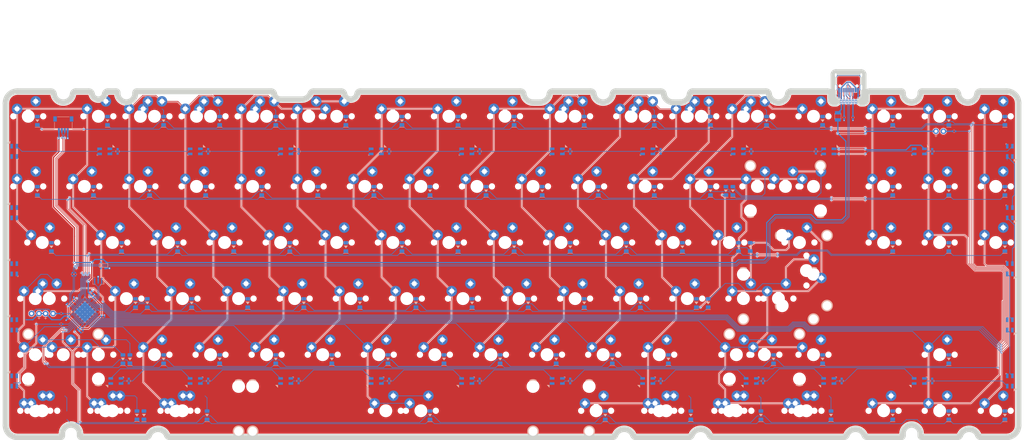
<source format=kicad_pcb>
(kicad_pcb (version 20171130) (host pcbnew "(5.1.12)-1")
  (layers (0 F.Cu signal) (31 B.Cu signal) (34 B.Paste user) (35 F.Paste user) (36 B.SilkS user) (37 F.SilkS user) (38 B.Mask user) (39 F.Mask user hide) (44 Edge.Cuts user))
  (net 0 "")
  (net 1 "Net-(U1-Pad17)")
  (net 2 "Net-(U1-Pad16)")
  (net 3 GND)
  (net 4 D+)
  (net 5 D-)
  (net 6 +5V)
  (net 7 "Net-(D4-Pad2)")
  (net 8 "Net-(D5-Pad2)")
  (net 9 "Net-(D6-Pad2)")
  (net 10 "Net-(D7-Pad2)")
  (net 11 "Net-(D8-Pad2)")
  (net 12 "Net-(D9-Pad2)")
  (net 13 "Net-(D10-Pad2)")
  (net 14 "Net-(D11-Pad2)")
  (net 15 "Net-(D12-Pad2)")
  (net 16 "Net-(D13-Pad2)")
  (net 17 "Net-(D14-Pad2)")
  (net 18 "Net-(D15-Pad2)")
  (net 19 "Net-(D16-Pad2)")
  (net 20 "Net-(D17-Pad2)")
  (net 21 "Net-(D18-Pad2)")
  (net 22 "Net-(D19-Pad2)")
  (net 23 "Net-(D20-Pad2)")
  (net 24 "Net-(D21-Pad2)")
  (net 25 "Net-(D22-Pad2)")
  (net 26 "Net-(D23-Pad2)")
  (net 27 "Net-(D24-Pad2)")
  (net 28 "Net-(D25-Pad2)")
  (net 29 "Net-(D26-Pad2)")
  (net 30 "Net-(D27-Pad2)")
  (net 31 "Net-(D28-Pad2)")
  (net 32 "Net-(D29-Pad2)")
  (net 33 "Net-(D30-Pad2)")
  (net 34 "Net-(D31-Pad2)")
  (net 35 "Net-(D32-Pad2)")
  (net 36 "Net-(D33-Pad2)")
  (net 37 "Net-(D34-Pad2)")
  (net 38 "Net-(D35-Pad2)")
  (net 39 "Net-(D36-Pad2)")
  (net 40 "Net-(D37-Pad2)")
  (net 41 "Net-(D38-Pad2)")
  (net 42 "Net-(D39-Pad2)")
  (net 43 "Net-(D40-Pad2)")
  (net 44 "Net-(D41-Pad2)")
  (net 45 "Net-(D42-Pad2)")
  (net 46 "Net-(D43-Pad2)")
  (net 47 "Net-(D44-Pad2)")
  (net 48 "Net-(D45-Pad2)")
  (net 49 "Net-(D46-Pad2)")
  (net 50 "Net-(D47-Pad2)")
  (net 51 "Net-(D48-Pad2)")
  (net 52 "Net-(D49-Pad2)")
  (net 53 "Net-(D50-Pad2)")
  (net 54 "Net-(D51-Pad2)")
  (net 55 "Net-(D52-Pad2)")
  (net 56 "Net-(D53-Pad2)")
  (net 57 "Net-(D54-Pad2)")
  (net 58 "Net-(D55-Pad2)")
  (net 59 "Net-(D56-Pad2)")
  (net 60 "Net-(D57-Pad2)")
  (net 61 "Net-(D58-Pad2)")
  (net 62 "Net-(D59-Pad2)")
  (net 63 "Net-(D60-Pad2)")
  (net 64 "Net-(D61-Pad2)")
  (net 65 "Net-(D62-Pad2)")
  (net 66 "Net-(D63-Pad2)")
  (net 67 "Net-(D64-Pad2)")
  (net 68 "Net-(D65-Pad2)")
  (net 69 "Net-(D66-Pad2)")
  (net 70 "Net-(D67-Pad2)")
  (net 71 "Net-(D68-Pad2)")
  (net 72 "Net-(D69-Pad2)")
  (net 73 "Net-(D70-Pad2)")
  (net 74 "Net-(D71-Pad2)")
  (net 75 "Net-(D72-Pad2)")
  (net 76 "Net-(D73-Pad2)")
  (net 77 "Net-(D74-Pad2)")
  (net 78 "Net-(D75-Pad2)")
  (net 79 "Net-(D76-Pad2)")
  (net 80 "Net-(D77-Pad2)")
  (net 81 "Net-(D78-Pad2)")
  (net 82 "Net-(D79-Pad2)")
  (net 83 "Net-(D80-Pad2)")
  (net 84 "Net-(D81-Pad2)")
  (net 85 "Net-(D82-Pad2)")
  (net 86 "Net-(D83-Pad2)")
  (net 87 "Net-(D84-Pad2)")
  (net 88 "Net-(D85-Pad2)")
  (net 89 "Net-(D86-Pad2)")
  (net 90 "Net-(D87-Pad2)")
  (net 91 "Net-(D88-Pad2)")
  (net 92 "Net-(D89-Pad2)")
  (net 93 "Net-(D91-Pad2)")
  (net 94 "Net-(D92-Pad2)")
  (net 95 "Net-(R4-Pad2)")
  (net 96 C0)
  (net 97 C1)
  (net 98 C2)
  (net 99 C3)
  (net 100 C4)
  (net 101 C5)
  (net 102 C6)
  (net 103 C7)
  (net 104 C8)
  (net 105 C-)
  (net 106 C+)
  (net 107 R3)
  (net 108 R0)
  (net 109 R1)
  (net 110 R5)
  (net 111 R4)
  (net 112 R2)
  (net 113 R6)
  (net 114 R8)
  (net 115 R10)
  (net 116 R7)
  (net 117 R9)
  (net 118 R11)
  (net 119 CC2)
  (net 120 CC1)
  (net 121 Shiled)
  (net 122 Fuse)
  (net 123 Scroll)
  (net 124 Caps)
  (net 125 "Net-(RGB1-Pad2)")
  (net 126 "Net-(RGB2-Pad2)")
  (net 127 "Net-(RGB3-Pad2)")
  (net 128 "Net-(RGB4-Pad2)")
  (net 129 "Net-(RGB5-Pad2)")
  (net 130 "Net-(RGB6-Pad2)")
  (net 131 "Net-(RGB10-Pad2)")
  (net 132 "Net-(RGB10-Pad4)")
  (net 133 "Net-(RGB11-Pad2)")
  (net 134 "Net-(RGB11-Pad4)")
  (net 135 "Net-(RGB12-Pad4)")
  (net 136 "Net-(RGB14-Pad2)")
  (net 137 "Net-(RGB15-Pad2)")
  (net 138 "Net-(RGB16-Pad2)")
  (net 139 "Net-(RGB17-Pad2)")
  (net 140 "Net-(RGB18-Pad2)")
  (net 141 "Net-(RGB20-Pad2)")
  (net 142 "Net-(C2-Pad2)")
  (net 143 "Net-(D1-Pad1)")
  (net 144 "Net-(D3-Pad1)")
  (net 145 "Net-(D90-Pad2)")
  (net 146 "Net-(D93-Pad2)")
  (net 147 "Net-(D94-Pad2)")
  (net 148 "Net-(R1-Pad2)")
  (net 149 "Net-(R5-Pad2)")
  (net 150 "Net-(RGB21-Pad2)")
  (net 151 "Net-(RGB22-Pad2)")
  (net 152 "Net-(RGB23-Pad2)")
  (net 153 "Net-(RGB24-Pad2)")
  (net 154 "Net-(RGB25-Pad2)")
  (net 155 "Net-(RGB26-Pad2)")
  (net 156 "Net-(RGB27-Pad2)")
  (net 157 "Net-(RGB28-Pad2)")
  (net 158 "Net-(RGB29-Pad2)")
  (net 159 Strip1)
  (net 160 Strip3)
  (net 161 Strip2)
  (module sanproject-keyboard-part:C_0603 (layer B.Cu) (at 66.32955 45.143352 90)
    (fp_text reference C9)
    (fp_text value 0.1uF)
    (pad 2 smd rect (at 0.75 0 90) (size 0.8 0.75) (layers B.Cu B.Paste B.Mask))
    (pad 1 smd rect (at -0.75 0 90) (size 0.8 0.75) (layers B.Cu B.Paste B.Mask))
  )
  (module sanproject-keyboard-part:C_0603 (layer B.Cu) (at 97.06955 123.129355 90)
    (fp_text reference C28)
    (fp_text value 0.1uF)
    (pad 1 smd rect (at -0.75 0 90) (size 0.8 0.75) (layers B.Cu B.Paste B.Mask))
    (pad 2 smd rect (at 0.75 0 90) (size 0.8 0.75) (layers B.Cu B.Paste B.Mask))
  )
  (module sanproject-keyboard-part:C_0603 (layer B.Cu) (at 127.80955 123.129355 90)
    (fp_text reference C27)
    (fp_text value 0.1uF)
    (pad 1 smd rect (at -0.75 0 90) (size 0.8 0.75) (layers B.Cu B.Paste B.Mask))
    (pad 2 smd rect (at 0.75 0 90) (size 0.8 0.75) (layers B.Cu B.Paste B.Mask))
  )
  (module sanproject-keyboard-part:C_0603 (layer B.Cu) (at 189.28955 123.129355 90)
    (fp_text reference C26)
    (fp_text value 0.1uF)
    (pad 1 smd rect (at -0.75 0 90) (size 0.8 0.75) (layers B.Cu B.Paste B.Mask))
    (pad 2 smd rect (at 0.75 0 90) (size 0.8 0.75) (layers B.Cu B.Paste B.Mask))
  )
  (module sanproject-keyboard-part:C_0603 (layer B.Cu) (at 342.98955 123.129355 90)
    (fp_text reference C25)
    (fp_text value 0.1uF)
    (pad 1 smd rect (at -0.75 0 90) (size 0.8 0.75) (layers B.Cu B.Paste B.Mask))
    (pad 2 smd rect (at 0.75 0 90) (size 0.8 0.75) (layers B.Cu B.Paste B.Mask))
  )
  (module sanproject-keyboard-part:C_0603 (layer B.Cu) (at 70.11955 123.129355 90)
    (fp_text reference C24)
    (fp_text value 0.1uF)
    (pad 1 smd rect (at -0.75 0 90) (size 0.8 0.75) (layers B.Cu B.Paste B.Mask))
    (pad 2 smd rect (at 0.75 0 90) (size 0.8 0.75) (layers B.Cu B.Paste B.Mask))
  )
  (module sanproject-keyboard-part:C_0603 (layer B.Cu) (at 220.02955 123.129355 90)
    (fp_text reference C23)
    (fp_text value 0.1uF)
    (pad 1 smd rect (at -0.75 0 90) (size 0.8 0.75) (layers B.Cu B.Paste B.Mask))
    (pad 2 smd rect (at 0.75 0 90) (size 0.8 0.75) (layers B.Cu B.Paste B.Mask))
  )
  (module sanproject-keyboard-part:C_0603 (layer B.Cu) (at 312.253867 123.129355 90)
    (fp_text reference C22)
    (fp_text value 0.1uF)
    (pad 2 smd rect (at 0.75 0 90) (size 0.8 0.75) (layers B.Cu B.Paste B.Mask))
    (pad 1 smd rect (at -0.75 0 90) (size 0.8 0.75) (layers B.Cu B.Paste B.Mask))
  )
  (module sanproject-keyboard-part:C_0603 (layer B.Cu) (at 158.54955 123.129355 90)
    (fp_text reference C21)
    (fp_text value 0.1uF)
    (pad 1 smd rect (at -0.75 0 90) (size 0.8 0.75) (layers B.Cu B.Paste B.Mask))
    (pad 2 smd rect (at 0.75 0 90) (size 0.8 0.75) (layers B.Cu B.Paste B.Mask))
  )
  (module sanproject-keyboard-part:C_0603 (layer B.Cu) (at 285.540212 123.129355 90)
    (fp_text reference C20)
    (fp_text value 0.1uF)
    (pad 1 smd rect (at -0.75 0 90) (size 0.8 0.75) (layers B.Cu B.Paste B.Mask))
    (pad 2 smd rect (at 0.75 0 90) (size 0.8 0.75) (layers B.Cu B.Paste B.Mask))
  )
  (module sanproject-keyboard-part:C_0603 (layer B.Cu) (at 250.76955 123.129355 90)
    (fp_text reference C19)
    (fp_text value 0.1uF)
    (pad 1 smd rect (at -0.75 0 90) (size 0.8 0.75) (layers B.Cu B.Paste B.Mask))
    (pad 2 smd rect (at 0.75 0 90) (size 0.8 0.75) (layers B.Cu B.Paste B.Mask))
  )
  (module sanproject-keyboard-part:C_0603 (layer B.Cu) (at 342.98955 45.143352 270)
    (fp_text reference C18)
    (fp_text value 0.1uF)
    (pad 2 smd rect (at 0.75 0 270) (size 0.8 0.75) (layers B.Cu B.Paste B.Mask))
    (pad 1 smd rect (at -0.75 0 270) (size 0.8 0.75) (layers B.Cu B.Paste B.Mask))
  )
  (module sanproject-keyboard-part:C_0603 (layer B.Cu) (at 303.479344 45.143352 90)
    (fp_text reference C17)
    (fp_text value 0.1uF)
    (pad 2 smd rect (at 0.75 0 90) (size 0.8 0.75) (layers B.Cu B.Paste B.Mask))
    (pad 1 smd rect (at -0.75 0 90) (size 0.8 0.75) (layers B.Cu B.Paste B.Mask))
  )
  (module sanproject-keyboard-part:C_0603 (layer B.Cu) (at 189.28955 45.143352 90)
    (fp_text reference C16)
    (fp_text value 0.1uF)
    (pad 2 smd rect (at 0.75 0 90) (size 0.8 0.75) (layers B.Cu B.Paste B.Mask))
    (pad 1 smd rect (at -0.75 0 90) (size 0.8 0.75) (layers B.Cu B.Paste B.Mask))
  )
  (module sanproject-keyboard-part:C_0603 (layer B.Cu) (at 281.50955 45.143352 90)
    (fp_text reference C15)
    (fp_text value 0.1uF)
    (pad 2 smd rect (at 0.75 0 90) (size 0.8 0.75) (layers B.Cu B.Paste B.Mask))
    (pad 1 smd rect (at -0.75 0 90) (size 0.8 0.75) (layers B.Cu B.Paste B.Mask))
  )
  (module sanproject-keyboard-part:C_0603 (layer B.Cu) (at 220.02955 45.143352 90)
    (fp_text reference C14)
    (fp_text value 0.1uF)
    (pad 2 smd rect (at 0.75 0 90) (size 0.8 0.75) (layers B.Cu B.Paste B.Mask))
    (pad 1 smd rect (at -0.75 0 90) (size 0.8 0.75) (layers B.Cu B.Paste B.Mask))
  )
  (module sanproject-keyboard-part:C_0603 (layer B.Cu) (at 158.54955 45.143352 90)
    (fp_text reference C13)
    (fp_text value 0.1uF)
    (pad 2 smd rect (at 0.75 0 90) (size 0.8 0.75) (layers B.Cu B.Paste B.Mask))
    (pad 1 smd rect (at -0.75 0 90) (size 0.8 0.75) (layers B.Cu B.Paste B.Mask))
  )
  (module sanproject-keyboard-part:C_0603 (layer B.Cu) (at 250.76955 45.143352 90)
    (fp_text reference C12)
    (fp_text value 0.1uF)
    (pad 2 smd rect (at 0.75 0 90) (size 0.8 0.75) (layers B.Cu B.Paste B.Mask))
    (pad 1 smd rect (at -0.75 0 90) (size 0.8 0.75) (layers B.Cu B.Paste B.Mask))
  )
  (module sanproject-keyboard-part:C_0603 (layer B.Cu) (at 127.80955 45.143352 90)
    (fp_text reference C11)
    (fp_text value 0.1uF)
    (pad 2 smd rect (at 0.75 0 90) (size 0.8 0.75) (layers B.Cu B.Paste B.Mask))
    (pad 1 smd rect (at -0.75 0 90) (size 0.8 0.75) (layers B.Cu B.Paste B.Mask))
  )
  (module sanproject-keyboard-part:C_0603 (layer B.Cu) (at 97.06955 45.143352 90)
    (fp_text reference C10)
    (fp_text value 0.1uF)
    (pad 2 smd rect (at 0.75 0 90) (size 0.8 0.75) (layers B.Cu B.Paste B.Mask))
    (pad 1 smd rect (at -0.75 0 90) (size 0.8 0.75) (layers B.Cu B.Paste B.Mask))
  )
  (module sanproject-keyboard-part:LED_SK6812MINI_PLCC4_3.5x3.5mm_P1.75mm (layer B.Cu) (at 92.685719 45.143352 180)
    (fp_text reference RGB5)
    (fp_text value WS2812B)
    (pad 3 smd rect (at 1.75 -0.875 180) (size 1.6 0.85) (layers B.Cu B.Paste B.Mask) (net 3 GND))
    (pad 1 smd rect (at -1.75 0.875 180) (size 1.6 0.85) (layers B.Cu B.Paste B.Mask) (net 6 +5V))
    (pad 4 smd rect (at 1.75 0.875 180) (size 1.6 0.85) (layers B.Cu B.Paste B.Mask) (net 126 "Net-(RGB2-Pad2)"))
    (pad 2 smd rect (at -1.75 -0.875 180) (size 1.6 0.85) (layers B.Cu B.Paste B.Mask) (net 129 "Net-(RGB5-Pad2)"))
  )
  (module sanproject-keyboard-part:LED_SK6812MINI_PLCC4_3.5x3.5mm_P1.75mm (layer B.Cu) (at 65.734237 123.129355)
    (fp_text reference RGB30)
    (fp_text value WS2812B)
    (pad 3 smd rect (at 1.75 -0.875) (size 1.6 0.85) (layers B.Cu B.Paste B.Mask) (net 3 GND))
    (pad 1 smd rect (at -1.75 0.875) (size 1.6 0.85) (layers B.Cu B.Paste B.Mask) (net 6 +5V))
    (pad 4 smd rect (at 1.75 0.875) (size 1.6 0.85) (layers B.Cu B.Paste B.Mask) (net 158 "Net-(RGB29-Pad2)"))
    (pad 2 smd rect (at -1.75 -0.875) (size 1.6 0.85) (layers B.Cu B.Paste B.Mask))
  )
  (module sanproject-keyboard-part:LED_SK6812MINI_PLCC4_3.5x3.5mm_P1.75mm (layer B.Cu) (at 92.683867 123.129355)
    (fp_text reference RGB29)
    (fp_text value WS2812B)
    (pad 3 smd rect (at 1.75 -0.875) (size 1.6 0.85) (layers B.Cu B.Paste B.Mask) (net 3 GND))
    (pad 1 smd rect (at -1.75 0.875) (size 1.6 0.85) (layers B.Cu B.Paste B.Mask) (net 6 +5V))
    (pad 4 smd rect (at 1.75 0.875) (size 1.6 0.85) (layers B.Cu B.Paste B.Mask) (net 157 "Net-(RGB28-Pad2)"))
    (pad 2 smd rect (at -1.75 -0.875) (size 1.6 0.85) (layers B.Cu B.Paste B.Mask) (net 158 "Net-(RGB29-Pad2)"))
  )
  (module sanproject-keyboard-part:LED_SK6812MINI_PLCC4_3.5x3.5mm_P1.75mm (layer B.Cu) (at 123.423867 123.129355)
    (fp_text reference RGB28)
    (fp_text value WS2812B)
    (pad 3 smd rect (at 1.75 -0.875) (size 1.6 0.85) (layers B.Cu B.Paste B.Mask) (net 3 GND))
    (pad 1 smd rect (at -1.75 0.875) (size 1.6 0.85) (layers B.Cu B.Paste B.Mask) (net 6 +5V))
    (pad 4 smd rect (at 1.75 0.875) (size 1.6 0.85) (layers B.Cu B.Paste B.Mask) (net 156 "Net-(RGB27-Pad2)"))
    (pad 2 smd rect (at -1.75 -0.875) (size 1.6 0.85) (layers B.Cu B.Paste B.Mask) (net 157 "Net-(RGB28-Pad2)"))
  )
  (module sanproject-keyboard-part:LED_SK6812MINI_PLCC4_3.5x3.5mm_P1.75mm (layer B.Cu) (at 154.163867 123.129355)
    (fp_text reference RGB27)
    (fp_text value WS2812B)
    (pad 3 smd rect (at 1.75 -0.875) (size 1.6 0.85) (layers B.Cu B.Paste B.Mask) (net 3 GND))
    (pad 1 smd rect (at -1.75 0.875) (size 1.6 0.85) (layers B.Cu B.Paste B.Mask) (net 6 +5V))
    (pad 4 smd rect (at 1.75 0.875) (size 1.6 0.85) (layers B.Cu B.Paste B.Mask) (net 155 "Net-(RGB26-Pad2)"))
    (pad 2 smd rect (at -1.75 -0.875) (size 1.6 0.85) (layers B.Cu B.Paste B.Mask) (net 156 "Net-(RGB27-Pad2)"))
  )
  (module sanproject-keyboard-part:LED_SK6812MINI_PLCC4_3.5x3.5mm_P1.75mm (layer B.Cu) (at 184.903867 123.129355)
    (fp_text reference RGB26)
    (fp_text value WS2812B)
    (pad 3 smd rect (at 1.75 -0.875) (size 1.6 0.85) (layers B.Cu B.Paste B.Mask) (net 3 GND))
    (pad 1 smd rect (at -1.75 0.875) (size 1.6 0.85) (layers B.Cu B.Paste B.Mask) (net 6 +5V))
    (pad 4 smd rect (at 1.75 0.875) (size 1.6 0.85) (layers B.Cu B.Paste B.Mask) (net 154 "Net-(RGB25-Pad2)"))
    (pad 2 smd rect (at -1.75 -0.875) (size 1.6 0.85) (layers B.Cu B.Paste B.Mask) (net 155 "Net-(RGB26-Pad2)"))
  )
  (module sanproject-keyboard-part:LED_SK6812MINI_PLCC4_3.5x3.5mm_P1.75mm (layer B.Cu) (at 215.643867 123.129355)
    (fp_text reference RGB25)
    (fp_text value WS2812B)
    (pad 3 smd rect (at 1.75 -0.875) (size 1.6 0.85) (layers B.Cu B.Paste B.Mask) (net 3 GND))
    (pad 1 smd rect (at -1.75 0.875) (size 1.6 0.85) (layers B.Cu B.Paste B.Mask) (net 6 +5V))
    (pad 4 smd rect (at 1.75 0.875) (size 1.6 0.85) (layers B.Cu B.Paste B.Mask) (net 153 "Net-(RGB24-Pad2)"))
    (pad 2 smd rect (at -1.75 -0.875) (size 1.6 0.85) (layers B.Cu B.Paste B.Mask) (net 154 "Net-(RGB25-Pad2)"))
  )
  (module sanproject-keyboard-part:LED_SK6812MINI_PLCC4_3.5x3.5mm_P1.75mm (layer B.Cu) (at 246.383867 123.129355)
    (fp_text reference RGB24)
    (fp_text value WS2812B)
    (pad 3 smd rect (at 1.75 -0.875) (size 1.6 0.85) (layers B.Cu B.Paste B.Mask) (net 3 GND))
    (pad 1 smd rect (at -1.75 0.875) (size 1.6 0.85) (layers B.Cu B.Paste B.Mask) (net 6 +5V))
    (pad 4 smd rect (at 1.75 0.875) (size 1.6 0.85) (layers B.Cu B.Paste B.Mask) (net 152 "Net-(RGB23-Pad2)"))
    (pad 2 smd rect (at -1.75 -0.875) (size 1.6 0.85) (layers B.Cu B.Paste B.Mask) (net 153 "Net-(RGB24-Pad2)"))
  )
  (module sanproject-keyboard-part:LED_SK6812MINI_PLCC4_3.5x3.5mm_P1.75mm (layer B.Cu) (at 281.535202 123.129355)
    (fp_text reference RGB23)
    (fp_text value WS2812B)
    (pad 3 smd rect (at 1.75 -0.875) (size 1.6 0.85) (layers B.Cu B.Paste B.Mask) (net 3 GND))
    (pad 1 smd rect (at -1.75 0.875) (size 1.6 0.85) (layers B.Cu B.Paste B.Mask) (net 6 +5V))
    (pad 4 smd rect (at 1.75 0.875) (size 1.6 0.85) (layers B.Cu B.Paste B.Mask) (net 151 "Net-(RGB22-Pad2)"))
    (pad 2 smd rect (at -1.75 -0.875) (size 1.6 0.85) (layers B.Cu B.Paste B.Mask) (net 152 "Net-(RGB23-Pad2)"))
  )
  (module sanproject-keyboard-part:LED_SK6812MINI_PLCC4_3.5x3.5mm_P1.75mm (layer B.Cu) (at 307.863867 123.129355)
    (fp_text reference RGB22)
    (fp_text value WS2812B)
    (pad 2 smd rect (at -1.75 -0.875) (size 1.6 0.85) (layers B.Cu B.Paste B.Mask) (net 151 "Net-(RGB22-Pad2)"))
    (pad 4 smd rect (at 1.75 0.875) (size 1.6 0.85) (layers B.Cu B.Paste B.Mask) (net 150 "Net-(RGB21-Pad2)"))
    (pad 1 smd rect (at -1.75 0.875) (size 1.6 0.85) (layers B.Cu B.Paste B.Mask) (net 6 +5V))
    (pad 3 smd rect (at 1.75 -0.875) (size 1.6 0.85) (layers B.Cu B.Paste B.Mask) (net 3 GND))
  )
  (module sanproject-keyboard-part:LED_SK6812MINI_PLCC4_3.5x3.5mm_P1.75mm (layer B.Cu) (at 338.603867 123.129355)
    (fp_text reference RGB21)
    (fp_text value WS2812B)
    (pad 3 smd rect (at 1.75 -0.875) (size 1.6 0.85) (layers B.Cu B.Paste B.Mask) (net 3 GND))
    (pad 1 smd rect (at -1.75 0.875) (size 1.6 0.85) (layers B.Cu B.Paste B.Mask) (net 6 +5V))
    (pad 4 smd rect (at 1.75 0.875) (size 1.6 0.85) (layers B.Cu B.Paste B.Mask) (net 160 Strip3))
    (pad 2 smd rect (at -1.75 -0.875) (size 1.6 0.85) (layers B.Cu B.Paste B.Mask) (net 150 "Net-(RGB21-Pad2)"))
  )
  (module MX_Solder_SawnsProjects_AntiShear:MXOnly-1.5U-NoLED (layer F.Cu) (at 297.906087 133.249612)
    (fp_text reference MX91)
    (fp_text value 1.5U)
    (pad 2 thru_hole circle (at 2.54 -6.13) (size 0.4 0.4) (drill 0.3) (layers *.Cu B.Mask) (net 84 "Net-(D81-Pad2)"))
    (pad 1 thru_hole circle (at -3.81 -1.49 180) (size 0.4 0.4) (drill 0.3) (layers *.Cu B.Mask) (net 102 C6))
    (pad 2 thru_hole circle (at 3.59 -5.08 270) (size 0.4 0.4) (drill 0.3) (layers *.Cu B.Mask) (net 84 "Net-(D81-Pad2)"))
    (pad 1 thru_hole circle (at -3.81 -3.59) (size 0.4 0.4) (drill 0.3) (layers *.Cu B.Mask) (net 102 C6))
    (pad 1 thru_hole circle (at -4.86 -2.54 90) (size 0.4 0.4) (drill 0.3) (layers *.Cu B.Mask) (net 102 C6))
    (pad 2 thru_hole circle (at 1.49 -5.08 90) (size 0.4 0.4) (drill 0.3) (layers *.Cu B.Mask) (net 84 "Net-(D81-Pad2)"))
    (pad 1 thru_hole circle (at -2.76 -2.54 270) (size 0.4 0.4) (drill 0.3) (layers *.Cu B.Mask) (net 102 C6))
    (pad 2 thru_hole circle (at 2.54 -4.03 180) (size 0.4 0.4) (drill 0.3) (layers *.Cu B.Mask) (net 84 "Net-(D81-Pad2)"))
    (pad "" np_thru_hole circle (at 5.08 0 48.0996) (size 1.75 1.75) (drill 1.75) (layers *.Cu *.Mask))
    (pad "" np_thru_hole circle (at -5.08 0 48.0996) (size 1.75 1.75) (drill 1.75) (layers *.Cu *.Mask))
    (pad 1 thru_hole circle (at -3.81 -2.54) (size 2.5 2.5) (drill 1.7) (layers *.Cu) (net 102 C6))
    (pad 2 thru_hole circle (at 2.54 -5.08) (size 2.5 2.5) (drill 1.7) (layers *.Cu) (net 84 "Net-(D81-Pad2)"))
    (pad 1 smd circle (at -3.81 -2.54) (size 3.6 3.6) (layers B.Cu) (net 102 C6))
    (pad "" np_thru_hole circle (at 0 0) (size 3.9878 3.9878) (drill 3.9878) (layers *.Cu *.Mask))
    (pad 2 smd circle (at 2.54 -5.08) (size 3.6 3.6) (layers B.Cu) (net 84 "Net-(D81-Pad2)"))
  )
  (module MX_Solder_SawnsProjects_AntiShear:MXOnly-1U-NoLED (layer F.Cu) (at 69.306087 95.149612)
    (fp_text reference MX14)
    (fp_text value 1U)
    (pad 1 thru_hole circle (at -3.81 -1.49 180) (size 0.4 0.4) (drill 0.3) (layers *.Cu B.Mask) (net 96 C0))
    (pad 2 thru_hole circle (at 2.54 -6.13) (size 0.4 0.4) (drill 0.3) (layers *.Cu B.Mask) (net 16 "Net-(D13-Pad2)"))
    (pad 1 smd circle (at -3.81 -2.54) (size 3.6 3.6) (layers B.Cu) (net 96 C0))
    (pad 1 thru_hole circle (at -3.81 -2.54) (size 2.5 2.5) (drill 1.7) (layers *.Cu) (net 96 C0))
    (pad "" np_thru_hole circle (at -5.08 0 48.0996) (size 1.75 1.75) (drill 1.75) (layers *.Cu *.Mask))
    (pad 2 thru_hole circle (at 1.49 -5.08 90) (size 0.4 0.4) (drill 0.3) (layers *.Cu B.Mask) (net 16 "Net-(D13-Pad2)"))
    (pad 2 thru_hole circle (at 2.54 -4.03 180) (size 0.4 0.4) (drill 0.3) (layers *.Cu B.Mask) (net 16 "Net-(D13-Pad2)"))
    (pad 2 smd circle (at 2.54 -5.08) (size 3.6 3.6) (layers B.Cu) (net 16 "Net-(D13-Pad2)"))
    (pad 2 thru_hole circle (at 2.54 -5.08) (size 2.5 2.5) (drill 1.7) (layers *.Cu) (net 16 "Net-(D13-Pad2)"))
    (pad 1 thru_hole circle (at -4.86 -2.54 90) (size 0.4 0.4) (drill 0.3) (layers *.Cu B.Mask) (net 96 C0))
    (pad "" np_thru_hole circle (at 5.08 0 48.0996) (size 1.75 1.75) (drill 1.75) (layers *.Cu *.Mask))
    (pad 1 thru_hole circle (at -2.76 -2.54 270) (size 0.4 0.4) (drill 0.3) (layers *.Cu B.Mask) (net 96 C0))
    (pad 1 thru_hole circle (at -3.81 -3.59) (size 0.4 0.4) (drill 0.3) (layers *.Cu B.Mask) (net 96 C0))
    (pad "" np_thru_hole circle (at 0 0) (size 3.9878 3.9878) (drill 3.9878) (layers *.Cu *.Mask))
    (pad 2 thru_hole circle (at 3.59 -5.08 270) (size 0.4 0.4) (drill 0.3) (layers *.Cu B.Mask) (net 16 "Net-(D13-Pad2)"))
  )
  (module sanproject-keyboard-part:LED_SK6812MINI_PLCC4_3.5x3.5mm_P1.75mm (layer B.Cu) (at 369.343867 123.129355 90)
    (fp_text reference RGB12)
    (fp_text value WS2812B)
    (pad 3 smd rect (at 1.75 -0.875 90) (size 1.6 0.85) (layers B.Cu B.Paste B.Mask) (net 3 GND))
    (pad 1 smd rect (at -1.75 0.875 90) (size 1.6 0.85) (layers B.Cu B.Paste B.Mask) (net 6 +5V))
    (pad 4 smd rect (at 1.75 0.875 90) (size 1.6 0.85) (layers B.Cu B.Paste B.Mask) (net 135 "Net-(RGB12-Pad4)"))
    (pad 2 smd rect (at -1.75 -0.875 90) (size 1.6 0.85) (layers B.Cu B.Paste B.Mask) (net 160 Strip3))
  )
  (module sanproject-keyboard-part:LED_SK6812MINI_PLCC4_3.5x3.5mm_P1.75mm (layer B.Cu) (at 369.343867 104.079339 90)
    (fp_text reference RGB9)
    (fp_text value WS2812B)
    (pad 3 smd rect (at 1.75 -0.875 90) (size 1.6 0.85) (layers B.Cu B.Paste B.Mask) (net 3 GND))
    (pad 1 smd rect (at -1.75 0.875 90) (size 1.6 0.85) (layers B.Cu B.Paste B.Mask) (net 6 +5V))
    (pad 4 smd rect (at 1.75 0.875 90) (size 1.6 0.85) (layers B.Cu B.Paste B.Mask) (net 130 "Net-(RGB6-Pad2)"))
    (pad 2 smd rect (at -1.75 -0.875 90) (size 1.6 0.85) (layers B.Cu B.Paste B.Mask) (net 135 "Net-(RGB12-Pad4)"))
  )
  (module sanproject-keyboard-part:LED_SK6812MINI_PLCC4_3.5x3.5mm_P1.75mm (layer B.Cu) (at 369.343867 85.029323 90)
    (fp_text reference RGB6)
    (fp_text value WS2812B)
    (pad 3 smd rect (at 1.75 -0.875 90) (size 1.6 0.85) (layers B.Cu B.Paste B.Mask) (net 3 GND))
    (pad 1 smd rect (at -1.75 0.875 90) (size 1.6 0.85) (layers B.Cu B.Paste B.Mask) (net 6 +5V))
    (pad 4 smd rect (at 1.75 0.875 90) (size 1.6 0.85) (layers B.Cu B.Paste B.Mask) (net 127 "Net-(RGB3-Pad2)"))
    (pad 2 smd rect (at -1.75 -0.875 90) (size 1.6 0.85) (layers B.Cu B.Paste B.Mask) (net 130 "Net-(RGB6-Pad2)"))
  )
  (module sanproject-keyboard-part:LED_SK6812MINI_PLCC4_3.5x3.5mm_P1.75mm (layer B.Cu) (at 369.343867 65.979307 90)
    (fp_text reference RGB3)
    (fp_text value WS2812B)
    (pad 3 smd rect (at 1.75 -0.875 90) (size 1.6 0.85) (layers B.Cu B.Paste B.Mask) (net 3 GND))
    (pad 1 smd rect (at -1.75 0.875 90) (size 1.6 0.85) (layers B.Cu B.Paste B.Mask) (net 6 +5V))
    (pad 4 smd rect (at 1.75 0.875 90) (size 1.6 0.85) (layers B.Cu B.Paste B.Mask) (net 141 "Net-(RGB20-Pad2)"))
    (pad 2 smd rect (at -1.75 -0.875 90) (size 1.6 0.85) (layers B.Cu B.Paste B.Mask) (net 127 "Net-(RGB3-Pad2)"))
  )
  (module sanproject-keyboard-part:LED_SK6812MINI_PLCC4_3.5x3.5mm_P1.75mm (layer B.Cu) (at 369.344083 45.143352 90)
    (fp_text reference RGB20)
    (fp_text value WS2812B)
    (pad 3 smd rect (at 1.75 -0.875 90) (size 1.6 0.85) (layers B.Cu B.Paste B.Mask) (net 3 GND))
    (pad 1 smd rect (at -1.75 0.875 90) (size 1.6 0.85) (layers B.Cu B.Paste B.Mask) (net 6 +5V))
    (pad 4 smd rect (at 1.75 0.875 90) (size 1.6 0.85) (layers B.Cu B.Paste B.Mask) (net 161 Strip2))
    (pad 2 smd rect (at -1.75 -0.875 90) (size 1.6 0.85) (layers B.Cu B.Paste B.Mask) (net 141 "Net-(RGB20-Pad2)"))
  )
  (module sanproject-keyboard-part:LED_SK6812MINI_PLCC4_3.5x3.5mm_P1.75mm (layer B.Cu) (at 338.604265 45.143352 180)
    (fp_text reference RGB19)
    (fp_text value WS2812B)
    (pad 3 smd rect (at 1.75 -0.875 180) (size 1.6 0.85) (layers B.Cu B.Paste B.Mask) (net 3 GND))
    (pad 1 smd rect (at -1.75 0.875 180) (size 1.6 0.85) (layers B.Cu B.Paste B.Mask) (net 6 +5V))
    (pad 4 smd rect (at 1.75 0.875 180) (size 1.6 0.85) (layers B.Cu B.Paste B.Mask) (net 140 "Net-(RGB18-Pad2)"))
    (pad 2 smd rect (at -1.75 -0.875 180) (size 1.6 0.85) (layers B.Cu B.Paste B.Mask) (net 161 Strip2))
  )
  (module sanproject-keyboard-part:LED_SK6812MINI_PLCC4_3.5x3.5mm_P1.75mm (layer B.Cu) (at 307.864447 45.143352 180)
    (fp_text reference RGB18)
    (fp_text value WS2812B)
    (pad 3 smd rect (at 1.75 -0.875 180) (size 1.6 0.85) (layers B.Cu B.Paste B.Mask) (net 3 GND))
    (pad 1 smd rect (at -1.75 0.875 180) (size 1.6 0.85) (layers B.Cu B.Paste B.Mask) (net 6 +5V))
    (pad 4 smd rect (at 1.75 0.875 180) (size 1.6 0.85) (layers B.Cu B.Paste B.Mask) (net 139 "Net-(RGB17-Pad2)"))
    (pad 2 smd rect (at -1.75 -0.875 180) (size 1.6 0.85) (layers B.Cu B.Paste B.Mask) (net 140 "Net-(RGB18-Pad2)"))
  )
  (module sanproject-keyboard-part:LED_SK6812MINI_PLCC4_3.5x3.5mm_P1.75mm (layer B.Cu) (at 277.124629 45.143352 180)
    (fp_text reference RGB17)
    (fp_text value WS2812B)
    (pad 3 smd rect (at 1.75 -0.875 180) (size 1.6 0.85) (layers B.Cu B.Paste B.Mask) (net 3 GND))
    (pad 1 smd rect (at -1.75 0.875 180) (size 1.6 0.85) (layers B.Cu B.Paste B.Mask) (net 6 +5V))
    (pad 4 smd rect (at 1.75 0.875 180) (size 1.6 0.85) (layers B.Cu B.Paste B.Mask) (net 138 "Net-(RGB16-Pad2)"))
    (pad 2 smd rect (at -1.75 -0.875 180) (size 1.6 0.85) (layers B.Cu B.Paste B.Mask) (net 139 "Net-(RGB17-Pad2)"))
  )
  (module sanproject-keyboard-part:LED_SK6812MINI_PLCC4_3.5x3.5mm_P1.75mm (layer B.Cu) (at 246.38481 45.143352 180)
    (fp_text reference RGB16)
    (fp_text value WS2812B)
    (pad 3 smd rect (at 1.75 -0.875 180) (size 1.6 0.85) (layers B.Cu B.Paste B.Mask) (net 3 GND))
    (pad 1 smd rect (at -1.75 0.875 180) (size 1.6 0.85) (layers B.Cu B.Paste B.Mask) (net 6 +5V))
    (pad 4 smd rect (at 1.75 0.875 180) (size 1.6 0.85) (layers B.Cu B.Paste B.Mask) (net 137 "Net-(RGB15-Pad2)"))
    (pad 2 smd rect (at -1.75 -0.875 180) (size 1.6 0.85) (layers B.Cu B.Paste B.Mask) (net 138 "Net-(RGB16-Pad2)"))
  )
  (module sanproject-keyboard-part:LED_SK6812MINI_PLCC4_3.5x3.5mm_P1.75mm (layer B.Cu) (at 215.644992 45.143352 180)
    (fp_text reference RGB15)
    (fp_text value WS2812B)
    (pad 3 smd rect (at 1.75 -0.875 180) (size 1.6 0.85) (layers B.Cu B.Paste B.Mask) (net 3 GND))
    (pad 1 smd rect (at -1.75 0.875 180) (size 1.6 0.85) (layers B.Cu B.Paste B.Mask) (net 6 +5V))
    (pad 4 smd rect (at 1.75 0.875 180) (size 1.6 0.85) (layers B.Cu B.Paste B.Mask) (net 136 "Net-(RGB14-Pad2)"))
    (pad 2 smd rect (at -1.75 -0.875 180) (size 1.6 0.85) (layers B.Cu B.Paste B.Mask) (net 137 "Net-(RGB15-Pad2)"))
  )
  (module sanproject-keyboard-part:LED_SK6812MINI_PLCC4_3.5x3.5mm_P1.75mm (layer B.Cu) (at 184.905174 45.143352 180)
    (fp_text reference RGB14)
    (fp_text value WS2812B)
    (pad 3 smd rect (at 1.75 -0.875 180) (size 1.6 0.85) (layers B.Cu B.Paste B.Mask) (net 3 GND))
    (pad 1 smd rect (at -1.75 0.875 180) (size 1.6 0.85) (layers B.Cu B.Paste B.Mask) (net 6 +5V))
    (pad 4 smd rect (at 1.75 0.875 180) (size 1.6 0.85) (layers B.Cu B.Paste B.Mask) (net 133 "Net-(RGB11-Pad2)"))
    (pad 2 smd rect (at -1.75 -0.875 180) (size 1.6 0.85) (layers B.Cu B.Paste B.Mask) (net 136 "Net-(RGB14-Pad2)"))
  )
  (module sanproject-keyboard-part:LED_SK6812MINI_PLCC4_3.5x3.5mm_P1.75mm (layer B.Cu) (at 154.165356 45.143352 180)
    (fp_text reference RGB11)
    (fp_text value WS2812B)
    (pad 3 smd rect (at 1.75 -0.875 180) (size 1.6 0.85) (layers B.Cu B.Paste B.Mask) (net 3 GND))
    (pad 1 smd rect (at -1.75 0.875 180) (size 1.6 0.85) (layers B.Cu B.Paste B.Mask) (net 6 +5V))
    (pad 4 smd rect (at 1.75 0.875 180) (size 1.6 0.85) (layers B.Cu B.Paste B.Mask) (net 134 "Net-(RGB11-Pad4)"))
    (pad 2 smd rect (at -1.75 -0.875 180) (size 1.6 0.85) (layers B.Cu B.Paste B.Mask) (net 133 "Net-(RGB11-Pad2)"))
  )
  (module sanproject-keyboard-part:LED_SK6812MINI_PLCC4_3.5x3.5mm_P1.75mm (layer B.Cu) (at 123.425538 45.143352 180)
    (fp_text reference RGB8)
    (fp_text value WS2812B)
    (pad 3 smd rect (at 1.75 -0.875 180) (size 1.6 0.85) (layers B.Cu B.Paste B.Mask) (net 3 GND))
    (pad 1 smd rect (at -1.75 0.875 180) (size 1.6 0.85) (layers B.Cu B.Paste B.Mask) (net 6 +5V))
    (pad 4 smd rect (at 1.75 0.875 180) (size 1.6 0.85) (layers B.Cu B.Paste B.Mask) (net 129 "Net-(RGB5-Pad2)"))
    (pad 2 smd rect (at -1.75 -0.875 180) (size 1.6 0.85) (layers B.Cu B.Paste B.Mask) (net 134 "Net-(RGB11-Pad4)"))
  )
  (module sanproject-keyboard-part:LED_SK6812MINI_PLCC4_3.5x3.5mm_P1.75mm (layer B.Cu) (at 61.945901 45.143352 180)
    (fp_text reference RGB2)
    (fp_text value WS2812B)
    (pad 3 smd rect (at 1.75 -0.875 180) (size 1.6 0.85) (layers B.Cu B.Paste B.Mask) (net 3 GND))
    (pad 1 smd rect (at -1.75 0.875 180) (size 1.6 0.85) (layers B.Cu B.Paste B.Mask) (net 6 +5V))
    (pad 4 smd rect (at 1.75 0.875 180) (size 1.6 0.85) (layers B.Cu B.Paste B.Mask) (net 159 Strip1))
    (pad 2 smd rect (at -1.75 -0.875 180) (size 1.6 0.85) (layers B.Cu B.Paste B.Mask) (net 126 "Net-(RGB2-Pad2)"))
  )
  (module sanproject-keyboard-part:LED_SK6812MINI_PLCC4_3.5x3.5mm_P1.75mm (layer B.Cu) (at 31.206083 123.129355 270)
    (fp_text reference RGB1)
    (fp_text value WS2812B)
    (pad 2 smd rect (at -1.75 -0.875 270) (size 1.6 0.85) (layers B.Cu B.Paste B.Mask) (net 125 "Net-(RGB1-Pad2)"))
    (pad 4 smd rect (at 1.75 0.875 270) (size 1.6 0.85) (layers B.Cu B.Paste B.Mask))
    (pad 1 smd rect (at -1.75 0.875 270) (size 1.6 0.85) (layers B.Cu B.Paste B.Mask) (net 6 +5V))
    (pad 3 smd rect (at 1.75 -0.875 270) (size 1.6 0.85) (layers B.Cu B.Paste B.Mask) (net 3 GND))
  )
  (module sanproject-keyboard-part:R_0402 (layer B.Cu) (at 47.144587 103.829612)
    (fp_text reference R5)
    (fp_text value 300R)
    (pad 1 smd rect (at -0.48 0) (size 0.56 0.62) (layers B.Cu B.Paste B.Mask))
    (pad 2 smd rect (at 0.48 0) (size 0.56 0.62) (layers B.Cu B.Paste B.Mask) (net 149 "Net-(R5-Pad2)"))
  )
  (module sanproject-keyboard-part:LED_SK6812MINI_PLCC4_3.5x3.5mm_P1.75mm (layer B.Cu) (at 31.206083 45.143352 270)
    (fp_text reference RGB13)
    (fp_text value WS2812B)
    (pad 3 smd rect (at 1.75 -0.875 270) (size 1.6 0.85) (layers B.Cu B.Paste B.Mask) (net 3 GND))
    (pad 1 smd rect (at -1.75 0.875 270) (size 1.6 0.85) (layers B.Cu B.Paste B.Mask) (net 6 +5V))
    (pad 4 smd rect (at 1.75 0.875 270) (size 1.6 0.85) (layers B.Cu B.Paste B.Mask) (net 131 "Net-(RGB10-Pad2)"))
    (pad 2 smd rect (at -1.75 -0.875 270) (size 1.6 0.85) (layers B.Cu B.Paste B.Mask) (net 159 Strip1))
  )
  (module sanproject-keyboard-part:LED_SK6812MINI_PLCC4_3.5x3.5mm_P1.75mm (layer B.Cu) (at 31.206083 65.979307 270)
    (fp_text reference RGB10)
    (fp_text value WS2812B)
    (pad 3 smd rect (at 1.75 -0.875 270) (size 1.6 0.85) (layers B.Cu B.Paste B.Mask) (net 3 GND))
    (pad 1 smd rect (at -1.75 0.875 270) (size 1.6 0.85) (layers B.Cu B.Paste B.Mask) (net 6 +5V))
    (pad 4 smd rect (at 1.75 0.875 270) (size 1.6 0.85) (layers B.Cu B.Paste B.Mask) (net 132 "Net-(RGB10-Pad4)"))
    (pad 2 smd rect (at -1.75 -0.875 270) (size 1.6 0.85) (layers B.Cu B.Paste B.Mask) (net 131 "Net-(RGB10-Pad2)"))
  )
  (module sanproject-keyboard-part:LED_SK6812MINI_PLCC4_3.5x3.5mm_P1.75mm (layer B.Cu) (at 31.206083 85.029323 270)
    (fp_text reference RGB7)
    (fp_text value WS2812B)
    (pad 3 smd rect (at 1.75 -0.875 270) (size 1.6 0.85) (layers B.Cu B.Paste B.Mask) (net 3 GND))
    (pad 1 smd rect (at -1.75 0.875 270) (size 1.6 0.85) (layers B.Cu B.Paste B.Mask) (net 6 +5V))
    (pad 4 smd rect (at 1.75 0.875 270) (size 1.6 0.85) (layers B.Cu B.Paste B.Mask) (net 128 "Net-(RGB4-Pad2)"))
    (pad 2 smd rect (at -1.75 -0.875 270) (size 1.6 0.85) (layers B.Cu B.Paste B.Mask) (net 132 "Net-(RGB10-Pad4)"))
  )
  (module sanproject-keyboard-part:LED_SK6812MINI_PLCC4_3.5x3.5mm_P1.75mm (layer B.Cu) (at 31.206067 104.079339 270)
    (fp_text reference RGB4)
    (fp_text value WS2812B)
    (pad 3 smd rect (at 1.75 -0.875 270) (size 1.6 0.85) (layers B.Cu B.Paste B.Mask) (net 3 GND))
    (pad 1 smd rect (at -1.75 0.875 270) (size 1.6 0.85) (layers B.Cu B.Paste B.Mask) (net 6 +5V))
    (pad 4 smd rect (at 1.75 0.875 270) (size 1.6 0.85) (layers B.Cu B.Paste B.Mask) (net 125 "Net-(RGB1-Pad2)"))
    (pad 2 smd rect (at -1.75 -0.875 270) (size 1.6 0.85) (layers B.Cu B.Paste B.Mask) (net 128 "Net-(RGB4-Pad2)"))
  )
  (module MX_Solder_SawnsProjects_AntiShear:MXOnly-1U-NoLED (layer F.Cu) (at 364.581087 33.237112)
    (fp_text reference MX109)
    (fp_text value 1U)
    (pad 1 thru_hole circle (at -3.81 -1.49 180) (size 0.4 0.4) (drill 0.3) (layers *.Cu B.Mask) (net 104 C8))
    (pad 2 thru_hole circle (at 2.54 -6.13) (size 0.4 0.4) (drill 0.3) (layers *.Cu B.Mask) (net 93 "Net-(D91-Pad2)"))
    (pad 1 smd circle (at -3.81 -2.54) (size 3.6 3.6) (layers B.Cu) (net 104 C8))
    (pad 1 thru_hole circle (at -3.81 -2.54) (size 2.5 2.5) (drill 1.7) (layers *.Cu) (net 104 C8))
    (pad "" np_thru_hole circle (at -5.08 0 48.0996) (size 1.75 1.75) (drill 1.75) (layers *.Cu *.Mask))
    (pad 2 thru_hole circle (at 1.49 -5.08 90) (size 0.4 0.4) (drill 0.3) (layers *.Cu B.Mask) (net 93 "Net-(D91-Pad2)"))
    (pad 2 thru_hole circle (at 2.54 -4.03 180) (size 0.4 0.4) (drill 0.3) (layers *.Cu B.Mask) (net 93 "Net-(D91-Pad2)"))
    (pad 2 smd circle (at 2.54 -5.08) (size 3.6 3.6) (layers B.Cu) (net 93 "Net-(D91-Pad2)"))
    (pad 2 thru_hole circle (at 2.54 -5.08) (size 2.5 2.5) (drill 1.7) (layers *.Cu) (net 93 "Net-(D91-Pad2)"))
    (pad 1 thru_hole circle (at -4.86 -2.54 90) (size 0.4 0.4) (drill 0.3) (layers *.Cu B.Mask) (net 104 C8))
    (pad "" np_thru_hole circle (at 5.08 0 48.0996) (size 1.75 1.75) (drill 1.75) (layers *.Cu *.Mask))
    (pad 1 thru_hole circle (at -2.76 -2.54 270) (size 0.4 0.4) (drill 0.3) (layers *.Cu B.Mask) (net 104 C8))
    (pad 1 thru_hole circle (at -3.81 -3.59) (size 0.4 0.4) (drill 0.3) (layers *.Cu B.Mask) (net 104 C8))
    (pad "" np_thru_hole circle (at 0 0) (size 3.9878 3.9878) (drill 3.9878) (layers *.Cu *.Mask))
    (pad 2 thru_hole circle (at 3.59 -5.08 270) (size 0.4 0.4) (drill 0.3) (layers *.Cu B.Mask) (net 93 "Net-(D91-Pad2)"))
  )
  (module MX_Solder_SawnsProjects_AntiShear:MXOnly-1U-NoLED (layer F.Cu) (at 35.968587 33.237112)
    (fp_text reference MX2)
    (fp_text value 1U)
    (pad 1 thru_hole circle (at -3.81 -1.49 180) (size 0.4 0.4) (drill 0.3) (layers *.Cu B.Mask) (net 96 C0))
    (pad 2 thru_hole circle (at 2.54 -6.13) (size 0.4 0.4) (drill 0.3) (layers *.Cu B.Mask) (net 7 "Net-(D4-Pad2)"))
    (pad 1 smd circle (at -3.81 -2.54) (size 3.6 3.6) (layers B.Cu) (net 96 C0))
    (pad 1 thru_hole circle (at -3.81 -2.54) (size 2.5 2.5) (drill 1.7) (layers *.Cu) (net 96 C0))
    (pad "" np_thru_hole circle (at -5.08 0 48.0996) (size 1.75 1.75) (drill 1.75) (layers *.Cu *.Mask))
    (pad 2 thru_hole circle (at 1.49 -5.08 90) (size 0.4 0.4) (drill 0.3) (layers *.Cu B.Mask) (net 7 "Net-(D4-Pad2)"))
    (pad 2 thru_hole circle (at 2.54 -4.03 180) (size 0.4 0.4) (drill 0.3) (layers *.Cu B.Mask) (net 7 "Net-(D4-Pad2)"))
    (pad 2 smd circle (at 2.54 -5.08) (size 3.6 3.6) (layers B.Cu) (net 7 "Net-(D4-Pad2)"))
    (pad 2 thru_hole circle (at 2.54 -5.08) (size 2.5 2.5) (drill 1.7) (layers *.Cu) (net 7 "Net-(D4-Pad2)"))
    (pad 1 thru_hole circle (at -4.86 -2.54 90) (size 0.4 0.4) (drill 0.3) (layers *.Cu B.Mask) (net 96 C0))
    (pad "" np_thru_hole circle (at 5.08 0 48.0996) (size 1.75 1.75) (drill 1.75) (layers *.Cu *.Mask))
    (pad 1 thru_hole circle (at -2.76 -2.54 270) (size 0.4 0.4) (drill 0.3) (layers *.Cu B.Mask) (net 96 C0))
    (pad 1 thru_hole circle (at -3.81 -3.59) (size 0.4 0.4) (drill 0.3) (layers *.Cu B.Mask) (net 96 C0))
    (pad "" np_thru_hole circle (at 0 0) (size 3.9878 3.9878) (drill 3.9878) (layers *.Cu *.Mask))
    (pad 2 thru_hole circle (at 3.59 -5.08 270) (size 0.4 0.4) (drill 0.3) (layers *.Cu B.Mask) (net 7 "Net-(D4-Pad2)"))
  )
  (module MX_Solder_SawnsProjects_AntiShear:MXOnly-1U-NoLED (layer F.Cu) (at 59.781087 33.237112)
    (fp_text reference MX11)
    (fp_text value 1U)
    (pad 1 thru_hole circle (at -3.81 -1.49 180) (size 0.4 0.4) (drill 0.3) (layers *.Cu B.Mask) (net 96 C0))
    (pad 2 thru_hole circle (at 2.54 -6.13) (size 0.4 0.4) (drill 0.3) (layers *.Cu B.Mask) (net 13 "Net-(D10-Pad2)"))
    (pad 1 smd circle (at -3.81 -2.54) (size 3.6 3.6) (layers B.Cu) (net 96 C0))
    (pad 1 thru_hole circle (at -3.81 -2.54) (size 2.5 2.5) (drill 1.7) (layers *.Cu) (net 96 C0))
    (pad "" np_thru_hole circle (at -5.08 0 48.0996) (size 1.75 1.75) (drill 1.75) (layers *.Cu *.Mask))
    (pad 2 thru_hole circle (at 1.49 -5.08 90) (size 0.4 0.4) (drill 0.3) (layers *.Cu B.Mask) (net 13 "Net-(D10-Pad2)"))
    (pad 2 thru_hole circle (at 2.54 -4.03 180) (size 0.4 0.4) (drill 0.3) (layers *.Cu B.Mask) (net 13 "Net-(D10-Pad2)"))
    (pad 2 smd circle (at 2.54 -5.08) (size 3.6 3.6) (layers B.Cu) (net 13 "Net-(D10-Pad2)"))
    (pad 2 thru_hole circle (at 2.54 -5.08) (size 2.5 2.5) (drill 1.7) (layers *.Cu) (net 13 "Net-(D10-Pad2)"))
    (pad 1 thru_hole circle (at -4.86 -2.54 90) (size 0.4 0.4) (drill 0.3) (layers *.Cu B.Mask) (net 96 C0))
    (pad "" np_thru_hole circle (at 5.08 0 48.0996) (size 1.75 1.75) (drill 1.75) (layers *.Cu *.Mask))
    (pad 1 thru_hole circle (at -2.76 -2.54 270) (size 0.4 0.4) (drill 0.3) (layers *.Cu B.Mask) (net 96 C0))
    (pad 1 thru_hole circle (at -3.81 -3.59) (size 0.4 0.4) (drill 0.3) (layers *.Cu B.Mask) (net 96 C0))
    (pad "" np_thru_hole circle (at 0 0) (size 3.9878 3.9878) (drill 3.9878) (layers *.Cu *.Mask))
    (pad 2 thru_hole circle (at 3.59 -5.08 270) (size 0.4 0.4) (drill 0.3) (layers *.Cu B.Mask) (net 13 "Net-(D10-Pad2)"))
  )
  (module sanproject-keyboard-part:JST-SR-4 (layer B.Cu) (at 47.874837 33.237112)
    (fp_text reference J2)
    (fp_text value Conn_01x04_Female)
    (pad "" smd rect (at 2.8 0.9) (size 1.2 1.8) (layers B.Cu B.Paste B.Mask))
    (pad "" smd rect (at -2.8 0.9) (size 1.2 1.8) (layers B.Cu B.Paste B.Mask))
    (pad 1 smd rect (at -1.5 4.775) (size 0.6 1.55) (layers B.Cu B.Paste B.Mask) (net 6 +5V))
    (pad 2 smd rect (at -0.5 4.775) (size 0.6 1.55) (layers B.Cu B.Paste B.Mask) (net 105 C-))
    (pad 4 smd rect (at 1.5 4.775) (size 0.6 1.55) (layers B.Cu B.Paste B.Mask) (net 3 GND))
    (pad 3 smd rect (at 0.5 4.775) (size 0.6 1.55) (layers B.Cu B.Paste B.Mask) (net 106 C+))
  )
  (module MX_Solder_SawnsProjects_AntiShear:MXOnly-2.25U-NoLED (layer F.Cu) (at 47.874837 114.199612)
    (fp_text reference MX7)
    (fp_text value 2.25U)
    (pad 1 thru_hole circle (at -3.81 -1.49 180) (size 0.4 0.4) (drill 0.3) (layers *.Cu B.Mask) (net 96 C0))
    (pad 2 thru_hole circle (at 2.54 -6.13) (size 0.4 0.4) (drill 0.3) (layers *.Cu B.Mask) (net 11 "Net-(D8-Pad2)"))
    (pad 1 smd circle (at -3.81 -2.54) (size 3.6 3.6) (layers B.Cu) (net 96 C0))
    (pad 1 thru_hole circle (at -3.81 -2.54) (size 2.5 2.5) (drill 1.7) (layers *.Cu) (net 96 C0))
    (pad "" np_thru_hole circle (at -5.08 0 48.0996) (size 1.75 1.75) (drill 1.75) (layers *.Cu *.Mask))
    (pad 2 thru_hole circle (at 1.49 -5.08 90) (size 0.4 0.4) (drill 0.3) (layers *.Cu B.Mask) (net 11 "Net-(D8-Pad2)"))
    (pad 2 thru_hole circle (at 2.54 -4.03 180) (size 0.4 0.4) (drill 0.3) (layers *.Cu B.Mask) (net 11 "Net-(D8-Pad2)"))
    (pad 2 smd circle (at 2.54 -5.08) (size 3.6 3.6) (layers B.Cu) (net 11 "Net-(D8-Pad2)"))
    (pad 2 thru_hole circle (at 2.54 -5.08) (size 2.5 2.5) (drill 1.7) (layers *.Cu) (net 11 "Net-(D8-Pad2)"))
    (pad 1 thru_hole circle (at -4.86 -2.54 90) (size 0.4 0.4) (drill 0.3) (layers *.Cu B.Mask) (net 96 C0))
    (pad "" np_thru_hole circle (at 5.08 0 48.0996) (size 1.75 1.75) (drill 1.75) (layers *.Cu *.Mask))
    (pad 1 thru_hole circle (at -2.76 -2.54 270) (size 0.4 0.4) (drill 0.3) (layers *.Cu B.Mask) (net 96 C0))
    (pad 1 thru_hole circle (at -3.81 -3.59) (size 0.4 0.4) (drill 0.3) (layers *.Cu B.Mask) (net 96 C0))
    (pad "" np_thru_hole circle (at 0 0) (size 3.9878 3.9878) (drill 3.9878) (layers *.Cu *.Mask))
    (pad 2 thru_hole circle (at 3.59 -5.08 270) (size 0.4 0.4) (drill 0.3) (layers *.Cu B.Mask) (net 11 "Net-(D8-Pad2)"))
    (pad "" np_thru_hole circle (at -11.90625 -6.985) (size 3.048 3.048) (drill 3.048) (layers *.Cu *.Mask))
    (pad "" np_thru_hole circle (at 11.90625 -6.985) (size 3.048 3.048) (drill 3.048) (layers *.Cu *.Mask))
    (pad "" np_thru_hole circle (at -11.90625 8.255) (size 3.9878 3.9878) (drill 3.9878) (layers *.Cu *.Mask))
    (pad "" np_thru_hole circle (at 11.90625 8.255) (size 3.9878 3.9878) (drill 3.9878) (layers *.Cu *.Mask))
  )
  (module MX_Solder_SawnsProjects_AntiShear:MXOnly-1U-NoLED (layer F.Cu) (at 64.543587 76.099612)
    (fp_text reference MX13)
    (fp_text value 1U)
    (pad 1 thru_hole circle (at -3.81 -1.49 180) (size 0.4 0.4) (drill 0.3) (layers *.Cu B.Mask) (net 96 C0))
    (pad 2 thru_hole circle (at 2.54 -6.13) (size 0.4 0.4) (drill 0.3) (layers *.Cu B.Mask) (net 15 "Net-(D12-Pad2)"))
    (pad 1 smd circle (at -3.81 -2.54) (size 3.6 3.6) (layers B.Cu) (net 96 C0))
    (pad 1 thru_hole circle (at -3.81 -2.54) (size 2.5 2.5) (drill 1.7) (layers *.Cu) (net 96 C0))
    (pad "" np_thru_hole circle (at -5.08 0 48.0996) (size 1.75 1.75) (drill 1.75) (layers *.Cu *.Mask))
    (pad 2 thru_hole circle (at 1.49 -5.08 90) (size 0.4 0.4) (drill 0.3) (layers *.Cu B.Mask) (net 15 "Net-(D12-Pad2)"))
    (pad 2 thru_hole circle (at 2.54 -4.03 180) (size 0.4 0.4) (drill 0.3) (layers *.Cu B.Mask) (net 15 "Net-(D12-Pad2)"))
    (pad 2 smd circle (at 2.54 -5.08) (size 3.6 3.6) (layers B.Cu) (net 15 "Net-(D12-Pad2)"))
    (pad 2 thru_hole circle (at 2.54 -5.08) (size 2.5 2.5) (drill 1.7) (layers *.Cu) (net 15 "Net-(D12-Pad2)"))
    (pad 1 thru_hole circle (at -4.86 -2.54 90) (size 0.4 0.4) (drill 0.3) (layers *.Cu B.Mask) (net 96 C0))
    (pad "" np_thru_hole circle (at 5.08 0 48.0996) (size 1.75 1.75) (drill 1.75) (layers *.Cu *.Mask))
    (pad 1 thru_hole circle (at -2.76 -2.54 270) (size 0.4 0.4) (drill 0.3) (layers *.Cu B.Mask) (net 96 C0))
    (pad 1 thru_hole circle (at -3.81 -3.59) (size 0.4 0.4) (drill 0.3) (layers *.Cu B.Mask) (net 96 C0))
    (pad "" np_thru_hole circle (at 0 0) (size 3.9878 3.9878) (drill 3.9878) (layers *.Cu *.Mask))
    (pad 2 thru_hole circle (at 3.59 -5.08 270) (size 0.4 0.4) (drill 0.3) (layers *.Cu B.Mask) (net 15 "Net-(D12-Pad2)"))
  )
  (module sanproject-keyboard-part:DIODE_1206_SawnsProjects (layer B.Cu) (at 348.630087 34.737112 90)
    (fp_text reference D86)
    (fp_text value 1N4148W)
    (pad 2 smd roundrect (at 1.4 0 90) (size 1.2 1.6) (layers B.Cu B.Paste B.Mask) (roundrect_rratio 0.2) (net 89 "Net-(D86-Pad2)"))
    (pad 1 smd roundrect (at -1.4 0 90) (size 1.2 1.6) (layers B.Cu B.Paste B.Mask) (roundrect_rratio 0.2) (net 108 R0))
  )
  (module sanproject-keyboard-part:DIODE_1206_SawnsProjects (layer B.Cu) (at 329.580087 34.737112 90)
    (fp_text reference D82)
    (fp_text value 1N4148W)
    (pad 2 smd roundrect (at 1.4 0 90) (size 1.2 1.6) (layers B.Cu B.Paste B.Mask) (roundrect_rratio 0.2) (net 85 "Net-(D82-Pad2)"))
    (pad 1 smd roundrect (at -1.4 0 90) (size 1.2 1.6) (layers B.Cu B.Paste B.Mask) (roundrect_rratio 0.2) (net 109 R1))
  )
  (module MX_Solder_SawnsProjects_AntiShear:MXOnly-1U-NoLED (layer F.Cu) (at 78.831087 33.237112)
    (fp_text reference MX24)
    (fp_text value 1U)
    (pad 1 thru_hole circle (at -3.81 -1.49 180) (size 0.4 0.4) (drill 0.3) (layers *.Cu B.Mask) (net 19 "Net-(D16-Pad2)"))
    (pad 2 thru_hole circle (at 2.54 -6.13) (size 0.4 0.4) (drill 0.3) (layers *.Cu B.Mask) (net 97 C1))
    (pad 1 smd circle (at -3.81 -2.54) (size 3.6 3.6) (layers B.Cu) (net 19 "Net-(D16-Pad2)"))
    (pad 1 thru_hole circle (at -3.81 -2.54) (size 2.5 2.5) (drill 1.7) (layers *.Cu) (net 19 "Net-(D16-Pad2)"))
    (pad "" np_thru_hole circle (at -5.08 0 48.0996) (size 1.75 1.75) (drill 1.75) (layers *.Cu *.Mask))
    (pad 2 thru_hole circle (at 1.49 -5.08 90) (size 0.4 0.4) (drill 0.3) (layers *.Cu B.Mask) (net 97 C1))
    (pad 2 thru_hole circle (at 2.54 -4.03 180) (size 0.4 0.4) (drill 0.3) (layers *.Cu B.Mask) (net 97 C1))
    (pad 2 smd circle (at 2.54 -5.08) (size 3.6 3.6) (layers B.Cu) (net 97 C1))
    (pad 2 thru_hole circle (at 2.54 -5.08) (size 2.5 2.5) (drill 1.7) (layers *.Cu) (net 97 C1))
    (pad 1 thru_hole circle (at -4.86 -2.54 90) (size 0.4 0.4) (drill 0.3) (layers *.Cu B.Mask) (net 19 "Net-(D16-Pad2)"))
    (pad "" np_thru_hole circle (at 5.08 0 48.0996) (size 1.75 1.75) (drill 1.75) (layers *.Cu *.Mask))
    (pad 1 thru_hole circle (at -2.76 -2.54 270) (size 0.4 0.4) (drill 0.3) (layers *.Cu B.Mask) (net 19 "Net-(D16-Pad2)"))
    (pad 1 thru_hole circle (at -3.81 -3.59) (size 0.4 0.4) (drill 0.3) (layers *.Cu B.Mask) (net 19 "Net-(D16-Pad2)"))
    (pad "" np_thru_hole circle (at 0 0) (size 3.9878 3.9878) (drill 3.9878) (layers *.Cu *.Mask))
    (pad 2 thru_hole circle (at 3.59 -5.08 270) (size 0.4 0.4) (drill 0.3) (layers *.Cu B.Mask) (net 97 C1))
  )
  (module sanproject-keyboard-part:DIODE_1206_SawnsProjects (layer B.Cu) (at 367.680087 34.737112 90)
    (fp_text reference D91)
    (fp_text value 1N4148W)
    (pad 2 smd roundrect (at 1.4 0 90) (size 1.2 1.6) (layers B.Cu B.Paste B.Mask) (roundrect_rratio 0.2) (net 93 "Net-(D91-Pad2)"))
    (pad 1 smd roundrect (at -1.4 0 90) (size 1.2 1.6) (layers B.Cu B.Paste B.Mask) (roundrect_rratio 0.2) (net 108 R0))
  )
  (module MX_Solder_SawnsProjects_AntiShear:MXOnly-1U-NoLED (layer F.Cu) (at 302.668587 33.237112)
    (fp_text reference MX92)
    (fp_text value 1U)
    (pad 1 thru_hole circle (at -3.81 -1.49 180) (size 0.4 0.4) (drill 0.3) (layers *.Cu B.Mask) (net 102 C6))
    (pad 2 thru_hole circle (at 2.54 -6.13) (size 0.4 0.4) (drill 0.3) (layers *.Cu B.Mask) (net 79 "Net-(D76-Pad2)"))
    (pad 1 smd circle (at -3.81 -2.54) (size 3.6 3.6) (layers B.Cu) (net 102 C6))
    (pad 1 thru_hole circle (at -3.81 -2.54) (size 2.5 2.5) (drill 1.7) (layers *.Cu) (net 102 C6))
    (pad "" np_thru_hole circle (at -5.08 0 48.0996) (size 1.75 1.75) (drill 1.75) (layers *.Cu *.Mask))
    (pad 2 thru_hole circle (at 1.49 -5.08 90) (size 0.4 0.4) (drill 0.3) (layers *.Cu B.Mask) (net 79 "Net-(D76-Pad2)"))
    (pad 2 thru_hole circle (at 2.54 -4.03 180) (size 0.4 0.4) (drill 0.3) (layers *.Cu B.Mask) (net 79 "Net-(D76-Pad2)"))
    (pad 2 smd circle (at 2.54 -5.08) (size 3.6 3.6) (layers B.Cu) (net 79 "Net-(D76-Pad2)"))
    (pad 2 thru_hole circle (at 2.54 -5.08) (size 2.5 2.5) (drill 1.7) (layers *.Cu) (net 79 "Net-(D76-Pad2)"))
    (pad 1 thru_hole circle (at -4.86 -2.54 90) (size 0.4 0.4) (drill 0.3) (layers *.Cu B.Mask) (net 102 C6))
    (pad "" np_thru_hole circle (at 5.08 0 48.0996) (size 1.75 1.75) (drill 1.75) (layers *.Cu *.Mask))
    (pad 1 thru_hole circle (at -2.76 -2.54 270) (size 0.4 0.4) (drill 0.3) (layers *.Cu B.Mask) (net 102 C6))
    (pad 1 thru_hole circle (at -3.81 -3.59) (size 0.4 0.4) (drill 0.3) (layers *.Cu B.Mask) (net 102 C6))
    (pad "" np_thru_hole circle (at 0 0) (size 3.9878 3.9878) (drill 3.9878) (layers *.Cu *.Mask))
    (pad 2 thru_hole circle (at 3.59 -5.08 270) (size 0.4 0.4) (drill 0.3) (layers *.Cu B.Mask) (net 79 "Net-(D76-Pad2)"))
  )
  (module sanproject-keyboard-part:R_0402 (layer B.Cu) (at 316.074837 33.637112 270)
    (fp_text reference R10)
    (fp_text value 5.1k)
    (pad 1 smd rect (at -0.48 0 270) (size 0.56 0.62) (layers B.Cu B.Paste B.Mask) (net 119 CC2))
    (pad 2 smd rect (at 0.48 0 270) (size 0.56 0.62) (layers B.Cu B.Paste B.Mask) (net 3 GND))
  )
  (module MX_Solder_SawnsProjects_AntiShear:MXOnly-1U-NoLED (layer F.Cu) (at 326.481087 33.237112)
    (fp_text reference MX100)
    (fp_text value 1U)
    (pad 1 thru_hole circle (at -3.81 -1.49 180) (size 0.4 0.4) (drill 0.3) (layers *.Cu B.Mask) (net 103 C7))
    (pad 2 thru_hole circle (at 2.54 -6.13) (size 0.4 0.4) (drill 0.3) (layers *.Cu B.Mask) (net 85 "Net-(D82-Pad2)"))
    (pad 1 smd circle (at -3.81 -2.54) (size 3.6 3.6) (layers B.Cu) (net 103 C7))
    (pad 1 thru_hole circle (at -3.81 -2.54) (size 2.5 2.5) (drill 1.7) (layers *.Cu) (net 103 C7))
    (pad "" np_thru_hole circle (at -5.08 0 48.0996) (size 1.75 1.75) (drill 1.75) (layers *.Cu *.Mask))
    (pad 2 thru_hole circle (at 1.49 -5.08 90) (size 0.4 0.4) (drill 0.3) (layers *.Cu B.Mask) (net 85 "Net-(D82-Pad2)"))
    (pad 2 thru_hole circle (at 2.54 -4.03 180) (size 0.4 0.4) (drill 0.3) (layers *.Cu B.Mask) (net 85 "Net-(D82-Pad2)"))
    (pad 2 smd circle (at 2.54 -5.08) (size 3.6 3.6) (layers B.Cu) (net 85 "Net-(D82-Pad2)"))
    (pad 2 thru_hole circle (at 2.54 -5.08) (size 2.5 2.5) (drill 1.7) (layers *.Cu) (net 85 "Net-(D82-Pad2)"))
    (pad 1 thru_hole circle (at -4.86 -2.54 90) (size 0.4 0.4) (drill 0.3) (layers *.Cu B.Mask) (net 103 C7))
    (pad "" np_thru_hole circle (at 5.08 0 48.0996) (size 1.75 1.75) (drill 1.75) (layers *.Cu *.Mask))
    (pad 1 thru_hole circle (at -2.76 -2.54 270) (size 0.4 0.4) (drill 0.3) (layers *.Cu B.Mask) (net 103 C7))
    (pad 1 thru_hole circle (at -3.81 -3.59) (size 0.4 0.4) (drill 0.3) (layers *.Cu B.Mask) (net 103 C7))
    (pad "" np_thru_hole circle (at 0 0) (size 3.9878 3.9878) (drill 3.9878) (layers *.Cu *.Mask))
    (pad 2 thru_hole circle (at 3.59 -5.08 270) (size 0.4 0.4) (drill 0.3) (layers *.Cu B.Mask) (net 85 "Net-(D82-Pad2)"))
  )
  (module sanproject-keyboard-part:Fuse_SMD1206_Reflow (layer B.Cu) (at 310.949837 33.249612 270)
    (fp_text reference F1)
    (fp_text value 500mA)
    (pad 2 smd rect (at 1.2 0 180) (size 2.03 1.14) (layers B.Cu B.Paste B.Mask) (net 6 +5V))
    (pad 1 smd rect (at -1.2 0 180) (size 2.03 1.14) (layers B.Cu B.Paste B.Mask) (net 122 Fuse))
  )
  (module sanproject-keyboard-part:DIODE_1206_SawnsProjects (layer B.Cu) (at 267.667587 34.737112 90)
    (fp_text reference D64)
    (fp_text value 1N4148W)
    (pad 2 smd roundrect (at 1.4 0 90) (size 1.2 1.6) (layers B.Cu B.Paste B.Mask) (roundrect_rratio 0.2) (net 67 "Net-(D64-Pad2)"))
    (pad 1 smd roundrect (at -1.4 0 90) (size 1.2 1.6) (layers B.Cu B.Paste B.Mask) (roundrect_rratio 0.2) (net 109 R1))
  )
  (module sanproject-keyboard-part:HRO-TYPE-C-31-M-12-Assembly (layer F.Cu) (at 314.574837 16.637112 180)
    (fp_text reference USB1)
    (fp_text value HRO-TYPE-C-31-M-12-Type-C)
    (pad 12 smd rect (at 3.225 -7.695 180) (size 0.6 1.45) (layers F.Cu F.Paste F.Mask) (net 3 GND))
    (pad 1 smd rect (at -3.225 -7.695 180) (size 0.6 1.45) (layers F.Cu F.Paste F.Mask) (net 3 GND))
    (pad 11 smd rect (at 2.45 -7.695 180) (size 0.6 1.45) (layers F.Cu F.Paste F.Mask) (net 122 Fuse))
    (pad 2 smd rect (at -2.45 -7.695 180) (size 0.6 1.45) (layers F.Cu F.Paste F.Mask) (net 122 Fuse))
    (pad 3 smd rect (at -1.75 -7.695 180) (size 0.3 1.45) (layers F.Cu F.Paste F.Mask))
    (pad 10 smd rect (at 1.75 -7.695 180) (size 0.3 1.45) (layers F.Cu F.Paste F.Mask) (net 120 CC1))
    (pad 4 smd rect (at -1.25 -7.695 180) (size 0.3 1.45) (layers F.Cu F.Paste F.Mask) (net 119 CC2))
    (pad 9 smd rect (at 1.25 -7.695 180) (size 0.3 1.45) (layers F.Cu F.Paste F.Mask))
    (pad 5 smd rect (at -0.75 -7.695 180) (size 0.3 1.45) (layers F.Cu F.Paste F.Mask) (net 105 C-))
    (pad 8 smd rect (at 0.75 -7.695 180) (size 0.3 1.45) (layers F.Cu F.Paste F.Mask) (net 106 C+))
    (pad 7 smd rect (at 0.25 -7.695 180) (size 0.3 1.45) (layers F.Cu F.Paste F.Mask) (net 105 C-))
    (pad 6 smd rect (at -0.25 -7.695 180) (size 0.3 1.45) (layers F.Cu F.Paste F.Mask) (net 106 C+))
    (pad "" np_thru_hole circle (at 2.89 -6.25 180) (size 0.65 0.65) (drill 0.65) (layers *.Cu *.Mask))
    (pad "" np_thru_hole circle (at -2.89 -6.25 180) (size 0.65 0.65) (drill 0.65) (layers *.Cu *.Mask))
    (pad 13 thru_hole oval (at -4.32 -6.78 180) (size 1 2.1) (drill oval 0.6 1.7) (layers *.Cu *.Mask F.Paste) (net 121 Shiled))
    (pad 13 thru_hole oval (at 4.32 -6.78 180) (size 1 2.1) (drill oval 0.6 1.7) (layers *.Cu *.Mask F.Paste) (net 121 Shiled))
    (pad 13 thru_hole oval (at -4.32 -2.6 180) (size 1 1.6) (drill oval 0.6 1.2) (layers *.Cu *.Mask F.Paste) (net 121 Shiled))
    (pad 13 thru_hole oval (at 4.32 -2.6 180) (size 1 1.6) (drill oval 0.6 1.2) (layers *.Cu *.Mask F.Paste) (net 121 Shiled))
  )
  (module sanproject-keyboard-part:BreakoutUSB (layer F.Cu) (at 314.574837 28.237112)
    (fp_text reference J1)
    (fp_text value Conn_01x06_Female)
    (pad 4 thru_hole oval (at 0.5 0) (size 0.7 1.8) (drill 0.5) (layers *.Cu *.Mask) (net 106 C+))
    (pad 4 thru_hole circle (at 0.5 -0.6) (size 0.5 0.5) (drill 0.4) (layers *.Cu *.Mask) (net 106 C+))
    (pad 4 thru_hole circle (at 0.5 0.6 180) (size 0.5 0.5) (drill 0.4) (layers *.Cu *.Mask) (net 106 C+))
    (pad 6 thru_hole oval (at 2.5 0) (size 0.7 1.8) (drill 0.5) (layers *.Cu *.Mask) (net 3 GND))
    (pad 6 thru_hole circle (at 2.5 -0.6) (size 0.5 0.5) (drill 0.4) (layers *.Cu *.Mask) (net 3 GND))
    (pad 6 thru_hole circle (at 2.5 0.6 180) (size 0.5 0.5) (drill 0.4) (layers *.Cu *.Mask) (net 3 GND))
    (pad 5 thru_hole circle (at 1.5 0.6 180) (size 0.5 0.5) (drill 0.4) (layers *.Cu *.Mask) (net 119 CC2))
    (pad 5 thru_hole oval (at 1.5 0 180) (size 0.7 1.8) (drill 0.5) (layers *.Cu *.Mask) (net 119 CC2))
    (pad 5 thru_hole circle (at 1.5 -0.6) (size 0.5 0.5) (drill 0.4) (layers *.Cu *.Mask) (net 119 CC2))
    (pad 3 thru_hole oval (at -0.5 0 180) (size 0.7 1.8) (drill 0.5) (layers *.Cu *.Mask) (net 105 C-))
    (pad 3 thru_hole circle (at -0.5 0.6 180) (size 0.5 0.5) (drill 0.4) (layers *.Cu *.Mask) (net 105 C-))
    (pad 3 thru_hole circle (at -0.5 -0.6) (size 0.5 0.5) (drill 0.4) (layers *.Cu *.Mask) (net 105 C-))
    (pad 2 thru_hole oval (at -1.5 0) (size 0.7 1.8) (drill 0.5) (layers *.Cu *.Mask) (net 120 CC1))
    (pad 2 thru_hole circle (at -1.5 -0.6) (size 0.5 0.5) (drill 0.4) (layers *.Cu *.Mask) (net 120 CC1))
    (pad 2 thru_hole circle (at -1.5 0.6 180) (size 0.5 0.5) (drill 0.4) (layers *.Cu *.Mask) (net 120 CC1))
    (pad 1 thru_hole circle (at -2.5 -0.6) (size 0.5 0.5) (drill 0.4) (layers *.Cu *.Mask) (net 122 Fuse))
    (pad 1 thru_hole circle (at -2.5 0.6 180) (size 0.5 0.5) (drill 0.4) (layers *.Cu *.Mask) (net 122 Fuse))
    (pad 1 thru_hole oval (at -2.5 0 180) (size 0.7 1.8) (drill 0.5) (layers *.Cu *.Mask) (net 122 Fuse))
  )
  (module sanproject-keyboard-part:R_0402 (layer B.Cu) (at 313.074837 33.637112 90)
    (fp_text reference R9)
    (fp_text value 5.1k)
    (pad 1 smd rect (at -0.48 0 90) (size 0.56 0.62) (layers B.Cu B.Paste B.Mask) (net 3 GND))
    (pad 2 smd rect (at 0.48 0 90) (size 0.56 0.62) (layers B.Cu B.Paste B.Mask) (net 120 CC1))
  )
  (module sanproject-keyboard-part:R_0402 (layer B.Cu) (at 310.804837 26.137112 180)
    (fp_text reference R6)
    (fp_text value 1M)
    (pad 1 smd rect (at -0.48 0 180) (size 0.56 0.62) (layers B.Cu B.Paste B.Mask) (net 3 GND))
    (pad 2 smd rect (at 0.48 0 180) (size 0.56 0.62) (layers B.Cu B.Paste B.Mask) (net 121 Shiled))
  )
  (module sanproject-keyboard-part:C_0402 (layer B.Cu) (at 318.344837 26.137112 180)
    (fp_text reference C8)
    (fp_text value 0.1uF)
    (pad 2 smd rect (at 0.48 0 180) (size 0.56 0.62) (layers B.Cu B.Paste B.Mask) (net 3 GND))
    (pad 1 smd rect (at -0.48 0 180) (size 0.56 0.62) (layers B.Cu B.Paste B.Mask) (net 121 Shiled))
  )
  (module MX_Only_v3:MXOnly-LEDONLY (layer F.Cu) (at 345.531087 33.237112)
    (fp_text reference D3)
    (fp_text value LED)
    (fp_text user + (at -1.27 6.604) (layer B.SilkS))
    (pad 2 thru_hole circle (at -1.27 5.08) (size 1.905 1.905) (drill 1.04) (layers *.Cu *.Mask) (net 6 +5V))
    (pad 1 thru_hole circle (at 1.27 5.08) (size 1.905 1.905) (drill 1.04) (layers *.Cu *.Mask) (net 144 "Net-(D3-Pad1)"))
  )
  (module sanproject-keyboard-part:R_0402 (layer B.Cu) (at 350.420587 38.317112 180)
    (fp_text reference R3)
    (fp_text value 300R)
    (pad 1 smd rect (at -0.48 0 180) (size 0.56 0.62) (layers B.Cu B.Paste B.Mask) (net 123 Scroll))
    (pad 2 smd rect (at 0.48 0 180) (size 0.56 0.62) (layers B.Cu B.Paste B.Mask) (net 144 "Net-(D3-Pad1)"))
  )
  (module MX_Solder_SawnsProjects_AntiShear:MXOnly-1U-NoLED (layer F.Cu) (at 112.168587 33.237112)
    (fp_text reference MX31)
    (fp_text value 1U)
    (pad 1 thru_hole circle (at -3.81 -1.49 180) (size 0.4 0.4) (drill 0.3) (layers *.Cu B.Mask) (net 98 C2))
    (pad 2 thru_hole circle (at 2.54 -6.13) (size 0.4 0.4) (drill 0.3) (layers *.Cu B.Mask) (net 30 "Net-(D27-Pad2)"))
    (pad 1 smd circle (at -3.81 -2.54) (size 3.6 3.6) (layers B.Cu) (net 98 C2))
    (pad 1 thru_hole circle (at -3.81 -2.54) (size 2.5 2.5) (drill 1.7) (layers *.Cu) (net 98 C2))
    (pad "" np_thru_hole circle (at -5.08 0 48.0996) (size 1.75 1.75) (drill 1.75) (layers *.Cu *.Mask))
    (pad 2 thru_hole circle (at 1.49 -5.08 90) (size 0.4 0.4) (drill 0.3) (layers *.Cu B.Mask) (net 30 "Net-(D27-Pad2)"))
    (pad 2 thru_hole circle (at 2.54 -4.03 180) (size 0.4 0.4) (drill 0.3) (layers *.Cu B.Mask) (net 30 "Net-(D27-Pad2)"))
    (pad 2 smd circle (at 2.54 -5.08) (size 3.6 3.6) (layers B.Cu) (net 30 "Net-(D27-Pad2)"))
    (pad 2 thru_hole circle (at 2.54 -5.08) (size 2.5 2.5) (drill 1.7) (layers *.Cu) (net 30 "Net-(D27-Pad2)"))
    (pad 1 thru_hole circle (at -4.86 -2.54 90) (size 0.4 0.4) (drill 0.3) (layers *.Cu B.Mask) (net 98 C2))
    (pad "" np_thru_hole circle (at 5.08 0 48.0996) (size 1.75 1.75) (drill 1.75) (layers *.Cu *.Mask))
    (pad 1 thru_hole circle (at -2.76 -2.54 270) (size 0.4 0.4) (drill 0.3) (layers *.Cu B.Mask) (net 98 C2))
    (pad 1 thru_hole circle (at -3.81 -3.59) (size 0.4 0.4) (drill 0.3) (layers *.Cu B.Mask) (net 98 C2))
    (pad "" np_thru_hole circle (at 0 0) (size 3.9878 3.9878) (drill 3.9878) (layers *.Cu *.Mask))
    (pad 2 thru_hole circle (at 3.59 -5.08 270) (size 0.4 0.4) (drill 0.3) (layers *.Cu B.Mask) (net 30 "Net-(D27-Pad2)"))
  )
  (module sanproject-keyboard-part:DIODE_1206_SawnsProjects (layer B.Cu) (at 100.980087 34.737112 90)
    (fp_text reference D22)
    (fp_text value 1N4148W)
    (pad 2 smd roundrect (at 1.4 0 90) (size 1.2 1.6) (layers B.Cu B.Paste B.Mask) (roundrect_rratio 0.2) (net 25 "Net-(D22-Pad2)"))
    (pad 1 smd roundrect (at -1.4 0 90) (size 1.2 1.6) (layers B.Cu B.Paste B.Mask) (roundrect_rratio 0.2) (net 109 R1))
  )
  (module MX_Solder_SawnsProjects_AntiShear:MXOnly-1U-NoLED (layer F.Cu) (at 74.068587 33.237112)
    (fp_text reference MX18)
    (fp_text value 1U)
    (pad 1 thru_hole circle (at -3.81 -1.49 180) (size 0.4 0.4) (drill 0.3) (layers *.Cu B.Mask) (net 97 C1))
    (pad 2 thru_hole circle (at 2.54 -6.13) (size 0.4 0.4) (drill 0.3) (layers *.Cu B.Mask) (net 19 "Net-(D16-Pad2)"))
    (pad 1 smd circle (at -3.81 -2.54) (size 3.6 3.6) (layers B.Cu) (net 97 C1))
    (pad 1 thru_hole circle (at -3.81 -2.54) (size 2.5 2.5) (drill 1.7) (layers *.Cu) (net 97 C1))
    (pad "" np_thru_hole circle (at -5.08 0 48.0996) (size 1.75 1.75) (drill 1.75) (layers *.Cu *.Mask))
    (pad 2 thru_hole circle (at 1.49 -5.08 90) (size 0.4 0.4) (drill 0.3) (layers *.Cu B.Mask) (net 19 "Net-(D16-Pad2)"))
    (pad 2 thru_hole circle (at 2.54 -4.03 180) (size 0.4 0.4) (drill 0.3) (layers *.Cu B.Mask) (net 19 "Net-(D16-Pad2)"))
    (pad 2 smd circle (at 2.54 -5.08) (size 3.6 3.6) (layers B.Cu) (net 19 "Net-(D16-Pad2)"))
    (pad 2 thru_hole circle (at 2.54 -5.08) (size 2.5 2.5) (drill 1.7) (layers *.Cu) (net 19 "Net-(D16-Pad2)"))
    (pad 1 thru_hole circle (at -4.86 -2.54 90) (size 0.4 0.4) (drill 0.3) (layers *.Cu B.Mask) (net 97 C1))
    (pad "" np_thru_hole circle (at 5.08 0 48.0996) (size 1.75 1.75) (drill 1.75) (layers *.Cu *.Mask))
    (pad 1 thru_hole circle (at -2.76 -2.54 270) (size 0.4 0.4) (drill 0.3) (layers *.Cu B.Mask) (net 97 C1))
    (pad 1 thru_hole circle (at -3.81 -3.59) (size 0.4 0.4) (drill 0.3) (layers *.Cu B.Mask) (net 97 C1))
    (pad "" np_thru_hole circle (at 0 0) (size 3.9878 3.9878) (drill 3.9878) (layers *.Cu *.Mask))
    (pad 2 thru_hole circle (at 3.59 -5.08 270) (size 0.4 0.4) (drill 0.3) (layers *.Cu B.Mask) (net 19 "Net-(D16-Pad2)"))
  )
  (module MX_Solder_SawnsProjects_AntiShear:MXOnly-1U-NoLED (layer F.Cu) (at 116.931087 33.237112)
    (fp_text reference MX36)
    (fp_text value 1U)
    (pad 1 thru_hole circle (at -3.81 -1.49 180) (size 0.4 0.4) (drill 0.3) (layers *.Cu B.Mask) (net 30 "Net-(D27-Pad2)"))
    (pad 2 thru_hole circle (at 2.54 -6.13) (size 0.4 0.4) (drill 0.3) (layers *.Cu B.Mask) (net 98 C2))
    (pad 1 smd circle (at -3.81 -2.54) (size 3.6 3.6) (layers B.Cu) (net 30 "Net-(D27-Pad2)"))
    (pad 1 thru_hole circle (at -3.81 -2.54) (size 2.5 2.5) (drill 1.7) (layers *.Cu) (net 30 "Net-(D27-Pad2)"))
    (pad "" np_thru_hole circle (at -5.08 0 48.0996) (size 1.75 1.75) (drill 1.75) (layers *.Cu *.Mask))
    (pad 2 thru_hole circle (at 1.49 -5.08 90) (size 0.4 0.4) (drill 0.3) (layers *.Cu B.Mask) (net 98 C2))
    (pad 2 thru_hole circle (at 2.54 -4.03 180) (size 0.4 0.4) (drill 0.3) (layers *.Cu B.Mask) (net 98 C2))
    (pad 2 smd circle (at 2.54 -5.08) (size 3.6 3.6) (layers B.Cu) (net 98 C2))
    (pad 2 thru_hole circle (at 2.54 -5.08) (size 2.5 2.5) (drill 1.7) (layers *.Cu) (net 98 C2))
    (pad 1 thru_hole circle (at -4.86 -2.54 90) (size 0.4 0.4) (drill 0.3) (layers *.Cu B.Mask) (net 30 "Net-(D27-Pad2)"))
    (pad "" np_thru_hole circle (at 5.08 0 48.0996) (size 1.75 1.75) (drill 1.75) (layers *.Cu *.Mask))
    (pad 1 thru_hole circle (at -2.76 -2.54 270) (size 0.4 0.4) (drill 0.3) (layers *.Cu B.Mask) (net 30 "Net-(D27-Pad2)"))
    (pad 1 thru_hole circle (at -3.81 -3.59) (size 0.4 0.4) (drill 0.3) (layers *.Cu B.Mask) (net 30 "Net-(D27-Pad2)"))
    (pad "" np_thru_hole circle (at 0 0) (size 3.9878 3.9878) (drill 3.9878) (layers *.Cu *.Mask))
    (pad 2 thru_hole circle (at 3.59 -5.08 270) (size 0.4 0.4) (drill 0.3) (layers *.Cu B.Mask) (net 98 C2))
  )
  (module MX_Solder_SawnsProjects_AntiShear:MXOnly-1U-NoLED (layer F.Cu) (at 245.518587 33.237112)
    (fp_text reference MX72)
    (fp_text value 1U)
    (pad 1 thru_hole circle (at -3.81 -1.49 180) (size 0.4 0.4) (drill 0.3) (layers *.Cu B.Mask) (net 61 "Net-(D58-Pad2)"))
    (pad 2 thru_hole circle (at 2.54 -6.13) (size 0.4 0.4) (drill 0.3) (layers *.Cu B.Mask) (net 101 C5))
    (pad 1 smd circle (at -3.81 -2.54) (size 3.6 3.6) (layers B.Cu) (net 61 "Net-(D58-Pad2)"))
    (pad 1 thru_hole circle (at -3.81 -2.54) (size 2.5 2.5) (drill 1.7) (layers *.Cu) (net 61 "Net-(D58-Pad2)"))
    (pad "" np_thru_hole circle (at -5.08 0 48.0996) (size 1.75 1.75) (drill 1.75) (layers *.Cu *.Mask))
    (pad 2 thru_hole circle (at 1.49 -5.08 90) (size 0.4 0.4) (drill 0.3) (layers *.Cu B.Mask) (net 101 C5))
    (pad 2 thru_hole circle (at 2.54 -4.03 180) (size 0.4 0.4) (drill 0.3) (layers *.Cu B.Mask) (net 101 C5))
    (pad 2 smd circle (at 2.54 -5.08) (size 3.6 3.6) (layers B.Cu) (net 101 C5))
    (pad 2 thru_hole circle (at 2.54 -5.08) (size 2.5 2.5) (drill 1.7) (layers *.Cu) (net 101 C5))
    (pad 1 thru_hole circle (at -4.86 -2.54 90) (size 0.4 0.4) (drill 0.3) (layers *.Cu B.Mask) (net 61 "Net-(D58-Pad2)"))
    (pad "" np_thru_hole circle (at 5.08 0 48.0996) (size 1.75 1.75) (drill 1.75) (layers *.Cu *.Mask))
    (pad 1 thru_hole circle (at -2.76 -2.54 270) (size 0.4 0.4) (drill 0.3) (layers *.Cu B.Mask) (net 61 "Net-(D58-Pad2)"))
    (pad 1 thru_hole circle (at -3.81 -3.59) (size 0.4 0.4) (drill 0.3) (layers *.Cu B.Mask) (net 61 "Net-(D58-Pad2)"))
    (pad "" np_thru_hole circle (at 0 0) (size 3.9878 3.9878) (drill 3.9878) (layers *.Cu *.Mask))
    (pad 2 thru_hole circle (at 3.59 -5.08 270) (size 0.4 0.4) (drill 0.3) (layers *.Cu B.Mask) (net 101 C5))
  )
  (module MX_Solder_SawnsProjects_AntiShear:MXOnly-1U-NoLED (layer F.Cu) (at 131.218587 33.237112)
    (fp_text reference MX37)
    (fp_text value 1U)
    (pad 1 thru_hole circle (at -3.81 -1.49 180) (size 0.4 0.4) (drill 0.3) (layers *.Cu B.Mask) (net 98 C2))
    (pad 2 thru_hole circle (at 2.54 -6.13) (size 0.4 0.4) (drill 0.3) (layers *.Cu B.Mask) (net 35 "Net-(D32-Pad2)"))
    (pad 1 smd circle (at -3.81 -2.54) (size 3.6 3.6) (layers B.Cu) (net 98 C2))
    (pad 1 thru_hole circle (at -3.81 -2.54) (size 2.5 2.5) (drill 1.7) (layers *.Cu) (net 98 C2))
    (pad "" np_thru_hole circle (at -5.08 0 48.0996) (size 1.75 1.75) (drill 1.75) (layers *.Cu *.Mask))
    (pad 2 thru_hole circle (at 1.49 -5.08 90) (size 0.4 0.4) (drill 0.3) (layers *.Cu B.Mask) (net 35 "Net-(D32-Pad2)"))
    (pad 2 thru_hole circle (at 2.54 -4.03 180) (size 0.4 0.4) (drill 0.3) (layers *.Cu B.Mask) (net 35 "Net-(D32-Pad2)"))
    (pad 2 smd circle (at 2.54 -5.08) (size 3.6 3.6) (layers B.Cu) (net 35 "Net-(D32-Pad2)"))
    (pad 2 thru_hole circle (at 2.54 -5.08) (size 2.5 2.5) (drill 1.7) (layers *.Cu) (net 35 "Net-(D32-Pad2)"))
    (pad 1 thru_hole circle (at -4.86 -2.54 90) (size 0.4 0.4) (drill 0.3) (layers *.Cu B.Mask) (net 98 C2))
    (pad "" np_thru_hole circle (at 5.08 0 48.0996) (size 1.75 1.75) (drill 1.75) (layers *.Cu *.Mask))
    (pad 1 thru_hole circle (at -2.76 -2.54 270) (size 0.4 0.4) (drill 0.3) (layers *.Cu B.Mask) (net 98 C2))
    (pad 1 thru_hole circle (at -3.81 -3.59) (size 0.4 0.4) (drill 0.3) (layers *.Cu B.Mask) (net 98 C2))
    (pad "" np_thru_hole circle (at 0 0) (size 3.9878 3.9878) (drill 3.9878) (layers *.Cu *.Mask))
    (pad 2 thru_hole circle (at 3.59 -5.08 270) (size 0.4 0.4) (drill 0.3) (layers *.Cu B.Mask) (net 35 "Net-(D32-Pad2)"))
  )
  (module MX_Solder_SawnsProjects_AntiShear:MXOnly-1U-NoLED (layer F.Cu) (at 283.618587 33.237112)
    (fp_text reference MX89)
    (fp_text value 1U)
    (pad 1 thru_hole circle (at -3.81 -1.49 180) (size 0.4 0.4) (drill 0.3) (layers *.Cu B.Mask) (net 73 "Net-(D70-Pad2)"))
    (pad 2 thru_hole circle (at 2.54 -6.13) (size 0.4 0.4) (drill 0.3) (layers *.Cu B.Mask) (net 102 C6))
    (pad 1 smd circle (at -3.81 -2.54) (size 3.6 3.6) (layers B.Cu) (net 73 "Net-(D70-Pad2)"))
    (pad 1 thru_hole circle (at -3.81 -2.54) (size 2.5 2.5) (drill 1.7) (layers *.Cu) (net 73 "Net-(D70-Pad2)"))
    (pad "" np_thru_hole circle (at -5.08 0 48.0996) (size 1.75 1.75) (drill 1.75) (layers *.Cu *.Mask))
    (pad 2 thru_hole circle (at 1.49 -5.08 90) (size 0.4 0.4) (drill 0.3) (layers *.Cu B.Mask) (net 102 C6))
    (pad 2 thru_hole circle (at 2.54 -4.03 180) (size 0.4 0.4) (drill 0.3) (layers *.Cu B.Mask) (net 102 C6))
    (pad 2 smd circle (at 2.54 -5.08) (size 3.6 3.6) (layers B.Cu) (net 102 C6))
    (pad 2 thru_hole circle (at 2.54 -5.08) (size 2.5 2.5) (drill 1.7) (layers *.Cu) (net 102 C6))
    (pad 1 thru_hole circle (at -4.86 -2.54 90) (size 0.4 0.4) (drill 0.3) (layers *.Cu B.Mask) (net 73 "Net-(D70-Pad2)"))
    (pad "" np_thru_hole circle (at 5.08 0 48.0996) (size 1.75 1.75) (drill 1.75) (layers *.Cu *.Mask))
    (pad 1 thru_hole circle (at -2.76 -2.54 270) (size 0.4 0.4) (drill 0.3) (layers *.Cu B.Mask) (net 73 "Net-(D70-Pad2)"))
    (pad 1 thru_hole circle (at -3.81 -3.59) (size 0.4 0.4) (drill 0.3) (layers *.Cu B.Mask) (net 73 "Net-(D70-Pad2)"))
    (pad "" np_thru_hole circle (at 0 0) (size 3.9878 3.9878) (drill 3.9878) (layers *.Cu *.Mask))
    (pad 2 thru_hole circle (at 3.59 -5.08 270) (size 0.4 0.4) (drill 0.3) (layers *.Cu B.Mask) (net 102 C6))
  )
  (module sanproject-keyboard-part:DIODE_1206_SawnsProjects (layer B.Cu) (at 143.842587 34.737112 90)
    (fp_text reference D32)
    (fp_text value 1N4148W)
    (pad 2 smd roundrect (at 1.4 0 90) (size 1.2 1.6) (layers B.Cu B.Paste B.Mask) (roundrect_rratio 0.2) (net 35 "Net-(D32-Pad2)"))
    (pad 1 smd roundrect (at -1.4 0 90) (size 1.2 1.6) (layers B.Cu B.Paste B.Mask) (roundrect_rratio 0.2) (net 109 R1))
  )
  (module MX_Solder_SawnsProjects_AntiShear:MXOnly-1U-NoLED (layer F.Cu) (at 93.118587 33.237112)
    (fp_text reference MX25)
    (fp_text value 1U)
    (pad 1 thru_hole circle (at -3.81 -1.49 180) (size 0.4 0.4) (drill 0.3) (layers *.Cu B.Mask) (net 97 C1))
    (pad 2 thru_hole circle (at 2.54 -6.13) (size 0.4 0.4) (drill 0.3) (layers *.Cu B.Mask) (net 25 "Net-(D22-Pad2)"))
    (pad 1 smd circle (at -3.81 -2.54) (size 3.6 3.6) (layers B.Cu) (net 97 C1))
    (pad 1 thru_hole circle (at -3.81 -2.54) (size 2.5 2.5) (drill 1.7) (layers *.Cu) (net 97 C1))
    (pad "" np_thru_hole circle (at -5.08 0 48.0996) (size 1.75 1.75) (drill 1.75) (layers *.Cu *.Mask))
    (pad 2 thru_hole circle (at 1.49 -5.08 90) (size 0.4 0.4) (drill 0.3) (layers *.Cu B.Mask) (net 25 "Net-(D22-Pad2)"))
    (pad 2 thru_hole circle (at 2.54 -4.03 180) (size 0.4 0.4) (drill 0.3) (layers *.Cu B.Mask) (net 25 "Net-(D22-Pad2)"))
    (pad 2 smd circle (at 2.54 -5.08) (size 3.6 3.6) (layers B.Cu) (net 25 "Net-(D22-Pad2)"))
    (pad 2 thru_hole circle (at 2.54 -5.08) (size 2.5 2.5) (drill 1.7) (layers *.Cu) (net 25 "Net-(D22-Pad2)"))
    (pad 1 thru_hole circle (at -4.86 -2.54 90) (size 0.4 0.4) (drill 0.3) (layers *.Cu B.Mask) (net 97 C1))
    (pad "" np_thru_hole circle (at 5.08 0 48.0996) (size 1.75 1.75) (drill 1.75) (layers *.Cu *.Mask))
    (pad 1 thru_hole circle (at -2.76 -2.54 270) (size 0.4 0.4) (drill 0.3) (layers *.Cu B.Mask) (net 97 C1))
    (pad 1 thru_hole circle (at -3.81 -3.59) (size 0.4 0.4) (drill 0.3) (layers *.Cu B.Mask) (net 97 C1))
    (pad "" np_thru_hole circle (at 0 0) (size 3.9878 3.9878) (drill 3.9878) (layers *.Cu *.Mask))
    (pad 2 thru_hole circle (at 3.59 -5.08 270) (size 0.4 0.4) (drill 0.3) (layers *.Cu B.Mask) (net 25 "Net-(D22-Pad2)"))
  )
  (module sanproject-keyboard-part:DIODE_1206_SawnsProjects (layer B.Cu) (at 305.767587 34.737112 90)
    (fp_text reference D76)
    (fp_text value 1N4148W)
    (pad 2 smd roundrect (at 1.4 0 90) (size 1.2 1.6) (layers B.Cu B.Paste B.Mask) (roundrect_rratio 0.2) (net 79 "Net-(D76-Pad2)"))
    (pad 1 smd roundrect (at -1.4 0 90) (size 1.2 1.6) (layers B.Cu B.Paste B.Mask) (roundrect_rratio 0.2) (net 109 R1))
  )
  (module MX_Solder_SawnsProjects_AntiShear:MXOnly-1U-NoLED (layer F.Cu) (at 264.568587 33.237112)
    (fp_text reference MX80)
    (fp_text value 1U)
    (pad 1 thru_hole circle (at -3.81 -1.49 180) (size 0.4 0.4) (drill 0.3) (layers *.Cu B.Mask) (net 67 "Net-(D64-Pad2)"))
    (pad 2 thru_hole circle (at 2.54 -6.13) (size 0.4 0.4) (drill 0.3) (layers *.Cu B.Mask) (net 101 C5))
    (pad 1 smd circle (at -3.81 -2.54) (size 3.6 3.6) (layers B.Cu) (net 67 "Net-(D64-Pad2)"))
    (pad 1 thru_hole circle (at -3.81 -2.54) (size 2.5 2.5) (drill 1.7) (layers *.Cu) (net 67 "Net-(D64-Pad2)"))
    (pad "" np_thru_hole circle (at -5.08 0 48.0996) (size 1.75 1.75) (drill 1.75) (layers *.Cu *.Mask))
    (pad 2 thru_hole circle (at 1.49 -5.08 90) (size 0.4 0.4) (drill 0.3) (layers *.Cu B.Mask) (net 101 C5))
    (pad 2 thru_hole circle (at 2.54 -4.03 180) (size 0.4 0.4) (drill 0.3) (layers *.Cu B.Mask) (net 101 C5))
    (pad 2 smd circle (at 2.54 -5.08) (size 3.6 3.6) (layers B.Cu) (net 101 C5))
    (pad 2 thru_hole circle (at 2.54 -5.08) (size 2.5 2.5) (drill 1.7) (layers *.Cu) (net 101 C5))
    (pad 1 thru_hole circle (at -4.86 -2.54 90) (size 0.4 0.4) (drill 0.3) (layers *.Cu B.Mask) (net 67 "Net-(D64-Pad2)"))
    (pad "" np_thru_hole circle (at 5.08 0 48.0996) (size 1.75 1.75) (drill 1.75) (layers *.Cu *.Mask))
    (pad 1 thru_hole circle (at -2.76 -2.54 270) (size 0.4 0.4) (drill 0.3) (layers *.Cu B.Mask) (net 67 "Net-(D64-Pad2)"))
    (pad 1 thru_hole circle (at -3.81 -3.59) (size 0.4 0.4) (drill 0.3) (layers *.Cu B.Mask) (net 67 "Net-(D64-Pad2)"))
    (pad "" np_thru_hole circle (at 0 0) (size 3.9878 3.9878) (drill 3.9878) (layers *.Cu *.Mask))
    (pad 2 thru_hole circle (at 3.59 -5.08 270) (size 0.4 0.4) (drill 0.3) (layers *.Cu B.Mask) (net 101 C5))
  )
  (module MX_Solder_SawnsProjects_AntiShear:MXOnly-1U-NoLED (layer F.Cu) (at 216.943587 33.237112)
    (fp_text reference MX60)
    (fp_text value 1U)
    (pad 1 thru_hole circle (at -3.81 -1.49 180) (size 0.4 0.4) (drill 0.3) (layers *.Cu B.Mask) (net 100 C4))
    (pad 2 thru_hole circle (at 2.54 -6.13) (size 0.4 0.4) (drill 0.3) (layers *.Cu B.Mask) (net 56 "Net-(D53-Pad2)"))
    (pad 1 smd circle (at -3.81 -2.54) (size 3.6 3.6) (layers B.Cu) (net 100 C4))
    (pad 1 thru_hole circle (at -3.81 -2.54) (size 2.5 2.5) (drill 1.7) (layers *.Cu) (net 100 C4))
    (pad "" np_thru_hole circle (at -5.08 0 48.0996) (size 1.75 1.75) (drill 1.75) (layers *.Cu *.Mask))
    (pad 2 thru_hole circle (at 1.49 -5.08 90) (size 0.4 0.4) (drill 0.3) (layers *.Cu B.Mask) (net 56 "Net-(D53-Pad2)"))
    (pad 2 thru_hole circle (at 2.54 -4.03 180) (size 0.4 0.4) (drill 0.3) (layers *.Cu B.Mask) (net 56 "Net-(D53-Pad2)"))
    (pad 2 smd circle (at 2.54 -5.08) (size 3.6 3.6) (layers B.Cu) (net 56 "Net-(D53-Pad2)"))
    (pad 2 thru_hole circle (at 2.54 -5.08) (size 2.5 2.5) (drill 1.7) (layers *.Cu) (net 56 "Net-(D53-Pad2)"))
    (pad 1 thru_hole circle (at -4.86 -2.54 90) (size 0.4 0.4) (drill 0.3) (layers *.Cu B.Mask) (net 100 C4))
    (pad "" np_thru_hole circle (at 5.08 0 48.0996) (size 1.75 1.75) (drill 1.75) (layers *.Cu *.Mask))
    (pad 1 thru_hole circle (at -2.76 -2.54 270) (size 0.4 0.4) (drill 0.3) (layers *.Cu B.Mask) (net 100 C4))
    (pad 1 thru_hole circle (at -3.81 -3.59) (size 0.4 0.4) (drill 0.3) (layers *.Cu B.Mask) (net 100 C4))
    (pad "" np_thru_hole circle (at 0 0) (size 3.9878 3.9878) (drill 3.9878) (layers *.Cu *.Mask))
    (pad 2 thru_hole circle (at 3.59 -5.08 270) (size 0.4 0.4) (drill 0.3) (layers *.Cu B.Mask) (net 56 "Net-(D53-Pad2)"))
  )
  (module sanproject-keyboard-part:DIODE_1206_SawnsProjects (layer B.Cu) (at 162.892587 34.737112 90)
    (fp_text reference D37)
    (fp_text value 1N4148W)
    (pad 2 smd roundrect (at 1.4 0 90) (size 1.2 1.6) (layers B.Cu B.Paste B.Mask) (roundrect_rratio 0.2) (net 40 "Net-(D37-Pad2)"))
    (pad 1 smd roundrect (at -1.4 0 90) (size 1.2 1.6) (layers B.Cu B.Paste B.Mask) (roundrect_rratio 0.2) (net 108 R0))
  )
  (module sanproject-keyboard-part:DIODE_1206_SawnsProjects (layer B.Cu) (at 286.717587 34.737112 90)
    (fp_text reference D70)
    (fp_text value 1N4148W)
    (pad 2 smd roundrect (at 1.4 0 90) (size 1.2 1.6) (layers B.Cu B.Paste B.Mask) (roundrect_rratio 0.2) (net 73 "Net-(D70-Pad2)"))
    (pad 1 smd roundrect (at -1.4 0 90) (size 1.2 1.6) (layers B.Cu B.Paste B.Mask) (roundrect_rratio 0.2) (net 108 R0))
  )
  (module sanproject-keyboard-part:DIODE_1206_SawnsProjects (layer B.Cu) (at 120.030087 34.737112 90)
    (fp_text reference D27)
    (fp_text value 1N4148W)
    (pad 2 smd roundrect (at 1.4 0 90) (size 1.2 1.6) (layers B.Cu B.Paste B.Mask) (roundrect_rratio 0.2) (net 30 "Net-(D27-Pad2)"))
    (pad 1 smd roundrect (at -1.4 0 90) (size 1.2 1.6) (layers B.Cu B.Paste B.Mask) (roundrect_rratio 0.2) (net 108 R0))
  )
  (module sanproject-keyboard-part:DIODE_1206_SawnsProjects (layer B.Cu) (at 224.805087 34.737112 90)
    (fp_text reference D53)
    (fp_text value 1N4148W)
    (pad 2 smd roundrect (at 1.4 0 90) (size 1.2 1.6) (layers B.Cu B.Paste B.Mask) (roundrect_rratio 0.2) (net 56 "Net-(D53-Pad2)"))
    (pad 1 smd roundrect (at -1.4 0 90) (size 1.2 1.6) (layers B.Cu B.Paste B.Mask) (roundrect_rratio 0.2) (net 109 R1))
  )
  (module sanproject-keyboard-part:DIODE_1206_SawnsProjects (layer B.Cu) (at 248.617587 34.737112 90)
    (fp_text reference D58)
    (fp_text value 1N4148W)
    (pad 2 smd roundrect (at 1.4 0 90) (size 1.2 1.6) (layers B.Cu B.Paste B.Mask) (roundrect_rratio 0.2) (net 61 "Net-(D58-Pad2)"))
    (pad 1 smd roundrect (at -1.4 0 90) (size 1.2 1.6) (layers B.Cu B.Paste B.Mask) (roundrect_rratio 0.2) (net 108 R0))
  )
  (module sanproject-keyboard-part:DIODE_1206_SawnsProjects (layer B.Cu) (at 181.942587 34.737112 90)
    (fp_text reference D43)
    (fp_text value 1N4148W)
    (pad 2 smd roundrect (at 1.4 0 90) (size 1.2 1.6) (layers B.Cu B.Paste B.Mask) (roundrect_rratio 0.2) (net 46 "Net-(D43-Pad2)"))
    (pad 1 smd roundrect (at -1.4 0 90) (size 1.2 1.6) (layers B.Cu B.Paste B.Mask) (roundrect_rratio 0.2) (net 109 R1))
  )
  (module sanproject-keyboard-part:DIODE_1206_SawnsProjects (layer B.Cu) (at 81.930087 34.737112 90)
    (fp_text reference D16)
    (fp_text value 1N4148W)
    (pad 2 smd roundrect (at 1.4 0 90) (size 1.2 1.6) (layers B.Cu B.Paste B.Mask) (roundrect_rratio 0.2) (net 19 "Net-(D16-Pad2)"))
    (pad 1 smd roundrect (at -1.4 0 90) (size 1.2 1.6) (layers B.Cu B.Paste B.Mask) (roundrect_rratio 0.2) (net 108 R0))
  )
  (module sanproject-keyboard-part:DIODE_1206_SawnsProjects (layer B.Cu) (at 200.992587 34.737112 90)
    (fp_text reference D48)
    (fp_text value 1N4148W)
    (pad 2 smd roundrect (at 1.4 0 90) (size 1.2 1.6) (layers B.Cu B.Paste B.Mask) (roundrect_rratio 0.2) (net 51 "Net-(D48-Pad2)"))
    (pad 1 smd roundrect (at -1.4 0 90) (size 1.2 1.6) (layers B.Cu B.Paste B.Mask) (roundrect_rratio 0.2) (net 108 R0))
  )
  (module sanproject-keyboard-part:DIODE_1206_SawnsProjects (layer B.Cu) (at 39.067587 34.737112 90)
    (fp_text reference D4)
    (fp_text value 1N4148W)
    (pad 2 smd roundrect (at 1.4 0 90) (size 1.2 1.6) (layers B.Cu B.Paste B.Mask) (roundrect_rratio 0.2) (net 7 "Net-(D4-Pad2)"))
    (pad 1 smd roundrect (at -1.4 0 90) (size 1.2 1.6) (layers B.Cu B.Paste B.Mask) (roundrect_rratio 0.2) (net 108 R0))
  )
  (module MX_Solder_SawnsProjects_AntiShear:MXOnly-1U-NoLED (layer F.Cu) (at 221.706087 33.237112)
    (fp_text reference MX65)
    (fp_text value 1U)
    (pad 1 thru_hole circle (at -3.81 -1.49 180) (size 0.4 0.4) (drill 0.3) (layers *.Cu B.Mask) (net 56 "Net-(D53-Pad2)"))
    (pad 2 thru_hole circle (at 2.54 -6.13) (size 0.4 0.4) (drill 0.3) (layers *.Cu B.Mask) (net 100 C4))
    (pad 1 smd circle (at -3.81 -2.54) (size 3.6 3.6) (layers B.Cu) (net 56 "Net-(D53-Pad2)"))
    (pad 1 thru_hole circle (at -3.81 -2.54) (size 2.5 2.5) (drill 1.7) (layers *.Cu) (net 56 "Net-(D53-Pad2)"))
    (pad "" np_thru_hole circle (at -5.08 0 48.0996) (size 1.75 1.75) (drill 1.75) (layers *.Cu *.Mask))
    (pad 2 thru_hole circle (at 1.49 -5.08 90) (size 0.4 0.4) (drill 0.3) (layers *.Cu B.Mask) (net 100 C4))
    (pad 2 thru_hole circle (at 2.54 -4.03 180) (size 0.4 0.4) (drill 0.3) (layers *.Cu B.Mask) (net 100 C4))
    (pad 2 smd circle (at 2.54 -5.08) (size 3.6 3.6) (layers B.Cu) (net 100 C4))
    (pad 2 thru_hole circle (at 2.54 -5.08) (size 2.5 2.5) (drill 1.7) (layers *.Cu) (net 100 C4))
    (pad 1 thru_hole circle (at -4.86 -2.54 90) (size 0.4 0.4) (drill 0.3) (layers *.Cu B.Mask) (net 56 "Net-(D53-Pad2)"))
    (pad "" np_thru_hole circle (at 5.08 0 48.0996) (size 1.75 1.75) (drill 1.75) (layers *.Cu *.Mask))
    (pad 1 thru_hole circle (at -2.76 -2.54 270) (size 0.4 0.4) (drill 0.3) (layers *.Cu B.Mask) (net 56 "Net-(D53-Pad2)"))
    (pad 1 thru_hole circle (at -3.81 -3.59) (size 0.4 0.4) (drill 0.3) (layers *.Cu B.Mask) (net 56 "Net-(D53-Pad2)"))
    (pad "" np_thru_hole circle (at 0 0) (size 3.9878 3.9878) (drill 3.9878) (layers *.Cu *.Mask))
    (pad 2 thru_hole circle (at 3.59 -5.08 270) (size 0.4 0.4) (drill 0.3) (layers *.Cu B.Mask) (net 100 C4))
  )
  (module MX_Solder_SawnsProjects_AntiShear:MXOnly-1U-NoLED (layer F.Cu) (at 197.893587 33.237112)
    (fp_text reference MX55)
    (fp_text value 1U)
    (pad 1 thru_hole circle (at -3.81 -1.49 180) (size 0.4 0.4) (drill 0.3) (layers *.Cu B.Mask) (net 100 C4))
    (pad 2 thru_hole circle (at 2.54 -6.13) (size 0.4 0.4) (drill 0.3) (layers *.Cu B.Mask) (net 51 "Net-(D48-Pad2)"))
    (pad 1 smd circle (at -3.81 -2.54) (size 3.6 3.6) (layers B.Cu) (net 100 C4))
    (pad 1 thru_hole circle (at -3.81 -2.54) (size 2.5 2.5) (drill 1.7) (layers *.Cu) (net 100 C4))
    (pad "" np_thru_hole circle (at -5.08 0 48.0996) (size 1.75 1.75) (drill 1.75) (layers *.Cu *.Mask))
    (pad 2 thru_hole circle (at 1.49 -5.08 90) (size 0.4 0.4) (drill 0.3) (layers *.Cu B.Mask) (net 51 "Net-(D48-Pad2)"))
    (pad 2 thru_hole circle (at 2.54 -4.03 180) (size 0.4 0.4) (drill 0.3) (layers *.Cu B.Mask) (net 51 "Net-(D48-Pad2)"))
    (pad 2 smd circle (at 2.54 -5.08) (size 3.6 3.6) (layers B.Cu) (net 51 "Net-(D48-Pad2)"))
    (pad 2 thru_hole circle (at 2.54 -5.08) (size 2.5 2.5) (drill 1.7) (layers *.Cu) (net 51 "Net-(D48-Pad2)"))
    (pad 1 thru_hole circle (at -4.86 -2.54 90) (size 0.4 0.4) (drill 0.3) (layers *.Cu B.Mask) (net 100 C4))
    (pad "" np_thru_hole circle (at 5.08 0 48.0996) (size 1.75 1.75) (drill 1.75) (layers *.Cu *.Mask))
    (pad 1 thru_hole circle (at -2.76 -2.54 270) (size 0.4 0.4) (drill 0.3) (layers *.Cu B.Mask) (net 100 C4))
    (pad 1 thru_hole circle (at -3.81 -3.59) (size 0.4 0.4) (drill 0.3) (layers *.Cu B.Mask) (net 100 C4))
    (pad "" np_thru_hole circle (at 0 0) (size 3.9878 3.9878) (drill 3.9878) (layers *.Cu *.Mask))
    (pad 2 thru_hole circle (at 3.59 -5.08 270) (size 0.4 0.4) (drill 0.3) (layers *.Cu B.Mask) (net 51 "Net-(D48-Pad2)"))
  )
  (module MX_Solder_SawnsProjects_AntiShear:MXOnly-1U-NoLED (layer F.Cu) (at 178.843587 33.237112)
    (fp_text reference MX50)
    (fp_text value 1U)
    (pad 1 thru_hole circle (at -3.81 -1.49 180) (size 0.4 0.4) (drill 0.3) (layers *.Cu B.Mask) (net 99 C3))
    (pad 2 thru_hole circle (at 2.54 -6.13) (size 0.4 0.4) (drill 0.3) (layers *.Cu B.Mask) (net 46 "Net-(D43-Pad2)"))
    (pad 1 smd circle (at -3.81 -2.54) (size 3.6 3.6) (layers B.Cu) (net 99 C3))
    (pad 1 thru_hole circle (at -3.81 -2.54) (size 2.5 2.5) (drill 1.7) (layers *.Cu) (net 99 C3))
    (pad "" np_thru_hole circle (at -5.08 0 48.0996) (size 1.75 1.75) (drill 1.75) (layers *.Cu *.Mask))
    (pad 2 thru_hole circle (at 1.49 -5.08 90) (size 0.4 0.4) (drill 0.3) (layers *.Cu B.Mask) (net 46 "Net-(D43-Pad2)"))
    (pad 2 thru_hole circle (at 2.54 -4.03 180) (size 0.4 0.4) (drill 0.3) (layers *.Cu B.Mask) (net 46 "Net-(D43-Pad2)"))
    (pad 2 smd circle (at 2.54 -5.08) (size 3.6 3.6) (layers B.Cu) (net 46 "Net-(D43-Pad2)"))
    (pad 2 thru_hole circle (at 2.54 -5.08) (size 2.5 2.5) (drill 1.7) (layers *.Cu) (net 46 "Net-(D43-Pad2)"))
    (pad 1 thru_hole circle (at -4.86 -2.54 90) (size 0.4 0.4) (drill 0.3) (layers *.Cu B.Mask) (net 99 C3))
    (pad "" np_thru_hole circle (at 5.08 0 48.0996) (size 1.75 1.75) (drill 1.75) (layers *.Cu *.Mask))
    (pad 1 thru_hole circle (at -2.76 -2.54 270) (size 0.4 0.4) (drill 0.3) (layers *.Cu B.Mask) (net 99 C3))
    (pad 1 thru_hole circle (at -3.81 -3.59) (size 0.4 0.4) (drill 0.3) (layers *.Cu B.Mask) (net 99 C3))
    (pad "" np_thru_hole circle (at 0 0) (size 3.9878 3.9878) (drill 3.9878) (layers *.Cu *.Mask))
    (pad 2 thru_hole circle (at 3.59 -5.08 270) (size 0.4 0.4) (drill 0.3) (layers *.Cu B.Mask) (net 46 "Net-(D43-Pad2)"))
  )
  (module MX_Solder_SawnsProjects_AntiShear:MXOnly-1U-NoLED (layer F.Cu) (at 159.793587 33.237112)
    (fp_text reference MX44)
    (fp_text value 1U)
    (pad 1 thru_hole circle (at -3.81 -1.49 180) (size 0.4 0.4) (drill 0.3) (layers *.Cu B.Mask) (net 99 C3))
    (pad 2 thru_hole circle (at 2.54 -6.13) (size 0.4 0.4) (drill 0.3) (layers *.Cu B.Mask) (net 40 "Net-(D37-Pad2)"))
    (pad 1 smd circle (at -3.81 -2.54) (size 3.6 3.6) (layers B.Cu) (net 99 C3))
    (pad 1 thru_hole circle (at -3.81 -2.54) (size 2.5 2.5) (drill 1.7) (layers *.Cu) (net 99 C3))
    (pad "" np_thru_hole circle (at -5.08 0 48.0996) (size 1.75 1.75) (drill 1.75) (layers *.Cu *.Mask))
    (pad 2 thru_hole circle (at 1.49 -5.08 90) (size 0.4 0.4) (drill 0.3) (layers *.Cu B.Mask) (net 40 "Net-(D37-Pad2)"))
    (pad 2 thru_hole circle (at 2.54 -4.03 180) (size 0.4 0.4) (drill 0.3) (layers *.Cu B.Mask) (net 40 "Net-(D37-Pad2)"))
    (pad 2 smd circle (at 2.54 -5.08) (size 3.6 3.6) (layers B.Cu) (net 40 "Net-(D37-Pad2)"))
    (pad 2 thru_hole circle (at 2.54 -5.08) (size 2.5 2.5) (drill 1.7) (layers *.Cu) (net 40 "Net-(D37-Pad2)"))
    (pad 1 thru_hole circle (at -4.86 -2.54 90) (size 0.4 0.4) (drill 0.3) (layers *.Cu B.Mask) (net 99 C3))
    (pad "" np_thru_hole circle (at 5.08 0 48.0996) (size 1.75 1.75) (drill 1.75) (layers *.Cu *.Mask))
    (pad 1 thru_hole circle (at -2.76 -2.54 270) (size 0.4 0.4) (drill 0.3) (layers *.Cu B.Mask) (net 99 C3))
    (pad 1 thru_hole circle (at -3.81 -3.59) (size 0.4 0.4) (drill 0.3) (layers *.Cu B.Mask) (net 99 C3))
    (pad "" np_thru_hole circle (at 0 0) (size 3.9878 3.9878) (drill 3.9878) (layers *.Cu *.Mask))
    (pad 2 thru_hole circle (at 3.59 -5.08 270) (size 0.4 0.4) (drill 0.3) (layers *.Cu B.Mask) (net 40 "Net-(D37-Pad2)"))
  )
  (module MX_Solder_SawnsProjects_AntiShear:MXOnly-1U-NoLED (layer F.Cu) (at 259.806087 33.237112)
    (fp_text reference MX74)
    (fp_text value 1U)
    (pad 1 thru_hole circle (at -3.81 -1.49 180) (size 0.4 0.4) (drill 0.3) (layers *.Cu B.Mask) (net 101 C5))
    (pad 2 thru_hole circle (at 2.54 -6.13) (size 0.4 0.4) (drill 0.3) (layers *.Cu B.Mask) (net 67 "Net-(D64-Pad2)"))
    (pad 1 smd circle (at -3.81 -2.54) (size 3.6 3.6) (layers B.Cu) (net 101 C5))
    (pad 1 thru_hole circle (at -3.81 -2.54) (size 2.5 2.5) (drill 1.7) (layers *.Cu) (net 101 C5))
    (pad "" np_thru_hole circle (at -5.08 0 48.0996) (size 1.75 1.75) (drill 1.75) (layers *.Cu *.Mask))
    (pad 2 thru_hole circle (at 1.49 -5.08 90) (size 0.4 0.4) (drill 0.3) (layers *.Cu B.Mask) (net 67 "Net-(D64-Pad2)"))
    (pad 2 thru_hole circle (at 2.54 -4.03 180) (size 0.4 0.4) (drill 0.3) (layers *.Cu B.Mask) (net 67 "Net-(D64-Pad2)"))
    (pad 2 smd circle (at 2.54 -5.08) (size 3.6 3.6) (layers B.Cu) (net 67 "Net-(D64-Pad2)"))
    (pad 2 thru_hole circle (at 2.54 -5.08) (size 2.5 2.5) (drill 1.7) (layers *.Cu) (net 67 "Net-(D64-Pad2)"))
    (pad 1 thru_hole circle (at -4.86 -2.54 90) (size 0.4 0.4) (drill 0.3) (layers *.Cu B.Mask) (net 101 C5))
    (pad "" np_thru_hole circle (at 5.08 0 48.0996) (size 1.75 1.75) (drill 1.75) (layers *.Cu *.Mask))
    (pad 1 thru_hole circle (at -2.76 -2.54 270) (size 0.4 0.4) (drill 0.3) (layers *.Cu B.Mask) (net 101 C5))
    (pad 1 thru_hole circle (at -3.81 -3.59) (size 0.4 0.4) (drill 0.3) (layers *.Cu B.Mask) (net 101 C5))
    (pad "" np_thru_hole circle (at 0 0) (size 3.9878 3.9878) (drill 3.9878) (layers *.Cu *.Mask))
    (pad 2 thru_hole circle (at 3.59 -5.08 270) (size 0.4 0.4) (drill 0.3) (layers *.Cu B.Mask) (net 67 "Net-(D64-Pad2)"))
  )
  (module MX_Solder_SawnsProjects_AntiShear:MXOnly-1U-NoLED (layer F.Cu) (at 278.856087 33.237112)
    (fp_text reference MX82)
    (fp_text value 1U)
    (pad 1 thru_hole circle (at -3.81 -1.49 180) (size 0.4 0.4) (drill 0.3) (layers *.Cu B.Mask) (net 102 C6))
    (pad 2 thru_hole circle (at 2.54 -6.13) (size 0.4 0.4) (drill 0.3) (layers *.Cu B.Mask) (net 73 "Net-(D70-Pad2)"))
    (pad 1 smd circle (at -3.81 -2.54) (size 3.6 3.6) (layers B.Cu) (net 102 C6))
    (pad 1 thru_hole circle (at -3.81 -2.54) (size 2.5 2.5) (drill 1.7) (layers *.Cu) (net 102 C6))
    (pad "" np_thru_hole circle (at -5.08 0 48.0996) (size 1.75 1.75) (drill 1.75) (layers *.Cu *.Mask))
    (pad 2 thru_hole circle (at 1.49 -5.08 90) (size 0.4 0.4) (drill 0.3) (layers *.Cu B.Mask) (net 73 "Net-(D70-Pad2)"))
    (pad 2 thru_hole circle (at 2.54 -4.03 180) (size 0.4 0.4) (drill 0.3) (layers *.Cu B.Mask) (net 73 "Net-(D70-Pad2)"))
    (pad 2 smd circle (at 2.54 -5.08) (size 3.6 3.6) (layers B.Cu) (net 73 "Net-(D70-Pad2)"))
    (pad 2 thru_hole circle (at 2.54 -5.08) (size 2.5 2.5) (drill 1.7) (layers *.Cu) (net 73 "Net-(D70-Pad2)"))
    (pad 1 thru_hole circle (at -4.86 -2.54 90) (size 0.4 0.4) (drill 0.3) (layers *.Cu B.Mask) (net 102 C6))
    (pad "" np_thru_hole circle (at 5.08 0 48.0996) (size 1.75 1.75) (drill 1.75) (layers *.Cu *.Mask))
    (pad 1 thru_hole circle (at -2.76 -2.54 270) (size 0.4 0.4) (drill 0.3) (layers *.Cu B.Mask) (net 102 C6))
    (pad 1 thru_hole circle (at -3.81 -3.59) (size 0.4 0.4) (drill 0.3) (layers *.Cu B.Mask) (net 102 C6))
    (pad "" np_thru_hole circle (at 0 0) (size 3.9878 3.9878) (drill 3.9878) (layers *.Cu *.Mask))
    (pad 2 thru_hole circle (at 3.59 -5.08 270) (size 0.4 0.4) (drill 0.3) (layers *.Cu B.Mask) (net 73 "Net-(D70-Pad2)"))
  )
  (module MX_Solder_SawnsProjects_AntiShear:MXOnly-1U-NoLED (layer F.Cu) (at 240.756087 33.237112)
    (fp_text reference MX66)
    (fp_text value 1U)
    (pad 1 thru_hole circle (at -3.81 -1.49 180) (size 0.4 0.4) (drill 0.3) (layers *.Cu B.Mask) (net 101 C5))
    (pad 2 thru_hole circle (at 2.54 -6.13) (size 0.4 0.4) (drill 0.3) (layers *.Cu B.Mask) (net 61 "Net-(D58-Pad2)"))
    (pad 1 smd circle (at -3.81 -2.54) (size 3.6 3.6) (layers B.Cu) (net 101 C5))
    (pad 1 thru_hole circle (at -3.81 -2.54) (size 2.5 2.5) (drill 1.7) (layers *.Cu) (net 101 C5))
    (pad "" np_thru_hole circle (at -5.08 0 48.0996) (size 1.75 1.75) (drill 1.75) (layers *.Cu *.Mask))
    (pad 2 thru_hole circle (at 1.49 -5.08 90) (size 0.4 0.4) (drill 0.3) (layers *.Cu B.Mask) (net 61 "Net-(D58-Pad2)"))
    (pad 2 thru_hole circle (at 2.54 -4.03 180) (size 0.4 0.4) (drill 0.3) (layers *.Cu B.Mask) (net 61 "Net-(D58-Pad2)"))
    (pad 2 smd circle (at 2.54 -5.08) (size 3.6 3.6) (layers B.Cu) (net 61 "Net-(D58-Pad2)"))
    (pad 2 thru_hole circle (at 2.54 -5.08) (size 2.5 2.5) (drill 1.7) (layers *.Cu) (net 61 "Net-(D58-Pad2)"))
    (pad 1 thru_hole circle (at -4.86 -2.54 90) (size 0.4 0.4) (drill 0.3) (layers *.Cu B.Mask) (net 101 C5))
    (pad "" np_thru_hole circle (at 5.08 0 48.0996) (size 1.75 1.75) (drill 1.75) (layers *.Cu *.Mask))
    (pad 1 thru_hole circle (at -2.76 -2.54 270) (size 0.4 0.4) (drill 0.3) (layers *.Cu B.Mask) (net 101 C5))
    (pad 1 thru_hole circle (at -3.81 -3.59) (size 0.4 0.4) (drill 0.3) (layers *.Cu B.Mask) (net 101 C5))
    (pad "" np_thru_hole circle (at 0 0) (size 3.9878 3.9878) (drill 3.9878) (layers *.Cu *.Mask))
    (pad 2 thru_hole circle (at 3.59 -5.08 270) (size 0.4 0.4) (drill 0.3) (layers *.Cu B.Mask) (net 61 "Net-(D58-Pad2)"))
  )
  (module MX_Solder_SawnsProjects_AntiShear:MXOnly-1U-NoLED (layer F.Cu) (at 140.743587 33.237112)
    (fp_text reference MX38)
    (fp_text value 1U)
    (pad 1 thru_hole circle (at -3.81 -1.49 180) (size 0.4 0.4) (drill 0.3) (layers *.Cu B.Mask) (net 98 C2))
    (pad 2 thru_hole circle (at 2.54 -6.13) (size 0.4 0.4) (drill 0.3) (layers *.Cu B.Mask) (net 35 "Net-(D32-Pad2)"))
    (pad 1 smd circle (at -3.81 -2.54) (size 3.6 3.6) (layers B.Cu) (net 98 C2))
    (pad 1 thru_hole circle (at -3.81 -2.54) (size 2.5 2.5) (drill 1.7) (layers *.Cu) (net 98 C2))
    (pad "" np_thru_hole circle (at -5.08 0 48.0996) (size 1.75 1.75) (drill 1.75) (layers *.Cu *.Mask))
    (pad 2 thru_hole circle (at 1.49 -5.08 90) (size 0.4 0.4) (drill 0.3) (layers *.Cu B.Mask) (net 35 "Net-(D32-Pad2)"))
    (pad 2 thru_hole circle (at 2.54 -4.03 180) (size 0.4 0.4) (drill 0.3) (layers *.Cu B.Mask) (net 35 "Net-(D32-Pad2)"))
    (pad 2 smd circle (at 2.54 -5.08) (size 3.6 3.6) (layers B.Cu) (net 35 "Net-(D32-Pad2)"))
    (pad 2 thru_hole circle (at 2.54 -5.08) (size 2.5 2.5) (drill 1.7) (layers *.Cu) (net 35 "Net-(D32-Pad2)"))
    (pad 1 thru_hole circle (at -4.86 -2.54 90) (size 0.4 0.4) (drill 0.3) (layers *.Cu B.Mask) (net 98 C2))
    (pad "" np_thru_hole circle (at 5.08 0 48.0996) (size 1.75 1.75) (drill 1.75) (layers *.Cu *.Mask))
    (pad 1 thru_hole circle (at -2.76 -2.54 270) (size 0.4 0.4) (drill 0.3) (layers *.Cu B.Mask) (net 98 C2))
    (pad 1 thru_hole circle (at -3.81 -3.59) (size 0.4 0.4) (drill 0.3) (layers *.Cu B.Mask) (net 98 C2))
    (pad "" np_thru_hole circle (at 0 0) (size 3.9878 3.9878) (drill 3.9878) (layers *.Cu *.Mask))
    (pad 2 thru_hole circle (at 3.59 -5.08 270) (size 0.4 0.4) (drill 0.3) (layers *.Cu B.Mask) (net 35 "Net-(D32-Pad2)"))
  )
  (module MX_Solder_SawnsProjects_AntiShear:MXOnly-1U-NoLED (layer F.Cu) (at 97.881087 33.237112)
    (fp_text reference MX30)
    (fp_text value 1U)
    (pad 1 thru_hole circle (at -3.81 -1.49 180) (size 0.4 0.4) (drill 0.3) (layers *.Cu B.Mask) (net 25 "Net-(D22-Pad2)"))
    (pad 2 thru_hole circle (at 2.54 -6.13) (size 0.4 0.4) (drill 0.3) (layers *.Cu B.Mask) (net 97 C1))
    (pad 1 smd circle (at -3.81 -2.54) (size 3.6 3.6) (layers B.Cu) (net 25 "Net-(D22-Pad2)"))
    (pad 1 thru_hole circle (at -3.81 -2.54) (size 2.5 2.5) (drill 1.7) (layers *.Cu) (net 25 "Net-(D22-Pad2)"))
    (pad "" np_thru_hole circle (at -5.08 0 48.0996) (size 1.75 1.75) (drill 1.75) (layers *.Cu *.Mask))
    (pad 2 thru_hole circle (at 1.49 -5.08 90) (size 0.4 0.4) (drill 0.3) (layers *.Cu B.Mask) (net 97 C1))
    (pad 2 thru_hole circle (at 2.54 -4.03 180) (size 0.4 0.4) (drill 0.3) (layers *.Cu B.Mask) (net 97 C1))
    (pad 2 smd circle (at 2.54 -5.08) (size 3.6 3.6) (layers B.Cu) (net 97 C1))
    (pad 2 thru_hole circle (at 2.54 -5.08) (size 2.5 2.5) (drill 1.7) (layers *.Cu) (net 97 C1))
    (pad 1 thru_hole circle (at -4.86 -2.54 90) (size 0.4 0.4) (drill 0.3) (layers *.Cu B.Mask) (net 25 "Net-(D22-Pad2)"))
    (pad "" np_thru_hole circle (at 5.08 0 48.0996) (size 1.75 1.75) (drill 1.75) (layers *.Cu *.Mask))
    (pad 1 thru_hole circle (at -2.76 -2.54 270) (size 0.4 0.4) (drill 0.3) (layers *.Cu B.Mask) (net 25 "Net-(D22-Pad2)"))
    (pad 1 thru_hole circle (at -3.81 -3.59) (size 0.4 0.4) (drill 0.3) (layers *.Cu B.Mask) (net 25 "Net-(D22-Pad2)"))
    (pad "" np_thru_hole circle (at 0 0) (size 3.9878 3.9878) (drill 3.9878) (layers *.Cu *.Mask))
    (pad 2 thru_hole circle (at 3.59 -5.08 270) (size 0.4 0.4) (drill 0.3) (layers *.Cu B.Mask) (net 97 C1))
  )
  (module MX_Solder_SawnsProjects_AntiShear:MXOnly-1U-NoLED (layer F.Cu) (at 345.531087 33.237112)
    (fp_text reference MX104)
    (fp_text value 1U)
    (pad 1 thru_hole circle (at -3.81 -1.49 180) (size 0.4 0.4) (drill 0.3) (layers *.Cu B.Mask) (net 103 C7))
    (pad 2 thru_hole circle (at 2.54 -6.13) (size 0.4 0.4) (drill 0.3) (layers *.Cu B.Mask) (net 89 "Net-(D86-Pad2)"))
    (pad 1 smd circle (at -3.81 -2.54) (size 3.6 3.6) (layers B.Cu) (net 103 C7))
    (pad 1 thru_hole circle (at -3.81 -2.54) (size 2.5 2.5) (drill 1.7) (layers *.Cu) (net 103 C7))
    (pad "" np_thru_hole circle (at -5.08 0 48.0996) (size 1.75 1.75) (drill 1.75) (layers *.Cu *.Mask))
    (pad 2 thru_hole circle (at 1.49 -5.08 90) (size 0.4 0.4) (drill 0.3) (layers *.Cu B.Mask) (net 89 "Net-(D86-Pad2)"))
    (pad 2 thru_hole circle (at 2.54 -4.03 180) (size 0.4 0.4) (drill 0.3) (layers *.Cu B.Mask) (net 89 "Net-(D86-Pad2)"))
    (pad 2 smd circle (at 2.54 -5.08) (size 3.6 3.6) (layers B.Cu) (net 89 "Net-(D86-Pad2)"))
    (pad 2 thru_hole circle (at 2.54 -5.08) (size 2.5 2.5) (drill 1.7) (layers *.Cu) (net 89 "Net-(D86-Pad2)"))
    (pad 1 thru_hole circle (at -4.86 -2.54 90) (size 0.4 0.4) (drill 0.3) (layers *.Cu B.Mask) (net 103 C7))
    (pad "" np_thru_hole circle (at 5.08 0 48.0996) (size 1.75 1.75) (drill 1.75) (layers *.Cu *.Mask))
    (pad 1 thru_hole circle (at -2.76 -2.54 270) (size 0.4 0.4) (drill 0.3) (layers *.Cu B.Mask) (net 103 C7))
    (pad 1 thru_hole circle (at -3.81 -3.59) (size 0.4 0.4) (drill 0.3) (layers *.Cu B.Mask) (net 103 C7))
    (pad "" np_thru_hole circle (at 0 0) (size 3.9878 3.9878) (drill 3.9878) (layers *.Cu *.Mask))
    (pad 2 thru_hole circle (at 3.59 -5.08 270) (size 0.4 0.4) (drill 0.3) (layers *.Cu B.Mask) (net 89 "Net-(D86-Pad2)"))
  )
  (module sanproject-keyboard-part:DIODE_1206_SawnsProjects (layer B.Cu) (at 62.880087 34.737112 90)
    (fp_text reference D10)
    (fp_text value 1N4148W)
    (pad 2 smd roundrect (at 1.4 0 90) (size 1.2 1.6) (layers B.Cu B.Paste B.Mask) (roundrect_rratio 0.2) (net 13 "Net-(D10-Pad2)"))
    (pad 1 smd roundrect (at -1.4 0 90) (size 1.2 1.6) (layers B.Cu B.Paste B.Mask) (roundrect_rratio 0.2) (net 109 R1))
  )
  (module sanproject-keyboard-part:HRO-TYPE-C-31-M-12-Assembly (layer B.Cu) (at 314.574837 16.637112)
    (fp_text reference USB2)
    (fp_text value HRO-TYPE-C-31-M-12-Type-C)
    (pad 12 smd rect (at 3.225 7.695) (size 0.6 1.45) (layers B.Cu B.Paste B.Mask) (net 3 GND))
    (pad 1 smd rect (at -3.225 7.695) (size 0.6 1.45) (layers B.Cu B.Paste B.Mask) (net 3 GND))
    (pad 11 smd rect (at 2.45 7.695) (size 0.6 1.45) (layers B.Cu B.Paste B.Mask) (net 122 Fuse))
    (pad 2 smd rect (at -2.45 7.695) (size 0.6 1.45) (layers B.Cu B.Paste B.Mask) (net 122 Fuse))
    (pad 3 smd rect (at -1.75 7.695) (size 0.3 1.45) (layers B.Cu B.Paste B.Mask))
    (pad 10 smd rect (at 1.75 7.695) (size 0.3 1.45) (layers B.Cu B.Paste B.Mask) (net 119 CC2))
    (pad 4 smd rect (at -1.25 7.695) (size 0.3 1.45) (layers B.Cu B.Paste B.Mask) (net 120 CC1))
    (pad 9 smd rect (at 1.25 7.695) (size 0.3 1.45) (layers B.Cu B.Paste B.Mask))
    (pad 5 smd rect (at -0.75 7.695) (size 0.3 1.45) (layers B.Cu B.Paste B.Mask) (net 105 C-))
    (pad 8 smd rect (at 0.75 7.695) (size 0.3 1.45) (layers B.Cu B.Paste B.Mask) (net 106 C+))
    (pad 7 smd rect (at 0.25 7.695) (size 0.3 1.45) (layers B.Cu B.Paste B.Mask) (net 105 C-))
    (pad 6 smd rect (at -0.25 7.695) (size 0.3 1.45) (layers B.Cu B.Paste B.Mask) (net 106 C+))
    (pad "" np_thru_hole circle (at 2.89 6.25) (size 0.65 0.65) (drill 0.65) (layers *.Cu *.Mask))
    (pad "" np_thru_hole circle (at -2.89 6.25) (size 0.65 0.65) (drill 0.65) (layers *.Cu *.Mask))
    (pad 13 thru_hole oval (at -4.32 6.78) (size 1 2.1) (drill oval 0.6 1.7) (layers *.Cu *.Mask B.Paste) (net 121 Shiled))
    (pad 13 thru_hole oval (at 4.32 6.78) (size 1 2.1) (drill oval 0.6 1.7) (layers *.Cu *.Mask B.Paste) (net 121 Shiled))
    (pad 13 thru_hole oval (at -4.32 2.6) (size 1 1.6) (drill oval 0.6 1.2) (layers *.Cu *.Mask B.Paste) (net 121 Shiled))
    (pad 13 thru_hole oval (at 4.32 2.6) (size 1 1.6) (drill oval 0.6 1.2) (layers *.Cu *.Mask B.Paste) (net 121 Shiled))
  )
  (module sanproject-keyboard-part:DIODE_1206_SawnsProjects (layer B.Cu) (at 329.580087 77.599612 90)
    (fp_text reference D84)
    (fp_text value 1N4148W)
    (pad 2 smd roundrect (at 1.4 0 90) (size 1.2 1.6) (layers B.Cu B.Paste B.Mask) (roundrect_rratio 0.2) (net 87 "Net-(D84-Pad2)"))
    (pad 1 smd roundrect (at -1.4 0 90) (size 1.2 1.6) (layers B.Cu B.Paste B.Mask) (roundrect_rratio 0.2) (net 110 R5))
  )
  (module sanproject-keyboard-part:DIODE_1206_SawnsProjects (layer B.Cu) (at 367.680087 77.599612 90)
    (fp_text reference D93)
    (fp_text value 1N4148W)
    (pad 2 smd roundrect (at 1.4 0 90) (size 1.2 1.6) (layers B.Cu B.Paste B.Mask) (roundrect_rratio 0.2) (net 146 "Net-(D93-Pad2)"))
    (pad 1 smd roundrect (at -1.4 0 90) (size 1.2 1.6) (layers B.Cu B.Paste B.Mask) (roundrect_rratio 0.2) (net 111 R4))
  )
  (module sanproject-keyboard-part:DIODE_1206_SawnsProjects (layer B.Cu) (at 367.680087 134.749612 90)
    (fp_text reference D94)
    (fp_text value 1N4148W)
    (pad 2 smd roundrect (at 1.4 0 90) (size 1.2 1.6) (layers B.Cu B.Paste B.Mask) (roundrect_rratio 0.2) (net 147 "Net-(D94-Pad2)"))
    (pad 1 smd roundrect (at -1.4 0 90) (size 1.2 1.6) (layers B.Cu B.Paste B.Mask) (roundrect_rratio 0.2) (net 115 R10))
  )
  (module sanproject-keyboard-part:DIODE_1206_SawnsProjects (layer B.Cu) (at 348.630087 115.699612 90)
    (fp_text reference D89)
    (fp_text value 1N4148W)
    (pad 2 smd roundrect (at 1.4 0 90) (size 1.2 1.6) (layers B.Cu B.Paste B.Mask) (roundrect_rratio 0.2) (net 92 "Net-(D89-Pad2)"))
    (pad 1 smd roundrect (at -1.4 0 90) (size 1.2 1.6) (layers B.Cu B.Paste B.Mask) (roundrect_rratio 0.2) (net 117 R9))
  )
  (module sanproject-keyboard-part:DIODE_1206_SawnsProjects (layer B.Cu) (at 348.630087 77.599612 90)
    (fp_text reference D88)
    (fp_text value 1N4148W)
    (pad 2 smd roundrect (at 1.4 0 90) (size 1.2 1.6) (layers B.Cu B.Paste B.Mask) (roundrect_rratio 0.2) (net 91 "Net-(D88-Pad2)"))
    (pad 1 smd roundrect (at -1.4 0 90) (size 1.2 1.6) (layers B.Cu B.Paste B.Mask) (roundrect_rratio 0.2) (net 111 R4))
  )
  (module sanproject-keyboard-part:DIODE_1206_SawnsProjects (layer B.Cu) (at 329.580087 134.749612 90)
    (fp_text reference D85)
    (fp_text value 1N4148W)
    (pad 2 smd roundrect (at 1.4 0 90) (size 1.2 1.6) (layers B.Cu B.Paste B.Mask) (roundrect_rratio 0.2) (net 88 "Net-(D85-Pad2)"))
    (pad 1 smd roundrect (at -1.4 0 90) (size 1.2 1.6) (layers B.Cu B.Paste B.Mask) (roundrect_rratio 0.2) (net 118 R11))
  )
  (module sanproject-keyboard-part:DIODE_1206_SawnsProjects (layer B.Cu) (at 348.630087 134.749612 90)
    (fp_text reference D90)
    (fp_text value 1N4148W)
    (pad 2 smd roundrect (at 1.4 0 90) (size 1.2 1.6) (layers B.Cu B.Paste B.Mask) (roundrect_rratio 0.2) (net 145 "Net-(D90-Pad2)"))
    (pad 1 smd roundrect (at -1.4 0 90) (size 1.2 1.6) (layers B.Cu B.Paste B.Mask) (roundrect_rratio 0.2) (net 115 R10))
  )
  (module sanproject-keyboard-part:DIODE_1206_SawnsProjects (layer B.Cu) (at 367.680087 58.549612 90)
    (fp_text reference D92)
    (fp_text value 1N4148W)
    (pad 2 smd roundrect (at 1.4 0 90) (size 1.2 1.6) (layers B.Cu B.Paste B.Mask) (roundrect_rratio 0.2) (net 94 "Net-(D92-Pad2)"))
    (pad 1 smd roundrect (at -1.4 0 90) (size 1.2 1.6) (layers B.Cu B.Paste B.Mask) (roundrect_rratio 0.2) (net 112 R2))
  )
  (module sanproject-keyboard-part:DIODE_1206_SawnsProjects (layer B.Cu) (at 348.630087 58.549612 90)
    (fp_text reference D87)
    (fp_text value 1N4148W)
    (pad 2 smd roundrect (at 1.4 0 90) (size 1.2 1.6) (layers B.Cu B.Paste B.Mask) (roundrect_rratio 0.2) (net 90 "Net-(D87-Pad2)"))
    (pad 1 smd roundrect (at -1.4 0 90) (size 1.2 1.6) (layers B.Cu B.Paste B.Mask) (roundrect_rratio 0.2) (net 112 R2))
  )
  (module MX_Solder_SawnsProjects_AntiShear:MXOnly-1U-NoLED (layer F.Cu) (at 364.581087 133.249612)
    (fp_text reference MX112)
    (fp_text value 1U)
    (pad 1 thru_hole circle (at -3.81 -1.49 180) (size 0.4 0.4) (drill 0.3) (layers *.Cu B.Mask) (net 104 C8))
    (pad 2 thru_hole circle (at 2.54 -6.13) (size 0.4 0.4) (drill 0.3) (layers *.Cu B.Mask) (net 147 "Net-(D94-Pad2)"))
    (pad 1 smd circle (at -3.81 -2.54) (size 3.6 3.6) (layers B.Cu) (net 104 C8))
    (pad 1 thru_hole circle (at -3.81 -2.54) (size 2.5 2.5) (drill 1.7) (layers *.Cu) (net 104 C8))
    (pad "" np_thru_hole circle (at -5.08 0 48.0996) (size 1.75 1.75) (drill 1.75) (layers *.Cu *.Mask))
    (pad 2 thru_hole circle (at 1.49 -5.08 90) (size 0.4 0.4) (drill 0.3) (layers *.Cu B.Mask) (net 147 "Net-(D94-Pad2)"))
    (pad 2 thru_hole circle (at 2.54 -4.03 180) (size 0.4 0.4) (drill 0.3) (layers *.Cu B.Mask) (net 147 "Net-(D94-Pad2)"))
    (pad 2 smd circle (at 2.54 -5.08) (size 3.6 3.6) (layers B.Cu) (net 147 "Net-(D94-Pad2)"))
    (pad 2 thru_hole circle (at 2.54 -5.08) (size 2.5 2.5) (drill 1.7) (layers *.Cu) (net 147 "Net-(D94-Pad2)"))
    (pad 1 thru_hole circle (at -4.86 -2.54 90) (size 0.4 0.4) (drill 0.3) (layers *.Cu B.Mask) (net 104 C8))
    (pad "" np_thru_hole circle (at 5.08 0 48.0996) (size 1.75 1.75) (drill 1.75) (layers *.Cu *.Mask))
    (pad 1 thru_hole circle (at -2.76 -2.54 270) (size 0.4 0.4) (drill 0.3) (layers *.Cu B.Mask) (net 104 C8))
    (pad 1 thru_hole circle (at -3.81 -3.59) (size 0.4 0.4) (drill 0.3) (layers *.Cu B.Mask) (net 104 C8))
    (pad "" np_thru_hole circle (at 0 0) (size 3.9878 3.9878) (drill 3.9878) (layers *.Cu *.Mask))
    (pad 2 thru_hole circle (at 3.59 -5.08 270) (size 0.4 0.4) (drill 0.3) (layers *.Cu B.Mask) (net 147 "Net-(D94-Pad2)"))
  )
  (module MX_Solder_SawnsProjects_AntiShear:MXOnly-1U-NoLED (layer F.Cu) (at 345.531087 133.249612)
    (fp_text reference MX108)
    (fp_text value 1U)
    (pad 1 thru_hole circle (at -3.81 -1.49 180) (size 0.4 0.4) (drill 0.3) (layers *.Cu B.Mask) (net 103 C7))
    (pad 2 thru_hole circle (at 2.54 -6.13) (size 0.4 0.4) (drill 0.3) (layers *.Cu B.Mask) (net 145 "Net-(D90-Pad2)"))
    (pad 1 smd circle (at -3.81 -2.54) (size 3.6 3.6) (layers B.Cu) (net 103 C7))
    (pad 1 thru_hole circle (at -3.81 -2.54) (size 2.5 2.5) (drill 1.7) (layers *.Cu) (net 103 C7))
    (pad "" np_thru_hole circle (at -5.08 0 48.0996) (size 1.75 1.75) (drill 1.75) (layers *.Cu *.Mask))
    (pad 2 thru_hole circle (at 1.49 -5.08 90) (size 0.4 0.4) (drill 0.3) (layers *.Cu B.Mask) (net 145 "Net-(D90-Pad2)"))
    (pad 2 thru_hole circle (at 2.54 -4.03 180) (size 0.4 0.4) (drill 0.3) (layers *.Cu B.Mask) (net 145 "Net-(D90-Pad2)"))
    (pad 2 smd circle (at 2.54 -5.08) (size 3.6 3.6) (layers B.Cu) (net 145 "Net-(D90-Pad2)"))
    (pad 2 thru_hole circle (at 2.54 -5.08) (size 2.5 2.5) (drill 1.7) (layers *.Cu) (net 145 "Net-(D90-Pad2)"))
    (pad 1 thru_hole circle (at -4.86 -2.54 90) (size 0.4 0.4) (drill 0.3) (layers *.Cu B.Mask) (net 103 C7))
    (pad "" np_thru_hole circle (at 5.08 0 48.0996) (size 1.75 1.75) (drill 1.75) (layers *.Cu *.Mask))
    (pad 1 thru_hole circle (at -2.76 -2.54 270) (size 0.4 0.4) (drill 0.3) (layers *.Cu B.Mask) (net 103 C7))
    (pad 1 thru_hole circle (at -3.81 -3.59) (size 0.4 0.4) (drill 0.3) (layers *.Cu B.Mask) (net 103 C7))
    (pad "" np_thru_hole circle (at 0 0) (size 3.9878 3.9878) (drill 3.9878) (layers *.Cu *.Mask))
    (pad 2 thru_hole circle (at 3.59 -5.08 270) (size 0.4 0.4) (drill 0.3) (layers *.Cu B.Mask) (net 145 "Net-(D90-Pad2)"))
  )
  (module MX_Solder_SawnsProjects_AntiShear:MXOnly-1U-NoLED (layer F.Cu) (at 345.531087 114.199612)
    (fp_text reference MX107)
    (fp_text value 1U)
    (pad 1 thru_hole circle (at -3.81 -1.49 180) (size 0.4 0.4) (drill 0.3) (layers *.Cu B.Mask) (net 103 C7))
    (pad 2 thru_hole circle (at 2.54 -6.13) (size 0.4 0.4) (drill 0.3) (layers *.Cu B.Mask) (net 92 "Net-(D89-Pad2)"))
    (pad 1 smd circle (at -3.81 -2.54) (size 3.6 3.6) (layers B.Cu) (net 103 C7))
    (pad 1 thru_hole circle (at -3.81 -2.54) (size 2.5 2.5) (drill 1.7) (layers *.Cu) (net 103 C7))
    (pad "" np_thru_hole circle (at -5.08 0 48.0996) (size 1.75 1.75) (drill 1.75) (layers *.Cu *.Mask))
    (pad 2 thru_hole circle (at 1.49 -5.08 90) (size 0.4 0.4) (drill 0.3) (layers *.Cu B.Mask) (net 92 "Net-(D89-Pad2)"))
    (pad 2 thru_hole circle (at 2.54 -4.03 180) (size 0.4 0.4) (drill 0.3) (layers *.Cu B.Mask) (net 92 "Net-(D89-Pad2)"))
    (pad 2 smd circle (at 2.54 -5.08) (size 3.6 3.6) (layers B.Cu) (net 92 "Net-(D89-Pad2)"))
    (pad 2 thru_hole circle (at 2.54 -5.08) (size 2.5 2.5) (drill 1.7) (layers *.Cu) (net 92 "Net-(D89-Pad2)"))
    (pad 1 thru_hole circle (at -4.86 -2.54 90) (size 0.4 0.4) (drill 0.3) (layers *.Cu B.Mask) (net 103 C7))
    (pad "" np_thru_hole circle (at 5.08 0 48.0996) (size 1.75 1.75) (drill 1.75) (layers *.Cu *.Mask))
    (pad 1 thru_hole circle (at -2.76 -2.54 270) (size 0.4 0.4) (drill 0.3) (layers *.Cu B.Mask) (net 103 C7))
    (pad 1 thru_hole circle (at -3.81 -3.59) (size 0.4 0.4) (drill 0.3) (layers *.Cu B.Mask) (net 103 C7))
    (pad "" np_thru_hole circle (at 0 0) (size 3.9878 3.9878) (drill 3.9878) (layers *.Cu *.Mask))
    (pad 2 thru_hole circle (at 3.59 -5.08 270) (size 0.4 0.4) (drill 0.3) (layers *.Cu B.Mask) (net 92 "Net-(D89-Pad2)"))
  )
  (module MX_Solder_SawnsProjects_AntiShear:MXOnly-1U-NoLED (layer F.Cu) (at 326.481087 133.249612)
    (fp_text reference MX103)
    (fp_text value 1U)
    (pad 1 thru_hole circle (at -3.81 -1.49 180) (size 0.4 0.4) (drill 0.3) (layers *.Cu B.Mask) (net 103 C7))
    (pad 2 thru_hole circle (at 2.54 -6.13) (size 0.4 0.4) (drill 0.3) (layers *.Cu B.Mask) (net 88 "Net-(D85-Pad2)"))
    (pad 1 smd circle (at -3.81 -2.54) (size 3.6 3.6) (layers B.Cu) (net 103 C7))
    (pad 1 thru_hole circle (at -3.81 -2.54) (size 2.5 2.5) (drill 1.7) (layers *.Cu) (net 103 C7))
    (pad "" np_thru_hole circle (at -5.08 0 48.0996) (size 1.75 1.75) (drill 1.75) (layers *.Cu *.Mask))
    (pad 2 thru_hole circle (at 1.49 -5.08 90) (size 0.4 0.4) (drill 0.3) (layers *.Cu B.Mask) (net 88 "Net-(D85-Pad2)"))
    (pad 2 thru_hole circle (at 2.54 -4.03 180) (size 0.4 0.4) (drill 0.3) (layers *.Cu B.Mask) (net 88 "Net-(D85-Pad2)"))
    (pad 2 smd circle (at 2.54 -5.08) (size 3.6 3.6) (layers B.Cu) (net 88 "Net-(D85-Pad2)"))
    (pad 2 thru_hole circle (at 2.54 -5.08) (size 2.5 2.5) (drill 1.7) (layers *.Cu) (net 88 "Net-(D85-Pad2)"))
    (pad 1 thru_hole circle (at -4.86 -2.54 90) (size 0.4 0.4) (drill 0.3) (layers *.Cu B.Mask) (net 103 C7))
    (pad "" np_thru_hole circle (at 5.08 0 48.0996) (size 1.75 1.75) (drill 1.75) (layers *.Cu *.Mask))
    (pad 1 thru_hole circle (at -2.76 -2.54 270) (size 0.4 0.4) (drill 0.3) (layers *.Cu B.Mask) (net 103 C7))
    (pad 1 thru_hole circle (at -3.81 -3.59) (size 0.4 0.4) (drill 0.3) (layers *.Cu B.Mask) (net 103 C7))
    (pad "" np_thru_hole circle (at 0 0) (size 3.9878 3.9878) (drill 3.9878) (layers *.Cu *.Mask))
    (pad 2 thru_hole circle (at 3.59 -5.08 270) (size 0.4 0.4) (drill 0.3) (layers *.Cu B.Mask) (net 88 "Net-(D85-Pad2)"))
  )
  (module MX_Solder_SawnsProjects_AntiShear:MXOnly-1U-NoLED (layer F.Cu) (at 345.531087 76.099612)
    (fp_text reference MX106)
    (fp_text value 1U)
    (pad 1 thru_hole circle (at -3.81 -1.49 180) (size 0.4 0.4) (drill 0.3) (layers *.Cu B.Mask) (net 103 C7))
    (pad 2 thru_hole circle (at 2.54 -6.13) (size 0.4 0.4) (drill 0.3) (layers *.Cu B.Mask) (net 91 "Net-(D88-Pad2)"))
    (pad 1 smd circle (at -3.81 -2.54) (size 3.6 3.6) (layers B.Cu) (net 103 C7))
    (pad 1 thru_hole circle (at -3.81 -2.54) (size 2.5 2.5) (drill 1.7) (layers *.Cu) (net 103 C7))
    (pad "" np_thru_hole circle (at -5.08 0 48.0996) (size 1.75 1.75) (drill 1.75) (layers *.Cu *.Mask))
    (pad 2 thru_hole circle (at 1.49 -5.08 90) (size 0.4 0.4) (drill 0.3) (layers *.Cu B.Mask) (net 91 "Net-(D88-Pad2)"))
    (pad 2 thru_hole circle (at 2.54 -4.03 180) (size 0.4 0.4) (drill 0.3) (layers *.Cu B.Mask) (net 91 "Net-(D88-Pad2)"))
    (pad 2 smd circle (at 2.54 -5.08) (size 3.6 3.6) (layers B.Cu) (net 91 "Net-(D88-Pad2)"))
    (pad 2 thru_hole circle (at 2.54 -5.08) (size 2.5 2.5) (drill 1.7) (layers *.Cu) (net 91 "Net-(D88-Pad2)"))
    (pad 1 thru_hole circle (at -4.86 -2.54 90) (size 0.4 0.4) (drill 0.3) (layers *.Cu B.Mask) (net 103 C7))
    (pad "" np_thru_hole circle (at 5.08 0 48.0996) (size 1.75 1.75) (drill 1.75) (layers *.Cu *.Mask))
    (pad 1 thru_hole circle (at -2.76 -2.54 270) (size 0.4 0.4) (drill 0.3) (layers *.Cu B.Mask) (net 103 C7))
    (pad 1 thru_hole circle (at -3.81 -3.59) (size 0.4 0.4) (drill 0.3) (layers *.Cu B.Mask) (net 103 C7))
    (pad "" np_thru_hole circle (at 0 0) (size 3.9878 3.9878) (drill 3.9878) (layers *.Cu *.Mask))
    (pad 2 thru_hole circle (at 3.59 -5.08 270) (size 0.4 0.4) (drill 0.3) (layers *.Cu B.Mask) (net 91 "Net-(D88-Pad2)"))
  )
  (module MX_Solder_SawnsProjects_AntiShear:MXOnly-1U-NoLED (layer F.Cu) (at 326.481087 76.099612)
    (fp_text reference MX102)
    (fp_text value 1U)
    (pad 1 thru_hole circle (at -3.81 -1.49 180) (size 0.4 0.4) (drill 0.3) (layers *.Cu B.Mask) (net 103 C7))
    (pad 2 thru_hole circle (at 2.54 -6.13) (size 0.4 0.4) (drill 0.3) (layers *.Cu B.Mask) (net 87 "Net-(D84-Pad2)"))
    (pad 1 smd circle (at -3.81 -2.54) (size 3.6 3.6) (layers B.Cu) (net 103 C7))
    (pad 1 thru_hole circle (at -3.81 -2.54) (size 2.5 2.5) (drill 1.7) (layers *.Cu) (net 103 C7))
    (pad "" np_thru_hole circle (at -5.08 0 48.0996) (size 1.75 1.75) (drill 1.75) (layers *.Cu *.Mask))
    (pad 2 thru_hole circle (at 1.49 -5.08 90) (size 0.4 0.4) (drill 0.3) (layers *.Cu B.Mask) (net 87 "Net-(D84-Pad2)"))
    (pad 2 thru_hole circle (at 2.54 -4.03 180) (size 0.4 0.4) (drill 0.3) (layers *.Cu B.Mask) (net 87 "Net-(D84-Pad2)"))
    (pad 2 smd circle (at 2.54 -5.08) (size 3.6 3.6) (layers B.Cu) (net 87 "Net-(D84-Pad2)"))
    (pad 2 thru_hole circle (at 2.54 -5.08) (size 2.5 2.5) (drill 1.7) (layers *.Cu) (net 87 "Net-(D84-Pad2)"))
    (pad 1 thru_hole circle (at -4.86 -2.54 90) (size 0.4 0.4) (drill 0.3) (layers *.Cu B.Mask) (net 103 C7))
    (pad "" np_thru_hole circle (at 5.08 0 48.0996) (size 1.75 1.75) (drill 1.75) (layers *.Cu *.Mask))
    (pad 1 thru_hole circle (at -2.76 -2.54 270) (size 0.4 0.4) (drill 0.3) (layers *.Cu B.Mask) (net 103 C7))
    (pad 1 thru_hole circle (at -3.81 -3.59) (size 0.4 0.4) (drill 0.3) (layers *.Cu B.Mask) (net 103 C7))
    (pad "" np_thru_hole circle (at 0 0) (size 3.9878 3.9878) (drill 3.9878) (layers *.Cu *.Mask))
    (pad 2 thru_hole circle (at 3.59 -5.08 270) (size 0.4 0.4) (drill 0.3) (layers *.Cu B.Mask) (net 87 "Net-(D84-Pad2)"))
  )
  (module MX_Solder_SawnsProjects_AntiShear:MXOnly-1U-NoLED (layer F.Cu) (at 364.581087 76.099612)
    (fp_text reference MX111)
    (fp_text value 1U)
    (pad 1 thru_hole circle (at -3.81 -1.49 180) (size 0.4 0.4) (drill 0.3) (layers *.Cu B.Mask) (net 104 C8))
    (pad 2 thru_hole circle (at 2.54 -6.13) (size 0.4 0.4) (drill 0.3) (layers *.Cu B.Mask) (net 146 "Net-(D93-Pad2)"))
    (pad 1 smd circle (at -3.81 -2.54) (size 3.6 3.6) (layers B.Cu) (net 104 C8))
    (pad 1 thru_hole circle (at -3.81 -2.54) (size 2.5 2.5) (drill 1.7) (layers *.Cu) (net 104 C8))
    (pad "" np_thru_hole circle (at -5.08 0 48.0996) (size 1.75 1.75) (drill 1.75) (layers *.Cu *.Mask))
    (pad 2 thru_hole circle (at 1.49 -5.08 90) (size 0.4 0.4) (drill 0.3) (layers *.Cu B.Mask) (net 146 "Net-(D93-Pad2)"))
    (pad 2 thru_hole circle (at 2.54 -4.03 180) (size 0.4 0.4) (drill 0.3) (layers *.Cu B.Mask) (net 146 "Net-(D93-Pad2)"))
    (pad 2 smd circle (at 2.54 -5.08) (size 3.6 3.6) (layers B.Cu) (net 146 "Net-(D93-Pad2)"))
    (pad 2 thru_hole circle (at 2.54 -5.08) (size 2.5 2.5) (drill 1.7) (layers *.Cu) (net 146 "Net-(D93-Pad2)"))
    (pad 1 thru_hole circle (at -4.86 -2.54 90) (size 0.4 0.4) (drill 0.3) (layers *.Cu B.Mask) (net 104 C8))
    (pad "" np_thru_hole circle (at 5.08 0 48.0996) (size 1.75 1.75) (drill 1.75) (layers *.Cu *.Mask))
    (pad 1 thru_hole circle (at -2.76 -2.54 270) (size 0.4 0.4) (drill 0.3) (layers *.Cu B.Mask) (net 104 C8))
    (pad 1 thru_hole circle (at -3.81 -3.59) (size 0.4 0.4) (drill 0.3) (layers *.Cu B.Mask) (net 104 C8))
    (pad "" np_thru_hole circle (at 0 0) (size 3.9878 3.9878) (drill 3.9878) (layers *.Cu *.Mask))
    (pad 2 thru_hole circle (at 3.59 -5.08 270) (size 0.4 0.4) (drill 0.3) (layers *.Cu B.Mask) (net 146 "Net-(D93-Pad2)"))
  )
  (module MX_Solder_SawnsProjects_AntiShear:MXOnly-1U-NoLED (layer F.Cu) (at 364.581087 57.049612)
    (fp_text reference MX110)
    (fp_text value 1U)
    (pad 1 thru_hole circle (at -3.81 -1.49 180) (size 0.4 0.4) (drill 0.3) (layers *.Cu B.Mask) (net 104 C8))
    (pad 2 thru_hole circle (at 2.54 -6.13) (size 0.4 0.4) (drill 0.3) (layers *.Cu B.Mask) (net 94 "Net-(D92-Pad2)"))
    (pad 1 smd circle (at -3.81 -2.54) (size 3.6 3.6) (layers B.Cu) (net 104 C8))
    (pad 1 thru_hole circle (at -3.81 -2.54) (size 2.5 2.5) (drill 1.7) (layers *.Cu) (net 104 C8))
    (pad "" np_thru_hole circle (at -5.08 0 48.0996) (size 1.75 1.75) (drill 1.75) (layers *.Cu *.Mask))
    (pad 2 thru_hole circle (at 1.49 -5.08 90) (size 0.4 0.4) (drill 0.3) (layers *.Cu B.Mask) (net 94 "Net-(D92-Pad2)"))
    (pad 2 thru_hole circle (at 2.54 -4.03 180) (size 0.4 0.4) (drill 0.3) (layers *.Cu B.Mask) (net 94 "Net-(D92-Pad2)"))
    (pad 2 smd circle (at 2.54 -5.08) (size 3.6 3.6) (layers B.Cu) (net 94 "Net-(D92-Pad2)"))
    (pad 2 thru_hole circle (at 2.54 -5.08) (size 2.5 2.5) (drill 1.7) (layers *.Cu) (net 94 "Net-(D92-Pad2)"))
    (pad 1 thru_hole circle (at -4.86 -2.54 90) (size 0.4 0.4) (drill 0.3) (layers *.Cu B.Mask) (net 104 C8))
    (pad "" np_thru_hole circle (at 5.08 0 48.0996) (size 1.75 1.75) (drill 1.75) (layers *.Cu *.Mask))
    (pad 1 thru_hole circle (at -2.76 -2.54 270) (size 0.4 0.4) (drill 0.3) (layers *.Cu B.Mask) (net 104 C8))
    (pad 1 thru_hole circle (at -3.81 -3.59) (size 0.4 0.4) (drill 0.3) (layers *.Cu B.Mask) (net 104 C8))
    (pad "" np_thru_hole circle (at 0 0) (size 3.9878 3.9878) (drill 3.9878) (layers *.Cu *.Mask))
    (pad 2 thru_hole circle (at 3.59 -5.08 270) (size 0.4 0.4) (drill 0.3) (layers *.Cu B.Mask) (net 94 "Net-(D92-Pad2)"))
  )
  (module MX_Solder_SawnsProjects_AntiShear:MXOnly-1U-NoLED (layer F.Cu) (at 326.481087 57.049612)
    (fp_text reference MX101)
    (fp_text value 1U)
    (pad 1 thru_hole circle (at -3.81 -1.49 180) (size 0.4 0.4) (drill 0.3) (layers *.Cu B.Mask) (net 103 C7))
    (pad 2 thru_hole circle (at 2.54 -6.13) (size 0.4 0.4) (drill 0.3) (layers *.Cu B.Mask) (net 86 "Net-(D83-Pad2)"))
    (pad 1 smd circle (at -3.81 -2.54) (size 3.6 3.6) (layers B.Cu) (net 103 C7))
    (pad 1 thru_hole circle (at -3.81 -2.54) (size 2.5 2.5) (drill 1.7) (layers *.Cu) (net 103 C7))
    (pad "" np_thru_hole circle (at -5.08 0 48.0996) (size 1.75 1.75) (drill 1.75) (layers *.Cu *.Mask))
    (pad 2 thru_hole circle (at 1.49 -5.08 90) (size 0.4 0.4) (drill 0.3) (layers *.Cu B.Mask) (net 86 "Net-(D83-Pad2)"))
    (pad 2 thru_hole circle (at 2.54 -4.03 180) (size 0.4 0.4) (drill 0.3) (layers *.Cu B.Mask) (net 86 "Net-(D83-Pad2)"))
    (pad 2 smd circle (at 2.54 -5.08) (size 3.6 3.6) (layers B.Cu) (net 86 "Net-(D83-Pad2)"))
    (pad 2 thru_hole circle (at 2.54 -5.08) (size 2.5 2.5) (drill 1.7) (layers *.Cu) (net 86 "Net-(D83-Pad2)"))
    (pad 1 thru_hole circle (at -4.86 -2.54 90) (size 0.4 0.4) (drill 0.3) (layers *.Cu B.Mask) (net 103 C7))
    (pad "" np_thru_hole circle (at 5.08 0 48.0996) (size 1.75 1.75) (drill 1.75) (layers *.Cu *.Mask))
    (pad 1 thru_hole circle (at -2.76 -2.54 270) (size 0.4 0.4) (drill 0.3) (layers *.Cu B.Mask) (net 103 C7))
    (pad 1 thru_hole circle (at -3.81 -3.59) (size 0.4 0.4) (drill 0.3) (layers *.Cu B.Mask) (net 103 C7))
    (pad "" np_thru_hole circle (at 0 0) (size 3.9878 3.9878) (drill 3.9878) (layers *.Cu *.Mask))
    (pad 2 thru_hole circle (at 3.59 -5.08 270) (size 0.4 0.4) (drill 0.3) (layers *.Cu B.Mask) (net 86 "Net-(D83-Pad2)"))
  )
  (module MX_Solder_SawnsProjects_AntiShear:MXOnly-1U-NoLED (layer F.Cu) (at 345.531087 57.049612)
    (fp_text reference MX105)
    (fp_text value 1U)
    (pad 1 thru_hole circle (at -3.81 -1.49 180) (size 0.4 0.4) (drill 0.3) (layers *.Cu B.Mask) (net 103 C7))
    (pad 2 thru_hole circle (at 2.54 -6.13) (size 0.4 0.4) (drill 0.3) (layers *.Cu B.Mask) (net 90 "Net-(D87-Pad2)"))
    (pad 1 smd circle (at -3.81 -2.54) (size 3.6 3.6) (layers B.Cu) (net 103 C7))
    (pad 1 thru_hole circle (at -3.81 -2.54) (size 2.5 2.5) (drill 1.7) (layers *.Cu) (net 103 C7))
    (pad "" np_thru_hole circle (at -5.08 0 48.0996) (size 1.75 1.75) (drill 1.75) (layers *.Cu *.Mask))
    (pad 2 thru_hole circle (at 1.49 -5.08 90) (size 0.4 0.4) (drill 0.3) (layers *.Cu B.Mask) (net 90 "Net-(D87-Pad2)"))
    (pad 2 thru_hole circle (at 2.54 -4.03 180) (size 0.4 0.4) (drill 0.3) (layers *.Cu B.Mask) (net 90 "Net-(D87-Pad2)"))
    (pad 2 smd circle (at 2.54 -5.08) (size 3.6 3.6) (layers B.Cu) (net 90 "Net-(D87-Pad2)"))
    (pad 2 thru_hole circle (at 2.54 -5.08) (size 2.5 2.5) (drill 1.7) (layers *.Cu) (net 90 "Net-(D87-Pad2)"))
    (pad 1 thru_hole circle (at -4.86 -2.54 90) (size 0.4 0.4) (drill 0.3) (layers *.Cu B.Mask) (net 103 C7))
    (pad "" np_thru_hole circle (at 5.08 0 48.0996) (size 1.75 1.75) (drill 1.75) (layers *.Cu *.Mask))
    (pad 1 thru_hole circle (at -2.76 -2.54 270) (size 0.4 0.4) (drill 0.3) (layers *.Cu B.Mask) (net 103 C7))
    (pad 1 thru_hole circle (at -3.81 -3.59) (size 0.4 0.4) (drill 0.3) (layers *.Cu B.Mask) (net 103 C7))
    (pad "" np_thru_hole circle (at 0 0) (size 3.9878 3.9878) (drill 3.9878) (layers *.Cu *.Mask))
    (pad 2 thru_hole circle (at 3.59 -5.08 270) (size 0.4 0.4) (drill 0.3) (layers *.Cu B.Mask) (net 90 "Net-(D87-Pad2)"))
  )
  (module sanproject-keyboard-part:DIODE_1206_SawnsProjects (layer B.Cu) (at 329.580087 58.549612 90)
    (fp_text reference D83)
    (fp_text value 1N4148W)
    (pad 2 smd roundrect (at 1.4 0 90) (size 1.2 1.6) (layers B.Cu B.Paste B.Mask) (roundrect_rratio 0.2) (net 86 "Net-(D83-Pad2)"))
    (pad 1 smd roundrect (at -1.4 0 90) (size 1.2 1.6) (layers B.Cu B.Paste B.Mask) (roundrect_rratio 0.2) (net 107 R3))
  )
  (module sanproject-keyboard-part:R_0402 (layer B.Cu) (at 47.144587 100.229612 180)
    (fp_text reference R2)
    (fp_text value 300R)
    (pad 1 smd rect (at -0.48 0 180) (size 0.56 0.62) (layers B.Cu B.Paste B.Mask) (net 124 Caps))
    (pad 2 smd rect (at 0.48 0 180) (size 0.56 0.62) (layers B.Cu B.Paste B.Mask) (net 143 "Net-(D1-Pad1)"))
  )
  (module MX_Only_v3:MXOnly-LEDONLY-FLIPPED (layer F.Cu) (at 38.349837 95.149612)
    (fp_text reference D1)
    (fp_text value LED)
    (fp_text user + (at 1.27 6.604) (layer B.SilkS))
    (pad 2 thru_hole circle (at 1.27 5.08) (size 1.905 1.905) (drill 1.04) (layers *.Cu *.Mask) (net 6 +5V))
    (pad 1 thru_hole circle (at -1.27 5.08) (size 1.905 1.905) (drill 1.04) (layers *.Cu *.Mask) (net 143 "Net-(D1-Pad1)"))
  )
  (module MX_Only_v3:MXOnly-LEDONLY (layer F.Cu) (at 43.112337 95.149612)
    (fp_text reference D2)
    (fp_text value LED)
    (fp_text user + (at -1.27 6.604) (layer B.SilkS))
    (pad 2 thru_hole circle (at -1.27 5.08) (size 1.905 1.905) (drill 1.04) (layers *.Cu *.Mask) (net 6 +5V))
    (pad 1 thru_hole circle (at 1.27 5.08) (size 1.905 1.905) (drill 1.04) (layers *.Cu *.Mask) (net 143 "Net-(D1-Pad1)"))
  )
  (module sanproject-keyboard-part:SOT143B (layer B.Cu) (at 61.549837 83.849612 90)
    (fp_text reference U2)
    (fp_text value PRTR5V0U2X)
    (pad 1 smd rect (at -1 0.75 180) (size 1 0.7) (layers B.Cu B.Paste B.Mask) (net 3 GND))
    (pad 4 smd rect (at 1 0.95 180) (size 0.6 0.7) (layers B.Cu B.Paste B.Mask) (net 6 +5V))
    (pad 2 smd rect (at -1 -0.95 180) (size 0.6 0.7) (layers B.Cu B.Paste B.Mask) (net 106 C+))
    (pad 3 smd rect (at 1 -0.95 180) (size 0.6 0.7) (layers B.Cu B.Paste B.Mask) (net 105 C-))
  )
  (module MX_Solder_SawnsProjects_AntiShear:MXOnly-1U-NoLED (layer F.Cu) (at 78.831087 114.199612)
    (fp_text reference MX22)
    (fp_text value 1U)
    (pad 1 thru_hole circle (at -3.81 -1.49 180) (size 0.4 0.4) (drill 0.3) (layers *.Cu B.Mask) (net 97 C1))
    (pad 2 thru_hole circle (at 2.54 -6.13) (size 0.4 0.4) (drill 0.3) (layers *.Cu B.Mask) (net 23 "Net-(D20-Pad2)"))
    (pad 1 smd circle (at -3.81 -2.54) (size 3.6 3.6) (layers B.Cu) (net 97 C1))
    (pad 1 thru_hole circle (at -3.81 -2.54) (size 2.5 2.5) (drill 1.7) (layers *.Cu) (net 97 C1))
    (pad "" np_thru_hole circle (at -5.08 0 48.0996) (size 1.75 1.75) (drill 1.75) (layers *.Cu *.Mask))
    (pad 2 thru_hole circle (at 1.49 -5.08 90) (size 0.4 0.4) (drill 0.3) (layers *.Cu B.Mask) (net 23 "Net-(D20-Pad2)"))
    (pad 2 thru_hole circle (at 2.54 -4.03 180) (size 0.4 0.4) (drill 0.3) (layers *.Cu B.Mask) (net 23 "Net-(D20-Pad2)"))
    (pad 2 smd circle (at 2.54 -5.08) (size 3.6 3.6) (layers B.Cu) (net 23 "Net-(D20-Pad2)"))
    (pad 2 thru_hole circle (at 2.54 -5.08) (size 2.5 2.5) (drill 1.7) (layers *.Cu) (net 23 "Net-(D20-Pad2)"))
    (pad 1 thru_hole circle (at -4.86 -2.54 90) (size 0.4 0.4) (drill 0.3) (layers *.Cu B.Mask) (net 97 C1))
    (pad "" np_thru_hole circle (at 5.08 0 48.0996) (size 1.75 1.75) (drill 1.75) (layers *.Cu *.Mask))
    (pad 1 thru_hole circle (at -2.76 -2.54 270) (size 0.4 0.4) (drill 0.3) (layers *.Cu B.Mask) (net 97 C1))
    (pad 1 thru_hole circle (at -3.81 -3.59) (size 0.4 0.4) (drill 0.3) (layers *.Cu B.Mask) (net 97 C1))
    (pad "" np_thru_hole circle (at 0 0) (size 3.9878 3.9878) (drill 3.9878) (layers *.Cu *.Mask))
    (pad 2 thru_hole circle (at 3.59 -5.08 270) (size 0.4 0.4) (drill 0.3) (layers *.Cu B.Mask) (net 23 "Net-(D20-Pad2)"))
  )
  (module MX_Solder_SawnsProjects_AntiShear:MXOnly-1U-NoLED (layer F.Cu) (at 302.668587 114.199612)
    (fp_text reference MX97)
    (fp_text value 1U)
    (pad 1 thru_hole circle (at -3.81 -1.49 180) (size 0.4 0.4) (drill 0.3) (layers *.Cu B.Mask) (net 102 C6))
    (pad 2 thru_hole circle (at 2.54 -6.13) (size 0.4 0.4) (drill 0.3) (layers *.Cu B.Mask) (net 83 "Net-(D80-Pad2)"))
    (pad 1 smd circle (at -3.81 -2.54) (size 3.6 3.6) (layers B.Cu) (net 102 C6))
    (pad 1 thru_hole circle (at -3.81 -2.54) (size 2.5 2.5) (drill 1.7) (layers *.Cu) (net 102 C6))
    (pad "" np_thru_hole circle (at -5.08 0 48.0996) (size 1.75 1.75) (drill 1.75) (layers *.Cu *.Mask))
    (pad 2 thru_hole circle (at 1.49 -5.08 90) (size 0.4 0.4) (drill 0.3) (layers *.Cu B.Mask) (net 83 "Net-(D80-Pad2)"))
    (pad 2 thru_hole circle (at 2.54 -4.03 180) (size 0.4 0.4) (drill 0.3) (layers *.Cu B.Mask) (net 83 "Net-(D80-Pad2)"))
    (pad 2 smd circle (at 2.54 -5.08) (size 3.6 3.6) (layers B.Cu) (net 83 "Net-(D80-Pad2)"))
    (pad 2 thru_hole circle (at 2.54 -5.08) (size 2.5 2.5) (drill 1.7) (layers *.Cu) (net 83 "Net-(D80-Pad2)"))
    (pad 1 thru_hole circle (at -4.86 -2.54 90) (size 0.4 0.4) (drill 0.3) (layers *.Cu B.Mask) (net 102 C6))
    (pad "" np_thru_hole circle (at 5.08 0 48.0996) (size 1.75 1.75) (drill 1.75) (layers *.Cu *.Mask))
    (pad 1 thru_hole circle (at -2.76 -2.54 270) (size 0.4 0.4) (drill 0.3) (layers *.Cu B.Mask) (net 102 C6))
    (pad 1 thru_hole circle (at -3.81 -3.59) (size 0.4 0.4) (drill 0.3) (layers *.Cu B.Mask) (net 102 C6))
    (pad "" np_thru_hole circle (at 0 0) (size 3.9878 3.9878) (drill 3.9878) (layers *.Cu *.Mask))
    (pad 2 thru_hole circle (at 3.59 -5.08 270) (size 0.4 0.4) (drill 0.3) (layers *.Cu B.Mask) (net 83 "Net-(D80-Pad2)"))
  )
  (module MX_Solder_SawnsProjects_AntiShear:MXOnly-2U-NoLED (layer F.Cu) (at 293.143587 57.049612)
    (fp_text reference MX96)
    (fp_text value 2U)
    (pad 1 thru_hole circle (at -3.81 -1.49 180) (size 0.4 0.4) (drill 0.3) (layers *.Cu B.Mask) (net 102 C6))
    (pad 2 thru_hole circle (at 2.54 -6.13) (size 0.4 0.4) (drill 0.3) (layers *.Cu B.Mask) (net 82 "Net-(D79-Pad2)"))
    (pad 1 smd circle (at -3.81 -2.54) (size 3.6 3.6) (layers B.Cu) (net 102 C6))
    (pad 1 thru_hole circle (at -3.81 -2.54) (size 2.5 2.5) (drill 1.7) (layers *.Cu) (net 102 C6))
    (pad "" np_thru_hole circle (at -5.08 0 48.0996) (size 1.75 1.75) (drill 1.75) (layers *.Cu *.Mask))
    (pad 2 thru_hole circle (at 1.49 -5.08 90) (size 0.4 0.4) (drill 0.3) (layers *.Cu B.Mask) (net 82 "Net-(D79-Pad2)"))
    (pad 2 thru_hole circle (at 2.54 -4.03 180) (size 0.4 0.4) (drill 0.3) (layers *.Cu B.Mask) (net 82 "Net-(D79-Pad2)"))
    (pad 2 smd circle (at 2.54 -5.08) (size 3.6 3.6) (layers B.Cu) (net 82 "Net-(D79-Pad2)"))
    (pad 2 thru_hole circle (at 2.54 -5.08) (size 2.5 2.5) (drill 1.7) (layers *.Cu) (net 82 "Net-(D79-Pad2)"))
    (pad 1 thru_hole circle (at -4.86 -2.54 90) (size 0.4 0.4) (drill 0.3) (layers *.Cu B.Mask) (net 102 C6))
    (pad "" np_thru_hole circle (at 5.08 0 48.0996) (size 1.75 1.75) (drill 1.75) (layers *.Cu *.Mask))
    (pad 1 thru_hole circle (at -2.76 -2.54 270) (size 0.4 0.4) (drill 0.3) (layers *.Cu B.Mask) (net 102 C6))
    (pad 1 thru_hole circle (at -3.81 -3.59) (size 0.4 0.4) (drill 0.3) (layers *.Cu B.Mask) (net 102 C6))
    (pad "" np_thru_hole circle (at 0 0) (size 3.9878 3.9878) (drill 3.9878) (layers *.Cu *.Mask))
    (pad 2 thru_hole circle (at 3.59 -5.08 270) (size 0.4 0.4) (drill 0.3) (layers *.Cu B.Mask) (net 82 "Net-(D79-Pad2)"))
    (pad "" np_thru_hole circle (at -11.90625 -6.985 180) (size 3.048 3.048) (drill 3.048) (layers *.Cu *.Mask))
    (pad "" np_thru_hole circle (at 11.90625 -6.985 180) (size 3.048 3.048) (drill 3.048) (layers *.Cu *.Mask))
    (pad "" np_thru_hole circle (at -11.90625 8.255 180) (size 3.9878 3.9878) (drill 3.9878) (layers *.Cu *.Mask))
    (pad "" np_thru_hole circle (at 11.90625 8.255 180) (size 3.9878 3.9878) (drill 3.9878) (layers *.Cu *.Mask))
  )
  (module MX_Solder_SawnsProjects_AntiShear:MXOnly-1.75U-NoLED (layer F.Cu) (at 276.474837 114.199612)
    (fp_text reference MX86)
    (fp_text value 1.75U)
    (pad 1 thru_hole circle (at -3.81 -1.49 180) (size 0.4 0.4) (drill 0.3) (layers *.Cu B.Mask) (net 102 C6))
    (pad 2 thru_hole circle (at 2.54 -6.13) (size 0.4 0.4) (drill 0.3) (layers *.Cu B.Mask) (net 77 "Net-(D74-Pad2)"))
    (pad 1 smd circle (at -3.81 -2.54) (size 3.6 3.6) (layers B.Cu) (net 102 C6))
    (pad 1 thru_hole circle (at -3.81 -2.54) (size 2.5 2.5) (drill 1.7) (layers *.Cu) (net 102 C6))
    (pad "" np_thru_hole circle (at -5.08 0 48.0996) (size 1.75 1.75) (drill 1.75) (layers *.Cu *.Mask))
    (pad 2 thru_hole circle (at 1.49 -5.08 90) (size 0.4 0.4) (drill 0.3) (layers *.Cu B.Mask) (net 77 "Net-(D74-Pad2)"))
    (pad 2 thru_hole circle (at 2.54 -4.03 180) (size 0.4 0.4) (drill 0.3) (layers *.Cu B.Mask) (net 77 "Net-(D74-Pad2)"))
    (pad 2 smd circle (at 2.54 -5.08) (size 3.6 3.6) (layers B.Cu) (net 77 "Net-(D74-Pad2)"))
    (pad 2 thru_hole circle (at 2.54 -5.08) (size 2.5 2.5) (drill 1.7) (layers *.Cu) (net 77 "Net-(D74-Pad2)"))
    (pad 1 thru_hole circle (at -4.86 -2.54 90) (size 0.4 0.4) (drill 0.3) (layers *.Cu B.Mask) (net 102 C6))
    (pad "" np_thru_hole circle (at 5.08 0 48.0996) (size 1.75 1.75) (drill 1.75) (layers *.Cu *.Mask))
    (pad 1 thru_hole circle (at -2.76 -2.54 270) (size 0.4 0.4) (drill 0.3) (layers *.Cu B.Mask) (net 102 C6))
    (pad 1 thru_hole circle (at -3.81 -3.59) (size 0.4 0.4) (drill 0.3) (layers *.Cu B.Mask) (net 102 C6))
    (pad "" np_thru_hole circle (at 0 0) (size 3.9878 3.9878) (drill 3.9878) (layers *.Cu *.Mask))
    (pad 2 thru_hole circle (at 3.59 -5.08 270) (size 0.4 0.4) (drill 0.3) (layers *.Cu B.Mask) (net 77 "Net-(D74-Pad2)"))
  )
  (module sanproject-keyboard-part:DIODE_1206_SawnsProjects (layer B.Cu) (at 308.621767 134.749612 90)
    (fp_text reference D81)
    (fp_text value 1N4148W)
    (pad 2 smd roundrect (at 1.4 0 90) (size 1.2 1.6) (layers B.Cu B.Paste B.Mask) (roundrect_rratio 0.2) (net 84 "Net-(D81-Pad2)"))
    (pad 1 smd roundrect (at -1.4 0 90) (size 1.2 1.6) (layers B.Cu B.Paste B.Mask) (roundrect_rratio 0.2) (net 118 R11))
  )
  (module sanproject-keyboard-part:DIODE_1206_SawnsProjects (layer B.Cu) (at 305.767587 115.699612 90)
    (fp_text reference D80)
    (fp_text value 1N4148W)
    (pad 2 smd roundrect (at 1.4 0 90) (size 1.2 1.6) (layers B.Cu B.Paste B.Mask) (roundrect_rratio 0.2) (net 83 "Net-(D80-Pad2)"))
    (pad 1 smd roundrect (at -1.4 0 90) (size 1.2 1.6) (layers B.Cu B.Paste B.Mask) (roundrect_rratio 0.2) (net 117 R9))
  )
  (module sanproject-keyboard-part:DIODE_1206_SawnsProjects (layer B.Cu) (at 284.809267 134.749612 90)
    (fp_text reference D75)
    (fp_text value 1N4148W)
    (pad 2 smd roundrect (at 1.4 0 90) (size 1.2 1.6) (layers B.Cu B.Paste B.Mask) (roundrect_rratio 0.2) (net 78 "Net-(D75-Pad2)"))
    (pad 1 smd roundrect (at -1.4 0 90) (size 1.2 1.6) (layers B.Cu B.Paste B.Mask) (roundrect_rratio 0.2) (net 115 R10))
  )
  (module sanproject-keyboard-part:DIODE_1206_SawnsProjects (layer B.Cu) (at 289.098837 115.699612 90)
    (fp_text reference D74)
    (fp_text value 1N4148W)
    (pad 2 smd roundrect (at 1.4 0 90) (size 1.2 1.6) (layers B.Cu B.Paste B.Mask) (roundrect_rratio 0.2) (net 77 "Net-(D74-Pad2)"))
    (pad 1 smd roundrect (at -1.4 0 90) (size 1.2 1.6) (layers B.Cu B.Paste B.Mask) (roundrect_rratio 0.2) (net 114 R8))
  )
  (module sanproject-keyboard-part:DIODE_1206_SawnsProjects (layer B.Cu) (at 266.905087 96.649612 90)
    (fp_text reference D73)
    (fp_text value 1N4148W)
    (pad 2 smd roundrect (at 1.4 0 90) (size 1.2 1.6) (layers B.Cu B.Paste B.Mask) (roundrect_rratio 0.2) (net 76 "Net-(D73-Pad2)"))
    (pad 1 smd roundrect (at -1.4 0 90) (size 1.2 1.6) (layers B.Cu B.Paste B.Mask) (roundrect_rratio 0.2) (net 113 R6))
  )
  (module sanproject-keyboard-part:DIODE_1206_SawnsProjects (layer B.Cu) (at 260.996767 134.749612 90)
    (fp_text reference D69)
    (fp_text value 1N4148W)
    (pad 2 smd roundrect (at 1.4 0 90) (size 1.2 1.6) (layers B.Cu B.Paste B.Mask) (roundrect_rratio 0.2) (net 72 "Net-(D69-Pad2)"))
    (pad 1 smd roundrect (at -1.4 0 90) (size 1.2 1.6) (layers B.Cu B.Paste B.Mask) (roundrect_rratio 0.2) (net 118 R11))
  )
  (module sanproject-keyboard-part:DIODE_1206_SawnsProjects (layer B.Cu) (at 262.905087 96.649612 90)
    (fp_text reference D67)
    (fp_text value 1N4148W)
    (pad 2 smd roundrect (at 1.4 0 90) (size 1.2 1.6) (layers B.Cu B.Paste B.Mask) (roundrect_rratio 0.2) (net 70 "Net-(D67-Pad2)"))
    (pad 1 smd roundrect (at -1.4 0 90) (size 1.2 1.6) (layers B.Cu B.Paste B.Mask) (roundrect_rratio 0.2) (net 116 R7))
  )
  (module sanproject-keyboard-part:DIODE_1206_SawnsProjects (layer B.Cu) (at 231.948837 134.749612 90)
    (fp_text reference D63)
    (fp_text value 1N4148W)
    (pad 2 smd roundrect (at 1.4 0 90) (size 1.2 1.6) (layers B.Cu B.Paste B.Mask) (roundrect_rratio 0.2) (net 66 "Net-(D63-Pad2)"))
    (pad 1 smd roundrect (at -1.4 0 90) (size 1.2 1.6) (layers B.Cu B.Paste B.Mask) (roundrect_rratio 0.2) (net 115 R10))
  )
  (module MX_Solder_SawnsProjects_AntiShear:MXOnly-1.25U-NoLED (layer F.Cu) (at 38.349837 95.149612)
    (fp_text reference MX5)
    (fp_text value 1.25U)
    (pad 1 thru_hole circle (at -3.81 -1.49 180) (size 0.4 0.4) (drill 0.3) (layers *.Cu B.Mask) (net 96 C0))
    (pad 2 thru_hole circle (at 2.54 -6.13) (size 0.4 0.4) (drill 0.3) (layers *.Cu B.Mask) (net 10 "Net-(D7-Pad2)"))
    (pad 1 smd circle (at -3.81 -2.54) (size 3.6 3.6) (layers B.Cu) (net 96 C0))
    (pad 1 thru_hole circle (at -3.81 -2.54) (size 2.5 2.5) (drill 1.7) (layers *.Cu) (net 96 C0))
    (pad "" np_thru_hole circle (at -5.08 0 48.0996) (size 1.75 1.75) (drill 1.75) (layers *.Cu *.Mask))
    (pad 2 thru_hole circle (at 1.49 -5.08 90) (size 0.4 0.4) (drill 0.3) (layers *.Cu B.Mask) (net 10 "Net-(D7-Pad2)"))
    (pad 2 thru_hole circle (at 2.54 -4.03 180) (size 0.4 0.4) (drill 0.3) (layers *.Cu B.Mask) (net 10 "Net-(D7-Pad2)"))
    (pad 2 smd circle (at 2.54 -5.08) (size 3.6 3.6) (layers B.Cu) (net 10 "Net-(D7-Pad2)"))
    (pad 2 thru_hole circle (at 2.54 -5.08) (size 2.5 2.5) (drill 1.7) (layers *.Cu) (net 10 "Net-(D7-Pad2)"))
    (pad 1 thru_hole circle (at -4.86 -2.54 90) (size 0.4 0.4) (drill 0.3) (layers *.Cu B.Mask) (net 96 C0))
    (pad "" np_thru_hole circle (at 5.08 0 48.0996) (size 1.75 1.75) (drill 1.75) (layers *.Cu *.Mask))
    (pad 1 thru_hole circle (at -2.76 -2.54 270) (size 0.4 0.4) (drill 0.3) (layers *.Cu B.Mask) (net 96 C0))
    (pad 1 thru_hole circle (at -3.81 -3.59) (size 0.4 0.4) (drill 0.3) (layers *.Cu B.Mask) (net 96 C0))
    (pad "" np_thru_hole circle (at 0 0) (size 3.9878 3.9878) (drill 3.9878) (layers *.Cu *.Mask))
    (pad 2 thru_hole circle (at 3.59 -5.08 270) (size 0.4 0.4) (drill 0.3) (layers *.Cu B.Mask) (net 10 "Net-(D7-Pad2)"))
  )
  (module MX_Solder_SawnsProjects_AntiShear:MXOnly-1U-NoLED (layer F.Cu) (at 278.856087 95.149612)
    (fp_text reference MX94)
    (fp_text value 1U)
    (pad 1 thru_hole circle (at -3.81 -1.49 180) (size 0.4 0.4) (drill 0.3) (layers *.Cu B.Mask) (net 102 C6))
    (pad 2 thru_hole circle (at 2.54 -6.13) (size 0.4 0.4) (drill 0.3) (layers *.Cu B.Mask) (net 81 "Net-(D78-Pad2)"))
    (pad 1 smd circle (at -3.81 -2.54) (size 3.6 3.6) (layers B.Cu) (net 102 C6))
    (pad 1 thru_hole circle (at -3.81 -2.54) (size 2.5 2.5) (drill 1.7) (layers *.Cu) (net 102 C6))
    (pad "" np_thru_hole circle (at -5.08 0 48.0996) (size 1.75 1.75) (drill 1.75) (layers *.Cu *.Mask))
    (pad 2 thru_hole circle (at 1.49 -5.08 90) (size 0.4 0.4) (drill 0.3) (layers *.Cu B.Mask) (net 81 "Net-(D78-Pad2)"))
    (pad 2 thru_hole circle (at 2.54 -4.03 180) (size 0.4 0.4) (drill 0.3) (layers *.Cu B.Mask) (net 81 "Net-(D78-Pad2)"))
    (pad 2 smd circle (at 2.54 -5.08) (size 3.6 3.6) (layers B.Cu) (net 81 "Net-(D78-Pad2)"))
    (pad 2 thru_hole circle (at 2.54 -5.08) (size 2.5 2.5) (drill 1.7) (layers *.Cu) (net 81 "Net-(D78-Pad2)"))
    (pad 1 thru_hole circle (at -4.86 -2.54 90) (size 0.4 0.4) (drill 0.3) (layers *.Cu B.Mask) (net 102 C6))
    (pad "" np_thru_hole circle (at 5.08 0 48.0996) (size 1.75 1.75) (drill 1.75) (layers *.Cu *.Mask))
    (pad 1 thru_hole circle (at -2.76 -2.54 270) (size 0.4 0.4) (drill 0.3) (layers *.Cu B.Mask) (net 102 C6))
    (pad 1 thru_hole circle (at -3.81 -3.59) (size 0.4 0.4) (drill 0.3) (layers *.Cu B.Mask) (net 102 C6))
    (pad "" np_thru_hole circle (at 0 0) (size 3.9878 3.9878) (drill 3.9878) (layers *.Cu *.Mask))
    (pad 2 thru_hole circle (at 3.59 -5.08 270) (size 0.4 0.4) (drill 0.3) (layers *.Cu B.Mask) (net 81 "Net-(D78-Pad2)"))
  )
  (module MX_Solder_SawnsProjects_AntiShear:MXOnly-ISO-ROTATED-ReversedStabilizers-NoLED (layer F.Cu) (at 300.287337 85.624612)
    (fp_text reference MX90)
    (fp_text value ISO)
    (pad "" np_thru_hole circle (at 6.985 11.938) (size 3.048 3.048) (drill 3.048) (layers *.Cu *.Mask))
    (pad "" np_thru_hole circle (at 6.985 -11.938) (size 3.048 3.048) (drill 3.048) (layers *.Cu *.Mask))
    (pad "" np_thru_hole circle (at -8.255 11.938) (size 3.9878 3.9878) (drill 3.9878) (layers *.Cu *.Mask))
    (pad "" np_thru_hole circle (at -8.255 -11.938) (size 3.9878 3.9878) (drill 3.9878) (layers *.Cu *.Mask))
    (pad 2 connect circle (at 5.08 2.54 270) (size 3.6 3.6) (layers B.Cu) (net 102 C6))
    (pad "" np_thru_hole circle (at 0 0 270) (size 3.9878 3.9878) (drill 3.9878) (layers *.Cu *.Mask))
    (pad 1 connect circle (at 2.54 -3.81 270) (size 3.6 3.6) (layers B.Cu) (net 76 "Net-(D73-Pad2)"))
    (pad 2 thru_hole circle (at 5.08 2.54 270) (size 2.5 2.5) (drill 1.7) (layers *.Cu) (net 102 C6))
    (pad 1 thru_hole circle (at 2.54 -3.81 270) (size 2.5 2.5) (drill 1.7) (layers *.Cu) (net 76 "Net-(D73-Pad2)"))
    (pad "" np_thru_hole circle (at 0 -5.08 318.0996) (size 1.75 1.75) (drill 1.75) (layers *.Cu *.Mask))
    (pad "" np_thru_hole circle (at 0 5.08 318.0996) (size 1.75 1.75) (drill 1.75) (layers *.Cu *.Mask))
    (pad 2 thru_hole circle (at 4.03 2.54 90) (size 0.4 0.4) (drill 0.3) (layers *.Cu B.Mask) (net 102 C6))
    (pad 1 thru_hole circle (at 2.54 -2.76 180) (size 0.4 0.4) (drill 0.3) (layers *.Cu B.Mask) (net 76 "Net-(D73-Pad2)"))
    (pad 2 thru_hole circle (at 5.08 1.49) (size 0.4 0.4) (drill 0.3) (layers *.Cu B.Mask) (net 102 C6))
    (pad 1 thru_hole circle (at 2.54 -4.86) (size 0.4 0.4) (drill 0.3) (layers *.Cu B.Mask) (net 76 "Net-(D73-Pad2)"))
    (pad 1 thru_hole circle (at 3.59 -3.81 270) (size 0.4 0.4) (drill 0.3) (layers *.Cu B.Mask) (net 76 "Net-(D73-Pad2)"))
    (pad 2 thru_hole circle (at 5.08 3.59 180) (size 0.4 0.4) (drill 0.3) (layers *.Cu B.Mask) (net 102 C6))
    (pad 1 thru_hole circle (at 1.49 -3.81 90) (size 0.4 0.4) (drill 0.3) (layers *.Cu B.Mask) (net 76 "Net-(D73-Pad2)"))
    (pad 2 thru_hole circle (at 6.13 2.54 270) (size 0.4 0.4) (drill 0.3) (layers *.Cu B.Mask) (net 102 C6))
  )
  (module MX_Solder_SawnsProjects_AntiShear:MXOnly-1U-NoLED (layer F.Cu) (at 274.093587 133.249612)
    (fp_text reference MX81)
    (fp_text value 1U)
    (pad 1 thru_hole circle (at -3.81 -1.49 180) (size 0.4 0.4) (drill 0.3) (layers *.Cu B.Mask) (net 102 C6))
    (pad 2 thru_hole circle (at 2.54 -6.13) (size 0.4 0.4) (drill 0.3) (layers *.Cu B.Mask) (net 78 "Net-(D75-Pad2)"))
    (pad 1 smd circle (at -3.81 -2.54) (size 3.6 3.6) (layers B.Cu) (net 102 C6))
    (pad 1 thru_hole circle (at -3.81 -2.54) (size 2.5 2.5) (drill 1.7) (layers *.Cu) (net 102 C6))
    (pad "" np_thru_hole circle (at -5.08 0 48.0996) (size 1.75 1.75) (drill 1.75) (layers *.Cu *.Mask))
    (pad 2 thru_hole circle (at 1.49 -5.08 90) (size 0.4 0.4) (drill 0.3) (layers *.Cu B.Mask) (net 78 "Net-(D75-Pad2)"))
    (pad 2 thru_hole circle (at 2.54 -4.03 180) (size 0.4 0.4) (drill 0.3) (layers *.Cu B.Mask) (net 78 "Net-(D75-Pad2)"))
    (pad 2 smd circle (at 2.54 -5.08) (size 3.6 3.6) (layers B.Cu) (net 78 "Net-(D75-Pad2)"))
    (pad 2 thru_hole circle (at 2.54 -5.08) (size 2.5 2.5) (drill 1.7) (layers *.Cu) (net 78 "Net-(D75-Pad2)"))
    (pad 1 thru_hole circle (at -4.86 -2.54 90) (size 0.4 0.4) (drill 0.3) (layers *.Cu B.Mask) (net 102 C6))
    (pad "" np_thru_hole circle (at 5.08 0 48.0996) (size 1.75 1.75) (drill 1.75) (layers *.Cu *.Mask))
    (pad 1 thru_hole circle (at -2.76 -2.54 270) (size 0.4 0.4) (drill 0.3) (layers *.Cu B.Mask) (net 102 C6))
    (pad 1 thru_hole circle (at -3.81 -3.59) (size 0.4 0.4) (drill 0.3) (layers *.Cu B.Mask) (net 102 C6))
    (pad "" np_thru_hole circle (at 0 0) (size 3.9878 3.9878) (drill 3.9878) (layers *.Cu *.Mask))
    (pad 2 thru_hole circle (at 3.59 -5.08 270) (size 0.4 0.4) (drill 0.3) (layers *.Cu B.Mask) (net 78 "Net-(D75-Pad2)"))
  )
  (module MX_Solder_SawnsProjects_AntiShear:MXOnly-1.5U-NoLED (layer F.Cu) (at 250.281087 133.249612)
    (fp_text reference MX73)
    (fp_text value 1.5U)
    (pad 2 thru_hole circle (at 2.54 -6.13) (size 0.4 0.4) (drill 0.3) (layers *.Cu B.Mask) (net 72 "Net-(D69-Pad2)"))
    (pad 1 thru_hole circle (at -3.81 -1.49 180) (size 0.4 0.4) (drill 0.3) (layers *.Cu B.Mask) (net 101 C5))
    (pad 2 thru_hole circle (at 3.59 -5.08 270) (size 0.4 0.4) (drill 0.3) (layers *.Cu B.Mask) (net 72 "Net-(D69-Pad2)"))
    (pad 1 thru_hole circle (at -3.81 -3.59) (size 0.4 0.4) (drill 0.3) (layers *.Cu B.Mask) (net 101 C5))
    (pad 1 thru_hole circle (at -4.86 -2.54 90) (size 0.4 0.4) (drill 0.3) (layers *.Cu B.Mask) (net 101 C5))
    (pad 2 thru_hole circle (at 1.49 -5.08 90) (size 0.4 0.4) (drill 0.3) (layers *.Cu B.Mask) (net 72 "Net-(D69-Pad2)"))
    (pad 1 thru_hole circle (at -2.76 -2.54 270) (size 0.4 0.4) (drill 0.3) (layers *.Cu B.Mask) (net 101 C5))
    (pad 2 thru_hole circle (at 2.54 -4.03 180) (size 0.4 0.4) (drill 0.3) (layers *.Cu B.Mask) (net 72 "Net-(D69-Pad2)"))
    (pad "" np_thru_hole circle (at 5.08 0 48.0996) (size 1.75 1.75) (drill 1.75) (layers *.Cu *.Mask))
    (pad "" np_thru_hole circle (at -5.08 0 48.0996) (size 1.75 1.75) (drill 1.75) (layers *.Cu *.Mask))
    (pad 1 thru_hole circle (at -3.81 -2.54) (size 2.5 2.5) (drill 1.7) (layers *.Cu) (net 101 C5))
    (pad 2 thru_hole circle (at 2.54 -5.08) (size 2.5 2.5) (drill 1.7) (layers *.Cu) (net 72 "Net-(D69-Pad2)"))
    (pad 1 smd circle (at -3.81 -2.54) (size 3.6 3.6) (layers B.Cu) (net 101 C5))
    (pad "" np_thru_hole circle (at 0 0) (size 3.9878 3.9878) (drill 3.9878) (layers *.Cu *.Mask))
    (pad 2 smd circle (at 2.54 -5.08) (size 3.6 3.6) (layers B.Cu) (net 72 "Net-(D69-Pad2)"))
  )
  (module MX_Solder_SawnsProjects_AntiShear:MXOnly-7U-ReversedStabilizers-NoLED (layer F.Cu) (at 169.318587 133.249612)
    (fp_text reference MX43)
    (fp_text value 7U)
    (pad 1 thru_hole circle (at -3.81 -1.49 180) (size 0.4 0.4) (drill 0.3) (layers *.Cu B.Mask) (net 99 C3))
    (pad 2 thru_hole circle (at 2.54 -6.13) (size 0.4 0.4) (drill 0.3) (layers *.Cu B.Mask) (net 45 "Net-(D42-Pad2)"))
    (pad 1 smd circle (at -3.81 -2.54) (size 3.6 3.6) (layers B.Cu) (net 99 C3))
    (pad 1 thru_hole circle (at -3.81 -2.54) (size 2.5 2.5) (drill 1.7) (layers *.Cu) (net 99 C3))
    (pad "" np_thru_hole circle (at -5.08 0 48.0996) (size 1.75 1.75) (drill 1.75) (layers *.Cu *.Mask))
    (pad 2 thru_hole circle (at 1.49 -5.08 90) (size 0.4 0.4) (drill 0.3) (layers *.Cu B.Mask) (net 45 "Net-(D42-Pad2)"))
    (pad 2 thru_hole circle (at 2.54 -4.03 180) (size 0.4 0.4) (drill 0.3) (layers *.Cu B.Mask) (net 45 "Net-(D42-Pad2)"))
    (pad 2 smd circle (at 2.54 -5.08) (size 3.6 3.6) (layers B.Cu) (net 45 "Net-(D42-Pad2)"))
    (pad 2 thru_hole circle (at 2.54 -5.08) (size 2.5 2.5) (drill 1.7) (layers *.Cu) (net 45 "Net-(D42-Pad2)"))
    (pad 1 thru_hole circle (at -4.86 -2.54 90) (size 0.4 0.4) (drill 0.3) (layers *.Cu B.Mask) (net 99 C3))
    (pad "" np_thru_hole circle (at 5.08 0 48.0996) (size 1.75 1.75) (drill 1.75) (layers *.Cu *.Mask))
    (pad 1 thru_hole circle (at -2.76 -2.54 270) (size 0.4 0.4) (drill 0.3) (layers *.Cu B.Mask) (net 99 C3))
    (pad 1 thru_hole circle (at -3.81 -3.59) (size 0.4 0.4) (drill 0.3) (layers *.Cu B.Mask) (net 99 C3))
    (pad "" np_thru_hole circle (at 0 0) (size 3.9878 3.9878) (drill 3.9878) (layers *.Cu *.Mask))
    (pad 2 thru_hole circle (at 3.59 -5.08 270) (size 0.4 0.4) (drill 0.3) (layers *.Cu B.Mask) (net 45 "Net-(D42-Pad2)"))
    (pad "" np_thru_hole circle (at -57.15 6.985) (size 3.048 3.048) (drill 3.048) (layers *.Cu *.Mask))
    (pad "" np_thru_hole circle (at 57.15 6.985) (size 3.048 3.048) (drill 3.048) (layers *.Cu *.Mask))
    (pad "" np_thru_hole circle (at -57.15 -8.255) (size 3.9878 3.9878) (drill 3.9878) (layers *.Cu *.Mask))
    (pad "" np_thru_hole circle (at 57.15 -8.255) (size 3.9878 3.9878) (drill 3.9878) (layers *.Cu *.Mask))
  )
  (module MX_Solder_SawnsProjects_AntiShear:MXOnly-1U-NoLED (layer F.Cu) (at 64.543587 133.249612)
    (fp_text reference MX10)
    (fp_text value 1U)
    (pad 1 thru_hole circle (at -3.81 -1.49 180) (size 0.4 0.4) (drill 0.3) (layers *.Cu B.Mask) (net 96 C0))
    (pad 2 thru_hole circle (at 2.54 -6.13) (size 0.4 0.4) (drill 0.3) (layers *.Cu B.Mask) (net 18 "Net-(D15-Pad2)"))
    (pad 1 smd circle (at -3.81 -2.54) (size 3.6 3.6) (layers B.Cu) (net 96 C0))
    (pad 1 thru_hole circle (at -3.81 -2.54) (size 2.5 2.5) (drill 1.7) (layers *.Cu) (net 96 C0))
    (pad "" np_thru_hole circle (at -5.08 0 48.0996) (size 1.75 1.75) (drill 1.75) (layers *.Cu *.Mask))
    (pad 2 thru_hole circle (at 1.49 -5.08 90) (size 0.4 0.4) (drill 0.3) (layers *.Cu B.Mask) (net 18 "Net-(D15-Pad2)"))
    (pad 2 thru_hole circle (at 2.54 -4.03 180) (size 0.4 0.4) (drill 0.3) (layers *.Cu B.Mask) (net 18 "Net-(D15-Pad2)"))
    (pad 2 smd circle (at 2.54 -5.08) (size 3.6 3.6) (layers B.Cu) (net 18 "Net-(D15-Pad2)"))
    (pad 2 thru_hole circle (at 2.54 -5.08) (size 2.5 2.5) (drill 1.7) (layers *.Cu) (net 18 "Net-(D15-Pad2)"))
    (pad 1 thru_hole circle (at -4.86 -2.54 90) (size 0.4 0.4) (drill 0.3) (layers *.Cu B.Mask) (net 96 C0))
    (pad "" np_thru_hole circle (at 5.08 0 48.0996) (size 1.75 1.75) (drill 1.75) (layers *.Cu *.Mask))
    (pad 1 thru_hole circle (at -2.76 -2.54 270) (size 0.4 0.4) (drill 0.3) (layers *.Cu B.Mask) (net 96 C0))
    (pad 1 thru_hole circle (at -3.81 -3.59) (size 0.4 0.4) (drill 0.3) (layers *.Cu B.Mask) (net 96 C0))
    (pad "" np_thru_hole circle (at 0 0) (size 3.9878 3.9878) (drill 3.9878) (layers *.Cu *.Mask))
    (pad 2 thru_hole circle (at 3.59 -5.08 270) (size 0.4 0.4) (drill 0.3) (layers *.Cu B.Mask) (net 18 "Net-(D15-Pad2)"))
  )
  (module MX_Solder_SawnsProjects_AntiShear:MXOnly-1.5U-NoLED (layer F.Cu) (at 88.356087 133.249612)
    (fp_text reference MX17)
    (fp_text value 1.5U)
    (pad 2 thru_hole circle (at 2.54 -6.13) (size 0.4 0.4) (drill 0.3) (layers *.Cu B.Mask) (net 24 "Net-(D21-Pad2)"))
    (pad 1 thru_hole circle (at -3.81 -1.49 180) (size 0.4 0.4) (drill 0.3) (layers *.Cu B.Mask) (net 97 C1))
    (pad 2 thru_hole circle (at 3.59 -5.08 270) (size 0.4 0.4) (drill 0.3) (layers *.Cu B.Mask) (net 24 "Net-(D21-Pad2)"))
    (pad 1 thru_hole circle (at -3.81 -3.59) (size 0.4 0.4) (drill 0.3) (layers *.Cu B.Mask) (net 97 C1))
    (pad 1 thru_hole circle (at -4.86 -2.54 90) (size 0.4 0.4) (drill 0.3) (layers *.Cu B.Mask) (net 97 C1))
    (pad 2 thru_hole circle (at 1.49 -5.08 90) (size 0.4 0.4) (drill 0.3) (layers *.Cu B.Mask) (net 24 "Net-(D21-Pad2)"))
    (pad 1 thru_hole circle (at -2.76 -2.54 270) (size 0.4 0.4) (drill 0.3) (layers *.Cu B.Mask) (net 97 C1))
    (pad 2 thru_hole circle (at 2.54 -4.03 180) (size 0.4 0.4) (drill 0.3) (layers *.Cu B.Mask) (net 24 "Net-(D21-Pad2)"))
    (pad "" np_thru_hole circle (at 5.08 0 48.0996) (size 1.75 1.75) (drill 1.75) (layers *.Cu *.Mask))
    (pad "" np_thru_hole circle (at -5.08 0 48.0996) (size 1.75 1.75) (drill 1.75) (layers *.Cu *.Mask))
    (pad 1 thru_hole circle (at -3.81 -2.54) (size 2.5 2.5) (drill 1.7) (layers *.Cu) (net 97 C1))
    (pad 2 thru_hole circle (at 2.54 -5.08) (size 2.5 2.5) (drill 1.7) (layers *.Cu) (net 24 "Net-(D21-Pad2)"))
    (pad 1 smd circle (at -3.81 -2.54) (size 3.6 3.6) (layers B.Cu) (net 97 C1))
    (pad "" np_thru_hole circle (at 0 0) (size 3.9878 3.9878) (drill 3.9878) (layers *.Cu *.Mask))
    (pad 2 smd circle (at 2.54 -5.08) (size 3.6 3.6) (layers B.Cu) (net 24 "Net-(D21-Pad2)"))
  )
  (module MX_Solder_SawnsProjects_AntiShear:MXOnly-1.5U-NoLED (layer F.Cu) (at 40.731087 133.249612)
    (fp_text reference MX1)
    (fp_text value 1.5U)
    (pad 2 thru_hole circle (at 2.54 -6.13) (size 0.4 0.4) (drill 0.3) (layers *.Cu B.Mask) (net 12 "Net-(D9-Pad2)"))
    (pad 1 thru_hole circle (at -3.81 -1.49 180) (size 0.4 0.4) (drill 0.3) (layers *.Cu B.Mask) (net 96 C0))
    (pad 2 thru_hole circle (at 3.59 -5.08 270) (size 0.4 0.4) (drill 0.3) (layers *.Cu B.Mask) (net 12 "Net-(D9-Pad2)"))
    (pad 1 thru_hole circle (at -3.81 -3.59) (size 0.4 0.4) (drill 0.3) (layers *.Cu B.Mask) (net 96 C0))
    (pad 1 thru_hole circle (at -4.86 -2.54 90) (size 0.4 0.4) (drill 0.3) (layers *.Cu B.Mask) (net 96 C0))
    (pad 2 thru_hole circle (at 1.49 -5.08 90) (size 0.4 0.4) (drill 0.3) (layers *.Cu B.Mask) (net 12 "Net-(D9-Pad2)"))
    (pad 1 thru_hole circle (at -2.76 -2.54 270) (size 0.4 0.4) (drill 0.3) (layers *.Cu B.Mask) (net 96 C0))
    (pad 2 thru_hole circle (at 2.54 -4.03 180) (size 0.4 0.4) (drill 0.3) (layers *.Cu B.Mask) (net 12 "Net-(D9-Pad2)"))
    (pad "" np_thru_hole circle (at 5.08 0 48.0996) (size 1.75 1.75) (drill 1.75) (layers *.Cu *.Mask))
    (pad "" np_thru_hole circle (at -5.08 0 48.0996) (size 1.75 1.75) (drill 1.75) (layers *.Cu *.Mask))
    (pad 1 thru_hole circle (at -3.81 -2.54) (size 2.5 2.5) (drill 1.7) (layers *.Cu) (net 96 C0))
    (pad 2 thru_hole circle (at 2.54 -5.08) (size 2.5 2.5) (drill 1.7) (layers *.Cu) (net 12 "Net-(D9-Pad2)"))
    (pad 1 smd circle (at -3.81 -2.54) (size 3.6 3.6) (layers B.Cu) (net 96 C0))
    (pad "" np_thru_hole circle (at 0 0) (size 3.9878 3.9878) (drill 3.9878) (layers *.Cu *.Mask))
    (pad 2 smd circle (at 2.54 -5.08) (size 3.6 3.6) (layers B.Cu) (net 12 "Net-(D9-Pad2)"))
  )
  (module sanproject-keyboard-part:DIODE_1206_SawnsProjects (layer B.Cu) (at 253.380087 115.699612 90)
    (fp_text reference D68)
    (fp_text value 1N4148W)
    (pad 2 smd roundrect (at 1.4 0 90) (size 1.2 1.6) (layers B.Cu B.Paste B.Mask) (roundrect_rratio 0.2) (net 71 "Net-(D68-Pad2)"))
    (pad 1 smd roundrect (at -1.4 0 90) (size 1.2 1.6) (layers B.Cu B.Paste B.Mask) (roundrect_rratio 0.2) (net 117 R9))
  )
  (module sanproject-keyboard-part:DIODE_1206_SawnsProjects (layer B.Cu) (at 234.330087 115.699612 90)
    (fp_text reference D62)
    (fp_text value 1N4148W)
    (pad 2 smd roundrect (at 1.4 0 90) (size 1.2 1.6) (layers B.Cu B.Paste B.Mask) (roundrect_rratio 0.2) (net 65 "Net-(D62-Pad2)"))
    (pad 1 smd roundrect (at -1.4 0 90) (size 1.2 1.6) (layers B.Cu B.Paste B.Mask) (roundrect_rratio 0.2) (net 114 R8))
  )
  (module sanproject-keyboard-part:DIODE_1206_SawnsProjects (layer B.Cu) (at 215.280087 115.699612 90)
    (fp_text reference D57)
    (fp_text value 1N4148W)
    (pad 2 smd roundrect (at 1.4 0 90) (size 1.2 1.6) (layers B.Cu B.Paste B.Mask) (roundrect_rratio 0.2) (net 60 "Net-(D57-Pad2)"))
    (pad 1 smd roundrect (at -1.4 0 90) (size 1.2 1.6) (layers B.Cu B.Paste B.Mask) (roundrect_rratio 0.2) (net 117 R9))
  )
  (module sanproject-keyboard-part:DIODE_1206_SawnsProjects (layer B.Cu) (at 196.230087 115.699612 90)
    (fp_text reference D52)
    (fp_text value 1N4148W)
    (pad 2 smd roundrect (at 1.4 0 90) (size 1.2 1.6) (layers B.Cu B.Paste B.Mask) (roundrect_rratio 0.2) (net 55 "Net-(D52-Pad2)"))
    (pad 1 smd roundrect (at -1.4 0 90) (size 1.2 1.6) (layers B.Cu B.Paste B.Mask) (roundrect_rratio 0.2) (net 114 R8))
  )
  (module sanproject-keyboard-part:DIODE_1206_SawnsProjects (layer B.Cu) (at 177.180087 115.699612 90)
    (fp_text reference D47)
    (fp_text value 1N4148W)
    (pad 2 smd roundrect (at 1.4 0 90) (size 1.2 1.6) (layers B.Cu B.Paste B.Mask) (roundrect_rratio 0.2) (net 50 "Net-(D47-Pad2)"))
    (pad 1 smd roundrect (at -1.4 0 90) (size 1.2 1.6) (layers B.Cu B.Paste B.Mask) (roundrect_rratio 0.2) (net 117 R9))
  )
  (module sanproject-keyboard-part:DIODE_1206_SawnsProjects (layer B.Cu) (at 172.417587 134.749612 90)
    (fp_text reference D42)
    (fp_text value 1N4148W)
    (pad 2 smd roundrect (at 1.4 0 90) (size 1.2 1.6) (layers B.Cu B.Paste B.Mask) (roundrect_rratio 0.2) (net 45 "Net-(D42-Pad2)"))
    (pad 1 smd roundrect (at -1.4 0 90) (size 1.2 1.6) (layers B.Cu B.Paste B.Mask) (roundrect_rratio 0.2) (net 115 R10))
  )
  (module sanproject-keyboard-part:DIODE_1206_SawnsProjects (layer B.Cu) (at 158.130087 115.699612 90)
    (fp_text reference D41)
    (fp_text value 1N4148W)
    (pad 2 smd roundrect (at 1.4 0 90) (size 1.2 1.6) (layers B.Cu B.Paste B.Mask) (roundrect_rratio 0.2) (net 44 "Net-(D41-Pad2)"))
    (pad 1 smd roundrect (at -1.4 0 90) (size 1.2 1.6) (layers B.Cu B.Paste B.Mask) (roundrect_rratio 0.2) (net 114 R8))
  )
  (module sanproject-keyboard-part:DIODE_1206_SawnsProjects (layer B.Cu) (at 139.080087 115.699612 90)
    (fp_text reference D36)
    (fp_text value 1N4148W)
    (pad 2 smd roundrect (at 1.4 0 90) (size 1.2 1.6) (layers B.Cu B.Paste B.Mask) (roundrect_rratio 0.2) (net 39 "Net-(D36-Pad2)"))
    (pad 1 smd roundrect (at -1.4 0 90) (size 1.2 1.6) (layers B.Cu B.Paste B.Mask) (roundrect_rratio 0.2) (net 117 R9))
  )
  (module sanproject-keyboard-part:DIODE_1206_SawnsProjects (layer B.Cu) (at 120.030087 115.699612 90)
    (fp_text reference D31)
    (fp_text value 1N4148W)
    (pad 2 smd roundrect (at 1.4 0 90) (size 1.2 1.6) (layers B.Cu B.Paste B.Mask) (roundrect_rratio 0.2) (net 34 "Net-(D31-Pad2)"))
    (pad 1 smd roundrect (at -1.4 0 90) (size 1.2 1.6) (layers B.Cu B.Paste B.Mask) (roundrect_rratio 0.2) (net 114 R8))
  )
  (module sanproject-keyboard-part:DIODE_1206_SawnsProjects (layer B.Cu) (at 96.690617 134.749612 90)
    (fp_text reference D21)
    (fp_text value 1N4148W)
    (pad 2 smd roundrect (at 1.4 0 90) (size 1.2 1.6) (layers B.Cu B.Paste B.Mask) (roundrect_rratio 0.2) (net 24 "Net-(D21-Pad2)"))
    (pad 1 smd roundrect (at -1.4 0 90) (size 1.2 1.6) (layers B.Cu B.Paste B.Mask) (roundrect_rratio 0.2) (net 115 R10))
  )
  (module sanproject-keyboard-part:DIODE_1206_SawnsProjects (layer B.Cu) (at 72.878017 134.749612 90)
    (fp_text reference D15)
    (fp_text value 1N4148W)
    (pad 2 smd roundrect (at 1.4 0 90) (size 1.2 1.6) (layers B.Cu B.Paste B.Mask) (roundrect_rratio 0.2) (net 18 "Net-(D15-Pad2)"))
    (pad 1 smd roundrect (at -1.4 0 90) (size 1.2 1.6) (layers B.Cu B.Paste B.Mask) (roundrect_rratio 0.2) (net 118 R11))
  )
  (module MX_Solder_SawnsProjects_AntiShear:MXOnly-1U-NoLED (layer F.Cu) (at 264.568587 57.049612)
    (fp_text reference MX83)
    (fp_text value 1U)
    (pad 1 thru_hole circle (at -3.81 -1.49 180) (size 0.4 0.4) (drill 0.3) (layers *.Cu B.Mask) (net 102 C6))
    (pad 2 thru_hole circle (at 2.54 -6.13) (size 0.4 0.4) (drill 0.3) (layers *.Cu B.Mask) (net 74 "Net-(D71-Pad2)"))
    (pad 1 smd circle (at -3.81 -2.54) (size 3.6 3.6) (layers B.Cu) (net 102 C6))
    (pad 1 thru_hole circle (at -3.81 -2.54) (size 2.5 2.5) (drill 1.7) (layers *.Cu) (net 102 C6))
    (pad "" np_thru_hole circle (at -5.08 0 48.0996) (size 1.75 1.75) (drill 1.75) (layers *.Cu *.Mask))
    (pad 2 thru_hole circle (at 1.49 -5.08 90) (size 0.4 0.4) (drill 0.3) (layers *.Cu B.Mask) (net 74 "Net-(D71-Pad2)"))
    (pad 2 thru_hole circle (at 2.54 -4.03 180) (size 0.4 0.4) (drill 0.3) (layers *.Cu B.Mask) (net 74 "Net-(D71-Pad2)"))
    (pad 2 smd circle (at 2.54 -5.08) (size 3.6 3.6) (layers B.Cu) (net 74 "Net-(D71-Pad2)"))
    (pad 2 thru_hole circle (at 2.54 -5.08) (size 2.5 2.5) (drill 1.7) (layers *.Cu) (net 74 "Net-(D71-Pad2)"))
    (pad 1 thru_hole circle (at -4.86 -2.54 90) (size 0.4 0.4) (drill 0.3) (layers *.Cu B.Mask) (net 102 C6))
    (pad "" np_thru_hole circle (at 5.08 0 48.0996) (size 1.75 1.75) (drill 1.75) (layers *.Cu *.Mask))
    (pad 1 thru_hole circle (at -2.76 -2.54 270) (size 0.4 0.4) (drill 0.3) (layers *.Cu B.Mask) (net 102 C6))
    (pad 1 thru_hole circle (at -3.81 -3.59) (size 0.4 0.4) (drill 0.3) (layers *.Cu B.Mask) (net 102 C6))
    (pad "" np_thru_hole circle (at 0 0) (size 3.9878 3.9878) (drill 3.9878) (layers *.Cu *.Mask))
    (pad 2 thru_hole circle (at 3.59 -5.08 270) (size 0.4 0.4) (drill 0.3) (layers *.Cu B.Mask) (net 74 "Net-(D71-Pad2)"))
  )
  (module sanproject-keyboard-part:DIODE_1206_SawnsProjects (layer B.Cu) (at 210.517587 58.549612 90)
    (fp_text reference D54)
    (fp_text value 1N4148W)
    (pad 2 smd roundrect (at 1.4 0 90) (size 1.2 1.6) (layers B.Cu B.Paste B.Mask) (roundrect_rratio 0.2) (net 57 "Net-(D54-Pad2)"))
    (pad 1 smd roundrect (at -1.4 0 90) (size 1.2 1.6) (layers B.Cu B.Paste B.Mask) (roundrect_rratio 0.2) (net 107 R3))
  )
  (module MX_Solder_SawnsProjects_AntiShear:MXOnly-1.25U-NoLED (layer F.Cu) (at 300.287337 133.249612)
    (fp_text reference MX98)
    (fp_text value 1.25U)
    (pad 1 thru_hole circle (at -3.81 -1.49 180) (size 0.4 0.4) (drill 0.3) (layers *.Cu B.Mask) (net 102 C6))
    (pad 2 thru_hole circle (at 2.54 -6.13) (size 0.4 0.4) (drill 0.3) (layers *.Cu B.Mask) (net 84 "Net-(D81-Pad2)"))
    (pad 1 smd circle (at -3.81 -2.54) (size 3.6 3.6) (layers B.Cu) (net 102 C6))
    (pad 1 thru_hole circle (at -3.81 -2.54) (size 2.5 2.5) (drill 1.7) (layers *.Cu) (net 102 C6))
    (pad "" np_thru_hole circle (at -5.08 0 48.0996) (size 1.75 1.75) (drill 1.75) (layers *.Cu *.Mask))
    (pad 2 thru_hole circle (at 1.49 -5.08 90) (size 0.4 0.4) (drill 0.3) (layers *.Cu B.Mask) (net 84 "Net-(D81-Pad2)"))
    (pad 2 thru_hole circle (at 2.54 -4.03 180) (size 0.4 0.4) (drill 0.3) (layers *.Cu B.Mask) (net 84 "Net-(D81-Pad2)"))
    (pad 2 smd circle (at 2.54 -5.08) (size 3.6 3.6) (layers B.Cu) (net 84 "Net-(D81-Pad2)"))
    (pad 2 thru_hole circle (at 2.54 -5.08) (size 2.5 2.5) (drill 1.7) (layers *.Cu) (net 84 "Net-(D81-Pad2)"))
    (pad 1 thru_hole circle (at -4.86 -2.54 90) (size 0.4 0.4) (drill 0.3) (layers *.Cu B.Mask) (net 102 C6))
    (pad "" np_thru_hole circle (at 5.08 0 48.0996) (size 1.75 1.75) (drill 1.75) (layers *.Cu *.Mask))
    (pad 1 thru_hole circle (at -2.76 -2.54 270) (size 0.4 0.4) (drill 0.3) (layers *.Cu B.Mask) (net 102 C6))
    (pad 1 thru_hole circle (at -3.81 -3.59) (size 0.4 0.4) (drill 0.3) (layers *.Cu B.Mask) (net 102 C6))
    (pad "" np_thru_hole circle (at 0 0) (size 3.9878 3.9878) (drill 3.9878) (layers *.Cu *.Mask))
    (pad 2 thru_hole circle (at 3.59 -5.08 270) (size 0.4 0.4) (drill 0.3) (layers *.Cu B.Mask) (net 84 "Net-(D81-Pad2)"))
  )
  (module MX_Solder_SawnsProjects_AntiShear:MXOnly-1.25U-NoLED (layer F.Cu) (at 276.474837 133.249612)
    (fp_text reference MX88)
    (fp_text value 1.25U)
    (pad 1 thru_hole circle (at -3.81 -1.49 180) (size 0.4 0.4) (drill 0.3) (layers *.Cu B.Mask) (net 102 C6))
    (pad 2 thru_hole circle (at 2.54 -6.13) (size 0.4 0.4) (drill 0.3) (layers *.Cu B.Mask) (net 78 "Net-(D75-Pad2)"))
    (pad 1 smd circle (at -3.81 -2.54) (size 3.6 3.6) (layers B.Cu) (net 102 C6))
    (pad 1 thru_hole circle (at -3.81 -2.54) (size 2.5 2.5) (drill 1.7) (layers *.Cu) (net 102 C6))
    (pad "" np_thru_hole circle (at -5.08 0 48.0996) (size 1.75 1.75) (drill 1.75) (layers *.Cu *.Mask))
    (pad 2 thru_hole circle (at 1.49 -5.08 90) (size 0.4 0.4) (drill 0.3) (layers *.Cu B.Mask) (net 78 "Net-(D75-Pad2)"))
    (pad 2 thru_hole circle (at 2.54 -4.03 180) (size 0.4 0.4) (drill 0.3) (layers *.Cu B.Mask) (net 78 "Net-(D75-Pad2)"))
    (pad 2 smd circle (at 2.54 -5.08) (size 3.6 3.6) (layers B.Cu) (net 78 "Net-(D75-Pad2)"))
    (pad 2 thru_hole circle (at 2.54 -5.08) (size 2.5 2.5) (drill 1.7) (layers *.Cu) (net 78 "Net-(D75-Pad2)"))
    (pad 1 thru_hole circle (at -4.86 -2.54 90) (size 0.4 0.4) (drill 0.3) (layers *.Cu B.Mask) (net 102 C6))
    (pad "" np_thru_hole circle (at 5.08 0 48.0996) (size 1.75 1.75) (drill 1.75) (layers *.Cu *.Mask))
    (pad 1 thru_hole circle (at -2.76 -2.54 270) (size 0.4 0.4) (drill 0.3) (layers *.Cu B.Mask) (net 102 C6))
    (pad 1 thru_hole circle (at -3.81 -3.59) (size 0.4 0.4) (drill 0.3) (layers *.Cu B.Mask) (net 102 C6))
    (pad "" np_thru_hole circle (at 0 0) (size 3.9878 3.9878) (drill 3.9878) (layers *.Cu *.Mask))
    (pad 2 thru_hole circle (at 3.59 -5.08 270) (size 0.4 0.4) (drill 0.3) (layers *.Cu B.Mask) (net 78 "Net-(D75-Pad2)"))
  )
  (module MX_Solder_SawnsProjects_AntiShear:MXOnly-1.25U-NoLED (layer F.Cu) (at 252.662337 133.249612)
    (fp_text reference MX79)
    (fp_text value 1.25U)
    (pad 1 thru_hole circle (at -3.81 -1.49 180) (size 0.4 0.4) (drill 0.3) (layers *.Cu B.Mask) (net 101 C5))
    (pad 2 thru_hole circle (at 2.54 -6.13) (size 0.4 0.4) (drill 0.3) (layers *.Cu B.Mask) (net 72 "Net-(D69-Pad2)"))
    (pad 1 smd circle (at -3.81 -2.54) (size 3.6 3.6) (layers B.Cu) (net 101 C5))
    (pad 1 thru_hole circle (at -3.81 -2.54) (size 2.5 2.5) (drill 1.7) (layers *.Cu) (net 101 C5))
    (pad "" np_thru_hole circle (at -5.08 0 48.0996) (size 1.75 1.75) (drill 1.75) (layers *.Cu *.Mask))
    (pad 2 thru_hole circle (at 1.49 -5.08 90) (size 0.4 0.4) (drill 0.3) (layers *.Cu B.Mask) (net 72 "Net-(D69-Pad2)"))
    (pad 2 thru_hole circle (at 2.54 -4.03 180) (size 0.4 0.4) (drill 0.3) (layers *.Cu B.Mask) (net 72 "Net-(D69-Pad2)"))
    (pad 2 smd circle (at 2.54 -5.08) (size 3.6 3.6) (layers B.Cu) (net 72 "Net-(D69-Pad2)"))
    (pad 2 thru_hole circle (at 2.54 -5.08) (size 2.5 2.5) (drill 1.7) (layers *.Cu) (net 72 "Net-(D69-Pad2)"))
    (pad 1 thru_hole circle (at -4.86 -2.54 90) (size 0.4 0.4) (drill 0.3) (layers *.Cu B.Mask) (net 101 C5))
    (pad "" np_thru_hole circle (at 5.08 0 48.0996) (size 1.75 1.75) (drill 1.75) (layers *.Cu *.Mask))
    (pad 1 thru_hole circle (at -2.76 -2.54 270) (size 0.4 0.4) (drill 0.3) (layers *.Cu B.Mask) (net 101 C5))
    (pad 1 thru_hole circle (at -3.81 -3.59) (size 0.4 0.4) (drill 0.3) (layers *.Cu B.Mask) (net 101 C5))
    (pad "" np_thru_hole circle (at 0 0) (size 3.9878 3.9878) (drill 3.9878) (layers *.Cu *.Mask))
    (pad 2 thru_hole circle (at 3.59 -5.08 270) (size 0.4 0.4) (drill 0.3) (layers *.Cu B.Mask) (net 72 "Net-(D69-Pad2)"))
  )
  (module MX_Solder_SawnsProjects_AntiShear:MXOnly-1.25U-NoLED (layer F.Cu) (at 228.849837 133.249612)
    (fp_text reference MX71)
    (fp_text value 1.25U)
    (pad 1 thru_hole circle (at -3.81 -1.49 180) (size 0.4 0.4) (drill 0.3) (layers *.Cu B.Mask) (net 101 C5))
    (pad 2 thru_hole circle (at 2.54 -6.13) (size 0.4 0.4) (drill 0.3) (layers *.Cu B.Mask) (net 66 "Net-(D63-Pad2)"))
    (pad 1 smd circle (at -3.81 -2.54) (size 3.6 3.6) (layers B.Cu) (net 101 C5))
    (pad 1 thru_hole circle (at -3.81 -2.54) (size 2.5 2.5) (drill 1.7) (layers *.Cu) (net 101 C5))
    (pad "" np_thru_hole circle (at -5.08 0 48.0996) (size 1.75 1.75) (drill 1.75) (layers *.Cu *.Mask))
    (pad 2 thru_hole circle (at 1.49 -5.08 90) (size 0.4 0.4) (drill 0.3) (layers *.Cu B.Mask) (net 66 "Net-(D63-Pad2)"))
    (pad 2 thru_hole circle (at 2.54 -4.03 180) (size 0.4 0.4) (drill 0.3) (layers *.Cu B.Mask) (net 66 "Net-(D63-Pad2)"))
    (pad 2 smd circle (at 2.54 -5.08) (size 3.6 3.6) (layers B.Cu) (net 66 "Net-(D63-Pad2)"))
    (pad 2 thru_hole circle (at 2.54 -5.08) (size 2.5 2.5) (drill 1.7) (layers *.Cu) (net 66 "Net-(D63-Pad2)"))
    (pad 1 thru_hole circle (at -4.86 -2.54 90) (size 0.4 0.4) (drill 0.3) (layers *.Cu B.Mask) (net 101 C5))
    (pad "" np_thru_hole circle (at 5.08 0 48.0996) (size 1.75 1.75) (drill 1.75) (layers *.Cu *.Mask))
    (pad 1 thru_hole circle (at -2.76 -2.54 270) (size 0.4 0.4) (drill 0.3) (layers *.Cu B.Mask) (net 101 C5))
    (pad 1 thru_hole circle (at -3.81 -3.59) (size 0.4 0.4) (drill 0.3) (layers *.Cu B.Mask) (net 101 C5))
    (pad "" np_thru_hole circle (at 0 0) (size 3.9878 3.9878) (drill 3.9878) (layers *.Cu *.Mask))
    (pad 2 thru_hole circle (at 3.59 -5.08 270) (size 0.4 0.4) (drill 0.3) (layers *.Cu B.Mask) (net 66 "Net-(D63-Pad2)"))
  )
  (module MX_Solder_SawnsProjects_AntiShear:MXOnly-6.25U-ReversedStabilizers-NoLED (layer F.Cu) (at 157.412337 133.249612)
    (fp_text reference MX49)
    (fp_text value 6.25U)
    (pad 1 thru_hole circle (at -3.81 -1.49 180) (size 0.4 0.4) (drill 0.3) (layers *.Cu B.Mask) (net 99 C3))
    (pad 2 thru_hole circle (at 2.54 -6.13) (size 0.4 0.4) (drill 0.3) (layers *.Cu B.Mask) (net 45 "Net-(D42-Pad2)"))
    (pad 1 smd circle (at -3.81 -2.54) (size 3.6 3.6) (layers B.Cu) (net 99 C3))
    (pad 1 thru_hole circle (at -3.81 -2.54) (size 2.5 2.5) (drill 1.7) (layers *.Cu) (net 99 C3))
    (pad "" np_thru_hole circle (at -5.08 0 48.0996) (size 1.75 1.75) (drill 1.75) (layers *.Cu *.Mask))
    (pad 2 thru_hole circle (at 1.49 -5.08 90) (size 0.4 0.4) (drill 0.3) (layers *.Cu B.Mask) (net 45 "Net-(D42-Pad2)"))
    (pad 2 thru_hole circle (at 2.54 -4.03 180) (size 0.4 0.4) (drill 0.3) (layers *.Cu B.Mask) (net 45 "Net-(D42-Pad2)"))
    (pad 2 smd circle (at 2.54 -5.08) (size 3.6 3.6) (layers B.Cu) (net 45 "Net-(D42-Pad2)"))
    (pad 2 thru_hole circle (at 2.54 -5.08) (size 2.5 2.5) (drill 1.7) (layers *.Cu) (net 45 "Net-(D42-Pad2)"))
    (pad 1 thru_hole circle (at -4.86 -2.54 90) (size 0.4 0.4) (drill 0.3) (layers *.Cu B.Mask) (net 99 C3))
    (pad "" np_thru_hole circle (at 5.08 0 48.0996) (size 1.75 1.75) (drill 1.75) (layers *.Cu *.Mask))
    (pad 1 thru_hole circle (at -2.76 -2.54 270) (size 0.4 0.4) (drill 0.3) (layers *.Cu B.Mask) (net 99 C3))
    (pad 1 thru_hole circle (at -3.81 -3.59) (size 0.4 0.4) (drill 0.3) (layers *.Cu B.Mask) (net 99 C3))
    (pad "" np_thru_hole circle (at 0 0) (size 3.9878 3.9878) (drill 3.9878) (layers *.Cu *.Mask))
    (pad 2 thru_hole circle (at 3.59 -5.08 270) (size 0.4 0.4) (drill 0.3) (layers *.Cu B.Mask) (net 45 "Net-(D42-Pad2)"))
    (pad "" np_thru_hole circle (at -49.9999 6.985) (size 3.048 3.048) (drill 3.048) (layers *.Cu *.Mask))
    (pad "" np_thru_hole circle (at 49.9999 6.985) (size 3.048 3.048) (drill 3.048) (layers *.Cu *.Mask))
    (pad "" np_thru_hole circle (at -49.9999 -8.255) (size 3.9878 3.9878) (drill 3.9878) (layers *.Cu *.Mask))
    (pad "" np_thru_hole circle (at 49.9999 -8.255) (size 3.9878 3.9878) (drill 3.9878) (layers *.Cu *.Mask))
  )
  (module MX_Solder_SawnsProjects_AntiShear:MXOnly-1.25U-NoLED (layer F.Cu) (at 85.974837 133.249612)
    (fp_text reference MX23)
    (fp_text value 1.25U)
    (pad 1 thru_hole circle (at -3.81 -1.49 180) (size 0.4 0.4) (drill 0.3) (layers *.Cu B.Mask) (net 97 C1))
    (pad 2 thru_hole circle (at 2.54 -6.13) (size 0.4 0.4) (drill 0.3) (layers *.Cu B.Mask) (net 24 "Net-(D21-Pad2)"))
    (pad 1 smd circle (at -3.81 -2.54) (size 3.6 3.6) (layers B.Cu) (net 97 C1))
    (pad 1 thru_hole circle (at -3.81 -2.54) (size 2.5 2.5) (drill 1.7) (layers *.Cu) (net 97 C1))
    (pad "" np_thru_hole circle (at -5.08 0 48.0996) (size 1.75 1.75) (drill 1.75) (layers *.Cu *.Mask))
    (pad 2 thru_hole circle (at 1.49 -5.08 90) (size 0.4 0.4) (drill 0.3) (layers *.Cu B.Mask) (net 24 "Net-(D21-Pad2)"))
    (pad 2 thru_hole circle (at 2.54 -4.03 180) (size 0.4 0.4) (drill 0.3) (layers *.Cu B.Mask) (net 24 "Net-(D21-Pad2)"))
    (pad 2 smd circle (at 2.54 -5.08) (size 3.6 3.6) (layers B.Cu) (net 24 "Net-(D21-Pad2)"))
    (pad 2 thru_hole circle (at 2.54 -5.08) (size 2.5 2.5) (drill 1.7) (layers *.Cu) (net 24 "Net-(D21-Pad2)"))
    (pad 1 thru_hole circle (at -4.86 -2.54 90) (size 0.4 0.4) (drill 0.3) (layers *.Cu B.Mask) (net 97 C1))
    (pad "" np_thru_hole circle (at 5.08 0 48.0996) (size 1.75 1.75) (drill 1.75) (layers *.Cu *.Mask))
    (pad 1 thru_hole circle (at -2.76 -2.54 270) (size 0.4 0.4) (drill 0.3) (layers *.Cu B.Mask) (net 97 C1))
    (pad 1 thru_hole circle (at -3.81 -3.59) (size 0.4 0.4) (drill 0.3) (layers *.Cu B.Mask) (net 97 C1))
    (pad "" np_thru_hole circle (at 0 0) (size 3.9878 3.9878) (drill 3.9878) (layers *.Cu *.Mask))
    (pad 2 thru_hole circle (at 3.59 -5.08 270) (size 0.4 0.4) (drill 0.3) (layers *.Cu B.Mask) (net 24 "Net-(D21-Pad2)"))
  )
  (module MX_Solder_SawnsProjects_AntiShear:MXOnly-1.25U-NoLED (layer F.Cu) (at 62.162337 133.249612)
    (fp_text reference MX16)
    (fp_text value 1.25U)
    (pad 1 thru_hole circle (at -3.81 -1.49 180) (size 0.4 0.4) (drill 0.3) (layers *.Cu B.Mask) (net 96 C0))
    (pad 2 thru_hole circle (at 2.54 -6.13) (size 0.4 0.4) (drill 0.3) (layers *.Cu B.Mask) (net 18 "Net-(D15-Pad2)"))
    (pad 1 smd circle (at -3.81 -2.54) (size 3.6 3.6) (layers B.Cu) (net 96 C0))
    (pad 1 thru_hole circle (at -3.81 -2.54) (size 2.5 2.5) (drill 1.7) (layers *.Cu) (net 96 C0))
    (pad "" np_thru_hole circle (at -5.08 0 48.0996) (size 1.75 1.75) (drill 1.75) (layers *.Cu *.Mask))
    (pad 2 thru_hole circle (at 1.49 -5.08 90) (size 0.4 0.4) (drill 0.3) (layers *.Cu B.Mask) (net 18 "Net-(D15-Pad2)"))
    (pad 2 thru_hole circle (at 2.54 -4.03 180) (size 0.4 0.4) (drill 0.3) (layers *.Cu B.Mask) (net 18 "Net-(D15-Pad2)"))
    (pad 2 smd circle (at 2.54 -5.08) (size 3.6 3.6) (layers B.Cu) (net 18 "Net-(D15-Pad2)"))
    (pad 2 thru_hole circle (at 2.54 -5.08) (size 2.5 2.5) (drill 1.7) (layers *.Cu) (net 18 "Net-(D15-Pad2)"))
    (pad 1 thru_hole circle (at -4.86 -2.54 90) (size 0.4 0.4) (drill 0.3) (layers *.Cu B.Mask) (net 96 C0))
    (pad "" np_thru_hole circle (at 5.08 0 48.0996) (size 1.75 1.75) (drill 1.75) (layers *.Cu *.Mask))
    (pad 1 thru_hole circle (at -2.76 -2.54 270) (size 0.4 0.4) (drill 0.3) (layers *.Cu B.Mask) (net 96 C0))
    (pad 1 thru_hole circle (at -3.81 -3.59) (size 0.4 0.4) (drill 0.3) (layers *.Cu B.Mask) (net 96 C0))
    (pad "" np_thru_hole circle (at 0 0) (size 3.9878 3.9878) (drill 3.9878) (layers *.Cu *.Mask))
    (pad 2 thru_hole circle (at 3.59 -5.08 270) (size 0.4 0.4) (drill 0.3) (layers *.Cu B.Mask) (net 18 "Net-(D15-Pad2)"))
  )
  (module MX_Solder_SawnsProjects_AntiShear:MXOnly-1.25U-NoLED (layer F.Cu) (at 38.349837 133.249612)
    (fp_text reference MX8)
    (fp_text value 1.25U)
    (pad 1 thru_hole circle (at -3.81 -1.49 180) (size 0.4 0.4) (drill 0.3) (layers *.Cu B.Mask) (net 96 C0))
    (pad 2 thru_hole circle (at 2.54 -6.13) (size 0.4 0.4) (drill 0.3) (layers *.Cu B.Mask) (net 12 "Net-(D9-Pad2)"))
    (pad 1 smd circle (at -3.81 -2.54) (size 3.6 3.6) (layers B.Cu) (net 96 C0))
    (pad 1 thru_hole circle (at -3.81 -2.54) (size 2.5 2.5) (drill 1.7) (layers *.Cu) (net 96 C0))
    (pad "" np_thru_hole circle (at -5.08 0 48.0996) (size 1.75 1.75) (drill 1.75) (layers *.Cu *.Mask))
    (pad 2 thru_hole circle (at 1.49 -5.08 90) (size 0.4 0.4) (drill 0.3) (layers *.Cu B.Mask) (net 12 "Net-(D9-Pad2)"))
    (pad 2 thru_hole circle (at 2.54 -4.03 180) (size 0.4 0.4) (drill 0.3) (layers *.Cu B.Mask) (net 12 "Net-(D9-Pad2)"))
    (pad 2 smd circle (at 2.54 -5.08) (size 3.6 3.6) (layers B.Cu) (net 12 "Net-(D9-Pad2)"))
    (pad 2 thru_hole circle (at 2.54 -5.08) (size 2.5 2.5) (drill 1.7) (layers *.Cu) (net 12 "Net-(D9-Pad2)"))
    (pad 1 thru_hole circle (at -4.86 -2.54 90) (size 0.4 0.4) (drill 0.3) (layers *.Cu B.Mask) (net 96 C0))
    (pad "" np_thru_hole circle (at 5.08 0 48.0996) (size 1.75 1.75) (drill 1.75) (layers *.Cu *.Mask))
    (pad 1 thru_hole circle (at -2.76 -2.54 270) (size 0.4 0.4) (drill 0.3) (layers *.Cu B.Mask) (net 96 C0))
    (pad 1 thru_hole circle (at -3.81 -3.59) (size 0.4 0.4) (drill 0.3) (layers *.Cu B.Mask) (net 96 C0))
    (pad "" np_thru_hole circle (at 0 0) (size 3.9878 3.9878) (drill 3.9878) (layers *.Cu *.Mask))
    (pad 2 thru_hole circle (at 3.59 -5.08 270) (size 0.4 0.4) (drill 0.3) (layers *.Cu B.Mask) (net 12 "Net-(D9-Pad2)"))
  )
  (module MX_Solder_SawnsProjects_AntiShear:MXOnly-2.75U-NoLED (layer F.Cu) (at 285.999837 114.199612)
    (fp_text reference MX87)
    (fp_text value 2.75U)
    (pad 1 thru_hole circle (at -3.81 -1.49 180) (size 0.4 0.4) (drill 0.3) (layers *.Cu B.Mask) (net 102 C6))
    (pad 2 thru_hole circle (at 2.54 -6.13) (size 0.4 0.4) (drill 0.3) (layers *.Cu B.Mask) (net 77 "Net-(D74-Pad2)"))
    (pad 1 smd circle (at -3.81 -2.54) (size 3.6 3.6) (layers B.Cu) (net 102 C6))
    (pad 1 thru_hole circle (at -3.81 -2.54) (size 2.5 2.5) (drill 1.7) (layers *.Cu) (net 102 C6))
    (pad "" np_thru_hole circle (at -5.08 0 48.0996) (size 1.75 1.75) (drill 1.75) (layers *.Cu *.Mask))
    (pad 2 thru_hole circle (at 1.49 -5.08 90) (size 0.4 0.4) (drill 0.3) (layers *.Cu B.Mask) (net 77 "Net-(D74-Pad2)"))
    (pad 2 thru_hole circle (at 2.54 -4.03 180) (size 0.4 0.4) (drill 0.3) (layers *.Cu B.Mask) (net 77 "Net-(D74-Pad2)"))
    (pad 2 smd circle (at 2.54 -5.08) (size 3.6 3.6) (layers B.Cu) (net 77 "Net-(D74-Pad2)"))
    (pad 2 thru_hole circle (at 2.54 -5.08) (size 2.5 2.5) (drill 1.7) (layers *.Cu) (net 77 "Net-(D74-Pad2)"))
    (pad 1 thru_hole circle (at -4.86 -2.54 90) (size 0.4 0.4) (drill 0.3) (layers *.Cu B.Mask) (net 102 C6))
    (pad "" np_thru_hole circle (at 5.08 0 48.0996) (size 1.75 1.75) (drill 1.75) (layers *.Cu *.Mask))
    (pad 1 thru_hole circle (at -2.76 -2.54 270) (size 0.4 0.4) (drill 0.3) (layers *.Cu B.Mask) (net 102 C6))
    (pad 1 thru_hole circle (at -3.81 -3.59) (size 0.4 0.4) (drill 0.3) (layers *.Cu B.Mask) (net 102 C6))
    (pad "" np_thru_hole circle (at 0 0) (size 3.9878 3.9878) (drill 3.9878) (layers *.Cu *.Mask))
    (pad 2 thru_hole circle (at 3.59 -5.08 270) (size 0.4 0.4) (drill 0.3) (layers *.Cu B.Mask) (net 77 "Net-(D74-Pad2)"))
    (pad "" np_thru_hole circle (at -11.90625 -6.985) (size 3.048 3.048) (drill 3.048) (layers *.Cu *.Mask))
    (pad "" np_thru_hole circle (at 11.90625 -6.985) (size 3.048 3.048) (drill 3.048) (layers *.Cu *.Mask))
    (pad "" np_thru_hole circle (at -11.90625 8.255) (size 3.9878 3.9878) (drill 3.9878) (layers *.Cu *.Mask))
    (pad "" np_thru_hole circle (at 11.90625 8.255) (size 3.9878 3.9878) (drill 3.9878) (layers *.Cu *.Mask))
  )
  (module MX_Solder_SawnsProjects_AntiShear:MXOnly-1U-NoLED (layer F.Cu) (at 250.281087 114.199612)
    (fp_text reference MX78)
    (fp_text value 1U)
    (pad 1 thru_hole circle (at -3.81 -1.49 180) (size 0.4 0.4) (drill 0.3) (layers *.Cu B.Mask) (net 101 C5))
    (pad 2 thru_hole circle (at 2.54 -6.13) (size 0.4 0.4) (drill 0.3) (layers *.Cu B.Mask) (net 71 "Net-(D68-Pad2)"))
    (pad 1 smd circle (at -3.81 -2.54) (size 3.6 3.6) (layers B.Cu) (net 101 C5))
    (pad 1 thru_hole circle (at -3.81 -2.54) (size 2.5 2.5) (drill 1.7) (layers *.Cu) (net 101 C5))
    (pad "" np_thru_hole circle (at -5.08 0 48.0996) (size 1.75 1.75) (drill 1.75) (layers *.Cu *.Mask))
    (pad 2 thru_hole circle (at 1.49 -5.08 90) (size 0.4 0.4) (drill 0.3) (layers *.Cu B.Mask) (net 71 "Net-(D68-Pad2)"))
    (pad 2 thru_hole circle (at 2.54 -4.03 180) (size 0.4 0.4) (drill 0.3) (layers *.Cu B.Mask) (net 71 "Net-(D68-Pad2)"))
    (pad 2 smd circle (at 2.54 -5.08) (size 3.6 3.6) (layers B.Cu) (net 71 "Net-(D68-Pad2)"))
    (pad 2 thru_hole circle (at 2.54 -5.08) (size 2.5 2.5) (drill 1.7) (layers *.Cu) (net 71 "Net-(D68-Pad2)"))
    (pad 1 thru_hole circle (at -4.86 -2.54 90) (size 0.4 0.4) (drill 0.3) (layers *.Cu B.Mask) (net 101 C5))
    (pad "" np_thru_hole circle (at 5.08 0 48.0996) (size 1.75 1.75) (drill 1.75) (layers *.Cu *.Mask))
    (pad 1 thru_hole circle (at -2.76 -2.54 270) (size 0.4 0.4) (drill 0.3) (layers *.Cu B.Mask) (net 101 C5))
    (pad 1 thru_hole circle (at -3.81 -3.59) (size 0.4 0.4) (drill 0.3) (layers *.Cu B.Mask) (net 101 C5))
    (pad "" np_thru_hole circle (at 0 0) (size 3.9878 3.9878) (drill 3.9878) (layers *.Cu *.Mask))
    (pad 2 thru_hole circle (at 3.59 -5.08 270) (size 0.4 0.4) (drill 0.3) (layers *.Cu B.Mask) (net 71 "Net-(D68-Pad2)"))
  )
  (module MX_Solder_SawnsProjects_AntiShear:MXOnly-1U-NoLED (layer F.Cu) (at 231.231087 114.199612)
    (fp_text reference MX70)
    (fp_text value 1U)
    (pad 1 thru_hole circle (at -3.81 -1.49 180) (size 0.4 0.4) (drill 0.3) (layers *.Cu B.Mask) (net 101 C5))
    (pad 2 thru_hole circle (at 2.54 -6.13) (size 0.4 0.4) (drill 0.3) (layers *.Cu B.Mask) (net 65 "Net-(D62-Pad2)"))
    (pad 1 smd circle (at -3.81 -2.54) (size 3.6 3.6) (layers B.Cu) (net 101 C5))
    (pad 1 thru_hole circle (at -3.81 -2.54) (size 2.5 2.5) (drill 1.7) (layers *.Cu) (net 101 C5))
    (pad "" np_thru_hole circle (at -5.08 0 48.0996) (size 1.75 1.75) (drill 1.75) (layers *.Cu *.Mask))
    (pad 2 thru_hole circle (at 1.49 -5.08 90) (size 0.4 0.4) (drill 0.3) (layers *.Cu B.Mask) (net 65 "Net-(D62-Pad2)"))
    (pad 2 thru_hole circle (at 2.54 -4.03 180) (size 0.4 0.4) (drill 0.3) (layers *.Cu B.Mask) (net 65 "Net-(D62-Pad2)"))
    (pad 2 smd circle (at 2.54 -5.08) (size 3.6 3.6) (layers B.Cu) (net 65 "Net-(D62-Pad2)"))
    (pad 2 thru_hole circle (at 2.54 -5.08) (size 2.5 2.5) (drill 1.7) (layers *.Cu) (net 65 "Net-(D62-Pad2)"))
    (pad 1 thru_hole circle (at -4.86 -2.54 90) (size 0.4 0.4) (drill 0.3) (layers *.Cu B.Mask) (net 101 C5))
    (pad "" np_thru_hole circle (at 5.08 0 48.0996) (size 1.75 1.75) (drill 1.75) (layers *.Cu *.Mask))
    (pad 1 thru_hole circle (at -2.76 -2.54 270) (size 0.4 0.4) (drill 0.3) (layers *.Cu B.Mask) (net 101 C5))
    (pad 1 thru_hole circle (at -3.81 -3.59) (size 0.4 0.4) (drill 0.3) (layers *.Cu B.Mask) (net 101 C5))
    (pad "" np_thru_hole circle (at 0 0) (size 3.9878 3.9878) (drill 3.9878) (layers *.Cu *.Mask))
    (pad 2 thru_hole circle (at 3.59 -5.08 270) (size 0.4 0.4) (drill 0.3) (layers *.Cu B.Mask) (net 65 "Net-(D62-Pad2)"))
  )
  (module MX_Solder_SawnsProjects_AntiShear:MXOnly-1U-NoLED (layer F.Cu) (at 212.181087 114.199612)
    (fp_text reference MX64)
    (fp_text value 1U)
    (pad 1 thru_hole circle (at -3.81 -1.49 180) (size 0.4 0.4) (drill 0.3) (layers *.Cu B.Mask) (net 100 C4))
    (pad 2 thru_hole circle (at 2.54 -6.13) (size 0.4 0.4) (drill 0.3) (layers *.Cu B.Mask) (net 60 "Net-(D57-Pad2)"))
    (pad 1 smd circle (at -3.81 -2.54) (size 3.6 3.6) (layers B.Cu) (net 100 C4))
    (pad 1 thru_hole circle (at -3.81 -2.54) (size 2.5 2.5) (drill 1.7) (layers *.Cu) (net 100 C4))
    (pad "" np_thru_hole circle (at -5.08 0 48.0996) (size 1.75 1.75) (drill 1.75) (layers *.Cu *.Mask))
    (pad 2 thru_hole circle (at 1.49 -5.08 90) (size 0.4 0.4) (drill 0.3) (layers *.Cu B.Mask) (net 60 "Net-(D57-Pad2)"))
    (pad 2 thru_hole circle (at 2.54 -4.03 180) (size 0.4 0.4) (drill 0.3) (layers *.Cu B.Mask) (net 60 "Net-(D57-Pad2)"))
    (pad 2 smd circle (at 2.54 -5.08) (size 3.6 3.6) (layers B.Cu) (net 60 "Net-(D57-Pad2)"))
    (pad 2 thru_hole circle (at 2.54 -5.08) (size 2.5 2.5) (drill 1.7) (layers *.Cu) (net 60 "Net-(D57-Pad2)"))
    (pad 1 thru_hole circle (at -4.86 -2.54 90) (size 0.4 0.4) (drill 0.3) (layers *.Cu B.Mask) (net 100 C4))
    (pad "" np_thru_hole circle (at 5.08 0 48.0996) (size 1.75 1.75) (drill 1.75) (layers *.Cu *.Mask))
    (pad 1 thru_hole circle (at -2.76 -2.54 270) (size 0.4 0.4) (drill 0.3) (layers *.Cu B.Mask) (net 100 C4))
    (pad 1 thru_hole circle (at -3.81 -3.59) (size 0.4 0.4) (drill 0.3) (layers *.Cu B.Mask) (net 100 C4))
    (pad "" np_thru_hole circle (at 0 0) (size 3.9878 3.9878) (drill 3.9878) (layers *.Cu *.Mask))
    (pad 2 thru_hole circle (at 3.59 -5.08 270) (size 0.4 0.4) (drill 0.3) (layers *.Cu B.Mask) (net 60 "Net-(D57-Pad2)"))
  )
  (module MX_Solder_SawnsProjects_AntiShear:MXOnly-1U-NoLED (layer F.Cu) (at 193.131087 114.199612)
    (fp_text reference MX59)
    (fp_text value 1U)
    (pad 1 thru_hole circle (at -3.81 -1.49 180) (size 0.4 0.4) (drill 0.3) (layers *.Cu B.Mask) (net 100 C4))
    (pad 2 thru_hole circle (at 2.54 -6.13) (size 0.4 0.4) (drill 0.3) (layers *.Cu B.Mask) (net 55 "Net-(D52-Pad2)"))
    (pad 1 smd circle (at -3.81 -2.54) (size 3.6 3.6) (layers B.Cu) (net 100 C4))
    (pad 1 thru_hole circle (at -3.81 -2.54) (size 2.5 2.5) (drill 1.7) (layers *.Cu) (net 100 C4))
    (pad "" np_thru_hole circle (at -5.08 0 48.0996) (size 1.75 1.75) (drill 1.75) (layers *.Cu *.Mask))
    (pad 2 thru_hole circle (at 1.49 -5.08 90) (size 0.4 0.4) (drill 0.3) (layers *.Cu B.Mask) (net 55 "Net-(D52-Pad2)"))
    (pad 2 thru_hole circle (at 2.54 -4.03 180) (size 0.4 0.4) (drill 0.3) (layers *.Cu B.Mask) (net 55 "Net-(D52-Pad2)"))
    (pad 2 smd circle (at 2.54 -5.08) (size 3.6 3.6) (layers B.Cu) (net 55 "Net-(D52-Pad2)"))
    (pad 2 thru_hole circle (at 2.54 -5.08) (size 2.5 2.5) (drill 1.7) (layers *.Cu) (net 55 "Net-(D52-Pad2)"))
    (pad 1 thru_hole circle (at -4.86 -2.54 90) (size 0.4 0.4) (drill 0.3) (layers *.Cu B.Mask) (net 100 C4))
    (pad "" np_thru_hole circle (at 5.08 0 48.0996) (size 1.75 1.75) (drill 1.75) (layers *.Cu *.Mask))
    (pad 1 thru_hole circle (at -2.76 -2.54 270) (size 0.4 0.4) (drill 0.3) (layers *.Cu B.Mask) (net 100 C4))
    (pad 1 thru_hole circle (at -3.81 -3.59) (size 0.4 0.4) (drill 0.3) (layers *.Cu B.Mask) (net 100 C4))
    (pad "" np_thru_hole circle (at 0 0) (size 3.9878 3.9878) (drill 3.9878) (layers *.Cu *.Mask))
    (pad 2 thru_hole circle (at 3.59 -5.08 270) (size 0.4 0.4) (drill 0.3) (layers *.Cu B.Mask) (net 55 "Net-(D52-Pad2)"))
  )
  (module MX_Solder_SawnsProjects_AntiShear:MXOnly-1U-NoLED (layer F.Cu) (at 174.081087 114.199612)
    (fp_text reference MX54)
    (fp_text value 1U)
    (pad 1 thru_hole circle (at -3.81 -1.49 180) (size 0.4 0.4) (drill 0.3) (layers *.Cu B.Mask) (net 99 C3))
    (pad 2 thru_hole circle (at 2.54 -6.13) (size 0.4 0.4) (drill 0.3) (layers *.Cu B.Mask) (net 50 "Net-(D47-Pad2)"))
    (pad 1 smd circle (at -3.81 -2.54) (size 3.6 3.6) (layers B.Cu) (net 99 C3))
    (pad 1 thru_hole circle (at -3.81 -2.54) (size 2.5 2.5) (drill 1.7) (layers *.Cu) (net 99 C3))
    (pad "" np_thru_hole circle (at -5.08 0 48.0996) (size 1.75 1.75) (drill 1.75) (layers *.Cu *.Mask))
    (pad 2 thru_hole circle (at 1.49 -5.08 90) (size 0.4 0.4) (drill 0.3) (layers *.Cu B.Mask) (net 50 "Net-(D47-Pad2)"))
    (pad 2 thru_hole circle (at 2.54 -4.03 180) (size 0.4 0.4) (drill 0.3) (layers *.Cu B.Mask) (net 50 "Net-(D47-Pad2)"))
    (pad 2 smd circle (at 2.54 -5.08) (size 3.6 3.6) (layers B.Cu) (net 50 "Net-(D47-Pad2)"))
    (pad 2 thru_hole circle (at 2.54 -5.08) (size 2.5 2.5) (drill 1.7) (layers *.Cu) (net 50 "Net-(D47-Pad2)"))
    (pad 1 thru_hole circle (at -4.86 -2.54 90) (size 0.4 0.4) (drill 0.3) (layers *.Cu B.Mask) (net 99 C3))
    (pad "" np_thru_hole circle (at 5.08 0 48.0996) (size 1.75 1.75) (drill 1.75) (layers *.Cu *.Mask))
    (pad 1 thru_hole circle (at -2.76 -2.54 270) (size 0.4 0.4) (drill 0.3) (layers *.Cu B.Mask) (net 99 C3))
    (pad 1 thru_hole circle (at -3.81 -3.59) (size 0.4 0.4) (drill 0.3) (layers *.Cu B.Mask) (net 99 C3))
    (pad "" np_thru_hole circle (at 0 0) (size 3.9878 3.9878) (drill 3.9878) (layers *.Cu *.Mask))
    (pad 2 thru_hole circle (at 3.59 -5.08 270) (size 0.4 0.4) (drill 0.3) (layers *.Cu B.Mask) (net 50 "Net-(D47-Pad2)"))
  )
  (module MX_Solder_SawnsProjects_AntiShear:MXOnly-1U-NoLED (layer F.Cu) (at 155.031087 114.199612)
    (fp_text reference MX48)
    (fp_text value 1U)
    (pad 1 thru_hole circle (at -3.81 -1.49 180) (size 0.4 0.4) (drill 0.3) (layers *.Cu B.Mask) (net 99 C3))
    (pad 2 thru_hole circle (at 2.54 -6.13) (size 0.4 0.4) (drill 0.3) (layers *.Cu B.Mask) (net 44 "Net-(D41-Pad2)"))
    (pad 1 smd circle (at -3.81 -2.54) (size 3.6 3.6) (layers B.Cu) (net 99 C3))
    (pad 1 thru_hole circle (at -3.81 -2.54) (size 2.5 2.5) (drill 1.7) (layers *.Cu) (net 99 C3))
    (pad "" np_thru_hole circle (at -5.08 0 48.0996) (size 1.75 1.75) (drill 1.75) (layers *.Cu *.Mask))
    (pad 2 thru_hole circle (at 1.49 -5.08 90) (size 0.4 0.4) (drill 0.3) (layers *.Cu B.Mask) (net 44 "Net-(D41-Pad2)"))
    (pad 2 thru_hole circle (at 2.54 -4.03 180) (size 0.4 0.4) (drill 0.3) (layers *.Cu B.Mask) (net 44 "Net-(D41-Pad2)"))
    (pad 2 smd circle (at 2.54 -5.08) (size 3.6 3.6) (layers B.Cu) (net 44 "Net-(D41-Pad2)"))
    (pad 2 thru_hole circle (at 2.54 -5.08) (size 2.5 2.5) (drill 1.7) (layers *.Cu) (net 44 "Net-(D41-Pad2)"))
    (pad 1 thru_hole circle (at -4.86 -2.54 90) (size 0.4 0.4) (drill 0.3) (layers *.Cu B.Mask) (net 99 C3))
    (pad "" np_thru_hole circle (at 5.08 0 48.0996) (size 1.75 1.75) (drill 1.75) (layers *.Cu *.Mask))
    (pad 1 thru_hole circle (at -2.76 -2.54 270) (size 0.4 0.4) (drill 0.3) (layers *.Cu B.Mask) (net 99 C3))
    (pad 1 thru_hole circle (at -3.81 -3.59) (size 0.4 0.4) (drill 0.3) (layers *.Cu B.Mask) (net 99 C3))
    (pad "" np_thru_hole circle (at 0 0) (size 3.9878 3.9878) (drill 3.9878) (layers *.Cu *.Mask))
    (pad 2 thru_hole circle (at 3.59 -5.08 270) (size 0.4 0.4) (drill 0.3) (layers *.Cu B.Mask) (net 44 "Net-(D41-Pad2)"))
  )
  (module MX_Solder_SawnsProjects_AntiShear:MXOnly-1U-NoLED (layer F.Cu) (at 135.981087 114.199612)
    (fp_text reference MX42)
    (fp_text value 1U)
    (pad 1 thru_hole circle (at -3.81 -1.49 180) (size 0.4 0.4) (drill 0.3) (layers *.Cu B.Mask) (net 98 C2))
    (pad 2 thru_hole circle (at 2.54 -6.13) (size 0.4 0.4) (drill 0.3) (layers *.Cu B.Mask) (net 39 "Net-(D36-Pad2)"))
    (pad 1 smd circle (at -3.81 -2.54) (size 3.6 3.6) (layers B.Cu) (net 98 C2))
    (pad 1 thru_hole circle (at -3.81 -2.54) (size 2.5 2.5) (drill 1.7) (layers *.Cu) (net 98 C2))
    (pad "" np_thru_hole circle (at -5.08 0 48.0996) (size 1.75 1.75) (drill 1.75) (layers *.Cu *.Mask))
    (pad 2 thru_hole circle (at 1.49 -5.08 90) (size 0.4 0.4) (drill 0.3) (layers *.Cu B.Mask) (net 39 "Net-(D36-Pad2)"))
    (pad 2 thru_hole circle (at 2.54 -4.03 180) (size 0.4 0.4) (drill 0.3) (layers *.Cu B.Mask) (net 39 "Net-(D36-Pad2)"))
    (pad 2 smd circle (at 2.54 -5.08) (size 3.6 3.6) (layers B.Cu) (net 39 "Net-(D36-Pad2)"))
    (pad 2 thru_hole circle (at 2.54 -5.08) (size 2.5 2.5) (drill 1.7) (layers *.Cu) (net 39 "Net-(D36-Pad2)"))
    (pad 1 thru_hole circle (at -4.86 -2.54 90) (size 0.4 0.4) (drill 0.3) (layers *.Cu B.Mask) (net 98 C2))
    (pad "" np_thru_hole circle (at 5.08 0 48.0996) (size 1.75 1.75) (drill 1.75) (layers *.Cu *.Mask))
    (pad 1 thru_hole circle (at -2.76 -2.54 270) (size 0.4 0.4) (drill 0.3) (layers *.Cu B.Mask) (net 98 C2))
    (pad 1 thru_hole circle (at -3.81 -3.59) (size 0.4 0.4) (drill 0.3) (layers *.Cu B.Mask) (net 98 C2))
    (pad "" np_thru_hole circle (at 0 0) (size 3.9878 3.9878) (drill 3.9878) (layers *.Cu *.Mask))
    (pad 2 thru_hole circle (at 3.59 -5.08 270) (size 0.4 0.4) (drill 0.3) (layers *.Cu B.Mask) (net 39 "Net-(D36-Pad2)"))
  )
  (module MX_Solder_SawnsProjects_AntiShear:MXOnly-1U-NoLED (layer F.Cu) (at 116.931087 114.199612)
    (fp_text reference MX35)
    (fp_text value 1U)
    (pad 1 thru_hole circle (at -3.81 -1.49 180) (size 0.4 0.4) (drill 0.3) (layers *.Cu B.Mask) (net 98 C2))
    (pad 2 thru_hole circle (at 2.54 -6.13) (size 0.4 0.4) (drill 0.3) (layers *.Cu B.Mask) (net 34 "Net-(D31-Pad2)"))
    (pad 1 smd circle (at -3.81 -2.54) (size 3.6 3.6) (layers B.Cu) (net 98 C2))
    (pad 1 thru_hole circle (at -3.81 -2.54) (size 2.5 2.5) (drill 1.7) (layers *.Cu) (net 98 C2))
    (pad "" np_thru_hole circle (at -5.08 0 48.0996) (size 1.75 1.75) (drill 1.75) (layers *.Cu *.Mask))
    (pad 2 thru_hole circle (at 1.49 -5.08 90) (size 0.4 0.4) (drill 0.3) (layers *.Cu B.Mask) (net 34 "Net-(D31-Pad2)"))
    (pad 2 thru_hole circle (at 2.54 -4.03 180) (size 0.4 0.4) (drill 0.3) (layers *.Cu B.Mask) (net 34 "Net-(D31-Pad2)"))
    (pad 2 smd circle (at 2.54 -5.08) (size 3.6 3.6) (layers B.Cu) (net 34 "Net-(D31-Pad2)"))
    (pad 2 thru_hole circle (at 2.54 -5.08) (size 2.5 2.5) (drill 1.7) (layers *.Cu) (net 34 "Net-(D31-Pad2)"))
    (pad 1 thru_hole circle (at -4.86 -2.54 90) (size 0.4 0.4) (drill 0.3) (layers *.Cu B.Mask) (net 98 C2))
    (pad "" np_thru_hole circle (at 5.08 0 48.0996) (size 1.75 1.75) (drill 1.75) (layers *.Cu *.Mask))
    (pad 1 thru_hole circle (at -2.76 -2.54 270) (size 0.4 0.4) (drill 0.3) (layers *.Cu B.Mask) (net 98 C2))
    (pad 1 thru_hole circle (at -3.81 -3.59) (size 0.4 0.4) (drill 0.3) (layers *.Cu B.Mask) (net 98 C2))
    (pad "" np_thru_hole circle (at 0 0) (size 3.9878 3.9878) (drill 3.9878) (layers *.Cu *.Mask))
    (pad 2 thru_hole circle (at 3.59 -5.08 270) (size 0.4 0.4) (drill 0.3) (layers *.Cu B.Mask) (net 34 "Net-(D31-Pad2)"))
  )
  (module MX_Solder_SawnsProjects_AntiShear:MXOnly-1U-NoLED (layer F.Cu) (at 97.881087 114.199612)
    (fp_text reference MX29)
    (fp_text value 1U)
    (pad 1 thru_hole circle (at -3.81 -1.49 180) (size 0.4 0.4) (drill 0.3) (layers *.Cu B.Mask) (net 97 C1))
    (pad 2 thru_hole circle (at 2.54 -6.13) (size 0.4 0.4) (drill 0.3) (layers *.Cu B.Mask) (net 29 "Net-(D26-Pad2)"))
    (pad 1 smd circle (at -3.81 -2.54) (size 3.6 3.6) (layers B.Cu) (net 97 C1))
    (pad 1 thru_hole circle (at -3.81 -2.54) (size 2.5 2.5) (drill 1.7) (layers *.Cu) (net 97 C1))
    (pad "" np_thru_hole circle (at -5.08 0 48.0996) (size 1.75 1.75) (drill 1.75) (layers *.Cu *.Mask))
    (pad 2 thru_hole circle (at 1.49 -5.08 90) (size 0.4 0.4) (drill 0.3) (layers *.Cu B.Mask) (net 29 "Net-(D26-Pad2)"))
    (pad 2 thru_hole circle (at 2.54 -4.03 180) (size 0.4 0.4) (drill 0.3) (layers *.Cu B.Mask) (net 29 "Net-(D26-Pad2)"))
    (pad 2 smd circle (at 2.54 -5.08) (size 3.6 3.6) (layers B.Cu) (net 29 "Net-(D26-Pad2)"))
    (pad 2 thru_hole circle (at 2.54 -5.08) (size 2.5 2.5) (drill 1.7) (layers *.Cu) (net 29 "Net-(D26-Pad2)"))
    (pad 1 thru_hole circle (at -4.86 -2.54 90) (size 0.4 0.4) (drill 0.3) (layers *.Cu B.Mask) (net 97 C1))
    (pad "" np_thru_hole circle (at 5.08 0 48.0996) (size 1.75 1.75) (drill 1.75) (layers *.Cu *.Mask))
    (pad 1 thru_hole circle (at -2.76 -2.54 270) (size 0.4 0.4) (drill 0.3) (layers *.Cu B.Mask) (net 97 C1))
    (pad 1 thru_hole circle (at -3.81 -3.59) (size 0.4 0.4) (drill 0.3) (layers *.Cu B.Mask) (net 97 C1))
    (pad "" np_thru_hole circle (at 0 0) (size 3.9878 3.9878) (drill 3.9878) (layers *.Cu *.Mask))
    (pad 2 thru_hole circle (at 3.59 -5.08 270) (size 0.4 0.4) (drill 0.3) (layers *.Cu B.Mask) (net 29 "Net-(D26-Pad2)"))
  )
  (module MX_Solder_SawnsProjects_AntiShear:MXOnly-1U-NoLED (layer F.Cu) (at 59.781087 114.199612)
    (fp_text reference MX15)
    (fp_text value 1U)
    (pad 1 thru_hole circle (at -3.81 -1.49 180) (size 0.4 0.4) (drill 0.3) (layers *.Cu B.Mask) (net 96 C0))
    (pad 2 thru_hole circle (at 2.54 -6.13) (size 0.4 0.4) (drill 0.3) (layers *.Cu B.Mask) (net 17 "Net-(D14-Pad2)"))
    (pad 1 smd circle (at -3.81 -2.54) (size 3.6 3.6) (layers B.Cu) (net 96 C0))
    (pad 1 thru_hole circle (at -3.81 -2.54) (size 2.5 2.5) (drill 1.7) (layers *.Cu) (net 96 C0))
    (pad "" np_thru_hole circle (at -5.08 0 48.0996) (size 1.75 1.75) (drill 1.75) (layers *.Cu *.Mask))
    (pad 2 thru_hole circle (at 1.49 -5.08 90) (size 0.4 0.4) (drill 0.3) (layers *.Cu B.Mask) (net 17 "Net-(D14-Pad2)"))
    (pad 2 thru_hole circle (at 2.54 -4.03 180) (size 0.4 0.4) (drill 0.3) (layers *.Cu B.Mask) (net 17 "Net-(D14-Pad2)"))
    (pad 2 smd circle (at 2.54 -5.08) (size 3.6 3.6) (layers B.Cu) (net 17 "Net-(D14-Pad2)"))
    (pad 2 thru_hole circle (at 2.54 -5.08) (size 2.5 2.5) (drill 1.7) (layers *.Cu) (net 17 "Net-(D14-Pad2)"))
    (pad 1 thru_hole circle (at -4.86 -2.54 90) (size 0.4 0.4) (drill 0.3) (layers *.Cu B.Mask) (net 96 C0))
    (pad "" np_thru_hole circle (at 5.08 0 48.0996) (size 1.75 1.75) (drill 1.75) (layers *.Cu *.Mask))
    (pad 1 thru_hole circle (at -2.76 -2.54 270) (size 0.4 0.4) (drill 0.3) (layers *.Cu B.Mask) (net 96 C0))
    (pad 1 thru_hole circle (at -3.81 -3.59) (size 0.4 0.4) (drill 0.3) (layers *.Cu B.Mask) (net 96 C0))
    (pad "" np_thru_hole circle (at 0 0) (size 3.9878 3.9878) (drill 3.9878) (layers *.Cu *.Mask))
    (pad 2 thru_hole circle (at 3.59 -5.08 270) (size 0.4 0.4) (drill 0.3) (layers *.Cu B.Mask) (net 17 "Net-(D14-Pad2)"))
  )
  (module MX_Solder_SawnsProjects_AntiShear:MXOnly-1.25U-NoLED (layer F.Cu) (at 38.349837 114.199612)
    (fp_text reference MX6)
    (fp_text value 1.25U)
    (pad 1 thru_hole circle (at -3.81 -1.49 180) (size 0.4 0.4) (drill 0.3) (layers *.Cu B.Mask) (net 96 C0))
    (pad 2 thru_hole circle (at 2.54 -6.13) (size 0.4 0.4) (drill 0.3) (layers *.Cu B.Mask) (net 11 "Net-(D8-Pad2)"))
    (pad 1 smd circle (at -3.81 -2.54) (size 3.6 3.6) (layers B.Cu) (net 96 C0))
    (pad 1 thru_hole circle (at -3.81 -2.54) (size 2.5 2.5) (drill 1.7) (layers *.Cu) (net 96 C0))
    (pad "" np_thru_hole circle (at -5.08 0 48.0996) (size 1.75 1.75) (drill 1.75) (layers *.Cu *.Mask))
    (pad 2 thru_hole circle (at 1.49 -5.08 90) (size 0.4 0.4) (drill 0.3) (layers *.Cu B.Mask) (net 11 "Net-(D8-Pad2)"))
    (pad 2 thru_hole circle (at 2.54 -4.03 180) (size 0.4 0.4) (drill 0.3) (layers *.Cu B.Mask) (net 11 "Net-(D8-Pad2)"))
    (pad 2 smd circle (at 2.54 -5.08) (size 3.6 3.6) (layers B.Cu) (net 11 "Net-(D8-Pad2)"))
    (pad 2 thru_hole circle (at 2.54 -5.08) (size 2.5 2.5) (drill 1.7) (layers *.Cu) (net 11 "Net-(D8-Pad2)"))
    (pad 1 thru_hole circle (at -4.86 -2.54 90) (size 0.4 0.4) (drill 0.3) (layers *.Cu B.Mask) (net 96 C0))
    (pad "" np_thru_hole circle (at 5.08 0 48.0996) (size 1.75 1.75) (drill 1.75) (layers *.Cu *.Mask))
    (pad 1 thru_hole circle (at -2.76 -2.54 270) (size 0.4 0.4) (drill 0.3) (layers *.Cu B.Mask) (net 96 C0))
    (pad 1 thru_hole circle (at -3.81 -3.59) (size 0.4 0.4) (drill 0.3) (layers *.Cu B.Mask) (net 96 C0))
    (pad "" np_thru_hole circle (at 0 0) (size 3.9878 3.9878) (drill 3.9878) (layers *.Cu *.Mask))
    (pad 2 thru_hole circle (at 3.59 -5.08 270) (size 0.4 0.4) (drill 0.3) (layers *.Cu B.Mask) (net 11 "Net-(D8-Pad2)"))
  )
  (module MX_Solder_SawnsProjects_AntiShear:MXOnly-1U-NoLED (layer F.Cu) (at 302.668587 57.049612)
    (fp_text reference MX95)
    (fp_text value 1U)
    (pad 1 thru_hole circle (at -3.81 -1.49 180) (size 0.4 0.4) (drill 0.3) (layers *.Cu B.Mask) (net 102 C6))
    (pad 2 thru_hole circle (at 2.54 -6.13) (size 0.4 0.4) (drill 0.3) (layers *.Cu B.Mask) (net 82 "Net-(D79-Pad2)"))
    (pad 1 smd circle (at -3.81 -2.54) (size 3.6 3.6) (layers B.Cu) (net 102 C6))
    (pad 1 thru_hole circle (at -3.81 -2.54) (size 2.5 2.5) (drill 1.7) (layers *.Cu) (net 102 C6))
    (pad "" np_thru_hole circle (at -5.08 0 48.0996) (size 1.75 1.75) (drill 1.75) (layers *.Cu *.Mask))
    (pad 2 thru_hole circle (at 1.49 -5.08 90) (size 0.4 0.4) (drill 0.3) (layers *.Cu B.Mask) (net 82 "Net-(D79-Pad2)"))
    (pad 2 thru_hole circle (at 2.54 -4.03 180) (size 0.4 0.4) (drill 0.3) (layers *.Cu B.Mask) (net 82 "Net-(D79-Pad2)"))
    (pad 2 smd circle (at 2.54 -5.08) (size 3.6 3.6) (layers B.Cu) (net 82 "Net-(D79-Pad2)"))
    (pad 2 thru_hole circle (at 2.54 -5.08) (size 2.5 2.5) (drill 1.7) (layers *.Cu) (net 82 "Net-(D79-Pad2)"))
    (pad 1 thru_hole circle (at -4.86 -2.54 90) (size 0.4 0.4) (drill 0.3) (layers *.Cu B.Mask) (net 102 C6))
    (pad "" np_thru_hole circle (at 5.08 0 48.0996) (size 1.75 1.75) (drill 1.75) (layers *.Cu *.Mask))
    (pad 1 thru_hole circle (at -2.76 -2.54 270) (size 0.4 0.4) (drill 0.3) (layers *.Cu B.Mask) (net 102 C6))
    (pad 1 thru_hole circle (at -3.81 -3.59) (size 0.4 0.4) (drill 0.3) (layers *.Cu B.Mask) (net 102 C6))
    (pad "" np_thru_hole circle (at 0 0) (size 3.9878 3.9878) (drill 3.9878) (layers *.Cu *.Mask))
    (pad 2 thru_hole circle (at 3.59 -5.08 270) (size 0.4 0.4) (drill 0.3) (layers *.Cu B.Mask) (net 82 "Net-(D79-Pad2)"))
  )
  (module MX_Solder_SawnsProjects_AntiShear:MXOnly-2.25U-ReversedStabilizers-NoLED (layer F.Cu) (at 290.762337 95.149612)
    (fp_text reference MX85)
    (fp_text value 2.25U)
    (pad 1 thru_hole circle (at -3.81 -1.49 180) (size 0.4 0.4) (drill 0.3) (layers *.Cu B.Mask) (net 102 C6))
    (pad 2 thru_hole circle (at 2.54 -6.13) (size 0.4 0.4) (drill 0.3) (layers *.Cu B.Mask) (net 76 "Net-(D73-Pad2)"))
    (pad 1 smd circle (at -3.81 -2.54) (size 3.6 3.6) (layers B.Cu) (net 102 C6))
    (pad 1 thru_hole circle (at -3.81 -2.54) (size 2.5 2.5) (drill 1.7) (layers *.Cu) (net 102 C6))
    (pad "" np_thru_hole circle (at -5.08 0 48.0996) (size 1.75 1.75) (drill 1.75) (layers *.Cu *.Mask))
    (pad 2 thru_hole circle (at 1.49 -5.08 90) (size 0.4 0.4) (drill 0.3) (layers *.Cu B.Mask) (net 76 "Net-(D73-Pad2)"))
    (pad 2 thru_hole circle (at 2.54 -4.03 180) (size 0.4 0.4) (drill 0.3) (layers *.Cu B.Mask) (net 76 "Net-(D73-Pad2)"))
    (pad 2 smd circle (at 2.54 -5.08) (size 3.6 3.6) (layers B.Cu) (net 76 "Net-(D73-Pad2)"))
    (pad 2 thru_hole circle (at 2.54 -5.08) (size 2.5 2.5) (drill 1.7) (layers *.Cu) (net 76 "Net-(D73-Pad2)"))
    (pad 1 thru_hole circle (at -4.86 -2.54 90) (size 0.4 0.4) (drill 0.3) (layers *.Cu B.Mask) (net 102 C6))
    (pad "" np_thru_hole circle (at 5.08 0 48.0996) (size 1.75 1.75) (drill 1.75) (layers *.Cu *.Mask))
    (pad 1 thru_hole circle (at -2.76 -2.54 270) (size 0.4 0.4) (drill 0.3) (layers *.Cu B.Mask) (net 102 C6))
    (pad 1 thru_hole circle (at -3.81 -3.59) (size 0.4 0.4) (drill 0.3) (layers *.Cu B.Mask) (net 102 C6))
    (pad "" np_thru_hole circle (at 0 0) (size 3.9878 3.9878) (drill 3.9878) (layers *.Cu *.Mask))
    (pad 2 thru_hole circle (at 3.59 -5.08 270) (size 0.4 0.4) (drill 0.3) (layers *.Cu B.Mask) (net 76 "Net-(D73-Pad2)"))
    (pad "" np_thru_hole circle (at -11.90625 6.985) (size 3.048 3.048) (drill 3.048) (layers *.Cu *.Mask))
    (pad "" np_thru_hole circle (at 11.90625 6.985) (size 3.048 3.048) (drill 3.048) (layers *.Cu *.Mask))
    (pad "" np_thru_hole circle (at -11.90625 -8.255) (size 3.9878 3.9878) (drill 3.9878) (layers *.Cu *.Mask))
    (pad "" np_thru_hole circle (at 11.90625 -8.255) (size 3.9878 3.9878) (drill 3.9878) (layers *.Cu *.Mask))
  )
  (module MX_Solder_SawnsProjects_AntiShear:MXOnly-1U-NoLED (layer F.Cu) (at 259.806087 95.149612)
    (fp_text reference MX77)
    (fp_text value 1U)
    (pad 1 thru_hole circle (at -3.81 -1.49 180) (size 0.4 0.4) (drill 0.3) (layers *.Cu B.Mask) (net 101 C5))
    (pad 2 thru_hole circle (at 2.54 -6.13) (size 0.4 0.4) (drill 0.3) (layers *.Cu B.Mask) (net 70 "Net-(D67-Pad2)"))
    (pad 1 smd circle (at -3.81 -2.54) (size 3.6 3.6) (layers B.Cu) (net 101 C5))
    (pad 1 thru_hole circle (at -3.81 -2.54) (size 2.5 2.5) (drill 1.7) (layers *.Cu) (net 101 C5))
    (pad "" np_thru_hole circle (at -5.08 0 48.0996) (size 1.75 1.75) (drill 1.75) (layers *.Cu *.Mask))
    (pad 2 thru_hole circle (at 1.49 -5.08 90) (size 0.4 0.4) (drill 0.3) (layers *.Cu B.Mask) (net 70 "Net-(D67-Pad2)"))
    (pad 2 thru_hole circle (at 2.54 -4.03 180) (size 0.4 0.4) (drill 0.3) (layers *.Cu B.Mask) (net 70 "Net-(D67-Pad2)"))
    (pad 2 smd circle (at 2.54 -5.08) (size 3.6 3.6) (layers B.Cu) (net 70 "Net-(D67-Pad2)"))
    (pad 2 thru_hole circle (at 2.54 -5.08) (size 2.5 2.5) (drill 1.7) (layers *.Cu) (net 70 "Net-(D67-Pad2)"))
    (pad 1 thru_hole circle (at -4.86 -2.54 90) (size 0.4 0.4) (drill 0.3) (layers *.Cu B.Mask) (net 101 C5))
    (pad "" np_thru_hole circle (at 5.08 0 48.0996) (size 1.75 1.75) (drill 1.75) (layers *.Cu *.Mask))
    (pad 1 thru_hole circle (at -2.76 -2.54 270) (size 0.4 0.4) (drill 0.3) (layers *.Cu B.Mask) (net 101 C5))
    (pad 1 thru_hole circle (at -3.81 -3.59) (size 0.4 0.4) (drill 0.3) (layers *.Cu B.Mask) (net 101 C5))
    (pad "" np_thru_hole circle (at 0 0) (size 3.9878 3.9878) (drill 3.9878) (layers *.Cu *.Mask))
    (pad 2 thru_hole circle (at 3.59 -5.08 270) (size 0.4 0.4) (drill 0.3) (layers *.Cu B.Mask) (net 70 "Net-(D67-Pad2)"))
  )
  (module MX_Solder_SawnsProjects_AntiShear:MXOnly-1U-NoLED (layer F.Cu) (at 240.756087 95.149612)
    (fp_text reference MX69)
    (fp_text value 1U)
    (pad 1 thru_hole circle (at -3.81 -1.49 180) (size 0.4 0.4) (drill 0.3) (layers *.Cu B.Mask) (net 101 C5))
    (pad 2 thru_hole circle (at 2.54 -6.13) (size 0.4 0.4) (drill 0.3) (layers *.Cu B.Mask) (net 64 "Net-(D61-Pad2)"))
    (pad 1 smd circle (at -3.81 -2.54) (size 3.6 3.6) (layers B.Cu) (net 101 C5))
    (pad 1 thru_hole circle (at -3.81 -2.54) (size 2.5 2.5) (drill 1.7) (layers *.Cu) (net 101 C5))
    (pad "" np_thru_hole circle (at -5.08 0 48.0996) (size 1.75 1.75) (drill 1.75) (layers *.Cu *.Mask))
    (pad 2 thru_hole circle (at 1.49 -5.08 90) (size 0.4 0.4) (drill 0.3) (layers *.Cu B.Mask) (net 64 "Net-(D61-Pad2)"))
    (pad 2 thru_hole circle (at 2.54 -4.03 180) (size 0.4 0.4) (drill 0.3) (layers *.Cu B.Mask) (net 64 "Net-(D61-Pad2)"))
    (pad 2 smd circle (at 2.54 -5.08) (size 3.6 3.6) (layers B.Cu) (net 64 "Net-(D61-Pad2)"))
    (pad 2 thru_hole circle (at 2.54 -5.08) (size 2.5 2.5) (drill 1.7) (layers *.Cu) (net 64 "Net-(D61-Pad2)"))
    (pad 1 thru_hole circle (at -4.86 -2.54 90) (size 0.4 0.4) (drill 0.3) (layers *.Cu B.Mask) (net 101 C5))
    (pad "" np_thru_hole circle (at 5.08 0 48.0996) (size 1.75 1.75) (drill 1.75) (layers *.Cu *.Mask))
    (pad 1 thru_hole circle (at -2.76 -2.54 270) (size 0.4 0.4) (drill 0.3) (layers *.Cu B.Mask) (net 101 C5))
    (pad 1 thru_hole circle (at -3.81 -3.59) (size 0.4 0.4) (drill 0.3) (layers *.Cu B.Mask) (net 101 C5))
    (pad "" np_thru_hole circle (at 0 0) (size 3.9878 3.9878) (drill 3.9878) (layers *.Cu *.Mask))
    (pad 2 thru_hole circle (at 3.59 -5.08 270) (size 0.4 0.4) (drill 0.3) (layers *.Cu B.Mask) (net 64 "Net-(D61-Pad2)"))
  )
  (module MX_Solder_SawnsProjects_AntiShear:MXOnly-1U-NoLED (layer F.Cu) (at 221.706087 95.149612)
    (fp_text reference MX63)
    (fp_text value 1U)
    (pad 1 thru_hole circle (at -3.81 -1.49 180) (size 0.4 0.4) (drill 0.3) (layers *.Cu B.Mask) (net 100 C4))
    (pad 2 thru_hole circle (at 2.54 -6.13) (size 0.4 0.4) (drill 0.3) (layers *.Cu B.Mask) (net 59 "Net-(D56-Pad2)"))
    (pad 1 smd circle (at -3.81 -2.54) (size 3.6 3.6) (layers B.Cu) (net 100 C4))
    (pad 1 thru_hole circle (at -3.81 -2.54) (size 2.5 2.5) (drill 1.7) (layers *.Cu) (net 100 C4))
    (pad "" np_thru_hole circle (at -5.08 0 48.0996) (size 1.75 1.75) (drill 1.75) (layers *.Cu *.Mask))
    (pad 2 thru_hole circle (at 1.49 -5.08 90) (size 0.4 0.4) (drill 0.3) (layers *.Cu B.Mask) (net 59 "Net-(D56-Pad2)"))
    (pad 2 thru_hole circle (at 2.54 -4.03 180) (size 0.4 0.4) (drill 0.3) (layers *.Cu B.Mask) (net 59 "Net-(D56-Pad2)"))
    (pad 2 smd circle (at 2.54 -5.08) (size 3.6 3.6) (layers B.Cu) (net 59 "Net-(D56-Pad2)"))
    (pad 2 thru_hole circle (at 2.54 -5.08) (size 2.5 2.5) (drill 1.7) (layers *.Cu) (net 59 "Net-(D56-Pad2)"))
    (pad 1 thru_hole circle (at -4.86 -2.54 90) (size 0.4 0.4) (drill 0.3) (layers *.Cu B.Mask) (net 100 C4))
    (pad "" np_thru_hole circle (at 5.08 0 48.0996) (size 1.75 1.75) (drill 1.75) (layers *.Cu *.Mask))
    (pad 1 thru_hole circle (at -2.76 -2.54 270) (size 0.4 0.4) (drill 0.3) (layers *.Cu B.Mask) (net 100 C4))
    (pad 1 thru_hole circle (at -3.81 -3.59) (size 0.4 0.4) (drill 0.3) (layers *.Cu B.Mask) (net 100 C4))
    (pad "" np_thru_hole circle (at 0 0) (size 3.9878 3.9878) (drill 3.9878) (layers *.Cu *.Mask))
    (pad 2 thru_hole circle (at 3.59 -5.08 270) (size 0.4 0.4) (drill 0.3) (layers *.Cu B.Mask) (net 59 "Net-(D56-Pad2)"))
  )
  (module MX_Solder_SawnsProjects_AntiShear:MXOnly-1U-NoLED (layer F.Cu) (at 202.656087 95.149612)
    (fp_text reference MX58)
    (fp_text value 1U)
    (pad 1 thru_hole circle (at -3.81 -1.49 180) (size 0.4 0.4) (drill 0.3) (layers *.Cu B.Mask) (net 100 C4))
    (pad 2 thru_hole circle (at 2.54 -6.13) (size 0.4 0.4) (drill 0.3) (layers *.Cu B.Mask) (net 54 "Net-(D51-Pad2)"))
    (pad 1 smd circle (at -3.81 -2.54) (size 3.6 3.6) (layers B.Cu) (net 100 C4))
    (pad 1 thru_hole circle (at -3.81 -2.54) (size 2.5 2.5) (drill 1.7) (layers *.Cu) (net 100 C4))
    (pad "" np_thru_hole circle (at -5.08 0 48.0996) (size 1.75 1.75) (drill 1.75) (layers *.Cu *.Mask))
    (pad 2 thru_hole circle (at 1.49 -5.08 90) (size 0.4 0.4) (drill 0.3) (layers *.Cu B.Mask) (net 54 "Net-(D51-Pad2)"))
    (pad 2 thru_hole circle (at 2.54 -4.03 180) (size 0.4 0.4) (drill 0.3) (layers *.Cu B.Mask) (net 54 "Net-(D51-Pad2)"))
    (pad 2 smd circle (at 2.54 -5.08) (size 3.6 3.6) (layers B.Cu) (net 54 "Net-(D51-Pad2)"))
    (pad 2 thru_hole circle (at 2.54 -5.08) (size 2.5 2.5) (drill 1.7) (layers *.Cu) (net 54 "Net-(D51-Pad2)"))
    (pad 1 thru_hole circle (at -4.86 -2.54 90) (size 0.4 0.4) (drill 0.3) (layers *.Cu B.Mask) (net 100 C4))
    (pad "" np_thru_hole circle (at 5.08 0 48.0996) (size 1.75 1.75) (drill 1.75) (layers *.Cu *.Mask))
    (pad 1 thru_hole circle (at -2.76 -2.54 270) (size 0.4 0.4) (drill 0.3) (layers *.Cu B.Mask) (net 100 C4))
    (pad 1 thru_hole circle (at -3.81 -3.59) (size 0.4 0.4) (drill 0.3) (layers *.Cu B.Mask) (net 100 C4))
    (pad "" np_thru_hole circle (at 0 0) (size 3.9878 3.9878) (drill 3.9878) (layers *.Cu *.Mask))
    (pad 2 thru_hole circle (at 3.59 -5.08 270) (size 0.4 0.4) (drill 0.3) (layers *.Cu B.Mask) (net 54 "Net-(D51-Pad2)"))
  )
  (module MX_Solder_SawnsProjects_AntiShear:MXOnly-1U-NoLED (layer F.Cu) (at 183.606087 95.149612)
    (fp_text reference MX53)
    (fp_text value 1U)
    (pad 1 thru_hole circle (at -3.81 -1.49 180) (size 0.4 0.4) (drill 0.3) (layers *.Cu B.Mask) (net 99 C3))
    (pad 2 thru_hole circle (at 2.54 -6.13) (size 0.4 0.4) (drill 0.3) (layers *.Cu B.Mask) (net 49 "Net-(D46-Pad2)"))
    (pad 1 smd circle (at -3.81 -2.54) (size 3.6 3.6) (layers B.Cu) (net 99 C3))
    (pad 1 thru_hole circle (at -3.81 -2.54) (size 2.5 2.5) (drill 1.7) (layers *.Cu) (net 99 C3))
    (pad "" np_thru_hole circle (at -5.08 0 48.0996) (size 1.75 1.75) (drill 1.75) (layers *.Cu *.Mask))
    (pad 2 thru_hole circle (at 1.49 -5.08 90) (size 0.4 0.4) (drill 0.3) (layers *.Cu B.Mask) (net 49 "Net-(D46-Pad2)"))
    (pad 2 thru_hole circle (at 2.54 -4.03 180) (size 0.4 0.4) (drill 0.3) (layers *.Cu B.Mask) (net 49 "Net-(D46-Pad2)"))
    (pad 2 smd circle (at 2.54 -5.08) (size 3.6 3.6) (layers B.Cu) (net 49 "Net-(D46-Pad2)"))
    (pad 2 thru_hole circle (at 2.54 -5.08) (size 2.5 2.5) (drill 1.7) (layers *.Cu) (net 49 "Net-(D46-Pad2)"))
    (pad 1 thru_hole circle (at -4.86 -2.54 90) (size 0.4 0.4) (drill 0.3) (layers *.Cu B.Mask) (net 99 C3))
    (pad "" np_thru_hole circle (at 5.08 0 48.0996) (size 1.75 1.75) (drill 1.75) (layers *.Cu *.Mask))
    (pad 1 thru_hole circle (at -2.76 -2.54 270) (size 0.4 0.4) (drill 0.3) (layers *.Cu B.Mask) (net 99 C3))
    (pad 1 thru_hole circle (at -3.81 -3.59) (size 0.4 0.4) (drill 0.3) (layers *.Cu B.Mask) (net 99 C3))
    (pad "" np_thru_hole circle (at 0 0) (size 3.9878 3.9878) (drill 3.9878) (layers *.Cu *.Mask))
    (pad 2 thru_hole circle (at 3.59 -5.08 270) (size 0.4 0.4) (drill 0.3) (layers *.Cu B.Mask) (net 49 "Net-(D46-Pad2)"))
  )
  (module MX_Solder_SawnsProjects_AntiShear:MXOnly-1U-NoLED (layer F.Cu) (at 164.556087 95.149612)
    (fp_text reference MX47)
    (fp_text value 1U)
    (pad 1 thru_hole circle (at -3.81 -1.49 180) (size 0.4 0.4) (drill 0.3) (layers *.Cu B.Mask) (net 99 C3))
    (pad 2 thru_hole circle (at 2.54 -6.13) (size 0.4 0.4) (drill 0.3) (layers *.Cu B.Mask) (net 43 "Net-(D40-Pad2)"))
    (pad 1 smd circle (at -3.81 -2.54) (size 3.6 3.6) (layers B.Cu) (net 99 C3))
    (pad 1 thru_hole circle (at -3.81 -2.54) (size 2.5 2.5) (drill 1.7) (layers *.Cu) (net 99 C3))
    (pad "" np_thru_hole circle (at -5.08 0 48.0996) (size 1.75 1.75) (drill 1.75) (layers *.Cu *.Mask))
    (pad 2 thru_hole circle (at 1.49 -5.08 90) (size 0.4 0.4) (drill 0.3) (layers *.Cu B.Mask) (net 43 "Net-(D40-Pad2)"))
    (pad 2 thru_hole circle (at 2.54 -4.03 180) (size 0.4 0.4) (drill 0.3) (layers *.Cu B.Mask) (net 43 "Net-(D40-Pad2)"))
    (pad 2 smd circle (at 2.54 -5.08) (size 3.6 3.6) (layers B.Cu) (net 43 "Net-(D40-Pad2)"))
    (pad 2 thru_hole circle (at 2.54 -5.08) (size 2.5 2.5) (drill 1.7) (layers *.Cu) (net 43 "Net-(D40-Pad2)"))
    (pad 1 thru_hole circle (at -4.86 -2.54 90) (size 0.4 0.4) (drill 0.3) (layers *.Cu B.Mask) (net 99 C3))
    (pad "" np_thru_hole circle (at 5.08 0 48.0996) (size 1.75 1.75) (drill 1.75) (layers *.Cu *.Mask))
    (pad 1 thru_hole circle (at -2.76 -2.54 270) (size 0.4 0.4) (drill 0.3) (layers *.Cu B.Mask) (net 99 C3))
    (pad 1 thru_hole circle (at -3.81 -3.59) (size 0.4 0.4) (drill 0.3) (layers *.Cu B.Mask) (net 99 C3))
    (pad "" np_thru_hole circle (at 0 0) (size 3.9878 3.9878) (drill 3.9878) (layers *.Cu *.Mask))
    (pad 2 thru_hole circle (at 3.59 -5.08 270) (size 0.4 0.4) (drill 0.3) (layers *.Cu B.Mask) (net 43 "Net-(D40-Pad2)"))
  )
  (module MX_Solder_SawnsProjects_AntiShear:MXOnly-1U-NoLED (layer F.Cu) (at 145.506087 95.149612)
    (fp_text reference MX41)
    (fp_text value 1U)
    (pad 1 thru_hole circle (at -3.81 -1.49 180) (size 0.4 0.4) (drill 0.3) (layers *.Cu B.Mask) (net 98 C2))
    (pad 2 thru_hole circle (at 2.54 -6.13) (size 0.4 0.4) (drill 0.3) (layers *.Cu B.Mask) (net 38 "Net-(D35-Pad2)"))
    (pad 1 smd circle (at -3.81 -2.54) (size 3.6 3.6) (layers B.Cu) (net 98 C2))
    (pad 1 thru_hole circle (at -3.81 -2.54) (size 2.5 2.5) (drill 1.7) (layers *.Cu) (net 98 C2))
    (pad "" np_thru_hole circle (at -5.08 0 48.0996) (size 1.75 1.75) (drill 1.75) (layers *.Cu *.Mask))
    (pad 2 thru_hole circle (at 1.49 -5.08 90) (size 0.4 0.4) (drill 0.3) (layers *.Cu B.Mask) (net 38 "Net-(D35-Pad2)"))
    (pad 2 thru_hole circle (at 2.54 -4.03 180) (size 0.4 0.4) (drill 0.3) (layers *.Cu B.Mask) (net 38 "Net-(D35-Pad2)"))
    (pad 2 smd circle (at 2.54 -5.08) (size 3.6 3.6) (layers B.Cu) (net 38 "Net-(D35-Pad2)"))
    (pad 2 thru_hole circle (at 2.54 -5.08) (size 2.5 2.5) (drill 1.7) (layers *.Cu) (net 38 "Net-(D35-Pad2)"))
    (pad 1 thru_hole circle (at -4.86 -2.54 90) (size 0.4 0.4) (drill 0.3) (layers *.Cu B.Mask) (net 98 C2))
    (pad "" np_thru_hole circle (at 5.08 0 48.0996) (size 1.75 1.75) (drill 1.75) (layers *.Cu *.Mask))
    (pad 1 thru_hole circle (at -2.76 -2.54 270) (size 0.4 0.4) (drill 0.3) (layers *.Cu B.Mask) (net 98 C2))
    (pad 1 thru_hole circle (at -3.81 -3.59) (size 0.4 0.4) (drill 0.3) (layers *.Cu B.Mask) (net 98 C2))
    (pad "" np_thru_hole circle (at 0 0) (size 3.9878 3.9878) (drill 3.9878) (layers *.Cu *.Mask))
    (pad 2 thru_hole circle (at 3.59 -5.08 270) (size 0.4 0.4) (drill 0.3) (layers *.Cu B.Mask) (net 38 "Net-(D35-Pad2)"))
  )
  (module MX_Solder_SawnsProjects_AntiShear:MXOnly-1U-NoLED (layer F.Cu) (at 126.456087 95.149612)
    (fp_text reference MX34)
    (fp_text value 1U)
    (pad 1 thru_hole circle (at -3.81 -1.49 180) (size 0.4 0.4) (drill 0.3) (layers *.Cu B.Mask) (net 98 C2))
    (pad 2 thru_hole circle (at 2.54 -6.13) (size 0.4 0.4) (drill 0.3) (layers *.Cu B.Mask) (net 33 "Net-(D30-Pad2)"))
    (pad 1 smd circle (at -3.81 -2.54) (size 3.6 3.6) (layers B.Cu) (net 98 C2))
    (pad 1 thru_hole circle (at -3.81 -2.54) (size 2.5 2.5) (drill 1.7) (layers *.Cu) (net 98 C2))
    (pad "" np_thru_hole circle (at -5.08 0 48.0996) (size 1.75 1.75) (drill 1.75) (layers *.Cu *.Mask))
    (pad 2 thru_hole circle (at 1.49 -5.08 90) (size 0.4 0.4) (drill 0.3) (layers *.Cu B.Mask) (net 33 "Net-(D30-Pad2)"))
    (pad 2 thru_hole circle (at 2.54 -4.03 180) (size 0.4 0.4) (drill 0.3) (layers *.Cu B.Mask) (net 33 "Net-(D30-Pad2)"))
    (pad 2 smd circle (at 2.54 -5.08) (size 3.6 3.6) (layers B.Cu) (net 33 "Net-(D30-Pad2)"))
    (pad 2 thru_hole circle (at 2.54 -5.08) (size 2.5 2.5) (drill 1.7) (layers *.Cu) (net 33 "Net-(D30-Pad2)"))
    (pad 1 thru_hole circle (at -4.86 -2.54 90) (size 0.4 0.4) (drill 0.3) (layers *.Cu B.Mask) (net 98 C2))
    (pad "" np_thru_hole circle (at 5.08 0 48.0996) (size 1.75 1.75) (drill 1.75) (layers *.Cu *.Mask))
    (pad 1 thru_hole circle (at -2.76 -2.54 270) (size 0.4 0.4) (drill 0.3) (layers *.Cu B.Mask) (net 98 C2))
    (pad 1 thru_hole circle (at -3.81 -3.59) (size 0.4 0.4) (drill 0.3) (layers *.Cu B.Mask) (net 98 C2))
    (pad "" np_thru_hole circle (at 0 0) (size 3.9878 3.9878) (drill 3.9878) (layers *.Cu *.Mask))
    (pad 2 thru_hole circle (at 3.59 -5.08 270) (size 0.4 0.4) (drill 0.3) (layers *.Cu B.Mask) (net 33 "Net-(D30-Pad2)"))
  )
  (module MX_Solder_SawnsProjects_AntiShear:MXOnly-1U-NoLED (layer F.Cu) (at 107.406087 95.149612)
    (fp_text reference MX28)
    (fp_text value 1U)
    (pad 1 thru_hole circle (at -3.81 -1.49 180) (size 0.4 0.4) (drill 0.3) (layers *.Cu B.Mask) (net 97 C1))
    (pad 2 thru_hole circle (at 2.54 -6.13) (size 0.4 0.4) (drill 0.3) (layers *.Cu B.Mask) (net 28 "Net-(D25-Pad2)"))
    (pad 1 smd circle (at -3.81 -2.54) (size 3.6 3.6) (layers B.Cu) (net 97 C1))
    (pad 1 thru_hole circle (at -3.81 -2.54) (size 2.5 2.5) (drill 1.7) (layers *.Cu) (net 97 C1))
    (pad "" np_thru_hole circle (at -5.08 0 48.0996) (size 1.75 1.75) (drill 1.75) (layers *.Cu *.Mask))
    (pad 2 thru_hole circle (at 1.49 -5.08 90) (size 0.4 0.4) (drill 0.3) (layers *.Cu B.Mask) (net 28 "Net-(D25-Pad2)"))
    (pad 2 thru_hole circle (at 2.54 -4.03 180) (size 0.4 0.4) (drill 0.3) (layers *.Cu B.Mask) (net 28 "Net-(D25-Pad2)"))
    (pad 2 smd circle (at 2.54 -5.08) (size 3.6 3.6) (layers B.Cu) (net 28 "Net-(D25-Pad2)"))
    (pad 2 thru_hole circle (at 2.54 -5.08) (size 2.5 2.5) (drill 1.7) (layers *.Cu) (net 28 "Net-(D25-Pad2)"))
    (pad 1 thru_hole circle (at -4.86 -2.54 90) (size 0.4 0.4) (drill 0.3) (layers *.Cu B.Mask) (net 97 C1))
    (pad "" np_thru_hole circle (at 5.08 0 48.0996) (size 1.75 1.75) (drill 1.75) (layers *.Cu *.Mask))
    (pad 1 thru_hole circle (at -2.76 -2.54 270) (size 0.4 0.4) (drill 0.3) (layers *.Cu B.Mask) (net 97 C1))
    (pad 1 thru_hole circle (at -3.81 -3.59) (size 0.4 0.4) (drill 0.3) (layers *.Cu B.Mask) (net 97 C1))
    (pad "" np_thru_hole circle (at 0 0) (size 3.9878 3.9878) (drill 3.9878) (layers *.Cu *.Mask))
    (pad 2 thru_hole circle (at 3.59 -5.08 270) (size 0.4 0.4) (drill 0.3) (layers *.Cu B.Mask) (net 28 "Net-(D25-Pad2)"))
  )
  (module MX_Solder_SawnsProjects_AntiShear:MXOnly-1U-NoLED (layer F.Cu) (at 88.356087 95.149612)
    (fp_text reference MX21)
    (fp_text value 1U)
    (pad 1 thru_hole circle (at -3.81 -1.49 180) (size 0.4 0.4) (drill 0.3) (layers *.Cu B.Mask) (net 97 C1))
    (pad 2 thru_hole circle (at 2.54 -6.13) (size 0.4 0.4) (drill 0.3) (layers *.Cu B.Mask) (net 22 "Net-(D19-Pad2)"))
    (pad 1 smd circle (at -3.81 -2.54) (size 3.6 3.6) (layers B.Cu) (net 97 C1))
    (pad 1 thru_hole circle (at -3.81 -2.54) (size 2.5 2.5) (drill 1.7) (layers *.Cu) (net 97 C1))
    (pad "" np_thru_hole circle (at -5.08 0 48.0996) (size 1.75 1.75) (drill 1.75) (layers *.Cu *.Mask))
    (pad 2 thru_hole circle (at 1.49 -5.08 90) (size 0.4 0.4) (drill 0.3) (layers *.Cu B.Mask) (net 22 "Net-(D19-Pad2)"))
    (pad 2 thru_hole circle (at 2.54 -4.03 180) (size 0.4 0.4) (drill 0.3) (layers *.Cu B.Mask) (net 22 "Net-(D19-Pad2)"))
    (pad 2 smd circle (at 2.54 -5.08) (size 3.6 3.6) (layers B.Cu) (net 22 "Net-(D19-Pad2)"))
    (pad 2 thru_hole circle (at 2.54 -5.08) (size 2.5 2.5) (drill 1.7) (layers *.Cu) (net 22 "Net-(D19-Pad2)"))
    (pad 1 thru_hole circle (at -4.86 -2.54 90) (size 0.4 0.4) (drill 0.3) (layers *.Cu B.Mask) (net 97 C1))
    (pad "" np_thru_hole circle (at 5.08 0 48.0996) (size 1.75 1.75) (drill 1.75) (layers *.Cu *.Mask))
    (pad 1 thru_hole circle (at -2.76 -2.54 270) (size 0.4 0.4) (drill 0.3) (layers *.Cu B.Mask) (net 97 C1))
    (pad 1 thru_hole circle (at -3.81 -3.59) (size 0.4 0.4) (drill 0.3) (layers *.Cu B.Mask) (net 97 C1))
    (pad "" np_thru_hole circle (at 0 0) (size 3.9878 3.9878) (drill 3.9878) (layers *.Cu *.Mask))
    (pad 2 thru_hole circle (at 3.59 -5.08 270) (size 0.4 0.4) (drill 0.3) (layers *.Cu B.Mask) (net 22 "Net-(D19-Pad2)"))
  )
  (module MX_Solder_SawnsProjects_AntiShear:MXOnly-1.75U-NoLED (layer F.Cu) (at 43.112337 95.149612)
    (fp_text reference MX9)
    (fp_text value 1.75U)
    (pad 1 thru_hole circle (at -3.81 -1.49 180) (size 0.4 0.4) (drill 0.3) (layers *.Cu B.Mask) (net 10 "Net-(D7-Pad2)"))
    (pad 2 thru_hole circle (at 2.54 -6.13) (size 0.4 0.4) (drill 0.3) (layers *.Cu B.Mask) (net 96 C0))
    (pad 1 smd circle (at -3.81 -2.54) (size 3.6 3.6) (layers B.Cu) (net 10 "Net-(D7-Pad2)"))
    (pad 1 thru_hole circle (at -3.81 -2.54) (size 2.5 2.5) (drill 1.7) (layers *.Cu) (net 10 "Net-(D7-Pad2)"))
    (pad "" np_thru_hole circle (at -5.08 0 48.0996) (size 1.75 1.75) (drill 1.75) (layers *.Cu *.Mask))
    (pad 2 thru_hole circle (at 1.49 -5.08 90) (size 0.4 0.4) (drill 0.3) (layers *.Cu B.Mask) (net 96 C0))
    (pad 2 thru_hole circle (at 2.54 -4.03 180) (size 0.4 0.4) (drill 0.3) (layers *.Cu B.Mask) (net 96 C0))
    (pad 2 smd circle (at 2.54 -5.08) (size 3.6 3.6) (layers B.Cu) (net 96 C0))
    (pad 2 thru_hole circle (at 2.54 -5.08) (size 2.5 2.5) (drill 1.7) (layers *.Cu) (net 96 C0))
    (pad 1 thru_hole circle (at -4.86 -2.54 90) (size 0.4 0.4) (drill 0.3) (layers *.Cu B.Mask) (net 10 "Net-(D7-Pad2)"))
    (pad "" np_thru_hole circle (at 5.08 0 48.0996) (size 1.75 1.75) (drill 1.75) (layers *.Cu *.Mask))
    (pad 1 thru_hole circle (at -2.76 -2.54 270) (size 0.4 0.4) (drill 0.3) (layers *.Cu B.Mask) (net 10 "Net-(D7-Pad2)"))
    (pad 1 thru_hole circle (at -3.81 -3.59) (size 0.4 0.4) (drill 0.3) (layers *.Cu B.Mask) (net 10 "Net-(D7-Pad2)"))
    (pad "" np_thru_hole circle (at 0 0) (size 3.9878 3.9878) (drill 3.9878) (layers *.Cu *.Mask))
    (pad 2 thru_hole circle (at 3.59 -5.08 270) (size 0.4 0.4) (drill 0.3) (layers *.Cu B.Mask) (net 96 C0))
  )
  (module MX_Solder_SawnsProjects_AntiShear:MXOnly-1.5U-NoLED (layer F.Cu) (at 297.906087 76.099612)
    (fp_text reference MX99)
    (fp_text value 1.5U)
    (pad 2 thru_hole circle (at 2.54 -6.13) (size 0.4 0.4) (drill 0.3) (layers *.Cu B.Mask) (net 102 C6))
    (pad 1 thru_hole circle (at -3.81 -1.49 180) (size 0.4 0.4) (drill 0.3) (layers *.Cu B.Mask) (net 81 "Net-(D78-Pad2)"))
    (pad 2 thru_hole circle (at 3.59 -5.08 270) (size 0.4 0.4) (drill 0.3) (layers *.Cu B.Mask) (net 102 C6))
    (pad 1 thru_hole circle (at -3.81 -3.59) (size 0.4 0.4) (drill 0.3) (layers *.Cu B.Mask) (net 81 "Net-(D78-Pad2)"))
    (pad 1 thru_hole circle (at -4.86 -2.54 90) (size 0.4 0.4) (drill 0.3) (layers *.Cu B.Mask) (net 81 "Net-(D78-Pad2)"))
    (pad 2 thru_hole circle (at 1.49 -5.08 90) (size 0.4 0.4) (drill 0.3) (layers *.Cu B.Mask) (net 102 C6))
    (pad 1 thru_hole circle (at -2.76 -2.54 270) (size 0.4 0.4) (drill 0.3) (layers *.Cu B.Mask) (net 81 "Net-(D78-Pad2)"))
    (pad 2 thru_hole circle (at 2.54 -4.03 180) (size 0.4 0.4) (drill 0.3) (layers *.Cu B.Mask) (net 102 C6))
    (pad "" np_thru_hole circle (at 5.08 0 48.0996) (size 1.75 1.75) (drill 1.75) (layers *.Cu *.Mask))
    (pad "" np_thru_hole circle (at -5.08 0 48.0996) (size 1.75 1.75) (drill 1.75) (layers *.Cu *.Mask))
    (pad 1 thru_hole circle (at -3.81 -2.54) (size 2.5 2.5) (drill 1.7) (layers *.Cu) (net 81 "Net-(D78-Pad2)"))
    (pad 2 thru_hole circle (at 2.54 -5.08) (size 2.5 2.5) (drill 1.7) (layers *.Cu) (net 102 C6))
    (pad 1 smd circle (at -3.81 -2.54) (size 3.6 3.6) (layers B.Cu) (net 81 "Net-(D78-Pad2)"))
    (pad "" np_thru_hole circle (at 0 0) (size 3.9878 3.9878) (drill 3.9878) (layers *.Cu *.Mask))
    (pad 2 smd circle (at 2.54 -5.08) (size 3.6 3.6) (layers B.Cu) (net 102 C6))
  )
  (module MX_Solder_SawnsProjects_AntiShear:MXOnly-1U-NoLED (layer F.Cu) (at 274.093587 76.099612)
    (fp_text reference MX84)
    (fp_text value 1U)
    (pad 1 thru_hole circle (at -3.81 -1.49 180) (size 0.4 0.4) (drill 0.3) (layers *.Cu B.Mask) (net 102 C6))
    (pad 2 thru_hole circle (at 2.54 -6.13) (size 0.4 0.4) (drill 0.3) (layers *.Cu B.Mask) (net 75 "Net-(D72-Pad2)"))
    (pad 1 smd circle (at -3.81 -2.54) (size 3.6 3.6) (layers B.Cu) (net 102 C6))
    (pad 1 thru_hole circle (at -3.81 -2.54) (size 2.5 2.5) (drill 1.7) (layers *.Cu) (net 102 C6))
    (pad "" np_thru_hole circle (at -5.08 0 48.0996) (size 1.75 1.75) (drill 1.75) (layers *.Cu *.Mask))
    (pad 2 thru_hole circle (at 1.49 -5.08 90) (size 0.4 0.4) (drill 0.3) (layers *.Cu B.Mask) (net 75 "Net-(D72-Pad2)"))
    (pad 2 thru_hole circle (at 2.54 -4.03 180) (size 0.4 0.4) (drill 0.3) (layers *.Cu B.Mask) (net 75 "Net-(D72-Pad2)"))
    (pad 2 smd circle (at 2.54 -5.08) (size 3.6 3.6) (layers B.Cu) (net 75 "Net-(D72-Pad2)"))
    (pad 2 thru_hole circle (at 2.54 -5.08) (size 2.5 2.5) (drill 1.7) (layers *.Cu) (net 75 "Net-(D72-Pad2)"))
    (pad 1 thru_hole circle (at -4.86 -2.54 90) (size 0.4 0.4) (drill 0.3) (layers *.Cu B.Mask) (net 102 C6))
    (pad "" np_thru_hole circle (at 5.08 0 48.0996) (size 1.75 1.75) (drill 1.75) (layers *.Cu *.Mask))
    (pad 1 thru_hole circle (at -2.76 -2.54 270) (size 0.4 0.4) (drill 0.3) (layers *.Cu B.Mask) (net 102 C6))
    (pad 1 thru_hole circle (at -3.81 -3.59) (size 0.4 0.4) (drill 0.3) (layers *.Cu B.Mask) (net 102 C6))
    (pad "" np_thru_hole circle (at 0 0) (size 3.9878 3.9878) (drill 3.9878) (layers *.Cu *.Mask))
    (pad 2 thru_hole circle (at 3.59 -5.08 270) (size 0.4 0.4) (drill 0.3) (layers *.Cu B.Mask) (net 75 "Net-(D72-Pad2)"))
  )
  (module MX_Solder_SawnsProjects_AntiShear:MXOnly-1U-NoLED (layer F.Cu) (at 255.043587 76.099612)
    (fp_text reference MX76)
    (fp_text value 1U)
    (pad 1 thru_hole circle (at -3.81 -1.49 180) (size 0.4 0.4) (drill 0.3) (layers *.Cu B.Mask) (net 101 C5))
    (pad 2 thru_hole circle (at 2.54 -6.13) (size 0.4 0.4) (drill 0.3) (layers *.Cu B.Mask) (net 69 "Net-(D66-Pad2)"))
    (pad 1 smd circle (at -3.81 -2.54) (size 3.6 3.6) (layers B.Cu) (net 101 C5))
    (pad 1 thru_hole circle (at -3.81 -2.54) (size 2.5 2.5) (drill 1.7) (layers *.Cu) (net 101 C5))
    (pad "" np_thru_hole circle (at -5.08 0 48.0996) (size 1.75 1.75) (drill 1.75) (layers *.Cu *.Mask))
    (pad 2 thru_hole circle (at 1.49 -5.08 90) (size 0.4 0.4) (drill 0.3) (layers *.Cu B.Mask) (net 69 "Net-(D66-Pad2)"))
    (pad 2 thru_hole circle (at 2.54 -4.03 180) (size 0.4 0.4) (drill 0.3) (layers *.Cu B.Mask) (net 69 "Net-(D66-Pad2)"))
    (pad 2 smd circle (at 2.54 -5.08) (size 3.6 3.6) (layers B.Cu) (net 69 "Net-(D66-Pad2)"))
    (pad 2 thru_hole circle (at 2.54 -5.08) (size 2.5 2.5) (drill 1.7) (layers *.Cu) (net 69 "Net-(D66-Pad2)"))
    (pad 1 thru_hole circle (at -4.86 -2.54 90) (size 0.4 0.4) (drill 0.3) (layers *.Cu B.Mask) (net 101 C5))
    (pad "" np_thru_hole circle (at 5.08 0 48.0996) (size 1.75 1.75) (drill 1.75) (layers *.Cu *.Mask))
    (pad 1 thru_hole circle (at -2.76 -2.54 270) (size 0.4 0.4) (drill 0.3) (layers *.Cu B.Mask) (net 101 C5))
    (pad 1 thru_hole circle (at -3.81 -3.59) (size 0.4 0.4) (drill 0.3) (layers *.Cu B.Mask) (net 101 C5))
    (pad "" np_thru_hole circle (at 0 0) (size 3.9878 3.9878) (drill 3.9878) (layers *.Cu *.Mask))
    (pad 2 thru_hole circle (at 3.59 -5.08 270) (size 0.4 0.4) (drill 0.3) (layers *.Cu B.Mask) (net 69 "Net-(D66-Pad2)"))
  )
  (module MX_Solder_SawnsProjects_AntiShear:MXOnly-1U-NoLED (layer F.Cu) (at 235.993587 76.099612)
    (fp_text reference MX68)
    (fp_text value 1U)
    (pad 1 thru_hole circle (at -3.81 -1.49 180) (size 0.4 0.4) (drill 0.3) (layers *.Cu B.Mask) (net 101 C5))
    (pad 2 thru_hole circle (at 2.54 -6.13) (size 0.4 0.4) (drill 0.3) (layers *.Cu B.Mask) (net 63 "Net-(D60-Pad2)"))
    (pad 1 smd circle (at -3.81 -2.54) (size 3.6 3.6) (layers B.Cu) (net 101 C5))
    (pad 1 thru_hole circle (at -3.81 -2.54) (size 2.5 2.5) (drill 1.7) (layers *.Cu) (net 101 C5))
    (pad "" np_thru_hole circle (at -5.08 0 48.0996) (size 1.75 1.75) (drill 1.75) (layers *.Cu *.Mask))
    (pad 2 thru_hole circle (at 1.49 -5.08 90) (size 0.4 0.4) (drill 0.3) (layers *.Cu B.Mask) (net 63 "Net-(D60-Pad2)"))
    (pad 2 thru_hole circle (at 2.54 -4.03 180) (size 0.4 0.4) (drill 0.3) (layers *.Cu B.Mask) (net 63 "Net-(D60-Pad2)"))
    (pad 2 smd circle (at 2.54 -5.08) (size 3.6 3.6) (layers B.Cu) (net 63 "Net-(D60-Pad2)"))
    (pad 2 thru_hole circle (at 2.54 -5.08) (size 2.5 2.5) (drill 1.7) (layers *.Cu) (net 63 "Net-(D60-Pad2)"))
    (pad 1 thru_hole circle (at -4.86 -2.54 90) (size 0.4 0.4) (drill 0.3) (layers *.Cu B.Mask) (net 101 C5))
    (pad "" np_thru_hole circle (at 5.08 0 48.0996) (size 1.75 1.75) (drill 1.75) (layers *.Cu *.Mask))
    (pad 1 thru_hole circle (at -2.76 -2.54 270) (size 0.4 0.4) (drill 0.3) (layers *.Cu B.Mask) (net 101 C5))
    (pad 1 thru_hole circle (at -3.81 -3.59) (size 0.4 0.4) (drill 0.3) (layers *.Cu B.Mask) (net 101 C5))
    (pad "" np_thru_hole circle (at 0 0) (size 3.9878 3.9878) (drill 3.9878) (layers *.Cu *.Mask))
    (pad 2 thru_hole circle (at 3.59 -5.08 270) (size 0.4 0.4) (drill 0.3) (layers *.Cu B.Mask) (net 63 "Net-(D60-Pad2)"))
  )
  (module MX_Solder_SawnsProjects_AntiShear:MXOnly-1U-NoLED (layer F.Cu) (at 216.943587 76.099612)
    (fp_text reference MX62)
    (fp_text value 1U)
    (pad 1 thru_hole circle (at -3.81 -1.49 180) (size 0.4 0.4) (drill 0.3) (layers *.Cu B.Mask) (net 100 C4))
    (pad 2 thru_hole circle (at 2.54 -6.13) (size 0.4 0.4) (drill 0.3) (layers *.Cu B.Mask) (net 58 "Net-(D55-Pad2)"))
    (pad 1 smd circle (at -3.81 -2.54) (size 3.6 3.6) (layers B.Cu) (net 100 C4))
    (pad 1 thru_hole circle (at -3.81 -2.54) (size 2.5 2.5) (drill 1.7) (layers *.Cu) (net 100 C4))
    (pad "" np_thru_hole circle (at -5.08 0 48.0996) (size 1.75 1.75) (drill 1.75) (layers *.Cu *.Mask))
    (pad 2 thru_hole circle (at 1.49 -5.08 90) (size 0.4 0.4) (drill 0.3) (layers *.Cu B.Mask) (net 58 "Net-(D55-Pad2)"))
    (pad 2 thru_hole circle (at 2.54 -4.03 180) (size 0.4 0.4) (drill 0.3) (layers *.Cu B.Mask) (net 58 "Net-(D55-Pad2)"))
    (pad 2 smd circle (at 2.54 -5.08) (size 3.6 3.6) (layers B.Cu) (net 58 "Net-(D55-Pad2)"))
    (pad 2 thru_hole circle (at 2.54 -5.08) (size 2.5 2.5) (drill 1.7) (layers *.Cu) (net 58 "Net-(D55-Pad2)"))
    (pad 1 thru_hole circle (at -4.86 -2.54 90) (size 0.4 0.4) (drill 0.3) (layers *.Cu B.Mask) (net 100 C4))
    (pad "" np_thru_hole circle (at 5.08 0 48.0996) (size 1.75 1.75) (drill 1.75) (layers *.Cu *.Mask))
    (pad 1 thru_hole circle (at -2.76 -2.54 270) (size 0.4 0.4) (drill 0.3) (layers *.Cu B.Mask) (net 100 C4))
    (pad 1 thru_hole circle (at -3.81 -3.59) (size 0.4 0.4) (drill 0.3) (layers *.Cu B.Mask) (net 100 C4))
    (pad "" np_thru_hole circle (at 0 0) (size 3.9878 3.9878) (drill 3.9878) (layers *.Cu *.Mask))
    (pad 2 thru_hole circle (at 3.59 -5.08 270) (size 0.4 0.4) (drill 0.3) (layers *.Cu B.Mask) (net 58 "Net-(D55-Pad2)"))
  )
  (module MX_Solder_SawnsProjects_AntiShear:MXOnly-1U-NoLED (layer F.Cu) (at 197.893587 76.099612)
    (fp_text reference MX57)
    (fp_text value 1U)
    (pad 1 thru_hole circle (at -3.81 -1.49 180) (size 0.4 0.4) (drill 0.3) (layers *.Cu B.Mask) (net 100 C4))
    (pad 2 thru_hole circle (at 2.54 -6.13) (size 0.4 0.4) (drill 0.3) (layers *.Cu B.Mask) (net 53 "Net-(D50-Pad2)"))
    (pad 1 smd circle (at -3.81 -2.54) (size 3.6 3.6) (layers B.Cu) (net 100 C4))
    (pad 1 thru_hole circle (at -3.81 -2.54) (size 2.5 2.5) (drill 1.7) (layers *.Cu) (net 100 C4))
    (pad "" np_thru_hole circle (at -5.08 0 48.0996) (size 1.75 1.75) (drill 1.75) (layers *.Cu *.Mask))
    (pad 2 thru_hole circle (at 1.49 -5.08 90) (size 0.4 0.4) (drill 0.3) (layers *.Cu B.Mask) (net 53 "Net-(D50-Pad2)"))
    (pad 2 thru_hole circle (at 2.54 -4.03 180) (size 0.4 0.4) (drill 0.3) (layers *.Cu B.Mask) (net 53 "Net-(D50-Pad2)"))
    (pad 2 smd circle (at 2.54 -5.08) (size 3.6 3.6) (layers B.Cu) (net 53 "Net-(D50-Pad2)"))
    (pad 2 thru_hole circle (at 2.54 -5.08) (size 2.5 2.5) (drill 1.7) (layers *.Cu) (net 53 "Net-(D50-Pad2)"))
    (pad 1 thru_hole circle (at -4.86 -2.54 90) (size 0.4 0.4) (drill 0.3) (layers *.Cu B.Mask) (net 100 C4))
    (pad "" np_thru_hole circle (at 5.08 0 48.0996) (size 1.75 1.75) (drill 1.75) (layers *.Cu *.Mask))
    (pad 1 thru_hole circle (at -2.76 -2.54 270) (size 0.4 0.4) (drill 0.3) (layers *.Cu B.Mask) (net 100 C4))
    (pad 1 thru_hole circle (at -3.81 -3.59) (size 0.4 0.4) (drill 0.3) (layers *.Cu B.Mask) (net 100 C4))
    (pad "" np_thru_hole circle (at 0 0) (size 3.9878 3.9878) (drill 3.9878) (layers *.Cu *.Mask))
    (pad 2 thru_hole circle (at 3.59 -5.08 270) (size 0.4 0.4) (drill 0.3) (layers *.Cu B.Mask) (net 53 "Net-(D50-Pad2)"))
  )
  (module MX_Solder_SawnsProjects_AntiShear:MXOnly-1U-NoLED (layer F.Cu) (at 178.843587 76.099612)
    (fp_text reference MX52)
    (fp_text value 1U)
    (pad 1 thru_hole circle (at -3.81 -1.49 180) (size 0.4 0.4) (drill 0.3) (layers *.Cu B.Mask) (net 99 C3))
    (pad 2 thru_hole circle (at 2.54 -6.13) (size 0.4 0.4) (drill 0.3) (layers *.Cu B.Mask) (net 48 "Net-(D45-Pad2)"))
    (pad 1 smd circle (at -3.81 -2.54) (size 3.6 3.6) (layers B.Cu) (net 99 C3))
    (pad 1 thru_hole circle (at -3.81 -2.54) (size 2.5 2.5) (drill 1.7) (layers *.Cu) (net 99 C3))
    (pad "" np_thru_hole circle (at -5.08 0 48.0996) (size 1.75 1.75) (drill 1.75) (layers *.Cu *.Mask))
    (pad 2 thru_hole circle (at 1.49 -5.08 90) (size 0.4 0.4) (drill 0.3) (layers *.Cu B.Mask) (net 48 "Net-(D45-Pad2)"))
    (pad 2 thru_hole circle (at 2.54 -4.03 180) (size 0.4 0.4) (drill 0.3) (layers *.Cu B.Mask) (net 48 "Net-(D45-Pad2)"))
    (pad 2 smd circle (at 2.54 -5.08) (size 3.6 3.6) (layers B.Cu) (net 48 "Net-(D45-Pad2)"))
    (pad 2 thru_hole circle (at 2.54 -5.08) (size 2.5 2.5) (drill 1.7) (layers *.Cu) (net 48 "Net-(D45-Pad2)"))
    (pad 1 thru_hole circle (at -4.86 -2.54 90) (size 0.4 0.4) (drill 0.3) (layers *.Cu B.Mask) (net 99 C3))
    (pad "" np_thru_hole circle (at 5.08 0 48.0996) (size 1.75 1.75) (drill 1.75) (layers *.Cu *.Mask))
    (pad 1 thru_hole circle (at -2.76 -2.54 270) (size 0.4 0.4) (drill 0.3) (layers *.Cu B.Mask) (net 99 C3))
    (pad 1 thru_hole circle (at -3.81 -3.59) (size 0.4 0.4) (drill 0.3) (layers *.Cu B.Mask) (net 99 C3))
    (pad "" np_thru_hole circle (at 0 0) (size 3.9878 3.9878) (drill 3.9878) (layers *.Cu *.Mask))
    (pad 2 thru_hole circle (at 3.59 -5.08 270) (size 0.4 0.4) (drill 0.3) (layers *.Cu B.Mask) (net 48 "Net-(D45-Pad2)"))
  )
  (module MX_Solder_SawnsProjects_AntiShear:MXOnly-1U-NoLED (layer F.Cu) (at 159.793587 76.099612)
    (fp_text reference MX46)
    (fp_text value 1U)
    (pad 1 thru_hole circle (at -3.81 -1.49 180) (size 0.4 0.4) (drill 0.3) (layers *.Cu B.Mask) (net 99 C3))
    (pad 2 thru_hole circle (at 2.54 -6.13) (size 0.4 0.4) (drill 0.3) (layers *.Cu B.Mask) (net 42 "Net-(D39-Pad2)"))
    (pad 1 smd circle (at -3.81 -2.54) (size 3.6 3.6) (layers B.Cu) (net 99 C3))
    (pad 1 thru_hole circle (at -3.81 -2.54) (size 2.5 2.5) (drill 1.7) (layers *.Cu) (net 99 C3))
    (pad "" np_thru_hole circle (at -5.08 0 48.0996) (size 1.75 1.75) (drill 1.75) (layers *.Cu *.Mask))
    (pad 2 thru_hole circle (at 1.49 -5.08 90) (size 0.4 0.4) (drill 0.3) (layers *.Cu B.Mask) (net 42 "Net-(D39-Pad2)"))
    (pad 2 thru_hole circle (at 2.54 -4.03 180) (size 0.4 0.4) (drill 0.3) (layers *.Cu B.Mask) (net 42 "Net-(D39-Pad2)"))
    (pad 2 smd circle (at 2.54 -5.08) (size 3.6 3.6) (layers B.Cu) (net 42 "Net-(D39-Pad2)"))
    (pad 2 thru_hole circle (at 2.54 -5.08) (size 2.5 2.5) (drill 1.7) (layers *.Cu) (net 42 "Net-(D39-Pad2)"))
    (pad 1 thru_hole circle (at -4.86 -2.54 90) (size 0.4 0.4) (drill 0.3) (layers *.Cu B.Mask) (net 99 C3))
    (pad "" np_thru_hole circle (at 5.08 0 48.0996) (size 1.75 1.75) (drill 1.75) (layers *.Cu *.Mask))
    (pad 1 thru_hole circle (at -2.76 -2.54 270) (size 0.4 0.4) (drill 0.3) (layers *.Cu B.Mask) (net 99 C3))
    (pad 1 thru_hole circle (at -3.81 -3.59) (size 0.4 0.4) (drill 0.3) (layers *.Cu B.Mask) (net 99 C3))
    (pad "" np_thru_hole circle (at 0 0) (size 3.9878 3.9878) (drill 3.9878) (layers *.Cu *.Mask))
    (pad 2 thru_hole circle (at 3.59 -5.08 270) (size 0.4 0.4) (drill 0.3) (layers *.Cu B.Mask) (net 42 "Net-(D39-Pad2)"))
  )
  (module MX_Solder_SawnsProjects_AntiShear:MXOnly-1U-NoLED (layer F.Cu) (at 140.743587 76.099612)
    (fp_text reference MX40)
    (fp_text value 1U)
    (pad 1 thru_hole circle (at -3.81 -1.49 180) (size 0.4 0.4) (drill 0.3) (layers *.Cu B.Mask) (net 98 C2))
    (pad 2 thru_hole circle (at 2.54 -6.13) (size 0.4 0.4) (drill 0.3) (layers *.Cu B.Mask) (net 37 "Net-(D34-Pad2)"))
    (pad 1 smd circle (at -3.81 -2.54) (size 3.6 3.6) (layers B.Cu) (net 98 C2))
    (pad 1 thru_hole circle (at -3.81 -2.54) (size 2.5 2.5) (drill 1.7) (layers *.Cu) (net 98 C2))
    (pad "" np_thru_hole circle (at -5.08 0 48.0996) (size 1.75 1.75) (drill 1.75) (layers *.Cu *.Mask))
    (pad 2 thru_hole circle (at 1.49 -5.08 90) (size 0.4 0.4) (drill 0.3) (layers *.Cu B.Mask) (net 37 "Net-(D34-Pad2)"))
    (pad 2 thru_hole circle (at 2.54 -4.03 180) (size 0.4 0.4) (drill 0.3) (layers *.Cu B.Mask) (net 37 "Net-(D34-Pad2)"))
    (pad 2 smd circle (at 2.54 -5.08) (size 3.6 3.6) (layers B.Cu) (net 37 "Net-(D34-Pad2)"))
    (pad 2 thru_hole circle (at 2.54 -5.08) (size 2.5 2.5) (drill 1.7) (layers *.Cu) (net 37 "Net-(D34-Pad2)"))
    (pad 1 thru_hole circle (at -4.86 -2.54 90) (size 0.4 0.4) (drill 0.3) (layers *.Cu B.Mask) (net 98 C2))
    (pad "" np_thru_hole circle (at 5.08 0 48.0996) (size 1.75 1.75) (drill 1.75) (layers *.Cu *.Mask))
    (pad 1 thru_hole circle (at -2.76 -2.54 270) (size 0.4 0.4) (drill 0.3) (layers *.Cu B.Mask) (net 98 C2))
    (pad 1 thru_hole circle (at -3.81 -3.59) (size 0.4 0.4) (drill 0.3) (layers *.Cu B.Mask) (net 98 C2))
    (pad "" np_thru_hole circle (at 0 0) (size 3.9878 3.9878) (drill 3.9878) (layers *.Cu *.Mask))
    (pad 2 thru_hole circle (at 3.59 -5.08 270) (size 0.4 0.4) (drill 0.3) (layers *.Cu B.Mask) (net 37 "Net-(D34-Pad2)"))
  )
  (module MX_Solder_SawnsProjects_AntiShear:MXOnly-1U-NoLED (layer F.Cu) (at 121.693587 76.099612)
    (fp_text reference MX33)
    (fp_text value 1U)
    (pad 1 thru_hole circle (at -3.81 -1.49 180) (size 0.4 0.4) (drill 0.3) (layers *.Cu B.Mask) (net 98 C2))
    (pad 2 thru_hole circle (at 2.54 -6.13) (size 0.4 0.4) (drill 0.3) (layers *.Cu B.Mask) (net 32 "Net-(D29-Pad2)"))
    (pad 1 smd circle (at -3.81 -2.54) (size 3.6 3.6) (layers B.Cu) (net 98 C2))
    (pad 1 thru_hole circle (at -3.81 -2.54) (size 2.5 2.5) (drill 1.7) (layers *.Cu) (net 98 C2))
    (pad "" np_thru_hole circle (at -5.08 0 48.0996) (size 1.75 1.75) (drill 1.75) (layers *.Cu *.Mask))
    (pad 2 thru_hole circle (at 1.49 -5.08 90) (size 0.4 0.4) (drill 0.3) (layers *.Cu B.Mask) (net 32 "Net-(D29-Pad2)"))
    (pad 2 thru_hole circle (at 2.54 -4.03 180) (size 0.4 0.4) (drill 0.3) (layers *.Cu B.Mask) (net 32 "Net-(D29-Pad2)"))
    (pad 2 smd circle (at 2.54 -5.08) (size 3.6 3.6) (layers B.Cu) (net 32 "Net-(D29-Pad2)"))
    (pad 2 thru_hole circle (at 2.54 -5.08) (size 2.5 2.5) (drill 1.7) (layers *.Cu) (net 32 "Net-(D29-Pad2)"))
    (pad 1 thru_hole circle (at -4.86 -2.54 90) (size 0.4 0.4) (drill 0.3) (layers *.Cu B.Mask) (net 98 C2))
    (pad "" np_thru_hole circle (at 5.08 0 48.0996) (size 1.75 1.75) (drill 1.75) (layers *.Cu *.Mask))
    (pad 1 thru_hole circle (at -2.76 -2.54 270) (size 0.4 0.4) (drill 0.3) (layers *.Cu B.Mask) (net 98 C2))
    (pad 1 thru_hole circle (at -3.81 -3.59) (size 0.4 0.4) (drill 0.3) (layers *.Cu B.Mask) (net 98 C2))
    (pad "" np_thru_hole circle (at 0 0) (size 3.9878 3.9878) (drill 3.9878) (layers *.Cu *.Mask))
    (pad 2 thru_hole circle (at 3.59 -5.08 270) (size 0.4 0.4) (drill 0.3) (layers *.Cu B.Mask) (net 32 "Net-(D29-Pad2)"))
  )
  (module MX_Solder_SawnsProjects_AntiShear:MXOnly-1U-NoLED (layer F.Cu) (at 102.643587 76.099612)
    (fp_text reference MX27)
    (fp_text value 1U)
    (pad 1 thru_hole circle (at -3.81 -1.49 180) (size 0.4 0.4) (drill 0.3) (layers *.Cu B.Mask) (net 97 C1))
    (pad 2 thru_hole circle (at 2.54 -6.13) (size 0.4 0.4) (drill 0.3) (layers *.Cu B.Mask) (net 27 "Net-(D24-Pad2)"))
    (pad 1 smd circle (at -3.81 -2.54) (size 3.6 3.6) (layers B.Cu) (net 97 C1))
    (pad 1 thru_hole circle (at -3.81 -2.54) (size 2.5 2.5) (drill 1.7) (layers *.Cu) (net 97 C1))
    (pad "" np_thru_hole circle (at -5.08 0 48.0996) (size 1.75 1.75) (drill 1.75) (layers *.Cu *.Mask))
    (pad 2 thru_hole circle (at 1.49 -5.08 90) (size 0.4 0.4) (drill 0.3) (layers *.Cu B.Mask) (net 27 "Net-(D24-Pad2)"))
    (pad 2 thru_hole circle (at 2.54 -4.03 180) (size 0.4 0.4) (drill 0.3) (layers *.Cu B.Mask) (net 27 "Net-(D24-Pad2)"))
    (pad 2 smd circle (at 2.54 -5.08) (size 3.6 3.6) (layers B.Cu) (net 27 "Net-(D24-Pad2)"))
    (pad 2 thru_hole circle (at 2.54 -5.08) (size 2.5 2.5) (drill 1.7) (layers *.Cu) (net 27 "Net-(D24-Pad2)"))
    (pad 1 thru_hole circle (at -4.86 -2.54 90) (size 0.4 0.4) (drill 0.3) (layers *.Cu B.Mask) (net 97 C1))
    (pad "" np_thru_hole circle (at 5.08 0 48.0996) (size 1.75 1.75) (drill 1.75) (layers *.Cu *.Mask))
    (pad 1 thru_hole circle (at -2.76 -2.54 270) (size 0.4 0.4) (drill 0.3) (layers *.Cu B.Mask) (net 97 C1))
    (pad 1 thru_hole circle (at -3.81 -3.59) (size 0.4 0.4) (drill 0.3) (layers *.Cu B.Mask) (net 97 C1))
    (pad "" np_thru_hole circle (at 0 0) (size 3.9878 3.9878) (drill 3.9878) (layers *.Cu *.Mask))
    (pad 2 thru_hole circle (at 3.59 -5.08 270) (size 0.4 0.4) (drill 0.3) (layers *.Cu B.Mask) (net 27 "Net-(D24-Pad2)"))
  )
  (module MX_Solder_SawnsProjects_AntiShear:MXOnly-1U-NoLED (layer F.Cu) (at 83.593587 76.099612)
    (fp_text reference MX20)
    (fp_text value 1U)
    (pad 1 thru_hole circle (at -3.81 -1.49 180) (size 0.4 0.4) (drill 0.3) (layers *.Cu B.Mask) (net 97 C1))
    (pad 2 thru_hole circle (at 2.54 -6.13) (size 0.4 0.4) (drill 0.3) (layers *.Cu B.Mask) (net 21 "Net-(D18-Pad2)"))
    (pad 1 smd circle (at -3.81 -2.54) (size 3.6 3.6) (layers B.Cu) (net 97 C1))
    (pad 1 thru_hole circle (at -3.81 -2.54) (size 2.5 2.5) (drill 1.7) (layers *.Cu) (net 97 C1))
    (pad "" np_thru_hole circle (at -5.08 0 48.0996) (size 1.75 1.75) (drill 1.75) (layers *.Cu *.Mask))
    (pad 2 thru_hole circle (at 1.49 -5.08 90) (size 0.4 0.4) (drill 0.3) (layers *.Cu B.Mask) (net 21 "Net-(D18-Pad2)"))
    (pad 2 thru_hole circle (at 2.54 -4.03 180) (size 0.4 0.4) (drill 0.3) (layers *.Cu B.Mask) (net 21 "Net-(D18-Pad2)"))
    (pad 2 smd circle (at 2.54 -5.08) (size 3.6 3.6) (layers B.Cu) (net 21 "Net-(D18-Pad2)"))
    (pad 2 thru_hole circle (at 2.54 -5.08) (size 2.5 2.5) (drill 1.7) (layers *.Cu) (net 21 "Net-(D18-Pad2)"))
    (pad 1 thru_hole circle (at -4.86 -2.54 90) (size 0.4 0.4) (drill 0.3) (layers *.Cu B.Mask) (net 97 C1))
    (pad "" np_thru_hole circle (at 5.08 0 48.0996) (size 1.75 1.75) (drill 1.75) (layers *.Cu *.Mask))
    (pad 1 thru_hole circle (at -2.76 -2.54 270) (size 0.4 0.4) (drill 0.3) (layers *.Cu B.Mask) (net 97 C1))
    (pad 1 thru_hole circle (at -3.81 -3.59) (size 0.4 0.4) (drill 0.3) (layers *.Cu B.Mask) (net 97 C1))
    (pad "" np_thru_hole circle (at 0 0) (size 3.9878 3.9878) (drill 3.9878) (layers *.Cu *.Mask))
    (pad 2 thru_hole circle (at 3.59 -5.08 270) (size 0.4 0.4) (drill 0.3) (layers *.Cu B.Mask) (net 21 "Net-(D18-Pad2)"))
  )
  (module MX_Solder_SawnsProjects_AntiShear:MXOnly-1.5U-NoLED (layer F.Cu) (at 40.731087 76.099612)
    (fp_text reference MX4)
    (fp_text value 1.5U)
    (pad 2 thru_hole circle (at 2.54 -6.13) (size 0.4 0.4) (drill 0.3) (layers *.Cu B.Mask) (net 9 "Net-(D6-Pad2)"))
    (pad 1 thru_hole circle (at -3.81 -1.49 180) (size 0.4 0.4) (drill 0.3) (layers *.Cu B.Mask) (net 96 C0))
    (pad 2 thru_hole circle (at 3.59 -5.08 270) (size 0.4 0.4) (drill 0.3) (layers *.Cu B.Mask) (net 9 "Net-(D6-Pad2)"))
    (pad 1 thru_hole circle (at -3.81 -3.59) (size 0.4 0.4) (drill 0.3) (layers *.Cu B.Mask) (net 96 C0))
    (pad 1 thru_hole circle (at -4.86 -2.54 90) (size 0.4 0.4) (drill 0.3) (layers *.Cu B.Mask) (net 96 C0))
    (pad 2 thru_hole circle (at 1.49 -5.08 90) (size 0.4 0.4) (drill 0.3) (layers *.Cu B.Mask) (net 9 "Net-(D6-Pad2)"))
    (pad 1 thru_hole circle (at -2.76 -2.54 270) (size 0.4 0.4) (drill 0.3) (layers *.Cu B.Mask) (net 96 C0))
    (pad 2 thru_hole circle (at 2.54 -4.03 180) (size 0.4 0.4) (drill 0.3) (layers *.Cu B.Mask) (net 9 "Net-(D6-Pad2)"))
    (pad "" np_thru_hole circle (at 5.08 0 48.0996) (size 1.75 1.75) (drill 1.75) (layers *.Cu *.Mask))
    (pad "" np_thru_hole circle (at -5.08 0 48.0996) (size 1.75 1.75) (drill 1.75) (layers *.Cu *.Mask))
    (pad 1 thru_hole circle (at -3.81 -2.54) (size 2.5 2.5) (drill 1.7) (layers *.Cu) (net 96 C0))
    (pad 2 thru_hole circle (at 2.54 -5.08) (size 2.5 2.5) (drill 1.7) (layers *.Cu) (net 9 "Net-(D6-Pad2)"))
    (pad 1 smd circle (at -3.81 -2.54) (size 3.6 3.6) (layers B.Cu) (net 96 C0))
    (pad "" np_thru_hole circle (at 0 0) (size 3.9878 3.9878) (drill 3.9878) (layers *.Cu *.Mask))
    (pad 2 smd circle (at 2.54 -5.08) (size 3.6 3.6) (layers B.Cu) (net 9 "Net-(D6-Pad2)"))
  )
  (module MX_Solder_SawnsProjects_AntiShear:MXOnly-1U-NoLED (layer F.Cu) (at 283.618587 57.049612)
    (fp_text reference MX93)
    (fp_text value 1U)
    (pad 1 thru_hole circle (at -3.81 -1.49 180) (size 0.4 0.4) (drill 0.3) (layers *.Cu B.Mask) (net 102 C6))
    (pad 2 thru_hole circle (at 2.54 -6.13) (size 0.4 0.4) (drill 0.3) (layers *.Cu B.Mask) (net 80 "Net-(D77-Pad2)"))
    (pad 1 smd circle (at -3.81 -2.54) (size 3.6 3.6) (layers B.Cu) (net 102 C6))
    (pad 1 thru_hole circle (at -3.81 -2.54) (size 2.5 2.5) (drill 1.7) (layers *.Cu) (net 102 C6))
    (pad "" np_thru_hole circle (at -5.08 0 48.0996) (size 1.75 1.75) (drill 1.75) (layers *.Cu *.Mask))
    (pad 2 thru_hole circle (at 1.49 -5.08 90) (size 0.4 0.4) (drill 0.3) (layers *.Cu B.Mask) (net 80 "Net-(D77-Pad2)"))
    (pad 2 thru_hole circle (at 2.54 -4.03 180) (size 0.4 0.4) (drill 0.3) (layers *.Cu B.Mask) (net 80 "Net-(D77-Pad2)"))
    (pad 2 smd circle (at 2.54 -5.08) (size 3.6 3.6) (layers B.Cu) (net 80 "Net-(D77-Pad2)"))
    (pad 2 thru_hole circle (at 2.54 -5.08) (size 2.5 2.5) (drill 1.7) (layers *.Cu) (net 80 "Net-(D77-Pad2)"))
    (pad 1 thru_hole circle (at -4.86 -2.54 90) (size 0.4 0.4) (drill 0.3) (layers *.Cu B.Mask) (net 102 C6))
    (pad "" np_thru_hole circle (at 5.08 0 48.0996) (size 1.75 1.75) (drill 1.75) (layers *.Cu *.Mask))
    (pad 1 thru_hole circle (at -2.76 -2.54 270) (size 0.4 0.4) (drill 0.3) (layers *.Cu B.Mask) (net 102 C6))
    (pad 1 thru_hole circle (at -3.81 -3.59) (size 0.4 0.4) (drill 0.3) (layers *.Cu B.Mask) (net 102 C6))
    (pad "" np_thru_hole circle (at 0 0) (size 3.9878 3.9878) (drill 3.9878) (layers *.Cu *.Mask))
    (pad 2 thru_hole circle (at 3.59 -5.08 270) (size 0.4 0.4) (drill 0.3) (layers *.Cu B.Mask) (net 80 "Net-(D77-Pad2)"))
  )
  (module MX_Solder_SawnsProjects_AntiShear:MXOnly-1U-NoLED (layer F.Cu) (at 245.518587 57.049612)
    (fp_text reference MX75)
    (fp_text value 1U)
    (pad 1 thru_hole circle (at -3.81 -1.49 180) (size 0.4 0.4) (drill 0.3) (layers *.Cu B.Mask) (net 101 C5))
    (pad 2 thru_hole circle (at 2.54 -6.13) (size 0.4 0.4) (drill 0.3) (layers *.Cu B.Mask) (net 68 "Net-(D65-Pad2)"))
    (pad 1 smd circle (at -3.81 -2.54) (size 3.6 3.6) (layers B.Cu) (net 101 C5))
    (pad 1 thru_hole circle (at -3.81 -2.54) (size 2.5 2.5) (drill 1.7) (layers *.Cu) (net 101 C5))
    (pad "" np_thru_hole circle (at -5.08 0 48.0996) (size 1.75 1.75) (drill 1.75) (layers *.Cu *.Mask))
    (pad 2 thru_hole circle (at 1.49 -5.08 90) (size 0.4 0.4) (drill 0.3) (layers *.Cu B.Mask) (net 68 "Net-(D65-Pad2)"))
    (pad 2 thru_hole circle (at 2.54 -4.03 180) (size 0.4 0.4) (drill 0.3) (layers *.Cu B.Mask) (net 68 "Net-(D65-Pad2)"))
    (pad 2 smd circle (at 2.54 -5.08) (size 3.6 3.6) (layers B.Cu) (net 68 "Net-(D65-Pad2)"))
    (pad 2 thru_hole circle (at 2.54 -5.08) (size 2.5 2.5) (drill 1.7) (layers *.Cu) (net 68 "Net-(D65-Pad2)"))
    (pad 1 thru_hole circle (at -4.86 -2.54 90) (size 0.4 0.4) (drill 0.3) (layers *.Cu B.Mask) (net 101 C5))
    (pad "" np_thru_hole circle (at 5.08 0 48.0996) (size 1.75 1.75) (drill 1.75) (layers *.Cu *.Mask))
    (pad 1 thru_hole circle (at -2.76 -2.54 270) (size 0.4 0.4) (drill 0.3) (layers *.Cu B.Mask) (net 101 C5))
    (pad 1 thru_hole circle (at -3.81 -3.59) (size 0.4 0.4) (drill 0.3) (layers *.Cu B.Mask) (net 101 C5))
    (pad "" np_thru_hole circle (at 0 0) (size 3.9878 3.9878) (drill 3.9878) (layers *.Cu *.Mask))
    (pad 2 thru_hole circle (at 3.59 -5.08 270) (size 0.4 0.4) (drill 0.3) (layers *.Cu B.Mask) (net 68 "Net-(D65-Pad2)"))
  )
  (module MX_Solder_SawnsProjects_AntiShear:MXOnly-1U-NoLED (layer F.Cu) (at 226.468587 57.049612)
    (fp_text reference MX67)
    (fp_text value 1U)
    (pad 1 thru_hole circle (at -3.81 -1.49 180) (size 0.4 0.4) (drill 0.3) (layers *.Cu B.Mask) (net 101 C5))
    (pad 2 thru_hole circle (at 2.54 -6.13) (size 0.4 0.4) (drill 0.3) (layers *.Cu B.Mask) (net 62 "Net-(D59-Pad2)"))
    (pad 1 smd circle (at -3.81 -2.54) (size 3.6 3.6) (layers B.Cu) (net 101 C5))
    (pad 1 thru_hole circle (at -3.81 -2.54) (size 2.5 2.5) (drill 1.7) (layers *.Cu) (net 101 C5))
    (pad "" np_thru_hole circle (at -5.08 0 48.0996) (size 1.75 1.75) (drill 1.75) (layers *.Cu *.Mask))
    (pad 2 thru_hole circle (at 1.49 -5.08 90) (size 0.4 0.4) (drill 0.3) (layers *.Cu B.Mask) (net 62 "Net-(D59-Pad2)"))
    (pad 2 thru_hole circle (at 2.54 -4.03 180) (size 0.4 0.4) (drill 0.3) (layers *.Cu B.Mask) (net 62 "Net-(D59-Pad2)"))
    (pad 2 smd circle (at 2.54 -5.08) (size 3.6 3.6) (layers B.Cu) (net 62 "Net-(D59-Pad2)"))
    (pad 2 thru_hole circle (at 2.54 -5.08) (size 2.5 2.5) (drill 1.7) (layers *.Cu) (net 62 "Net-(D59-Pad2)"))
    (pad 1 thru_hole circle (at -4.86 -2.54 90) (size 0.4 0.4) (drill 0.3) (layers *.Cu B.Mask) (net 101 C5))
    (pad "" np_thru_hole circle (at 5.08 0 48.0996) (size 1.75 1.75) (drill 1.75) (layers *.Cu *.Mask))
    (pad 1 thru_hole circle (at -2.76 -2.54 270) (size 0.4 0.4) (drill 0.3) (layers *.Cu B.Mask) (net 101 C5))
    (pad 1 thru_hole circle (at -3.81 -3.59) (size 0.4 0.4) (drill 0.3) (layers *.Cu B.Mask) (net 101 C5))
    (pad "" np_thru_hole circle (at 0 0) (size 3.9878 3.9878) (drill 3.9878) (layers *.Cu *.Mask))
    (pad 2 thru_hole circle (at 3.59 -5.08 270) (size 0.4 0.4) (drill 0.3) (layers *.Cu B.Mask) (net 62 "Net-(D59-Pad2)"))
  )
  (module MX_Solder_SawnsProjects_AntiShear:MXOnly-1U-NoLED (layer F.Cu) (at 207.418587 57.049612)
    (fp_text reference MX61)
    (fp_text value 1U)
    (pad 1 thru_hole circle (at -3.81 -1.49 180) (size 0.4 0.4) (drill 0.3) (layers *.Cu B.Mask) (net 100 C4))
    (pad 2 thru_hole circle (at 2.54 -6.13) (size 0.4 0.4) (drill 0.3) (layers *.Cu B.Mask) (net 57 "Net-(D54-Pad2)"))
    (pad 1 smd circle (at -3.81 -2.54) (size 3.6 3.6) (layers B.Cu) (net 100 C4))
    (pad 1 thru_hole circle (at -3.81 -2.54) (size 2.5 2.5) (drill 1.7) (layers *.Cu) (net 100 C4))
    (pad "" np_thru_hole circle (at -5.08 0 48.0996) (size 1.75 1.75) (drill 1.75) (layers *.Cu *.Mask))
    (pad 2 thru_hole circle (at 1.49 -5.08 90) (size 0.4 0.4) (drill 0.3) (layers *.Cu B.Mask) (net 57 "Net-(D54-Pad2)"))
    (pad 2 thru_hole circle (at 2.54 -4.03 180) (size 0.4 0.4) (drill 0.3) (layers *.Cu B.Mask) (net 57 "Net-(D54-Pad2)"))
    (pad 2 smd circle (at 2.54 -5.08) (size 3.6 3.6) (layers B.Cu) (net 57 "Net-(D54-Pad2)"))
    (pad 2 thru_hole circle (at 2.54 -5.08) (size 2.5 2.5) (drill 1.7) (layers *.Cu) (net 57 "Net-(D54-Pad2)"))
    (pad 1 thru_hole circle (at -4.86 -2.54 90) (size 0.4 0.4) (drill 0.3) (layers *.Cu B.Mask) (net 100 C4))
    (pad "" np_thru_hole circle (at 5.08 0 48.0996) (size 1.75 1.75) (drill 1.75) (layers *.Cu *.Mask))
    (pad 1 thru_hole circle (at -2.76 -2.54 270) (size 0.4 0.4) (drill 0.3) (layers *.Cu B.Mask) (net 100 C4))
    (pad 1 thru_hole circle (at -3.81 -3.59) (size 0.4 0.4) (drill 0.3) (layers *.Cu B.Mask) (net 100 C4))
    (pad "" np_thru_hole circle (at 0 0) (size 3.9878 3.9878) (drill 3.9878) (layers *.Cu *.Mask))
    (pad 2 thru_hole circle (at 3.59 -5.08 270) (size 0.4 0.4) (drill 0.3) (layers *.Cu B.Mask) (net 57 "Net-(D54-Pad2)"))
  )
  (module MX_Solder_SawnsProjects_AntiShear:MXOnly-1U-NoLED (layer F.Cu) (at 188.368587 57.049612)
    (fp_text reference MX56)
    (fp_text value 1U)
    (pad 1 thru_hole circle (at -3.81 -1.49 180) (size 0.4 0.4) (drill 0.3) (layers *.Cu B.Mask) (net 100 C4))
    (pad 2 thru_hole circle (at 2.54 -6.13) (size 0.4 0.4) (drill 0.3) (layers *.Cu B.Mask) (net 52 "Net-(D49-Pad2)"))
    (pad 1 smd circle (at -3.81 -2.54) (size 3.6 3.6) (layers B.Cu) (net 100 C4))
    (pad 1 thru_hole circle (at -3.81 -2.54) (size 2.5 2.5) (drill 1.7) (layers *.Cu) (net 100 C4))
    (pad "" np_thru_hole circle (at -5.08 0 48.0996) (size 1.75 1.75) (drill 1.75) (layers *.Cu *.Mask))
    (pad 2 thru_hole circle (at 1.49 -5.08 90) (size 0.4 0.4) (drill 0.3) (layers *.Cu B.Mask) (net 52 "Net-(D49-Pad2)"))
    (pad 2 thru_hole circle (at 2.54 -4.03 180) (size 0.4 0.4) (drill 0.3) (layers *.Cu B.Mask) (net 52 "Net-(D49-Pad2)"))
    (pad 2 smd circle (at 2.54 -5.08) (size 3.6 3.6) (layers B.Cu) (net 52 "Net-(D49-Pad2)"))
    (pad 2 thru_hole circle (at 2.54 -5.08) (size 2.5 2.5) (drill 1.7) (layers *.Cu) (net 52 "Net-(D49-Pad2)"))
    (pad 1 thru_hole circle (at -4.86 -2.54 90) (size 0.4 0.4) (drill 0.3) (layers *.Cu B.Mask) (net 100 C4))
    (pad "" np_thru_hole circle (at 5.08 0 48.0996) (size 1.75 1.75) (drill 1.75) (layers *.Cu *.Mask))
    (pad 1 thru_hole circle (at -2.76 -2.54 270) (size 0.4 0.4) (drill 0.3) (layers *.Cu B.Mask) (net 100 C4))
    (pad 1 thru_hole circle (at -3.81 -3.59) (size 0.4 0.4) (drill 0.3) (layers *.Cu B.Mask) (net 100 C4))
    (pad "" np_thru_hole circle (at 0 0) (size 3.9878 3.9878) (drill 3.9878) (layers *.Cu *.Mask))
    (pad 2 thru_hole circle (at 3.59 -5.08 270) (size 0.4 0.4) (drill 0.3) (layers *.Cu B.Mask) (net 52 "Net-(D49-Pad2)"))
  )
  (module MX_Solder_SawnsProjects_AntiShear:MXOnly-1U-NoLED (layer F.Cu) (at 169.318587 57.049612)
    (fp_text reference MX51)
    (fp_text value 1U)
    (pad 1 thru_hole circle (at -3.81 -1.49 180) (size 0.4 0.4) (drill 0.3) (layers *.Cu B.Mask) (net 99 C3))
    (pad 2 thru_hole circle (at 2.54 -6.13) (size 0.4 0.4) (drill 0.3) (layers *.Cu B.Mask) (net 47 "Net-(D44-Pad2)"))
    (pad 1 smd circle (at -3.81 -2.54) (size 3.6 3.6) (layers B.Cu) (net 99 C3))
    (pad 1 thru_hole circle (at -3.81 -2.54) (size 2.5 2.5) (drill 1.7) (layers *.Cu) (net 99 C3))
    (pad "" np_thru_hole circle (at -5.08 0 48.0996) (size 1.75 1.75) (drill 1.75) (layers *.Cu *.Mask))
    (pad 2 thru_hole circle (at 1.49 -5.08 90) (size 0.4 0.4) (drill 0.3) (layers *.Cu B.Mask) (net 47 "Net-(D44-Pad2)"))
    (pad 2 thru_hole circle (at 2.54 -4.03 180) (size 0.4 0.4) (drill 0.3) (layers *.Cu B.Mask) (net 47 "Net-(D44-Pad2)"))
    (pad 2 smd circle (at 2.54 -5.08) (size 3.6 3.6) (layers B.Cu) (net 47 "Net-(D44-Pad2)"))
    (pad 2 thru_hole circle (at 2.54 -5.08) (size 2.5 2.5) (drill 1.7) (layers *.Cu) (net 47 "Net-(D44-Pad2)"))
    (pad 1 thru_hole circle (at -4.86 -2.54 90) (size 0.4 0.4) (drill 0.3) (layers *.Cu B.Mask) (net 99 C3))
    (pad "" np_thru_hole circle (at 5.08 0 48.0996) (size 1.75 1.75) (drill 1.75) (layers *.Cu *.Mask))
    (pad 1 thru_hole circle (at -2.76 -2.54 270) (size 0.4 0.4) (drill 0.3) (layers *.Cu B.Mask) (net 99 C3))
    (pad 1 thru_hole circle (at -3.81 -3.59) (size 0.4 0.4) (drill 0.3) (layers *.Cu B.Mask) (net 99 C3))
    (pad "" np_thru_hole circle (at 0 0) (size 3.9878 3.9878) (drill 3.9878) (layers *.Cu *.Mask))
    (pad 2 thru_hole circle (at 3.59 -5.08 270) (size 0.4 0.4) (drill 0.3) (layers *.Cu B.Mask) (net 47 "Net-(D44-Pad2)"))
  )
  (module MX_Solder_SawnsProjects_AntiShear:MXOnly-1U-NoLED (layer F.Cu) (at 150.268587 57.049612)
    (fp_text reference MX45)
    (fp_text value 1U)
    (pad 1 thru_hole circle (at -3.81 -1.49 180) (size 0.4 0.4) (drill 0.3) (layers *.Cu B.Mask) (net 99 C3))
    (pad 2 thru_hole circle (at 2.54 -6.13) (size 0.4 0.4) (drill 0.3) (layers *.Cu B.Mask) (net 41 "Net-(D38-Pad2)"))
    (pad 1 smd circle (at -3.81 -2.54) (size 3.6 3.6) (layers B.Cu) (net 99 C3))
    (pad 1 thru_hole circle (at -3.81 -2.54) (size 2.5 2.5) (drill 1.7) (layers *.Cu) (net 99 C3))
    (pad "" np_thru_hole circle (at -5.08 0 48.0996) (size 1.75 1.75) (drill 1.75) (layers *.Cu *.Mask))
    (pad 2 thru_hole circle (at 1.49 -5.08 90) (size 0.4 0.4) (drill 0.3) (layers *.Cu B.Mask) (net 41 "Net-(D38-Pad2)"))
    (pad 2 thru_hole circle (at 2.54 -4.03 180) (size 0.4 0.4) (drill 0.3) (layers *.Cu B.Mask) (net 41 "Net-(D38-Pad2)"))
    (pad 2 smd circle (at 2.54 -5.08) (size 3.6 3.6) (layers B.Cu) (net 41 "Net-(D38-Pad2)"))
    (pad 2 thru_hole circle (at 2.54 -5.08) (size 2.5 2.5) (drill 1.7) (layers *.Cu) (net 41 "Net-(D38-Pad2)"))
    (pad 1 thru_hole circle (at -4.86 -2.54 90) (size 0.4 0.4) (drill 0.3) (layers *.Cu B.Mask) (net 99 C3))
    (pad "" np_thru_hole circle (at 5.08 0 48.0996) (size 1.75 1.75) (drill 1.75) (layers *.Cu *.Mask))
    (pad 1 thru_hole circle (at -2.76 -2.54 270) (size 0.4 0.4) (drill 0.3) (layers *.Cu B.Mask) (net 99 C3))
    (pad 1 thru_hole circle (at -3.81 -3.59) (size 0.4 0.4) (drill 0.3) (layers *.Cu B.Mask) (net 99 C3))
    (pad "" np_thru_hole circle (at 0 0) (size 3.9878 3.9878) (drill 3.9878) (layers *.Cu *.Mask))
    (pad 2 thru_hole circle (at 3.59 -5.08 270) (size 0.4 0.4) (drill 0.3) (layers *.Cu B.Mask) (net 41 "Net-(D38-Pad2)"))
  )
  (module MX_Solder_SawnsProjects_AntiShear:MXOnly-1U-NoLED (layer F.Cu) (at 131.218587 57.049612)
    (fp_text reference MX39)
    (fp_text value 1U)
    (pad 1 thru_hole circle (at -3.81 -1.49 180) (size 0.4 0.4) (drill 0.3) (layers *.Cu B.Mask) (net 98 C2))
    (pad 2 thru_hole circle (at 2.54 -6.13) (size 0.4 0.4) (drill 0.3) (layers *.Cu B.Mask) (net 36 "Net-(D33-Pad2)"))
    (pad 1 smd circle (at -3.81 -2.54) (size 3.6 3.6) (layers B.Cu) (net 98 C2))
    (pad 1 thru_hole circle (at -3.81 -2.54) (size 2.5 2.5) (drill 1.7) (layers *.Cu) (net 98 C2))
    (pad "" np_thru_hole circle (at -5.08 0 48.0996) (size 1.75 1.75) (drill 1.75) (layers *.Cu *.Mask))
    (pad 2 thru_hole circle (at 1.49 -5.08 90) (size 0.4 0.4) (drill 0.3) (layers *.Cu B.Mask) (net 36 "Net-(D33-Pad2)"))
    (pad 2 thru_hole circle (at 2.54 -4.03 180) (size 0.4 0.4) (drill 0.3) (layers *.Cu B.Mask) (net 36 "Net-(D33-Pad2)"))
    (pad 2 smd circle (at 2.54 -5.08) (size 3.6 3.6) (layers B.Cu) (net 36 "Net-(D33-Pad2)"))
    (pad 2 thru_hole circle (at 2.54 -5.08) (size 2.5 2.5) (drill 1.7) (layers *.Cu) (net 36 "Net-(D33-Pad2)"))
    (pad 1 thru_hole circle (at -4.86 -2.54 90) (size 0.4 0.4) (drill 0.3) (layers *.Cu B.Mask) (net 98 C2))
    (pad "" np_thru_hole circle (at 5.08 0 48.0996) (size 1.75 1.75) (drill 1.75) (layers *.Cu *.Mask))
    (pad 1 thru_hole circle (at -2.76 -2.54 270) (size 0.4 0.4) (drill 0.3) (layers *.Cu B.Mask) (net 98 C2))
    (pad 1 thru_hole circle (at -3.81 -3.59) (size 0.4 0.4) (drill 0.3) (layers *.Cu B.Mask) (net 98 C2))
    (pad "" np_thru_hole circle (at 0 0) (size 3.9878 3.9878) (drill 3.9878) (layers *.Cu *.Mask))
    (pad 2 thru_hole circle (at 3.59 -5.08 270) (size 0.4 0.4) (drill 0.3) (layers *.Cu B.Mask) (net 36 "Net-(D33-Pad2)"))
  )
  (module MX_Solder_SawnsProjects_AntiShear:MXOnly-1U-NoLED (layer F.Cu) (at 112.168587 57.049612)
    (fp_text reference MX32)
    (fp_text value 1U)
    (pad 1 thru_hole circle (at -3.81 -1.49 180) (size 0.4 0.4) (drill 0.3) (layers *.Cu B.Mask) (net 98 C2))
    (pad 2 thru_hole circle (at 2.54 -6.13) (size 0.4 0.4) (drill 0.3) (layers *.Cu B.Mask) (net 31 "Net-(D28-Pad2)"))
    (pad 1 smd circle (at -3.81 -2.54) (size 3.6 3.6) (layers B.Cu) (net 98 C2))
    (pad 1 thru_hole circle (at -3.81 -2.54) (size 2.5 2.5) (drill 1.7) (layers *.Cu) (net 98 C2))
    (pad "" np_thru_hole circle (at -5.08 0 48.0996) (size 1.75 1.75) (drill 1.75) (layers *.Cu *.Mask))
    (pad 2 thru_hole circle (at 1.49 -5.08 90) (size 0.4 0.4) (drill 0.3) (layers *.Cu B.Mask) (net 31 "Net-(D28-Pad2)"))
    (pad 2 thru_hole circle (at 2.54 -4.03 180) (size 0.4 0.4) (drill 0.3) (layers *.Cu B.Mask) (net 31 "Net-(D28-Pad2)"))
    (pad 2 smd circle (at 2.54 -5.08) (size 3.6 3.6) (layers B.Cu) (net 31 "Net-(D28-Pad2)"))
    (pad 2 thru_hole circle (at 2.54 -5.08) (size 2.5 2.5) (drill 1.7) (layers *.Cu) (net 31 "Net-(D28-Pad2)"))
    (pad 1 thru_hole circle (at -4.86 -2.54 90) (size 0.4 0.4) (drill 0.3) (layers *.Cu B.Mask) (net 98 C2))
    (pad "" np_thru_hole circle (at 5.08 0 48.0996) (size 1.75 1.75) (drill 1.75) (layers *.Cu *.Mask))
    (pad 1 thru_hole circle (at -2.76 -2.54 270) (size 0.4 0.4) (drill 0.3) (layers *.Cu B.Mask) (net 98 C2))
    (pad 1 thru_hole circle (at -3.81 -3.59) (size 0.4 0.4) (drill 0.3) (layers *.Cu B.Mask) (net 98 C2))
    (pad "" np_thru_hole circle (at 0 0) (size 3.9878 3.9878) (drill 3.9878) (layers *.Cu *.Mask))
    (pad 2 thru_hole circle (at 3.59 -5.08 270) (size 0.4 0.4) (drill 0.3) (layers *.Cu B.Mask) (net 31 "Net-(D28-Pad2)"))
  )
  (module MX_Solder_SawnsProjects_AntiShear:MXOnly-1U-NoLED (layer F.Cu) (at 93.118587 57.049612)
    (fp_text reference MX26)
    (fp_text value 1U)
    (pad 1 thru_hole circle (at -3.81 -1.49 180) (size 0.4 0.4) (drill 0.3) (layers *.Cu B.Mask) (net 97 C1))
    (pad 2 thru_hole circle (at 2.54 -6.13) (size 0.4 0.4) (drill 0.3) (layers *.Cu B.Mask) (net 26 "Net-(D23-Pad2)"))
    (pad 1 smd circle (at -3.81 -2.54) (size 3.6 3.6) (layers B.Cu) (net 97 C1))
    (pad 1 thru_hole circle (at -3.81 -2.54) (size 2.5 2.5) (drill 1.7) (layers *.Cu) (net 97 C1))
    (pad "" np_thru_hole circle (at -5.08 0 48.0996) (size 1.75 1.75) (drill 1.75) (layers *.Cu *.Mask))
    (pad 2 thru_hole circle (at 1.49 -5.08 90) (size 0.4 0.4) (drill 0.3) (layers *.Cu B.Mask) (net 26 "Net-(D23-Pad2)"))
    (pad 2 thru_hole circle (at 2.54 -4.03 180) (size 0.4 0.4) (drill 0.3) (layers *.Cu B.Mask) (net 26 "Net-(D23-Pad2)"))
    (pad 2 smd circle (at 2.54 -5.08) (size 3.6 3.6) (layers B.Cu) (net 26 "Net-(D23-Pad2)"))
    (pad 2 thru_hole circle (at 2.54 -5.08) (size 2.5 2.5) (drill 1.7) (layers *.Cu) (net 26 "Net-(D23-Pad2)"))
    (pad 1 thru_hole circle (at -4.86 -2.54 90) (size 0.4 0.4) (drill 0.3) (layers *.Cu B.Mask) (net 97 C1))
    (pad "" np_thru_hole circle (at 5.08 0 48.0996) (size 1.75 1.75) (drill 1.75) (layers *.Cu *.Mask))
    (pad 1 thru_hole circle (at -2.76 -2.54 270) (size 0.4 0.4) (drill 0.3) (layers *.Cu B.Mask) (net 97 C1))
    (pad 1 thru_hole circle (at -3.81 -3.59) (size 0.4 0.4) (drill 0.3) (layers *.Cu B.Mask) (net 97 C1))
    (pad "" np_thru_hole circle (at 0 0) (size 3.9878 3.9878) (drill 3.9878) (layers *.Cu *.Mask))
    (pad 2 thru_hole circle (at 3.59 -5.08 270) (size 0.4 0.4) (drill 0.3) (layers *.Cu B.Mask) (net 26 "Net-(D23-Pad2)"))
  )
  (module MX_Solder_SawnsProjects_AntiShear:MXOnly-1U-NoLED (layer F.Cu) (at 74.068587 57.049612)
    (fp_text reference MX19)
    (fp_text value 1U)
    (pad 1 thru_hole circle (at -3.81 -1.49 180) (size 0.4 0.4) (drill 0.3) (layers *.Cu B.Mask) (net 97 C1))
    (pad 2 thru_hole circle (at 2.54 -6.13) (size 0.4 0.4) (drill 0.3) (layers *.Cu B.Mask) (net 20 "Net-(D17-Pad2)"))
    (pad 1 smd circle (at -3.81 -2.54) (size 3.6 3.6) (layers B.Cu) (net 97 C1))
    (pad 1 thru_hole circle (at -3.81 -2.54) (size 2.5 2.5) (drill 1.7) (layers *.Cu) (net 97 C1))
    (pad "" np_thru_hole circle (at -5.08 0 48.0996) (size 1.75 1.75) (drill 1.75) (layers *.Cu *.Mask))
    (pad 2 thru_hole circle (at 1.49 -5.08 90) (size 0.4 0.4) (drill 0.3) (layers *.Cu B.Mask) (net 20 "Net-(D17-Pad2)"))
    (pad 2 thru_hole circle (at 2.54 -4.03 180) (size 0.4 0.4) (drill 0.3) (layers *.Cu B.Mask) (net 20 "Net-(D17-Pad2)"))
    (pad 2 smd circle (at 2.54 -5.08) (size 3.6 3.6) (layers B.Cu) (net 20 "Net-(D17-Pad2)"))
    (pad 2 thru_hole circle (at 2.54 -5.08) (size 2.5 2.5) (drill 1.7) (layers *.Cu) (net 20 "Net-(D17-Pad2)"))
    (pad 1 thru_hole circle (at -4.86 -2.54 90) (size 0.4 0.4) (drill 0.3) (layers *.Cu B.Mask) (net 97 C1))
    (pad "" np_thru_hole circle (at 5.08 0 48.0996) (size 1.75 1.75) (drill 1.75) (layers *.Cu *.Mask))
    (pad 1 thru_hole circle (at -2.76 -2.54 270) (size 0.4 0.4) (drill 0.3) (layers *.Cu B.Mask) (net 97 C1))
    (pad 1 thru_hole circle (at -3.81 -3.59) (size 0.4 0.4) (drill 0.3) (layers *.Cu B.Mask) (net 97 C1))
    (pad "" np_thru_hole circle (at 0 0) (size 3.9878 3.9878) (drill 3.9878) (layers *.Cu *.Mask))
    (pad 2 thru_hole circle (at 3.59 -5.08 270) (size 0.4 0.4) (drill 0.3) (layers *.Cu B.Mask) (net 20 "Net-(D17-Pad2)"))
  )
  (module MX_Solder_SawnsProjects_AntiShear:MXOnly-1U-NoLED (layer F.Cu) (at 55.018587 57.049612)
    (fp_text reference MX12)
    (fp_text value 1U)
    (pad 1 thru_hole circle (at -3.81 -1.49 180) (size 0.4 0.4) (drill 0.3) (layers *.Cu B.Mask) (net 96 C0))
    (pad 2 thru_hole circle (at 2.54 -6.13) (size 0.4 0.4) (drill 0.3) (layers *.Cu B.Mask) (net 14 "Net-(D11-Pad2)"))
    (pad 1 smd circle (at -3.81 -2.54) (size 3.6 3.6) (layers B.Cu) (net 96 C0))
    (pad 1 thru_hole circle (at -3.81 -2.54) (size 2.5 2.5) (drill 1.7) (layers *.Cu) (net 96 C0))
    (pad "" np_thru_hole circle (at -5.08 0 48.0996) (size 1.75 1.75) (drill 1.75) (layers *.Cu *.Mask))
    (pad 2 thru_hole circle (at 1.49 -5.08 90) (size 0.4 0.4) (drill 0.3) (layers *.Cu B.Mask) (net 14 "Net-(D11-Pad2)"))
    (pad 2 thru_hole circle (at 2.54 -4.03 180) (size 0.4 0.4) (drill 0.3) (layers *.Cu B.Mask) (net 14 "Net-(D11-Pad2)"))
    (pad 2 smd circle (at 2.54 -5.08) (size 3.6 3.6) (layers B.Cu) (net 14 "Net-(D11-Pad2)"))
    (pad 2 thru_hole circle (at 2.54 -5.08) (size 2.5 2.5) (drill 1.7) (layers *.Cu) (net 14 "Net-(D11-Pad2)"))
    (pad 1 thru_hole circle (at -4.86 -2.54 90) (size 0.4 0.4) (drill 0.3) (layers *.Cu B.Mask) (net 96 C0))
    (pad "" np_thru_hole circle (at 5.08 0 48.0996) (size 1.75 1.75) (drill 1.75) (layers *.Cu *.Mask))
    (pad 1 thru_hole circle (at -2.76 -2.54 270) (size 0.4 0.4) (drill 0.3) (layers *.Cu B.Mask) (net 96 C0))
    (pad 1 thru_hole circle (at -3.81 -3.59) (size 0.4 0.4) (drill 0.3) (layers *.Cu B.Mask) (net 96 C0))
    (pad "" np_thru_hole circle (at 0 0) (size 3.9878 3.9878) (drill 3.9878) (layers *.Cu *.Mask))
    (pad 2 thru_hole circle (at 3.59 -5.08 270) (size 0.4 0.4) (drill 0.3) (layers *.Cu B.Mask) (net 14 "Net-(D11-Pad2)"))
  )
  (module MX_Solder_SawnsProjects_AntiShear:MXOnly-1U-NoLED (layer F.Cu) (at 35.968587 57.049612)
    (fp_text reference MX3)
    (fp_text value 1U)
    (pad 1 thru_hole circle (at -3.81 -1.49 180) (size 0.4 0.4) (drill 0.3) (layers *.Cu B.Mask) (net 96 C0))
    (pad 2 thru_hole circle (at 2.54 -6.13) (size 0.4 0.4) (drill 0.3) (layers *.Cu B.Mask) (net 8 "Net-(D5-Pad2)"))
    (pad 1 smd circle (at -3.81 -2.54) (size 3.6 3.6) (layers B.Cu) (net 96 C0))
    (pad 1 thru_hole circle (at -3.81 -2.54) (size 2.5 2.5) (drill 1.7) (layers *.Cu) (net 96 C0))
    (pad "" np_thru_hole circle (at -5.08 0 48.0996) (size 1.75 1.75) (drill 1.75) (layers *.Cu *.Mask))
    (pad 2 thru_hole circle (at 1.49 -5.08 90) (size 0.4 0.4) (drill 0.3) (layers *.Cu B.Mask) (net 8 "Net-(D5-Pad2)"))
    (pad 2 thru_hole circle (at 2.54 -4.03 180) (size 0.4 0.4) (drill 0.3) (layers *.Cu B.Mask) (net 8 "Net-(D5-Pad2)"))
    (pad 2 smd circle (at 2.54 -5.08) (size 3.6 3.6) (layers B.Cu) (net 8 "Net-(D5-Pad2)"))
    (pad 2 thru_hole circle (at 2.54 -5.08) (size 2.5 2.5) (drill 1.7) (layers *.Cu) (net 8 "Net-(D5-Pad2)"))
    (pad 1 thru_hole circle (at -4.86 -2.54 90) (size 0.4 0.4) (drill 0.3) (layers *.Cu B.Mask) (net 96 C0))
    (pad "" np_thru_hole circle (at 5.08 0 48.0996) (size 1.75 1.75) (drill 1.75) (layers *.Cu *.Mask))
    (pad 1 thru_hole circle (at -2.76 -2.54 270) (size 0.4 0.4) (drill 0.3) (layers *.Cu B.Mask) (net 96 C0))
    (pad 1 thru_hole circle (at -3.81 -3.59) (size 0.4 0.4) (drill 0.3) (layers *.Cu B.Mask) (net 96 C0))
    (pad "" np_thru_hole circle (at 0 0) (size 3.9878 3.9878) (drill 3.9878) (layers *.Cu *.Mask))
    (pad 2 thru_hole circle (at 3.59 -5.08 270) (size 0.4 0.4) (drill 0.3) (layers *.Cu B.Mask) (net 8 "Net-(D5-Pad2)"))
  )
  (module sanproject-keyboard-part:DIODE_1206_SawnsProjects (layer B.Cu) (at 272.902962 58.549612 90)
    (fp_text reference D79)
    (fp_text value 1N4148W)
    (pad 2 smd roundrect (at 1.4 0 90) (size 1.2 1.6) (layers B.Cu B.Paste B.Mask) (roundrect_rratio 0.2) (net 82 "Net-(D79-Pad2)"))
    (pad 1 smd roundrect (at -1.4 0 90) (size 1.2 1.6) (layers B.Cu B.Paste B.Mask) (roundrect_rratio 0.2) (net 116 R7))
  )
  (module sanproject-keyboard-part:DIODE_1206_SawnsProjects (layer B.Cu) (at 281.192587 77.599612 90)
    (fp_text reference D78)
    (fp_text value 1N4148W)
    (pad 2 smd roundrect (at 1.4 0 90) (size 1.2 1.6) (layers B.Cu B.Paste B.Mask) (roundrect_rratio 0.2) (net 81 "Net-(D78-Pad2)"))
    (pad 1 smd roundrect (at -1.4 0 90) (size 1.2 1.6) (layers B.Cu B.Paste B.Mask) (roundrect_rratio 0.2) (net 110 R5))
  )
  (module sanproject-keyboard-part:DIODE_1206_SawnsProjects (layer B.Cu) (at 275.284212 58.549612 90)
    (fp_text reference D77)
    (fp_text value 1N4148W)
    (pad 2 smd roundrect (at 1.4 0 90) (size 1.2 1.6) (layers B.Cu B.Paste B.Mask) (roundrect_rratio 0.2) (net 80 "Net-(D77-Pad2)"))
    (pad 1 smd roundrect (at -1.4 0 90) (size 1.2 1.6) (layers B.Cu B.Paste B.Mask) (roundrect_rratio 0.2) (net 107 R3))
  )
  (module sanproject-keyboard-part:DIODE_1206_SawnsProjects (layer B.Cu) (at 277.192587 77.599612 90)
    (fp_text reference D72)
    (fp_text value 1N4148W)
    (pad 2 smd roundrect (at 1.4 0 90) (size 1.2 1.6) (layers B.Cu B.Paste B.Mask) (roundrect_rratio 0.2) (net 75 "Net-(D72-Pad2)"))
    (pad 1 smd roundrect (at -1.4 0 90) (size 1.2 1.6) (layers B.Cu B.Paste B.Mask) (roundrect_rratio 0.2) (net 111 R4))
  )
  (module sanproject-keyboard-part:DIODE_1206_SawnsProjects (layer B.Cu) (at 267.667587 58.549612 90)
    (fp_text reference D71)
    (fp_text value 1N4148W)
    (pad 2 smd roundrect (at 1.4 0 90) (size 1.2 1.6) (layers B.Cu B.Paste B.Mask) (roundrect_rratio 0.2) (net 74 "Net-(D71-Pad2)"))
    (pad 1 smd roundrect (at -1.4 0 90) (size 1.2 1.6) (layers B.Cu B.Paste B.Mask) (roundrect_rratio 0.2) (net 112 R2))
  )
  (module sanproject-keyboard-part:DIODE_1206_SawnsProjects (layer B.Cu) (at 258.142587 77.599612 90)
    (fp_text reference D66)
    (fp_text value 1N4148W)
    (pad 2 smd roundrect (at 1.4 0 90) (size 1.2 1.6) (layers B.Cu B.Paste B.Mask) (roundrect_rratio 0.2) (net 69 "Net-(D66-Pad2)"))
    (pad 1 smd roundrect (at -1.4 0 90) (size 1.2 1.6) (layers B.Cu B.Paste B.Mask) (roundrect_rratio 0.2) (net 110 R5))
  )
  (module sanproject-keyboard-part:DIODE_1206_SawnsProjects (layer B.Cu) (at 248.617587 58.549612 90)
    (fp_text reference D65)
    (fp_text value 1N4148W)
    (pad 2 smd roundrect (at 1.4 0 90) (size 1.2 1.6) (layers B.Cu B.Paste B.Mask) (roundrect_rratio 0.2) (net 68 "Net-(D65-Pad2)"))
    (pad 1 smd roundrect (at -1.4 0 90) (size 1.2 1.6) (layers B.Cu B.Paste B.Mask) (roundrect_rratio 0.2) (net 107 R3))
  )
  (module sanproject-keyboard-part:DIODE_1206_SawnsProjects (layer B.Cu) (at 243.855087 96.649612 90)
    (fp_text reference D61)
    (fp_text value 1N4148W)
    (pad 2 smd roundrect (at 1.4 0 90) (size 1.2 1.6) (layers B.Cu B.Paste B.Mask) (roundrect_rratio 0.2) (net 64 "Net-(D61-Pad2)"))
    (pad 1 smd roundrect (at -1.4 0 90) (size 1.2 1.6) (layers B.Cu B.Paste B.Mask) (roundrect_rratio 0.2) (net 113 R6))
  )
  (module sanproject-keyboard-part:DIODE_1206_SawnsProjects (layer B.Cu) (at 239.092587 77.599612 90)
    (fp_text reference D60)
    (fp_text value 1N4148W)
    (pad 2 smd roundrect (at 1.4 0 90) (size 1.2 1.6) (layers B.Cu B.Paste B.Mask) (roundrect_rratio 0.2) (net 63 "Net-(D60-Pad2)"))
    (pad 1 smd roundrect (at -1.4 0 90) (size 1.2 1.6) (layers B.Cu B.Paste B.Mask) (roundrect_rratio 0.2) (net 111 R4))
  )
  (module sanproject-keyboard-part:DIODE_1206_SawnsProjects (layer B.Cu) (at 229.567587 58.549612 90)
    (fp_text reference D59)
    (fp_text value 1N4148W)
    (pad 2 smd roundrect (at 1.4 0 90) (size 1.2 1.6) (layers B.Cu B.Paste B.Mask) (roundrect_rratio 0.2) (net 62 "Net-(D59-Pad2)"))
    (pad 1 smd roundrect (at -1.4 0 90) (size 1.2 1.6) (layers B.Cu B.Paste B.Mask) (roundrect_rratio 0.2) (net 112 R2))
  )
  (module sanproject-keyboard-part:DIODE_1206_SawnsProjects (layer B.Cu) (at 224.805087 96.649612 90)
    (fp_text reference D56)
    (fp_text value 1N4148W)
    (pad 2 smd roundrect (at 1.4 0 90) (size 1.2 1.6) (layers B.Cu B.Paste B.Mask) (roundrect_rratio 0.2) (net 59 "Net-(D56-Pad2)"))
    (pad 1 smd roundrect (at -1.4 0 90) (size 1.2 1.6) (layers B.Cu B.Paste B.Mask) (roundrect_rratio 0.2) (net 116 R7))
  )
  (module sanproject-keyboard-part:DIODE_1206_SawnsProjects (layer B.Cu) (at 220.042587 77.599612 90)
    (fp_text reference D55)
    (fp_text value 1N4148W)
    (pad 2 smd roundrect (at 1.4 0 90) (size 1.2 1.6) (layers B.Cu B.Paste B.Mask) (roundrect_rratio 0.2) (net 58 "Net-(D55-Pad2)"))
    (pad 1 smd roundrect (at -1.4 0 90) (size 1.2 1.6) (layers B.Cu B.Paste B.Mask) (roundrect_rratio 0.2) (net 110 R5))
  )
  (module sanproject-keyboard-part:DIODE_1206_SawnsProjects (layer B.Cu) (at 205.755087 96.649612 90)
    (fp_text reference D51)
    (fp_text value 1N4148W)
    (pad 2 smd roundrect (at 1.4 0 90) (size 1.2 1.6) (layers B.Cu B.Paste B.Mask) (roundrect_rratio 0.2) (net 54 "Net-(D51-Pad2)"))
    (pad 1 smd roundrect (at -1.4 0 90) (size 1.2 1.6) (layers B.Cu B.Paste B.Mask) (roundrect_rratio 0.2) (net 113 R6))
  )
  (module sanproject-keyboard-part:DIODE_1206_SawnsProjects (layer B.Cu) (at 200.992587 77.599612 90)
    (fp_text reference D50)
    (fp_text value 1N4148W)
    (pad 2 smd roundrect (at 1.4 0 90) (size 1.2 1.6) (layers B.Cu B.Paste B.Mask) (roundrect_rratio 0.2) (net 53 "Net-(D50-Pad2)"))
    (pad 1 smd roundrect (at -1.4 0 90) (size 1.2 1.6) (layers B.Cu B.Paste B.Mask) (roundrect_rratio 0.2) (net 111 R4))
  )
  (module sanproject-keyboard-part:DIODE_1206_SawnsProjects (layer B.Cu) (at 191.467587 58.549612 90)
    (fp_text reference D49)
    (fp_text value 1N4148W)
    (pad 2 smd roundrect (at 1.4 0 90) (size 1.2 1.6) (layers B.Cu B.Paste B.Mask) (roundrect_rratio 0.2) (net 52 "Net-(D49-Pad2)"))
    (pad 1 smd roundrect (at -1.4 0 90) (size 1.2 1.6) (layers B.Cu B.Paste B.Mask) (roundrect_rratio 0.2) (net 112 R2))
  )
  (module sanproject-keyboard-part:DIODE_1206_SawnsProjects (layer B.Cu) (at 186.705087 96.649612 90)
    (fp_text reference D46)
    (fp_text value 1N4148W)
    (pad 2 smd roundrect (at 1.4 0 90) (size 1.2 1.6) (layers B.Cu B.Paste B.Mask) (roundrect_rratio 0.2) (net 49 "Net-(D46-Pad2)"))
    (pad 1 smd roundrect (at -1.4 0 90) (size 1.2 1.6) (layers B.Cu B.Paste B.Mask) (roundrect_rratio 0.2) (net 116 R7))
  )
  (module sanproject-keyboard-part:DIODE_1206_SawnsProjects (layer B.Cu) (at 181.942587 77.599612 90)
    (fp_text reference D45)
    (fp_text value 1N4148W)
    (pad 2 smd roundrect (at 1.4 0 90) (size 1.2 1.6) (layers B.Cu B.Paste B.Mask) (roundrect_rratio 0.2) (net 48 "Net-(D45-Pad2)"))
    (pad 1 smd roundrect (at -1.4 0 90) (size 1.2 1.6) (layers B.Cu B.Paste B.Mask) (roundrect_rratio 0.2) (net 110 R5))
  )
  (module sanproject-keyboard-part:DIODE_1206_SawnsProjects (layer B.Cu) (at 172.417587 58.549612 90)
    (fp_text reference D44)
    (fp_text value 1N4148W)
    (pad 2 smd roundrect (at 1.4 0 90) (size 1.2 1.6) (layers B.Cu B.Paste B.Mask) (roundrect_rratio 0.2) (net 47 "Net-(D44-Pad2)"))
    (pad 1 smd roundrect (at -1.4 0 90) (size 1.2 1.6) (layers B.Cu B.Paste B.Mask) (roundrect_rratio 0.2) (net 107 R3))
  )
  (module sanproject-keyboard-part:DIODE_1206_SawnsProjects (layer B.Cu) (at 167.655087 96.649612 90)
    (fp_text reference D40)
    (fp_text value 1N4148W)
    (pad 2 smd roundrect (at 1.4 0 90) (size 1.2 1.6) (layers B.Cu B.Paste B.Mask) (roundrect_rratio 0.2) (net 43 "Net-(D40-Pad2)"))
    (pad 1 smd roundrect (at -1.4 0 90) (size 1.2 1.6) (layers B.Cu B.Paste B.Mask) (roundrect_rratio 0.2) (net 113 R6))
  )
  (module sanproject-keyboard-part:DIODE_1206_SawnsProjects (layer B.Cu) (at 162.892587 77.599612 90)
    (fp_text reference D39)
    (fp_text value 1N4148W)
    (pad 2 smd roundrect (at 1.4 0 90) (size 1.2 1.6) (layers B.Cu B.Paste B.Mask) (roundrect_rratio 0.2) (net 42 "Net-(D39-Pad2)"))
    (pad 1 smd roundrect (at -1.4 0 90) (size 1.2 1.6) (layers B.Cu B.Paste B.Mask) (roundrect_rratio 0.2) (net 111 R4))
  )
  (module sanproject-keyboard-part:DIODE_1206_SawnsProjects (layer B.Cu) (at 153.367587 58.549612 90)
    (fp_text reference D38)
    (fp_text value 1N4148W)
    (pad 2 smd roundrect (at 1.4 0 90) (size 1.2 1.6) (layers B.Cu B.Paste B.Mask) (roundrect_rratio 0.2) (net 41 "Net-(D38-Pad2)"))
    (pad 1 smd roundrect (at -1.4 0 90) (size 1.2 1.6) (layers B.Cu B.Paste B.Mask) (roundrect_rratio 0.2) (net 112 R2))
  )
  (module sanproject-keyboard-part:DIODE_1206_SawnsProjects (layer B.Cu) (at 148.605087 96.649612 90)
    (fp_text reference D35)
    (fp_text value 1N4148W)
    (pad 2 smd roundrect (at 1.4 0 90) (size 1.2 1.6) (layers B.Cu B.Paste B.Mask) (roundrect_rratio 0.2) (net 38 "Net-(D35-Pad2)"))
    (pad 1 smd roundrect (at -1.4 0 90) (size 1.2 1.6) (layers B.Cu B.Paste B.Mask) (roundrect_rratio 0.2) (net 116 R7))
  )
  (module sanproject-keyboard-part:DIODE_1206_SawnsProjects (layer B.Cu) (at 143.842587 77.599612 90)
    (fp_text reference D34)
    (fp_text value 1N4148W)
    (pad 2 smd roundrect (at 1.4 0 90) (size 1.2 1.6) (layers B.Cu B.Paste B.Mask) (roundrect_rratio 0.2) (net 37 "Net-(D34-Pad2)"))
    (pad 1 smd roundrect (at -1.4 0 90) (size 1.2 1.6) (layers B.Cu B.Paste B.Mask) (roundrect_rratio 0.2) (net 110 R5))
  )
  (module sanproject-keyboard-part:DIODE_1206_SawnsProjects (layer B.Cu) (at 134.317587 58.549612 90)
    (fp_text reference D33)
    (fp_text value 1N4148W)
    (pad 2 smd roundrect (at 1.4 0 90) (size 1.2 1.6) (layers B.Cu B.Paste B.Mask) (roundrect_rratio 0.2) (net 36 "Net-(D33-Pad2)"))
    (pad 1 smd roundrect (at -1.4 0 90) (size 1.2 1.6) (layers B.Cu B.Paste B.Mask) (roundrect_rratio 0.2) (net 107 R3))
  )
  (module sanproject-keyboard-part:DIODE_1206_SawnsProjects (layer B.Cu) (at 129.555087 96.649612 90)
    (fp_text reference D30)
    (fp_text value 1N4148W)
    (pad 2 smd roundrect (at 1.4 0 90) (size 1.2 1.6) (layers B.Cu B.Paste B.Mask) (roundrect_rratio 0.2) (net 33 "Net-(D30-Pad2)"))
    (pad 1 smd roundrect (at -1.4 0 90) (size 1.2 1.6) (layers B.Cu B.Paste B.Mask) (roundrect_rratio 0.2) (net 113 R6))
  )
  (module sanproject-keyboard-part:DIODE_1206_SawnsProjects (layer B.Cu) (at 124.792587 77.599612 90)
    (fp_text reference D29)
    (fp_text value 1N4148W)
    (pad 2 smd roundrect (at 1.4 0 90) (size 1.2 1.6) (layers B.Cu B.Paste B.Mask) (roundrect_rratio 0.2) (net 32 "Net-(D29-Pad2)"))
    (pad 1 smd roundrect (at -1.4 0 90) (size 1.2 1.6) (layers B.Cu B.Paste B.Mask) (roundrect_rratio 0.2) (net 111 R4))
  )
  (module sanproject-keyboard-part:DIODE_1206_SawnsProjects (layer B.Cu) (at 115.267587 58.549612 90)
    (fp_text reference D28)
    (fp_text value 1N4148W)
    (pad 2 smd roundrect (at 1.4 0 90) (size 1.2 1.6) (layers B.Cu B.Paste B.Mask) (roundrect_rratio 0.2) (net 31 "Net-(D28-Pad2)"))
    (pad 1 smd roundrect (at -1.4 0 90) (size 1.2 1.6) (layers B.Cu B.Paste B.Mask) (roundrect_rratio 0.2) (net 112 R2))
  )
  (module sanproject-keyboard-part:DIODE_1206_SawnsProjects (layer B.Cu) (at 100.980087 115.699612 90)
    (fp_text reference D26)
    (fp_text value 1N4148W)
    (pad 2 smd roundrect (at 1.4 0 90) (size 1.2 1.6) (layers B.Cu B.Paste B.Mask) (roundrect_rratio 0.2) (net 29 "Net-(D26-Pad2)"))
    (pad 1 smd roundrect (at -1.4 0 90) (size 1.2 1.6) (layers B.Cu B.Paste B.Mask) (roundrect_rratio 0.2) (net 117 R9))
  )
  (module sanproject-keyboard-part:DIODE_1206_SawnsProjects (layer B.Cu) (at 110.505087 96.649612 90)
    (fp_text reference D25)
    (fp_text value 1N4148W)
    (pad 2 smd roundrect (at 1.4 0 90) (size 1.2 1.6) (layers B.Cu B.Paste B.Mask) (roundrect_rratio 0.2) (net 28 "Net-(D25-Pad2)"))
    (pad 1 smd roundrect (at -1.4 0 90) (size 1.2 1.6) (layers B.Cu B.Paste B.Mask) (roundrect_rratio 0.2) (net 116 R7))
  )
  (module sanproject-keyboard-part:DIODE_1206_SawnsProjects (layer B.Cu) (at 105.742587 77.599612 90)
    (fp_text reference D24)
    (fp_text value 1N4148W)
    (pad 2 smd roundrect (at 1.4 0 90) (size 1.2 1.6) (layers B.Cu B.Paste B.Mask) (roundrect_rratio 0.2) (net 27 "Net-(D24-Pad2)"))
    (pad 1 smd roundrect (at -1.4 0 90) (size 1.2 1.6) (layers B.Cu B.Paste B.Mask) (roundrect_rratio 0.2) (net 110 R5))
  )
  (module sanproject-keyboard-part:DIODE_1206_SawnsProjects (layer B.Cu) (at 96.217587 58.549612 90)
    (fp_text reference D23)
    (fp_text value 1N4148W)
    (pad 2 smd roundrect (at 1.4 0 90) (size 1.2 1.6) (layers B.Cu B.Paste B.Mask) (roundrect_rratio 0.2) (net 26 "Net-(D23-Pad2)"))
    (pad 1 smd roundrect (at -1.4 0 90) (size 1.2 1.6) (layers B.Cu B.Paste B.Mask) (roundrect_rratio 0.2) (net 107 R3))
  )
  (module sanproject-keyboard-part:DIODE_1206_SawnsProjects (layer B.Cu) (at 81.930087 115.699612 90)
    (fp_text reference D20)
    (fp_text value 1N4148W)
    (pad 2 smd roundrect (at 1.4 0 90) (size 1.2 1.6) (layers B.Cu B.Paste B.Mask) (roundrect_rratio 0.2) (net 23 "Net-(D20-Pad2)"))
    (pad 1 smd roundrect (at -1.4 0 90) (size 1.2 1.6) (layers B.Cu B.Paste B.Mask) (roundrect_rratio 0.2) (net 114 R8))
  )
  (module sanproject-keyboard-part:DIODE_1206_SawnsProjects (layer B.Cu) (at 91.455087 96.649612 90)
    (fp_text reference D19)
    (fp_text value 1N4148W)
    (pad 2 smd roundrect (at 1.4 0 90) (size 1.2 1.6) (layers B.Cu B.Paste B.Mask) (roundrect_rratio 0.2) (net 22 "Net-(D19-Pad2)"))
    (pad 1 smd roundrect (at -1.4 0 90) (size 1.2 1.6) (layers B.Cu B.Paste B.Mask) (roundrect_rratio 0.2) (net 113 R6))
  )
  (module sanproject-keyboard-part:DIODE_1206_SawnsProjects (layer B.Cu) (at 86.692587 77.599612 90)
    (fp_text reference D18)
    (fp_text value 1N4148W)
    (pad 2 smd roundrect (at 1.4 0 90) (size 1.2 1.6) (layers B.Cu B.Paste B.Mask) (roundrect_rratio 0.2) (net 21 "Net-(D18-Pad2)"))
    (pad 1 smd roundrect (at -1.4 0 90) (size 1.2 1.6) (layers B.Cu B.Paste B.Mask) (roundrect_rratio 0.2) (net 111 R4))
  )
  (module sanproject-keyboard-part:DIODE_1206_SawnsProjects (layer B.Cu) (at 77.167587 58.549612 90)
    (fp_text reference D17)
    (fp_text value 1N4148W)
    (pad 2 smd roundrect (at 1.4 0 90) (size 1.2 1.6) (layers B.Cu B.Paste B.Mask) (roundrect_rratio 0.2) (net 20 "Net-(D17-Pad2)"))
    (pad 1 smd roundrect (at -1.4 0 90) (size 1.2 1.6) (layers B.Cu B.Paste B.Mask) (roundrect_rratio 0.2) (net 112 R2))
  )
  (module sanproject-keyboard-part:DIODE_1206_SawnsProjects (layer B.Cu) (at 70.496757 115.699612 90)
    (fp_text reference D14)
    (fp_text value 1N4148W)
    (pad 2 smd roundrect (at 1.4 0 90) (size 1.2 1.6) (layers B.Cu B.Paste B.Mask) (roundrect_rratio 0.2) (net 17 "Net-(D14-Pad2)"))
    (pad 1 smd roundrect (at -1.4 0 90) (size 1.2 1.6) (layers B.Cu B.Paste B.Mask) (roundrect_rratio 0.2) (net 117 R9))
  )
  (module sanproject-keyboard-part:DIODE_1206_SawnsProjects (layer B.Cu) (at 72.405087 96.649612 90)
    (fp_text reference D13)
    (fp_text value 1N4148W)
    (pad 2 smd roundrect (at 1.4 0 90) (size 1.2 1.6) (layers B.Cu B.Paste B.Mask) (roundrect_rratio 0.2) (net 16 "Net-(D13-Pad2)"))
    (pad 1 smd roundrect (at -1.4 0 90) (size 1.2 1.6) (layers B.Cu B.Paste B.Mask) (roundrect_rratio 0.2) (net 116 R7))
  )
  (module sanproject-keyboard-part:DIODE_1206_SawnsProjects (layer B.Cu) (at 67.642587 77.599612 90)
    (fp_text reference D12)
    (fp_text value 1N4148W)
    (pad 2 smd roundrect (at 1.4 0 90) (size 1.2 1.6) (layers B.Cu B.Paste B.Mask) (roundrect_rratio 0.2) (net 15 "Net-(D12-Pad2)"))
    (pad 1 smd roundrect (at -1.4 0 90) (size 1.2 1.6) (layers B.Cu B.Paste B.Mask) (roundrect_rratio 0.2) (net 110 R5))
  )
  (module sanproject-keyboard-part:DIODE_1206_SawnsProjects (layer B.Cu) (at 58.117587 58.549612 90)
    (fp_text reference D11)
    (fp_text value 1N4148W)
    (pad 2 smd roundrect (at 1.4 0 90) (size 1.2 1.6) (layers B.Cu B.Paste B.Mask) (roundrect_rratio 0.2) (net 14 "Net-(D11-Pad2)"))
    (pad 1 smd roundrect (at -1.4 0 90) (size 1.2 1.6) (layers B.Cu B.Paste B.Mask) (roundrect_rratio 0.2) (net 107 R3))
  )
  (module sanproject-keyboard-part:DIODE_1206_SawnsProjects (layer B.Cu) (at 75.259215 134.749612 90)
    (fp_text reference D9)
    (fp_text value 1N4148W)
    (pad 2 smd roundrect (at 1.4 0 90) (size 1.2 1.6) (layers B.Cu B.Paste B.Mask) (roundrect_rratio 0.2) (net 12 "Net-(D9-Pad2)"))
    (pad 1 smd roundrect (at -1.4 0 90) (size 1.2 1.6) (layers B.Cu B.Paste B.Mask) (roundrect_rratio 0.2) (net 115 R10))
  )
  (module sanproject-keyboard-part:DIODE_1206_SawnsProjects (layer B.Cu) (at 68.115497 115.699612 90)
    (fp_text reference D8)
    (fp_text value 1N4148W)
    (pad 2 smd roundrect (at 1.4 0 90) (size 1.2 1.6) (layers B.Cu B.Paste B.Mask) (roundrect_rratio 0.2) (net 11 "Net-(D8-Pad2)"))
    (pad 1 smd roundrect (at -1.4 0 90) (size 1.2 1.6) (layers B.Cu B.Paste B.Mask) (roundrect_rratio 0.2) (net 114 R8))
  )
  (module sanproject-keyboard-part:DIODE_1206_SawnsProjects (layer B.Cu) (at 76.405087 96.649612 90)
    (fp_text reference D7)
    (fp_text value 1N4148W)
    (pad 2 smd roundrect (at 1.4 0 90) (size 1.2 1.6) (layers B.Cu B.Paste B.Mask) (roundrect_rratio 0.2) (net 10 "Net-(D7-Pad2)"))
    (pad 1 smd roundrect (at -1.4 0 90) (size 1.2 1.6) (layers B.Cu B.Paste B.Mask) (roundrect_rratio 0.2) (net 113 R6))
  )
  (module sanproject-keyboard-part:DIODE_1206_SawnsProjects (layer B.Cu) (at 43.830087 77.599612 90)
    (fp_text reference D6)
    (fp_text value 1N4148W)
    (pad 2 smd roundrect (at 1.4 0 90) (size 1.2 1.6) (layers B.Cu B.Paste B.Mask) (roundrect_rratio 0.2) (net 9 "Net-(D6-Pad2)"))
    (pad 1 smd roundrect (at -1.4 0 90) (size 1.2 1.6) (layers B.Cu B.Paste B.Mask) (roundrect_rratio 0.2) (net 111 R4))
  )
  (module sanproject-keyboard-part:DIODE_1206_SawnsProjects (layer B.Cu) (at 39.067587 58.549612 90)
    (fp_text reference D5)
    (fp_text value 1N4148W)
    (pad 2 smd roundrect (at 1.4 0 90) (size 1.2 1.6) (layers B.Cu B.Paste B.Mask) (roundrect_rratio 0.2) (net 8 "Net-(D5-Pad2)"))
    (pad 1 smd roundrect (at -1.4 0 90) (size 1.2 1.6) (layers B.Cu B.Paste B.Mask) (roundrect_rratio 0.2) (net 112 R2))
  )
  (module sanproject-keyboard-part:R_0402 (layer B.Cu) (at 51.959212 86.89961 270)
    (fp_text reference R8)
    (fp_text value 22R)
    (pad 1 smd rect (at -0.48 0 270) (size 0.56 0.62) (layers B.Cu B.Paste B.Mask) (net 106 C+))
    (pad 2 smd rect (at 0.48 0 270) (size 0.56 0.62) (layers B.Cu B.Paste B.Mask) (net 4 D+))
  )
  (module sanproject-keyboard-part:R_0402 (layer B.Cu) (at 50.959212 86.89961 90)
    (fp_text reference R7)
    (fp_text value 22R)
    (pad 1 smd rect (at -0.48 0 90) (size 0.56 0.62) (layers B.Cu B.Paste B.Mask) (net 5 D-))
    (pad 2 smd rect (at 0.48 0 90) (size 0.56 0.62) (layers B.Cu B.Paste B.Mask) (net 105 C-))
  )
  (module sanproject-keyboard-part:QFN-44-1EP_7x7mm_P0.5mm_EP5.2x5.2mm (layer B.Cu) (at 55.209212 99.64961 315)
    (fp_text reference U1 hide)
    (fp_text value ATmega32U4-MU)
    (pad 5 smd trapezoid (at -3.3375 0.5 315) (size 1.075 0.25) (layers B.Cu B.Paste B.Mask) (net 3 GND))
    (pad 31 smd trapezoid (at 3.3375 1.5 315) (size 1.075 0.25) (layers B.Cu B.Paste B.Mask) (net 98 C2))
    (pad 15 smd trapezoid (at -1 -3.3375 315) (size 0.25 1.075) (layers B.Cu B.Paste B.Mask) (net 3 GND))
    (pad 6 smd trapezoid (at -3.3375 0 315) (size 1.075 0.25) (layers B.Cu B.Paste B.Mask) (net 142 "Net-(C2-Pad2)"))
    (pad 42 smd trapezoid (at -1.5 3.3375 315) (size 0.25 1.075) (layers B.Cu B.Paste B.Mask))
    (pad 21 smd trapezoid (at 2 -3.3375 315) (size 0.25 1.075) (layers B.Cu B.Paste B.Mask) (net 108 R0))
    (pad 39 smd trapezoid (at 0 3.3375 315) (size 0.25 1.075) (layers B.Cu B.Paste B.Mask) (net 114 R8))
    (pad 36 smd trapezoid (at 1.5 3.3375 315) (size 0.25 1.075) (layers B.Cu B.Paste B.Mask) (net 118 R11))
    (pad 20 smd trapezoid (at 1.5 -3.3375 315) (size 0.25 1.075) (layers B.Cu B.Paste B.Mask) (net 123 Scroll))
    (pad 9 smd trapezoid (at -3.3375 -1.5 315) (size 1.075 0.25) (layers B.Cu B.Paste B.Mask) (net 112 R2))
    (pad 3 smd trapezoid (at -3.3375 1.5 315) (size 1.075 0.25) (layers B.Cu B.Paste B.Mask) (net 5 D-))
    (pad 44 smd trapezoid (at -2.5 3.3375 315) (size 0.25 1.075) (layers B.Cu B.Paste B.Mask) (net 6 +5V))
    (pad 16 smd trapezoid (at -0.5 -3.3375 315) (size 0.25 1.075) (layers B.Cu B.Paste B.Mask) (net 2 "Net-(U1-Pad16)"))
    (pad 32 smd trapezoid (at 3.3375 2 315) (size 1.075 0.25) (layers B.Cu B.Paste B.Mask) (net 97 C1))
    (pad 27 smd trapezoid (at 3.3375 -0.5 315) (size 1.075 0.25) (layers B.Cu B.Paste B.Mask) (net 102 C6))
    (pad 22 smd trapezoid (at 2.5 -3.3375 315) (size 0.25 1.075) (layers B.Cu B.Paste B.Mask) (net 109 R1))
    (pad 8 smd trapezoid (at -3.3375 -1 315) (size 1.075 0.25) (layers B.Cu B.Paste B.Mask))
    (pad 11 smd trapezoid (at -3.3375 -2.5 315) (size 1.075 0.25) (layers B.Cu B.Paste B.Mask) (net 111 R4))
    (pad 25 smd trapezoid (at 3.3375 -1.5 315) (size 1.075 0.25) (layers B.Cu B.Paste B.Mask) (net 104 C8))
    (pad 13 smd trapezoid (at -2 -3.3375 315) (size 0.25 1.075) (layers B.Cu B.Paste B.Mask) (net 148 "Net-(R1-Pad2)"))
    (pad 19 smd trapezoid (at 1 -3.3375 315) (size 0.25 1.075) (layers B.Cu B.Paste B.Mask) (net 113 R6))
    (pad 10 smd trapezoid (at -3.3375 -2 315) (size 1.075 0.25) (layers B.Cu B.Paste B.Mask) (net 107 R3))
    (pad 29 smd trapezoid (at 3.3375 0.5 315) (size 1.075 0.25) (layers B.Cu B.Paste B.Mask) (net 100 C4))
    (pad 14 smd trapezoid (at -1.5 -3.3375 315) (size 0.25 1.075) (layers B.Cu B.Paste B.Mask) (net 6 +5V))
    (pad 35 smd trapezoid (at 2 3.3375 315) (size 0.25 1.075) (layers B.Cu B.Paste B.Mask) (net 3 GND))
    (pad 30 smd trapezoid (at 3.3375 1 315) (size 1.075 0.25) (layers B.Cu B.Paste B.Mask) (net 99 C3))
    (pad 17 smd trapezoid (at 0 -3.3375 315) (size 0.25 1.075) (layers B.Cu B.Paste B.Mask) (net 1 "Net-(U1-Pad17)"))
    (pad 34 smd trapezoid (at 2.5 3.3375 315) (size 0.25 1.075) (layers B.Cu B.Paste B.Mask) (net 6 +5V))
    (pad 28 smd trapezoid (at 3.3375 0 315) (size 1.075 0.25) (layers B.Cu B.Paste B.Mask) (net 101 C5))
    (pad 4 smd trapezoid (at -3.3375 1 315) (size 1.075 0.25) (layers B.Cu B.Paste B.Mask) (net 4 D+))
    (pad 37 smd trapezoid (at 1 3.3375 315) (size 0.25 1.075) (layers B.Cu B.Paste B.Mask) (net 115 R10))
    (pad 18 smd trapezoid (at 0.5 -3.3375 315) (size 0.25 1.075) (layers B.Cu B.Paste B.Mask) (net 116 R7))
    (pad 23 smd trapezoid (at 3.3375 -2.5 315) (size 1.075 0.25) (layers B.Cu B.Paste B.Mask) (net 3 GND))
    (pad 7 smd trapezoid (at -3.3375 -0.5 315) (size 1.075 0.25) (layers B.Cu B.Paste B.Mask) (net 6 +5V))
    (pad 33 smd trapezoid (at 3.3375 2.5 315) (size 1.075 0.25) (layers B.Cu B.Paste B.Mask) (net 95 "Net-(R4-Pad2)"))
    (pad 41 smd trapezoid (at -1 3.3375 315) (size 0.25 1.075) (layers B.Cu B.Paste B.Mask) (net 149 "Net-(R5-Pad2)"))
    (pad 26 smd trapezoid (at 3.3375 -1 315) (size 1.075 0.25) (layers B.Cu B.Paste B.Mask) (net 103 C7))
    (pad 24 smd trapezoid (at 3.3375 -2 315) (size 1.075 0.25) (layers B.Cu B.Paste B.Mask) (net 6 +5V))
    (pad 40 smd trapezoid (at -0.5 3.3375 315) (size 0.25 1.075) (layers B.Cu B.Paste B.Mask) (net 96 C0))
    (pad 38 smd trapezoid (at 0.5 3.3375 315) (size 0.25 1.075) (layers B.Cu B.Paste B.Mask) (net 117 R9))
    (pad 12 smd trapezoid (at -2.5 -3.3375 315) (size 0.25 1.075) (layers B.Cu B.Paste B.Mask) (net 110 R5))
    (pad 43 smd trapezoid (at -2 3.3375 315) (size 0.25 1.075) (layers B.Cu B.Paste B.Mask) (net 3 GND))
    (pad 45 connect roundrect (at 0 0 315) (size 5.2 5.2) (layers B.Cu B.Mask) (roundrect_rratio 0.046) (net 3 GND))
    (pad 2 smd trapezoid (at -3.3375 2 315) (size 1.075 0.25) (layers B.Cu B.Paste B.Mask) (net 6 +5V))
    (pad 1 smd roundrect (at -3.3375 2.5 315) (size 1.075 0.25) (layers B.Cu B.Paste B.Mask) (roundrect_rratio 0.5) (net 124 Caps))
    (pad 45 thru_hole circle (at 2.35 -1.175 315) (size 0.5 0.5) (drill 0.2) (layers *.Cu) (net 3 GND))
    (pad 45 thru_hole circle (at 0 -2.35 315) (size 0.5 0.5) (drill 0.2) (layers *.Cu) (net 3 GND))
    (pad 45 thru_hole circle (at -1.175 -2.35 315) (size 0.5 0.5) (drill 0.2) (layers *.Cu) (net 3 GND))
    (pad 45 thru_hole circle (at -2.35 -2.35 315) (size 0.5 0.5) (drill 0.2) (layers *.Cu) (net 3 GND))
    (pad 45 thru_hole circle (at 1.175 -2.35 315) (size 0.5 0.5) (drill 0.2) (layers *.Cu) (net 3 GND))
    (pad 45 thru_hole circle (at 1.175 -1.175 315) (size 0.5 0.5) (drill 0.2) (layers *.Cu) (net 3 GND))
    (pad 45 thru_hole circle (at 2.35 -2.35 315) (size 0.5 0.5) (drill 0.2) (layers *.Cu) (net 3 GND))
    (pad 45 thru_hole circle (at -1.175 -1.175 315) (size 0.5 0.5) (drill 0.2) (layers *.Cu) (net 3 GND))
    (pad 45 thru_hole circle (at 1.175 0 315) (size 0.5 0.5) (drill 0.2) (layers *.Cu) (net 3 GND))
    (pad 45 thru_hole circle (at 0 0 315) (size 0.5 0.5) (drill 0.2) (layers *.Cu) (net 3 GND))
    (pad 45 thru_hole circle (at 2.35 1.175 315) (size 0.5 0.5) (drill 0.2) (layers *.Cu) (net 3 GND))
    (pad 45 thru_hole circle (at -1.175 2.35 315) (size 0.5 0.5) (drill 0.2) (layers *.Cu) (net 3 GND))
    (pad 45 thru_hole circle (at 0 -1.175 315) (size 0.5 0.5) (drill 0.2) (layers *.Cu) (net 3 GND))
    (pad 45 thru_hole circle (at -2.35 -1.175 315) (size 0.5 0.5) (drill 0.2) (layers *.Cu) (net 3 GND))
    (pad 45 thru_hole circle (at 2.35 0 315) (size 0.5 0.5) (drill 0.2) (layers *.Cu) (net 3 GND))
    (pad 45 thru_hole circle (at -1.175 0 315) (size 0.5 0.5) (drill 0.2) (layers *.Cu) (net 3 GND))
    (pad 45 thru_hole circle (at 0 1.175 315) (size 0.5 0.5) (drill 0.2) (layers *.Cu) (net 3 GND))
    (pad 45 thru_hole circle (at 2.35 2.35 315) (size 0.5 0.5) (drill 0.2) (layers *.Cu) (net 3 GND))
    (pad 45 thru_hole circle (at 0 2.35 315) (size 0.5 0.5) (drill 0.2) (layers *.Cu) (net 3 GND))
    (pad 45 thru_hole circle (at 1.175 2.35 315) (size 0.5 0.5) (drill 0.2) (layers *.Cu) (net 3 GND))
    (pad 45 thru_hole circle (at -2.35 0 315) (size 0.5 0.5) (drill 0.2) (layers *.Cu) (net 3 GND))
    (pad 45 thru_hole circle (at 1.175 1.175 315) (size 0.5 0.5) (drill 0.2) (layers *.Cu) (net 3 GND))
    (pad 45 thru_hole circle (at -1.175 1.175 315) (size 0.5 0.5) (drill 0.2) (layers *.Cu) (net 3 GND))
    (pad 45 thru_hole circle (at -2.35 2.35 315) (size 0.5 0.5) (drill 0.2) (layers *.Cu) (net 3 GND))
    (pad 45 thru_hole circle (at -2.35 1.175 315) (size 0.5 0.5) (drill 0.2) (layers *.Cu) (net 3 GND))
    (pad 45 connect roundrect (at 0 0 315) (size 5.2 5.2) (layers F.Cu) (roundrect_rratio 0.048) (net 3 GND))
  )
  (module sanproject-keyboard-part:R_0402 (layer B.Cu) (at 54.162694 106.352983 45)
    (fp_text reference R4)
    (fp_text value 10k)
    (pad 1 smd rect (at -0.48 0 45) (size 0.56 0.62) (layers B.Cu B.Paste B.Mask) (net 3 GND))
    (pad 2 smd rect (at 0.48 0 45) (size 0.56 0.62) (layers B.Cu B.Paste B.Mask) (net 95 "Net-(R4-Pad2)"))
  )
  (module sanproject-keyboard-part:R_0402 (layer B.Cu) (at 57.104258 93.087661 45)
    (fp_text reference R1)
    (fp_text value 10k)
    (pad 1 smd rect (at -0.48 0 45) (size 0.56 0.62) (layers B.Cu B.Paste B.Mask) (net 6 +5V))
    (pad 2 smd rect (at 0.48 0 45) (size 0.56 0.62) (layers B.Cu B.Paste B.Mask) (net 148 "Net-(R1-Pad2)"))
  )
  (module sanproject-keyboard-part:C_0402 (layer B.Cu) (at 57.811365 93.794766 45)
    (fp_text reference C7)
    (fp_text value 10uF)
    (pad 2 smd rect (at 0.48 0 45) (size 0.56 0.62) (layers B.Cu B.Paste B.Mask) (net 3 GND))
    (pad 1 smd rect (at -0.48 0 45) (size 0.56 0.62) (layers B.Cu B.Paste B.Mask) (net 6 +5V))
  )
  (module sanproject-keyboard-part:C_0402 (layer B.Cu) (at 49.5665 97.18888 135)
    (fp_text reference C4)
    (fp_text value 0.1uF)
    (pad 2 smd rect (at 0.48 0 135) (size 0.56 0.62) (layers B.Cu B.Paste B.Mask) (net 3 GND))
    (pad 1 smd rect (at -0.48 0 135) (size 0.56 0.62) (layers B.Cu B.Paste B.Mask) (net 6 +5V))
  )
  (module sanproject-keyboard-part:C_0402 (layer B.Cu) (at 61.396397 101.240599)
    (fp_text reference C6)
    (fp_text value 0.1uF)
    (pad 2 smd rect (at 0.48 0) (size 0.56 0.62) (layers B.Cu B.Paste B.Mask) (net 3 GND))
    (pad 1 smd rect (at -0.48 0) (size 0.56 0.62) (layers B.Cu B.Paste B.Mask) (net 6 +5V))
  )
  (module sanproject-keyboard-part:C_0402 (layer B.Cu) (at 51.459212 95.41961 270)
    (fp_text reference C2)
    (fp_text value 1uF)
    (pad 2 smd rect (at 0.48 0 270) (size 0.56 0.62) (layers B.Cu B.Paste B.Mask) (net 142 "Net-(C2-Pad2)"))
    (pad 1 smd rect (at -0.48 0 270) (size 0.56 0.62) (layers B.Cu B.Paste B.Mask) (net 3 GND))
  )
  (module sanproject-keyboard-part:C_0402 (layer B.Cu) (at 58.51847 94.501874 45)
    (fp_text reference C5)
    (fp_text value 0.1uF)
    (pad 2 smd rect (at 0.48 0 45) (size 0.56 0.62) (layers B.Cu B.Paste B.Mask) (net 3 GND))
    (pad 1 smd rect (at -0.48 0 45) (size 0.56 0.62) (layers B.Cu B.Paste B.Mask) (net 6 +5V))
  )
  (module sanproject-keyboard-part:C_0402 (layer B.Cu) (at 49.5665 101.756789 225)
    (fp_text reference C3)
    (fp_text value 0.1uF)
    (pad 2 smd rect (at 0.48 0 225) (size 0.56 0.62) (layers B.Cu B.Paste B.Mask) (net 3 GND))
    (pad 1 smd rect (at -0.48 0 225) (size 0.56 0.62) (layers B.Cu B.Paste B.Mask) (net 6 +5V))
  )
  (module sanproject-keyboard-part:C_0402 (layer B.Cu) (at 53.102034 105.292323 225)
    (fp_text reference C1)
    (fp_text value 0.1uF)
    (pad 2 smd rect (at 0.48 0 225) (size 0.56 0.62) (layers B.Cu B.Paste B.Mask) (net 3 GND))
    (pad 1 smd rect (at -0.48 0 225) (size 0.56 0.62) (layers B.Cu B.Paste B.Mask) (net 6 +5V))
  )
  (module Crystal:Resonator_SMD_muRata_CSTxExxV-3Pin_3.0x1.1mm (layer B.Cu) (at 59.712138 89.105697 180)
    (fp_text reference Y1)
    (fp_text value 16MHz)
    (pad 3 smd rect (at 1.2 0 180) (size 0.4 1.9) (layers B.Cu B.Paste B.Mask) (net 2 "Net-(U1-Pad16)"))
    (pad 2 smd rect (at 0 0 180) (size 0.4 1.9) (layers B.Cu B.Paste B.Mask) (net 3 GND))
    (pad 1 smd rect (at -1.2 0 180) (size 0.4 1.9) (layers B.Cu B.Paste B.Mask) (net 1 "Net-(U1-Pad17)"))
  )
  (gr_arc (start 319.151818 27.237122) (end 319.151818 27.737122) (angle -90) (layer Edge.Cuts) (width 2))
  (gr_line (start 318.872078 27.737122) (end 319.151818 27.737122) (layer Edge.Cuts) (width 2))
  (gr_arc (start 264.346087 142.72362) (end 267.387075 141.576937) (angle -138.6795356) (layer Edge.Cuts) (width 2))
  (gr_line (start 268.322764 142.224113) (end 312.979408 142.224112) (layer Edge.Cuts) (width 2))
  (gr_arc (start 260.369408 141.224112) (end 260.369408 142.224112) (angle -69.33976406) (layer Edge.Cuts) (width 2))
  (gr_arc (start 268.322765 141.224112) (end 267.387075 141.576937) (angle -69.33976406) (layer Edge.Cuts) (width 2))
  (gr_line (start 260.369408 142.224112) (end 242.35946 142.224112) (layer Edge.Cuts) (width 2))
  (gr_arc (start 294.984297 25.740112) (end 294.984297 24.740112) (angle -83.24774595) (layer Edge.Cuts) (width 2))
  (gr_arc (start 59.782217 25.240413) (end 57.558969 25.58636) (angle -162.310973) (layer Edge.Cuts) (width 2))
  (gr_arc (start 52.095837 25.740112) (end 52.095837 24.740112) (angle -83.24774595) (layer Edge.Cuts) (width 2))
  (gr_line (start 308.495037 27.737122) (end 308.495037 25.740112) (layer Edge.Cuts) (width 2))
  (gr_arc (start 128.846033 24.240474) (end 128.846033 27.490113) (angle -69.33605949) (layer Edge.Cuts) (width 2))
  (gr_arc (start 121.693286 25.240414) (end 119.47004 25.58636) (angle -81.15549588) (layer Edge.Cuts) (width 2))
  (gr_arc (start 203.197465 25.740112) (end 204.190529 25.622536) (angle -83.24774595) (layer Edge.Cuts) (width 2))
  (gr_arc (start 132.822276 25.740112) (end 132.822276 24.740112) (angle -69.33605485) (layer Edge.Cuts) (width 2))
  (gr_arc (start 209.802235 25.240413) (end 209.802235 28.490413) (angle -83.24776247) (layer Edge.Cuts) (width 2))
  (gr_line (start 257.427535 28.490413) (end 255.043287 28.490414) (layer Edge.Cuts) (width 2))
  (gr_arc (start 319.655036 27.737122) (end 319.655036 28.737122) (angle -90) (layer Edge.Cuts) (width 2))
  (gr_arc (start 56.570861 25.740112) (end 57.558969 25.58636) (angle -81.15547122) (layer Edge.Cuts) (width 2))
  (gr_arc (start 227.011696 25.740112) (end 228.004759 25.622536) (angle -83.24774595) (layer Edge.Cuts) (width 2))
  (gr_arc (start 207.417987 25.240413) (end 204.190529 25.622536) (angle -83.24775605) (layer Edge.Cuts) (width 2))
  (gr_arc (start 47.875316 25.240412) (end 44.647865 25.6226) (angle -166.494364) (layer Edge.Cuts) (width 2))
  (gr_line (start 209.802235 28.490413) (end 207.417987 28.490414) (layer Edge.Cuts) (width 2))
  (gr_arc (start 145.507216 25.248621) (end 143.28815 25.58865) (angle -162.5766013) (layer Edge.Cuts) (width 2))
  (gr_arc (start 142.299687 25.740112) (end 143.28815 25.58865) (angle -81.28829718) (layer Edge.Cuts) (width 2))
  (gr_arc (start 261.648056 25.740112) (end 261.648056 24.740112) (angle -83.24774595) (layer Edge.Cuts) (width 2))
  (gr_line (start 359.223598 24.741309) (end 368.282037 24.740113) (layer Edge.Cuts) (width 2))
  (gr_arc (start 118.481931 25.740112) (end 119.47004 25.58636) (angle -81.15548589) (layer Edge.Cuts) (width 2))
  (gr_arc (start 290.763776 25.240413) (end 287.536318 25.622536) (angle -166.4955185) (layer Edge.Cuts) (width 2))
  (gr_line (start 128.846033 27.490113) (end 121.693285 27.490414) (layer Edge.Cuts) (width 2))
  (gr_line (start 28.282038 28.829112) (end 28.282038 138.224112) (layer Edge.Cuts) (width 2))
  (gr_line (start 372.282038 138.224112) (end 372.282037 28.740112) (layer Edge.Cuts) (width 2))
  (gr_arc (start 235.452738 25.740112) (end 235.452738 24.740112) (angle -83.24774587) (layer Edge.Cuts) (width 2))
  (gr_arc (start 368.282284 28.739866) (end 372.282037 28.740112) (angle -90.00705953) (layer Edge.Cuts) (width 2))
  (gr_line (start 250.822765 24.740112) (end 235.452738 24.740112) (layer Edge.Cuts) (width 2))
  (gr_line (start 56.570861 24.740113) (end 52.095837 24.740112) (layer Edge.Cuts) (width 2))
  (gr_arc (start 359.276634 25.739901) (end 359.223598 24.741309) (angle -80.21066348) (layer Edge.Cuts) (width 2))
  (gr_arc (start 286.543254 25.740112) (end 287.536318 25.622536) (angle -83.24774595) (layer Edge.Cuts) (width 2))
  (gr_line (start 286.543254 24.740112) (end 261.648056 24.740112) (layer Edge.Cuts) (width 2))
  (gr_arc (start 214.022756 25.740112) (end 214.022756 24.740112) (angle -83.24774595) (layer Edge.Cuts) (width 2))
  (gr_arc (start 257.427535 25.240413) (end 257.427535 28.490413) (angle -83.24776247) (layer Edge.Cuts) (width 2))
  (gr_arc (start 355.056087 25.240423) (end 351.828627 25.622539) (angle -166.4986497) (layer Edge.Cuts) (width 2))
  (gr_arc (start 43.654805 25.740195) (end 44.647865 25.6226) (angle -83.25128221) (layer Edge.Cuts) (width 2))
  (gr_line (start 43.654723 24.740196) (end 32.371028 24.741112) (layer Edge.Cuts) (width 2))
  (gr_arc (start 148.714746 25.740112) (end 148.714746 24.740112) (angle -81.28829655) (layer Edge.Cuts) (width 2))
  (gr_arc (start 231.232217 25.243455) (end 228.004759 25.622536) (angle -166.602044) (layer Edge.Cuts) (width 2))
  (gr_arc (start 350.835564 25.740112) (end 351.828627 25.622539) (angle -83.24788628) (layer Edge.Cuts) (width 2))
  (gr_line (start 142.299687 24.740113) (end 132.822276 24.740112) (layer Edge.Cuts) (width 2))
  (gr_line (start 321.655036 24.740112) (end 332.505244 24.740112) (layer Edge.Cuts) (width 2))
  (gr_arc (start 32.282419 28.741472) (end 32.371028 24.741112) (angle -92.52393384) (layer Edge.Cuts) (width 2))
  (gr_line (start 339.006107 141.024631) (end 339.006107 141.724112) (layer Edge.Cuts) (width 2))
  (gr_arc (start 359.507765 141.224112) (end 358.572075 141.576937) (angle -69.33976406) (layer Edge.Cuts) (width 2))
  (gr_arc (start 80.029031 142.722569) (end 83.06976 141.576735) (angle -138.7043098) (layer Edge.Cuts) (width 2))
  (gr_arc (start 32.281767 138.224383) (end 28.282038 138.224112) (angle -90.00776501) (layer Edge.Cuts) (width 2))
  (gr_line (start 84.005525 142.224111) (end 234.405824 142.219229) (layer Edge.Cuts) (width 2))
  (gr_arc (start 316.956087 142.72362) (end 319.997075 141.576937) (angle -138.6795356) (layer Edge.Cuts) (width 2))
  (gr_line (start 339.505245 24.740112) (end 350.835565 24.740113) (layer Edge.Cuts) (width 2))
  (gr_line (start 66.306107 25.462132) (end 66.306107 25.240112) (layer Edge.Cuts) (width 2))
  (gr_arc (start 307.495037 25.740112) (end 308.495037 25.740112) (angle -90) (layer Edge.Cuts) (width 2))
  (gr_arc (start 351.554408 141.224112) (end 351.554408 142.224112) (angle -69.33976406) (layer Edge.Cuts) (width 2))
  (gr_arc (start 76.052537 141.224112) (end 76.052537 142.224112) (angle -69.35214673) (layer Edge.Cuts) (width 2))
  (gr_line (start 72.306107 25.240112) (end 72.306107 25.462132) (layer Edge.Cuts) (width 2))
  (gr_arc (start 255.043287 25.240413) (end 251.815829 25.622536) (angle -83.24775605) (layer Edge.Cuts) (width 2))
  (gr_line (start 53.481107 141.024631) (end 53.481107 141.724112) (layer Edge.Cuts) (width 2))
  (gr_line (start 333.006107 141.024631) (end 333.006107 141.724112) (layer Edge.Cuts) (width 2))
  (gr_arc (start 321.655036 25.740112) (end 320.655036 25.740112) (angle 90) (layer Edge.Cuts) (width 2))
  (gr_arc (start 332.506107 141.724112) (end 332.506107 142.224112) (angle -89.99999882) (layer Edge.Cuts) (width 2))
  (gr_arc (start 368.282289 138.224363) (end 368.282037 142.224112) (angle -90.00720525) (layer Edge.Cuts) (width 2))
  (gr_arc (start 312.979408 141.224112) (end 312.979408 142.224112) (angle -69.33976406) (layer Edge.Cuts) (width 2))
  (gr_line (start 72.806107 24.740112) (end 118.481931 24.740112) (layer Edge.Cuts) (width 2))
  (gr_line (start 294.984297 24.740112) (end 307.495037 24.740112) (layer Edge.Cuts) (width 2))
  (gr_arc (start 242.359461 141.224112) (end 241.423326 141.575752) (angle -69.41225961) (layer Edge.Cuts) (width 2))
  (gr_arc (start 84.005526 141.224112) (end 83.06976 141.576735) (angle -69.35214673) (layer Edge.Cuts) (width 2))
  (gr_line (start 320.655036 27.737122) (end 320.655036 25.740112) (layer Edge.Cuts) (width 2))
  (gr_line (start 47.481107 141.024631) (end 47.481107 141.724113) (layer Edge.Cuts) (width 2))
  (gr_line (start 148.714746 24.740112) (end 203.197465 24.740112) (layer Edge.Cuts) (width 2))
  (gr_arc (start 250.822765 25.740112) (end 251.815829 25.622536) (angle -83.24774595) (layer Edge.Cuts) (width 2))
  (gr_arc (start 320.932765 141.224112) (end 319.997075 141.576937) (angle -69.33976406) (layer Edge.Cuts) (width 2))
  (gr_line (start 227.011696 24.740113) (end 214.022756 24.740112) (layer Edge.Cuts) (width 2))
  (gr_line (start 339.506107 142.224112) (end 351.554408 142.224112) (layer Edge.Cuts) (width 2))
  (gr_arc (start 336.006107 141.024631) (end 339.006107 141.024631) (angle -180) (layer Edge.Cuts) (width 2))
  (gr_arc (start 65.806107 25.240112) (end 66.306107 25.240112) (angle -89.99999952) (layer Edge.Cuts) (width 2))
  (gr_arc (start 62.993572 25.740112) (end 62.993572 24.740112) (angle -81.15547122) (layer Edge.Cuts) (width 2))
  (gr_arc (start 339.506107 141.724112) (end 339.006107 141.724112) (angle -90.00000118) (layer Edge.Cuts) (width 2))
  (gr_line (start 65.806107 24.740112) (end 62.993572 24.740112) (layer Edge.Cuts) (width 2))
  (gr_arc (start 309.495037 27.737122) (end 308.495037 27.737122) (angle -90) (layer Edge.Cuts) (width 2))
  (gr_arc (start 50.481107 141.024631) (end 53.481107 141.024631) (angle -180) (layer Edge.Cuts) (width 2))
  (gr_arc (start 234.405675 141.219229) (end 234.405824 142.219229) (angle -69.3333502) (layer Edge.Cuts) (width 2))
  (gr_line (start 359.507764 142.224111) (end 368.282037 142.224112) (layer Edge.Cuts) (width 2))
  (gr_arc (start 46.981107 141.724112) (end 46.981106 142.224112) (angle -90) (layer Edge.Cuts) (width 2))
  (gr_line (start 53.981107 142.224112) (end 76.052537 142.224112) (layer Edge.Cuts) (width 2))
  (gr_arc (start 355.531087 142.72362) (end 358.572075 141.576937) (angle -138.6795356) (layer Edge.Cuts) (width 2))
  (gr_arc (start 238.381649 142.718302) (end 241.423326 141.575752) (angle -138.7541641) (layer Edge.Cuts) (width 2))
  (gr_arc (start 69.306107 25.462132) (end 66.306107 25.462132) (angle -180) (layer Edge.Cuts) (width 2))
  (gr_arc (start 72.806106 25.240112) (end 72.806107 24.740112) (angle -90.00000048) (layer Edge.Cuts) (width 2))
  (gr_arc (start 53.981107 141.724112) (end 53.481107 141.724112) (angle -90) (layer Edge.Cuts) (width 2))
  (gr_line (start 332.506107 142.224112) (end 320.932764 142.224112) (layer Edge.Cuts) (width 2))
  (gr_arc (start 332.506106 25.240111) (end 333.006106 25.24011) (angle -90.09864061) (layer Edge.Cuts) (width 2))
  (gr_line (start 46.981106 142.224112) (end 32.282038 142.224112) (layer Edge.Cuts) (width 2))
  (gr_arc (start 339.506106 25.240111) (end 339.505245 24.740112) (angle -89.90138804) (layer Edge.Cuts) (width 2))
  (gr_arc (start 336.006107 25.462131) (end 333.006107 25.462131) (angle -179.9999809) (layer Edge.Cuts) (width 2))
  (gr_line (start 339.006106 25.240111) (end 339.006107 25.462132) (layer Edge.Cuts) (width 2))
  (gr_line (start 333.006107 25.462131) (end 333.006106 25.24011) (layer Edge.Cuts) (width 2))
  (gr_line (start 309.991819 27.737122) (end 310.272087 27.737122) (layer Edge.Cuts) (width 2))
  (gr_line (start 309.491818 19.011113) (end 309.491819 27.237122) (layer Edge.Cuts) (width 2))
  (gr_line (start 319.651818 27.237122) (end 319.651818 19.011112) (layer Edge.Cuts) (width 2))
  (gr_line (start 318.891818 18.251113) (end 310.251818 18.251112) (layer Edge.Cuts) (width 2))
  (gr_arc (start 318.890445 19.012486) (end 319.651818 19.011112) (angle -89.8) (layer Edge.Cuts) (width 2))
  (gr_arc (start 309.991819 27.237122) (end 309.491819 27.237122) (angle -90) (layer Edge.Cuts) (width 2))
  (gr_line (start 319.651818 28.737122) (end 318.872078 28.737122) (layer Edge.Cuts) (width 2))
  (gr_arc (start 318.872078 28.237122) (end 318.872078 27.737122) (angle -180) (layer Edge.Cuts) (width 2))
  (gr_line (start 310.272087 28.737122) (end 309.491819 28.737122) (layer Edge.Cuts) (width 2))
  (gr_arc (start 310.253192 19.012486) (end 310.251818 18.251112) (angle -89.8) (layer Edge.Cuts) (width 2))
  (gr_arc (start 310.272087 28.237122) (end 310.272087 28.737122) (angle -180) (layer Edge.Cuts) (width 2))
  (segment (start 53.55635 96.582534) (end 52.959212 95.985395) (width 0.2) (layer B.Cu) (net 0))
  (segment (start 52.959212 95.985395) (end 52.959212 93.968214) (width 0.2) (layer B.Cu) (net 0))
  (segment (start 52.959212 93.968214) (end 53.809172 93.118252) (width 0.2) (layer B.Cu) (net 0))
  (segment (start 53.809172 93.118252) (end 53.809172 88.44965) (width 0.2) (layer B.Cu) (net 0))
  (segment (start 53.809172 88.44965) (end 54.209212 88.04961) (width 0.2) (layer B.Cu) (net 0))
  (segment (start 54.209212 88.04961) (end 54.209212 86.44961) (width 0.2) (layer B.Cu) (net 0))
  (via (at 54.209212 86.44961) (size 0.6) (drill 0.3) (layers F.Cu B.Cu) (net 0))
  (segment (start 46.664587 103.829612) (end 38.695425 103.829612) (width 0.2) (layer B.Cu) (net 0))
  (segment (start 38.695425 103.829612) (end 38.695425 103.829612) (width 0.2) (layer B.Cu) (net 0))
  (via (at 38.695425 103.829612) (size 0.6) (drill 0.3) (layers F.Cu B.Cu) (net 0))
  (via (at 33.043587 123.749612) (size 0.6) (drill 0.3) (layers F.Cu B.Cu) (net 0))
  (segment (start 33.043587 123.749612) (end 31.018587 123.749612) (width 0.2) (layer B.Cu) (net 0))
  (segment (start 33.043587 120.60181) (end 33.043587 123.749612) (width 0.2) (layer F.Cu) (net 0))
  (segment (start 34.943587 118.70181) (end 33.043587 120.60181) (width 0.2) (layer F.Cu) (net 0))
  (segment (start 34.943587 114.045872) (end 34.943587 118.70181) (width 0.2) (layer F.Cu) (net 0))
  (segment (start 38.695425 110.294034) (end 34.943587 114.045872) (width 0.2) (layer F.Cu) (net 0))
  (segment (start 38.695425 103.829612) (end 38.695425 110.294034) (width 0.2) (layer F.Cu) (net 0))
  (via (at 365.31025 118.599622) (size 0.6) (drill 0.3) (layers F.Cu B.Cu) (net 0))
  (segment (start 289.339587 118.599622) (end 365.31025 118.599622) (width 0.2) (layer B.Cu) (net 0))
  (segment (start 288.939577 118.999632) (end 289.339587 118.599622) (width 0.2) (layer B.Cu) (net 0))
  (segment (start 67.23896 118.999632) (end 288.939577 118.999632) (width 0.2) (layer B.Cu) (net 0))
  (segment (start 63.984237 122.254355) (end 67.23896 118.999632) (width 0.2) (layer B.Cu) (net 0))
  (segment (start 365.31025 118.599622) (end 365.31025 110.749751) (width 0.2) (layer F.Cu) (net 0))
  (segment (start 365.31025 110.749751) (end 366.860722 109.199279) (width 0.2) (layer F.Cu) (net 0))
  (segment (start 366.860722 109.199279) (end 366.860722 95.940326) (width 0.2) (layer F.Cu) (net 0))
  (segment (start 57.569181 97.289641) (end 59.975095 94.883727) (width 0.2) (layer B.Cu) (net 1))
  (segment (start 59.975095 94.883727) (end 59.975095 91.092739) (width 0.2) (layer B.Cu) (net 1))
  (segment (start 60.912138 90.155696) (end 60.912138 89.105697) (width 0.2) (layer B.Cu) (net 1))
  (segment (start 59.975095 91.092739) (end 60.912138 90.155696) (width 0.2) (layer B.Cu) (net 1))
  (segment (start 58.512137 90.155697) (end 58.512138 89.105697) (width 0.2) (layer B.Cu) (net 2))
  (segment (start 59.575084 91.218644) (end 58.512137 90.155697) (width 0.2) (layer B.Cu) (net 2))
  (segment (start 59.575086 94.57663) (end 59.575084 91.218644) (width 0.2) (layer B.Cu) (net 2))
  (segment (start 57.215627 96.936088) (end 59.575086 94.57663) (width 0.2) (layer B.Cu) (net 2))
  (segment (start 58.150776 93.455357) (end 58.488859 93.793442) (width 0.2) (layer B.Cu) (net 3))
  (segment (start 58.150775 93.455355) (end 58.150776 93.455357) (width 0.2) (layer B.Cu) (net 3))
  (segment (start 58.488859 93.793442) (end 58.857882 94.162464) (width 0.2) (layer B.Cu) (net 3))
  (via (at 58.488859 93.793442) (size 0.6) (drill 0.3) (layers F.Cu B.Cu) (net 3))
  (segment (start 51.459212 94.93961) (end 51.459212 94.599609) (width 0.4) (layer B.Cu) (net 3))
  (via (at 51.459212 94.599609) (size 0.6) (drill 0.3) (layers F.Cu B.Cu) (net 3))
  (segment (start 61.876396 101.2406) (end 61.876396 100.732425) (width 0.4) (layer B.Cu) (net 3))
  (via (at 61.876396 100.732425) (size 0.6) (drill 0.3) (layers F.Cu B.Cu) (net 3))
  (segment (start 49.227089 96.849468) (end 48.882842 97.193716) (width 0.4) (layer B.Cu) (net 3))
  (via (at 48.882842 97.193716) (size 0.6) (drill 0.3) (layers F.Cu B.Cu) (net 3))
  (segment (start 52.380785 99.64961) (end 55.209212 99.64961) (width 0.2) (layer B.Cu) (net 3))
  (segment (start 51.435029 100.595365) (end 52.380785 99.64961) (width 0.2) (layer B.Cu) (net 3))
  (segment (start 54.502106 99.64961) (end 55.209212 99.64961) (width 0.2) (layer B.Cu) (net 3))
  (segment (start 52.49569 97.643194) (end 54.502106 99.64961) (width 0.2) (layer B.Cu) (net 3))
  (segment (start 55.209212 98.235396) (end 55.209212 99.64961) (width 0.2) (layer B.Cu) (net 3))
  (segment (start 56.862075 96.582533) (end 55.209212 98.235396) (width 0.2) (layer B.Cu) (net 3))
  (segment (start 58.744746 99.64961) (end 55.209212 99.64961) (width 0.2) (layer B.Cu) (net 3))
  (segment (start 59.336948 100.241812) (end 58.744746 99.64961) (width 0.2) (layer B.Cu) (net 3))
  (segment (start 55.209212 102.478037) (end 55.209212 99.64961) (width 0.2) (layer B.Cu) (net 3))
  (segment (start 54.263457 103.423792) (end 55.209212 102.478037) (width 0.2) (layer B.Cu) (net 3))
  (segment (start 59.712138 89.105697) (end 59.712138 87.718558) (width 0.4) (layer B.Cu) (net 3))
  (via (at 59.712138 87.718558) (size 0.8) (drill 0.4) (layers F.Cu B.Cu) (net 3))
  (via (at 53.280791 106.149905) (size 0.6) (drill 0.3) (layers F.Cu B.Cu) (net 3))
  (segment (start 53.823283 106.692394) (end 53.280791 106.149905) (width 0.4) (layer B.Cu) (net 3))
  (segment (start 52.762623 105.631734) (end 53.280791 106.149905) (width 0.4) (layer B.Cu) (net 3))
  (segment (start 62.299837 84.849612) (end 63.549837 84.849612) (width 0.4) (layer B.Cu) (net 3))
  (via (at 63.549837 84.849612) (size 0.8) (drill 0.4) (layers F.Cu B.Cu) (net 3))
  (segment (start 49.227089 102.0962) (end 48.827337 102.495952) (width 0.4) (layer B.Cu) (net 3))
  (via (at 48.827337 102.495952) (size 0.6) (drill 0.3) (layers F.Cu B.Cu) (net 3))
  (via (at 311.349837 26.862112) (size 0.6) (drill 0.3) (layers F.Cu B.Cu) (net 3))
  (via (at 317.799837 26.862112) (size 0.6) (drill 0.3) (layers F.Cu B.Cu) (net 3))
  (via (at 316.074837 34.637112) (size 0.6) (drill 0.3) (layers F.Cu B.Cu) (net 3))
  (via (at 313.074837 34.637112) (size 0.6) (drill 0.3) (layers F.Cu B.Cu) (net 3))
  (segment (start 317.074837 29.887112) (end 317.074837 28.837112) (width 0.4) (layer F.Cu) (net 3))
  (segment (start 317.074837 26.637112) (end 317.074837 27.637112) (width 0.4) (layer F.Cu) (net 3))
  (segment (start 317.799837 24.332112) (end 317.799837 26.862112) (width 0.4) (layer B.Cu) (net 3))
  (segment (start 313.074837 34.117112) (end 313.074837 34.637112) (width 0.4) (layer B.Cu) (net 3))
  (segment (start 316.074837 34.117112) (end 316.074837 34.637112) (width 0.4) (layer B.Cu) (net 3))
  (segment (start 311.349837 24.332112) (end 311.349837 26.862112) (width 0.4) (layer B.Cu) (net 3))
  (segment (start 49.374837 38.012112) (end 49.374837 40.689962) (width 0.4) (layer B.Cu) (net 3))
  (via (at 49.374837 40.689962) (size 0.8) (drill 0.4) (layers F.Cu B.Cu) (net 3))
  (segment (start 49.374837 40.689962) (end 49.374837 40.689962) (width 0.4) (layer B.Cu) (net 3))
  (segment (start 313.074837 34.637112) (end 313.074837 34.637112) (width 0.4) (layer B.Cu) (net 3))
  (segment (start 63.549837 84.849612) (end 63.549837 84.849612) (width 0.4) (layer B.Cu) (net 3))
  (segment (start 317.799837 26.862112) (end 317.799837 26.862112) (width 0.4) (layer B.Cu) (net 3))
  (segment (start 311.349837 26.862112) (end 311.349837 26.862112) (width 0.4) (layer B.Cu) (net 3))
  (segment (start 48.827337 102.495952) (end 48.827337 102.495952) (width 0.4) (layer B.Cu) (net 3))
  (segment (start 59.712138 87.718558) (end 59.712138 87.718558) (width 0.4) (layer B.Cu) (net 3))
  (segment (start 51.459212 94.599609) (end 51.459212 94.599609) (width 0.4) (layer B.Cu) (net 3))
  (segment (start 61.876396 100.732425) (end 61.876396 100.732425) (width 0.4) (layer B.Cu) (net 3))
  (segment (start 48.882842 97.193716) (end 48.882842 97.193716) (width 0.4) (layer B.Cu) (net 3))
  (segment (start 52.142136 97.996748) (end 52.106782 97.996748) (width 0.2) (layer B.Cu) (net 4))
  (segment (start 51.684213 92.492809) (end 50.434212 93.74281) (width 0.2) (layer B.Cu) (net 4))
  (segment (start 52.106782 97.996748) (end 50.434212 96.324178) (width 0.2) (layer B.Cu) (net 4))
  (segment (start 50.434212 96.324178) (end 50.434212 93.74281) (width 0.2) (layer B.Cu) (net 4))
  (segment (start 51.684213 87.654611) (end 51.684213 92.492809) (width 0.2) (layer B.Cu) (net 4))
  (segment (start 51.959211 87.379611) (end 51.684213 87.654611) (width 0.2) (layer B.Cu) (net 4))
  (segment (start 51.788583 98.350301) (end 51.788583 98.314947) (width 0.2) (layer B.Cu) (net 5))
  (segment (start 51.788583 98.314947) (end 49.984212 96.510576) (width 0.2) (layer B.Cu) (net 5))
  (segment (start 49.984212 96.510576) (end 49.984212 93.55641) (width 0.2) (layer B.Cu) (net 5))
  (segment (start 51.234213 92.306409) (end 49.984212 93.55641) (width 0.2) (layer B.Cu) (net 5))
  (segment (start 51.234213 87.654611) (end 51.234213 92.306409) (width 0.2) (layer B.Cu) (net 5))
  (segment (start 50.959213 87.37961) (end 51.234213 87.654611) (width 0.2) (layer B.Cu) (net 5))
  (segment (start 50.959213 87.37961) (end 50.959212 87.37961) (width 0.2) (layer B.Cu) (net 5))
  (via (at 53.794998 105.306466) (size 0.6) (drill 0.3) (layers F.Cu B.Cu) (net 6))
  (segment (start 53.441444 104.952912) (end 53.794998 105.306466) (width 0.2) (layer B.Cu) (net 6))
  (via (at 49.552357 101.063825) (size 0.6) (drill 0.3) (layers F.Cu B.Cu) (net 6))
  (segment (start 49.90591 101.417378) (end 49.552357 101.063825) (width 0.2) (layer B.Cu) (net 6))
  (segment (start 56.508521 96.228982) (end 58.037639 94.699864) (width 0.2) (layer B.Cu) (net 6))
  (segment (start 49.905909 97.528291) (end 49.552358 97.881844) (width 0.2) (layer B.Cu) (net 6))
  (via (at 49.552358 97.881844) (size 0.6) (drill 0.3) (layers F.Cu B.Cu) (net 6))
  (segment (start 49.552357 101.063825) (end 49.552358 97.881844) (width 0.4) (layer F.Cu) (net 6))
  (segment (start 50.259464 97.528291) (end 49.905909 97.528291) (width 0.2) (layer B.Cu) (net 6))
  (segment (start 51.435029 98.703856) (end 50.259464 97.528291) (width 0.2) (layer B.Cu) (net 6))
  (segment (start 52.359213 96.092504) (end 53.202796 96.936089) (width 0.2) (layer B.Cu) (net 6))
  (segment (start 52.359212 95.07499) (end 52.359213 96.092504) (width 0.2) (layer B.Cu) (net 6))
  (via (at 52.359212 95.07499) (size 0.6) (drill 0.3) (layers F.Cu B.Cu) (net 6))
  (segment (start 49.552358 97.881844) (end 52.359212 95.07499) (width 0.4) (layer F.Cu) (net 6))
  (segment (start 59.628629 101.2406) (end 60.916397 101.2406) (width 0.2) (layer B.Cu) (net 6))
  (segment (start 58.983394 100.595365) (end 59.628629 101.2406) (width 0.2) (layer B.Cu) (net 6))
  (via (at 60.916397 100.7606) (size 0.6) (drill 0.3) (layers F.Cu B.Cu) (net 6))
  (segment (start 56.370531 105.306466) (end 53.794998 105.306466) (width 0.4) (layer F.Cu) (net 6))
  (segment (start 60.916397 100.7606) (end 56.370531 105.306466) (width 0.4) (layer F.Cu) (net 6))
  (segment (start 60.916396 97.578623) (end 60.916397 100.7606) (width 0.4) (layer F.Cu) (net 6))
  (segment (start 57.825507 94.487732) (end 60.916396 97.578623) (width 0.4) (layer F.Cu) (net 6))
  (segment (start 60.916397 101.2406) (end 60.916397 100.7606) (width 0.4) (layer B.Cu) (net 6))
  (segment (start 54.617011 103.777346) (end 53.408325 104.986031) (width 0.2) (layer B.Cu) (net 6))
  (segment (start 51.081476 100.241812) (end 49.944292 101.378996) (width 0.2) (layer B.Cu) (net 6))
  (segment (start 49.552357 101.063825) (end 53.794998 105.306466) (width 0.4) (layer F.Cu) (net 6))
  (via (at 57.825506 94.487731) (size 0.6) (drill 0.3) (layers F.Cu B.Cu) (net 6))
  (segment (start 57.471954 94.134178) (end 57.825506 94.487731) (width 0.2) (layer B.Cu) (net 6))
  (segment (start 57.825506 94.487731) (end 58.17906 94.841284) (width 0.2) (layer B.Cu) (net 6))
  (via (at 57.507309 82.92461) (size 0.8) (drill 0.4) (layers F.Cu B.Cu) (net 6))
  (segment (start 57.507309 82.92461) (end 51.684212 82.92461) (width 0.4) (layer B.Cu) (net 6))
  (via (at 51.684212 82.92461) (size 0.8) (drill 0.4) (layers F.Cu B.Cu) (net 6))
  (segment (start 57.471953 94.134177) (end 56.331085 92.993309) (width 0.4) (layer B.Cu) (net 6))
  (via (at 56.331085 89.299611) (size 0.8) (drill 0.4) (layers F.Cu B.Cu) (net 6))
  (segment (start 56.331085 92.993309) (end 56.331085 89.299611) (width 0.4) (layer B.Cu) (net 6))
  (segment (start 57.507309 88.123387) (end 56.331085 89.299611) (width 0.4) (layer F.Cu) (net 6))
  (segment (start 57.507309 82.92461) (end 57.507309 88.123387) (width 0.4) (layer F.Cu) (net 6))
  (segment (start 57.507309 82.92461) (end 58.582307 81.849612) (width 0.4) (layer B.Cu) (net 6))
  (segment (start 61.499837 81.849612) (end 62.499837 82.849612) (width 0.4) (layer B.Cu) (net 6))
  (segment (start 58.582307 81.849612) (end 61.499837 81.849612) (width 0.4) (layer B.Cu) (net 6))
  (segment (start 46.922337 102.325112) (end 43.937837 102.325112) (width 0.4) (layer B.Cu) (net 6))
  (segment (start 43.937837 102.325112) (end 41.842337 100.229612) (width 0.4) (layer B.Cu) (net 6))
  (segment (start 48.183624 101.063825) (end 46.922337 102.325112) (width 0.4) (layer B.Cu) (net 6))
  (segment (start 49.552357 101.063825) (end 48.183624 101.063825) (width 0.4) (layer B.Cu) (net 6))
  (segment (start 39.619837 100.229612) (end 41.842337 100.229612) (width 0.4) (layer B.Cu) (net 6))
  (via (at 310.949837 38.987112) (size 0.8) (drill 0.4) (layers F.Cu B.Cu) (net 6))
  (via (at 320.218587 38.987112) (size 0.8) (drill 0.4) (layers F.Cu B.Cu) (net 6))
  (segment (start 310.949837 34.449612) (end 310.949837 38.987112) (width 0.4) (layer B.Cu) (net 6))
  (segment (start 344.261087 38.317112) (end 320.888587 38.317112) (width 0.4) (layer B.Cu) (net 6))
  (segment (start 320.888587 38.317112) (end 320.218587 38.987112) (width 0.4) (layer B.Cu) (net 6))
  (segment (start 310.949837 38.987112) (end 320.218587 38.987112) (width 0.4) (layer F.Cu) (net 6))
  (segment (start 46.374837 38.012112) (end 46.374837 40.690042) (width 0.4) (layer B.Cu) (net 6))
  (via (at 46.374837 40.690042) (size 0.8) (drill 0.4) (layers F.Cu B.Cu) (net 6))
  (segment (start 51.684212 71.132772) (end 51.684212 73.990237) (width 0.4) (layer F.Cu) (net 6))
  (segment (start 44.568607 64.017168) (end 51.684212 71.132772) (width 0.4) (layer F.Cu) (net 6))
  (segment (start 44.568607 47.141259) (end 44.568607 64.017168) (width 0.4) (layer F.Cu) (net 6))
  (segment (start 46.374837 45.335029) (end 44.568607 47.141259) (width 0.4) (layer F.Cu) (net 6))
  (segment (start 46.374837 40.690042) (end 46.374837 45.335029) (width 0.4) (layer F.Cu) (net 6))
  (segment (start 51.684212 73.990237) (end 51.684212 82.92461) (width 0.4) (layer F.Cu) (net 6))
  (segment (start 310.949837 38.987112) (end 310.949837 38.987112) (width 0.4) (layer B.Cu) (net 6))
  (segment (start 46.374837 40.690042) (end 46.374837 40.690042) (width 0.4) (layer B.Cu) (net 6))
  (segment (start 58.17906 94.841284) (end 58.17906 94.841284) (width 0.2) (layer B.Cu) (net 6))
  (segment (start 60.916397 100.7606) (end 60.916397 100.7606) (width 0.2) (layer B.Cu) (net 6))
  (segment (start 49.552358 97.881844) (end 49.552358 97.881844) (width 0.2) (layer B.Cu) (net 6))
  (segment (start 37.524337 102.325112) (end 39.619837 100.229612) (width 0.4) (layer B.Cu) (net 6))
  (segment (start 35.230007 102.325112) (end 37.524337 102.325112) (width 0.4) (layer B.Cu) (net 6))
  (segment (start 30.331083 64.82462) (end 30.331083 63.644307) (width 0.2) (layer B.Cu) (net 6))
  (segment (start 286.793567 69.35397) (end 289.497936 66.649601) (width 0.4) (layer B.Cu) (net 6))
  (segment (start 276.147934 82.9246) (end 277.072943 81.99959) (width 0.4) (layer B.Cu) (net 6))
  (segment (start 286.793567 81.028967) (end 286.793567 69.35397) (width 0.4) (layer B.Cu) (net 6))
  (segment (start 303.613927 68.399611) (end 312.198243 68.399611) (width 0.4) (layer B.Cu) (net 6))
  (segment (start 301.863917 66.649601) (end 303.613927 68.399611) (width 0.4) (layer B.Cu) (net 6))
  (segment (start 289.497936 66.649601) (end 301.863917 66.649601) (width 0.4) (layer B.Cu) (net 6))
  (segment (start 312.198243 68.399611) (end 313.649827 66.948027) (width 0.4) (layer B.Cu) (net 6))
  (segment (start 62.406075 82.9246) (end 276.147934 82.9246) (width 0.4) (layer B.Cu) (net 6))
  (segment (start 277.072943 81.99959) (end 285.822944 81.99959) (width 0.4) (layer B.Cu) (net 6))
  (segment (start 285.822944 81.99959) (end 286.793567 81.028967) (width 0.4) (layer B.Cu) (net 6))
  (segment (start 313.649827 41.687102) (end 310.949837 38.987112) (width 0.4) (layer B.Cu) (net 6))
  (segment (start 313.649827 66.948027) (end 313.649827 41.687102) (width 0.4) (layer B.Cu) (net 6))
  (segment (start 309.614447 44.268352) (end 311.301216 44.268352) (width 0.2) (layer B.Cu) (net 6))
  (via (at 311.301216 44.268352) (size 0.8) (drill 0.4) (layers F.Cu B.Cu) (net 6))
  (segment (start 320.230926 44.268352) (end 311.301216 44.268352) (width 0.4) (layer F.Cu) (net 6))
  (segment (start 320.605916 44.643342) (end 320.230926 44.268352) (width 0.4) (layer B.Cu) (net 6))
  (segment (start 334.125481 44.643342) (end 320.605916 44.643342) (width 0.4) (layer B.Cu) (net 6))
  (segment (start 335.70909 43.059733) (end 334.125481 44.643342) (width 0.4) (layer B.Cu) (net 6))
  (segment (start 339.145646 43.059733) (end 335.70909 43.059733) (width 0.4) (layer B.Cu) (net 6))
  (segment (start 340.354265 44.268352) (end 339.145646 43.059733) (width 0.4) (layer B.Cu) (net 6))
  (via (at 320.230926 44.268352) (size 0.8) (drill 0.4) (layers F.Cu B.Cu) (net 6))
  (via (at 61.324338 96.149598) (size 0.6) (drill 0.3) (layers F.Cu B.Cu) (net 10))
  (segment (start 53.955087 91.599612) (end 52.945086 92.609613) (width 0.2) (layer F.Cu) (net 10))
  (segment (start 58.192587 91.599612) (end 53.955087 91.599612) (width 0.2) (layer F.Cu) (net 10))
  (segment (start 61.324338 94.731363) (end 58.192587 91.599612) (width 0.2) (layer F.Cu) (net 10))
  (segment (start 61.324338 96.149598) (end 61.324338 94.731363) (width 0.2) (layer F.Cu) (net 10))
  (segment (start 64.705437 99.530697) (end 61.324338 96.149598) (width 0.2) (layer B.Cu) (net 10))
  (segment (start 68.774002 99.530697) (end 64.705437 99.530697) (width 0.2) (layer B.Cu) (net 10))
  (segment (start 71.805097 96.499602) (end 68.774002 99.530697) (width 0.2) (layer B.Cu) (net 10))
  (segment (start 75.155097 96.499602) (end 71.805097 96.499602) (width 0.2) (layer B.Cu) (net 10))
  (segment (start 76.405087 95.249612) (end 75.155097 96.499602) (width 0.2) (layer B.Cu) (net 10))
  (segment (start 61.324338 96.149598) (end 61.324338 96.149598) (width 0.2) (layer B.Cu) (net 10))
  (segment (start 41.847922 92.609613) (end 52.945086 92.609613) (width 0.2) (layer F.Cu) (net 10))
  (segment (start 39.302337 92.609612) (end 41.847922 92.609613) (width 0.2) (layer F.Cu) (net 10))
  (segment (start 57.785497 109.119612) (end 60.115497 111.449612) (width 0.2) (layer B.Cu) (net 11))
  (segment (start 65.265497 111.449612) (end 68.115497 114.299612) (width 0.2) (layer B.Cu) (net 11))
  (segment (start 60.115497 111.449612) (end 65.265497 111.449612) (width 0.2) (layer B.Cu) (net 11))
  (segment (start 40.889837 109.119612) (end 50.414837 109.119612) (width 0.2) (layer B.Cu) (net 11))
  (segment (start 50.414837 109.119612) (end 57.785497 109.119612) (width 0.2) (layer B.Cu) (net 11))
  (segment (start 49.065417 133.349612) (end 49.065417 128.859942) (width 0.2) (layer B.Cu) (net 12))
  (segment (start 49.065417 128.859942) (end 48.375087 128.169612) (width 0.2) (layer B.Cu) (net 12))
  (segment (start 70.496757 110.330872) (end 70.496757 114.299612) (width 0.2) (layer B.Cu) (net 17))
  (segment (start 69.285497 109.119612) (end 70.496757 110.330872) (width 0.2) (layer B.Cu) (net 17))
  (segment (start 62.321087 109.119612) (end 69.285497 109.119612) (width 0.2) (layer B.Cu) (net 17))
  (segment (start 72.877917 133.349612) (end 72.877917 128.859942) (width 0.2) (layer B.Cu) (net 18))
  (segment (start 72.877917 128.859942) (end 72.187587 128.169612) (width 0.2) (layer B.Cu) (net 18))
  (segment (start 67.083587 128.169612) (end 72.187587 128.169612) (width 0.2) (layer B.Cu) (net 18))
  (segment (start 81.930087 31.224612) (end 81.930087 33.337112) (width 0.2) (layer B.Cu) (net 19))
  (segment (start 81.402587 30.697112) (end 81.930087 31.224612) (width 0.2) (layer B.Cu) (net 19))
  (segment (start 96.690417 133.349612) (end 96.690417 128.859942) (width 0.2) (layer B.Cu) (net 24))
  (segment (start 96.690417 128.859942) (end 96.000087 128.169612) (width 0.2) (layer B.Cu) (net 24))
  (segment (start 100.980087 31.224612) (end 100.980087 33.337112) (width 0.2) (layer B.Cu) (net 25))
  (segment (start 100.452587 30.697112) (end 100.980087 31.224612) (width 0.2) (layer B.Cu) (net 25))
  (segment (start 120.030087 31.224612) (end 120.030087 33.337112) (width 0.2) (layer B.Cu) (net 30))
  (segment (start 119.502587 30.697112) (end 120.030087 31.224612) (width 0.2) (layer B.Cu) (net 30))
  (segment (start 133.758587 28.157112) (end 143.283587 28.157112) (width 0.2) (layer F.Cu) (net 35))
  (segment (start 171.858587 128.169612) (end 159.952337 128.169612) (width 0.2) (layer B.Cu) (net 45))
  (segment (start 224.805087 31.224612) (end 224.805087 33.337112) (width 0.2) (layer B.Cu) (net 56))
  (segment (start 224.277587 30.697112) (end 224.805087 31.224612) (width 0.2) (layer B.Cu) (net 56))
  (segment (start 248.090087 30.697112) (end 248.617587 31.224612) (width 0.2) (layer B.Cu) (net 61))
  (segment (start 248.617587 31.224612) (end 248.617587 33.337112) (width 0.2) (layer B.Cu) (net 61))
  (segment (start 267.667587 31.224612) (end 267.667587 33.337112) (width 0.2) (layer B.Cu) (net 67))
  (segment (start 267.140087 30.697112) (end 267.667587 31.224612) (width 0.2) (layer B.Cu) (net 67))
  (segment (start 260.996767 133.349612) (end 260.996767 128.859942) (width 0.2) (layer B.Cu) (net 72))
  (segment (start 260.996767 128.859942) (end 260.306437 128.169612) (width 0.2) (layer B.Cu) (net 72))
  (segment (start 286.190087 30.697112) (end 286.717587 31.224612) (width 0.2) (layer B.Cu) (net 73))
  (segment (start 286.717587 31.224612) (end 286.717587 33.337112) (width 0.2) (layer B.Cu) (net 73))
  (segment (start 267.405086 95.249613) (end 272.667586 89.987113) (width 0.2) (layer B.Cu) (net 76))
  (segment (start 272.667586 89.987113) (end 277.218587 89.987113) (width 0.2) (layer B.Cu) (net 76))
  (segment (start 277.218587 89.987113) (end 279.718587 92.487113) (width 0.2) (layer B.Cu) (net 76))
  (segment (start 279.718587 92.487113) (end 282.968587 92.487113) (width 0.2) (layer B.Cu) (net 76))
  (segment (start 285.386088 90.069612) (end 282.968587 92.487113) (width 0.2) (layer B.Cu) (net 76))
  (segment (start 285.386088 90.069612) (end 293.302337 90.069612) (width 0.2) (layer B.Cu) (net 76))
  (segment (start 293.302337 84.496112) (end 293.302337 90.069612) (width 0.2) (layer F.Cu) (net 76))
  (segment (start 295.983837 81.814612) (end 293.302337 84.496112) (width 0.2) (layer F.Cu) (net 76))
  (segment (start 302.827337 81.814612) (end 295.983837 81.814612) (width 0.2) (layer F.Cu) (net 76))
  (segment (start 279.014837 109.119612) (end 288.539837 109.119612) (width 0.2) (layer B.Cu) (net 77))
  (segment (start 284.809267 133.349612) (end 284.809267 128.859942) (width 0.2) (layer B.Cu) (net 78))
  (segment (start 284.809267 128.859942) (end 284.118937 128.169612) (width 0.2) (layer B.Cu) (net 78))
  (segment (start 286.158587 59.375217) (end 285.284212 60.249592) (width 0.2) (layer B.Cu) (net 80))
  (segment (start 275.284212 57.149612) (end 278.384192 60.249592) (width 0.2) (layer B.Cu) (net 80))
  (segment (start 278.384192 60.249592) (end 285.284212 60.249592) (width 0.2) (layer B.Cu) (net 80))
  (segment (start 286.158587 59.375217) (end 286.158587 51.969612) (width 0.2) (layer B.Cu) (net 80))
  (segment (start 281.192587 76.199612) (end 282.455087 76.199612) (width 0.2) (layer B.Cu) (net 81))
  (via (at 282.455087 76.199612) (size 0.6) (drill 0.3) (layers F.Cu B.Cu) (net 81))
  (segment (start 293.405087 78.649612) (end 294.326238 77.728461) (width 0.2) (layer F.Cu) (net 81))
  (segment (start 289.155087 78.649612) (end 293.405087 78.649612) (width 0.2) (layer F.Cu) (net 81))
  (segment (start 286.705087 76.199612) (end 289.155087 78.649612) (width 0.2) (layer F.Cu) (net 81))
  (segment (start 282.455087 76.199612) (end 286.705087 76.199612) (width 0.2) (layer F.Cu) (net 81))
  (segment (start 281.396087 77.258612) (end 282.455087 76.199612) (width 0.2) (layer F.Cu) (net 81))
  (segment (start 282.455087 76.199612) (end 282.455087 76.199612) (width 0.2) (layer B.Cu) (net 81))
  (segment (start 281.396087 77.258612) (end 281.396087 90.069612) (width 0.2) (layer F.Cu) (net 81))
  (segment (start 294.326238 74.787685) (end 294.326238 73.559612) (width 0.2) (layer F.Cu) (net 81))
  (segment (start 294.326238 77.728461) (end 294.326238 74.787685) (width 0.2) (layer F.Cu) (net 81))
  (segment (start 303.784212 60.649602) (end 305.208587 59.225227) (width 0.2) (layer B.Cu) (net 82))
  (segment (start 278.218504 60.649602) (end 303.784212 60.649602) (width 0.2) (layer B.Cu) (net 82))
  (segment (start 275.868514 58.299612) (end 278.218504 60.649602) (width 0.2) (layer B.Cu) (net 82))
  (segment (start 274.052962 58.299612) (end 275.868514 58.299612) (width 0.2) (layer B.Cu) (net 82))
  (segment (start 272.902962 57.149612) (end 274.052962 58.299612) (width 0.2) (layer B.Cu) (net 82))
  (segment (start 295.683587 51.969612) (end 305.208587 51.969612) (width 0.2) (layer F.Cu) (net 82))
  (segment (start 305.208587 59.225227) (end 305.208587 51.969612) (width 0.2) (layer B.Cu) (net 82))
  (segment (start 308.621767 133.349612) (end 308.621767 128.859942) (width 0.2) (layer B.Cu) (net 84))
  (segment (start 308.621767 128.859942) (end 307.931437 128.169612) (width 0.2) (layer B.Cu) (net 84))
  (segment (start 54.502105 105.076655) (end 54.502105 106.013572) (width 0.2) (layer B.Cu) (net 95))
  (segment (start 55.801414 103.777346) (end 54.502105 105.076655) (width 0.2) (layer B.Cu) (net 95))
  (segment (start 52.49569 101.656025) (end 49.446019 104.705697) (width 0.2) (layer B.Cu) (net 96))
  (segment (start 55.971087 111.659612) (end 64.702337 111.659612) (width 0.2) (layer F.Cu) (net 96))
  (segment (start 65.496087 110.865862) (end 65.496087 92.609612) (width 0.2) (layer F.Cu) (net 96))
  (segment (start 64.702337 111.659612) (end 65.496087 110.865862) (width 0.2) (layer F.Cu) (net 96))
  (segment (start 41.493753 104.705696) (end 34.539837 111.659612) (width 0.2) (layer B.Cu) (net 96))
  (segment (start 49.446019 104.705697) (end 41.493753 104.705696) (width 0.2) (layer B.Cu) (net 96))
  (segment (start 51.208587 64.034612) (end 60.733587 73.559612) (width 0.2) (layer F.Cu) (net 96))
  (segment (start 51.208587 54.509612) (end 51.208587 64.034612) (width 0.2) (layer F.Cu) (net 96))
  (segment (start 60.733587 87.847112) (end 65.496087 92.609612) (width 0.2) (layer F.Cu) (net 96))
  (segment (start 60.733587 73.559612) (end 60.733587 87.847112) (width 0.2) (layer F.Cu) (net 96))
  (segment (start 55.971087 128.328362) (end 58.352337 130.709612) (width 0.2) (layer F.Cu) (net 96))
  (segment (start 55.971087 111.659612) (end 55.971087 128.328362) (width 0.2) (layer F.Cu) (net 96))
  (segment (start 44.064837 111.659612) (end 55.971087 111.659612) (width 0.2) (layer B.Cu) (net 96))
  (segment (start 34.539837 111.659612) (end 44.064837 111.659612) (width 0.2) (layer B.Cu) (net 96))
  (segment (start 32.158587 68.797112) (end 36.921087 73.559612) (width 0.2) (layer F.Cu) (net 96))
  (segment (start 32.158587 54.509612) (end 32.158587 68.797112) (width 0.2) (layer F.Cu) (net 96))
  (segment (start 34.539837 111.659612) (end 34.539837 118.539862) (width 0.2) (layer F.Cu) (net 96))
  (segment (start 34.539837 118.539862) (end 32.330087 120.749612) (width 0.2) (layer F.Cu) (net 96))
  (segment (start 32.330087 120.749612) (end 32.330087 124.249612) (width 0.2) (layer F.Cu) (net 96))
  (segment (start 34.539837 126.459362) (end 34.539837 130.709612) (width 0.2) (layer F.Cu) (net 96))
  (segment (start 32.330087 124.249612) (end 34.539837 126.459362) (width 0.2) (layer F.Cu) (net 96))
  (segment (start 34.539837 92.609612) (end 40.249837 86.899612) (width 0.2) (layer B.Cu) (net 96))
  (segment (start 42.482337 86.899612) (end 45.652337 90.069612) (width 0.2) (layer B.Cu) (net 96))
  (segment (start 40.249837 86.899612) (end 42.482337 86.899612) (width 0.2) (layer B.Cu) (net 96))
  (segment (start 32.605087 109.724862) (end 34.539837 111.659612) (width 0.2) (layer F.Cu) (net 96))
  (segment (start 32.605087 105.899612) (end 32.605087 109.724862) (width 0.2) (layer F.Cu) (net 96))
  (segment (start 34.539837 103.964862) (end 32.605087 105.899612) (width 0.2) (layer F.Cu) (net 96))
  (segment (start 34.539837 92.609612) (end 34.539837 103.964862) (width 0.2) (layer F.Cu) (net 96))
  (segment (start 55.971087 49.747112) (end 51.208587 54.509612) (width 0.2) (layer F.Cu) (net 96))
  (segment (start 55.971087 30.697112) (end 55.971087 49.747112) (width 0.2) (layer F.Cu) (net 96))
  (segment (start 32.158587 30.697112) (end 32.158587 54.509612) (width 0.2) (layer F.Cu) (net 96))
  (segment (start 32.158587 30.697112) (end 55.971087 30.697112) (width 0.2) (layer F.Cu) (net 96))
  (segment (start 56.154967 103.423791) (end 57.461999 104.730824) (width 0.2) (layer B.Cu) (net 97))
  (segment (start 70.258587 64.034612) (end 79.783587 73.559612) (width 0.2) (layer F.Cu) (net 97))
  (segment (start 70.258587 54.509612) (end 70.258587 64.034612) (width 0.2) (layer F.Cu) (net 97))
  (segment (start 89.308587 64.034612) (end 98.833587 73.559612) (width 0.2) (layer F.Cu) (net 97))
  (segment (start 89.308587 54.509612) (end 89.308587 64.034612) (width 0.2) (layer F.Cu) (net 97))
  (segment (start 98.833587 87.847112) (end 103.596087 92.609612) (width 0.2) (layer F.Cu) (net 97))
  (segment (start 98.833587 73.559612) (end 98.833587 87.847112) (width 0.2) (layer F.Cu) (net 97))
  (segment (start 79.783587 87.847112) (end 84.546087 92.609612) (width 0.2) (layer F.Cu) (net 97))
  (segment (start 79.783587 73.559612) (end 79.783587 87.847112) (width 0.2) (layer F.Cu) (net 97))
  (segment (start 84.546087 102.134612) (end 75.021087 111.659612) (width 0.2) (layer F.Cu) (net 97))
  (segment (start 84.546087 92.609612) (end 84.546087 102.134612) (width 0.2) (layer F.Cu) (net 97))
  (segment (start 103.596087 102.134612) (end 94.071087 111.659612) (width 0.2) (layer F.Cu) (net 97))
  (segment (start 103.596087 92.609612) (end 103.596087 102.134612) (width 0.2) (layer F.Cu) (net 97))
  (segment (start 75.021087 123.565862) (end 82.164837 130.709612) (width 0.2) (layer F.Cu) (net 97))
  (segment (start 75.021087 111.659612) (end 75.021087 123.565862) (width 0.2) (layer F.Cu) (net 97))
  (segment (start 68.092299 104.730824) (end 75.021087 111.659612) (width 0.2) (layer B.Cu) (net 97))
  (segment (start 57.461999 104.730824) (end 68.092299 104.730824) (width 0.2) (layer B.Cu) (net 97))
  (segment (start 70.258587 30.697112) (end 70.258587 54.509612) (width 0.2) (layer F.Cu) (net 97))
  (segment (start 74.806087 26.149612) (end 79.363587 26.149612) (width 0.2) (layer F.Cu) (net 97))
  (segment (start 79.363587 26.149612) (end 81.371087 28.157112) (width 0.2) (layer F.Cu) (net 97))
  (segment (start 89.308587 30.697112) (end 89.308587 54.509612) (width 0.2) (layer F.Cu) (net 97))
  (segment (start 70.258587 30.697112) (end 74.806087 26.149612) (width 0.2) (layer F.Cu) (net 97))
  (segment (start 93.856087 26.149612) (end 98.413587 26.149612) (width 0.2) (layer F.Cu) (net 97))
  (segment (start 89.308587 30.697112) (end 93.856087 26.149612) (width 0.2) (layer F.Cu) (net 97))
  (segment (start 98.413587 26.149612) (end 100.421087 28.157112) (width 0.2) (layer F.Cu) (net 97))
  (segment (start 86.768587 28.157112) (end 89.308587 30.697112) (width 0.25) (layer F.Cu) (net 97))
  (segment (start 81.371087 28.157112) (end 86.768587 28.157112) (width 0.25) (layer F.Cu) (net 97))
  (segment (start 56.50852 103.070239) (end 57.769095 104.330814) (width 0.2) (layer B.Cu) (net 98))
  (segment (start 108.358587 64.034612) (end 117.883587 73.559612) (width 0.2) (layer F.Cu) (net 98))
  (segment (start 108.358587 54.509612) (end 108.358587 64.034612) (width 0.2) (layer F.Cu) (net 98))
  (segment (start 127.408587 64.034612) (end 136.933587 73.559612) (width 0.2) (layer F.Cu) (net 98))
  (segment (start 127.408587 54.509612) (end 127.408587 64.034612) (width 0.2) (layer F.Cu) (net 98))
  (segment (start 136.933587 87.847112) (end 141.696087 92.609612) (width 0.2) (layer F.Cu) (net 98))
  (segment (start 136.933587 73.559612) (end 136.933587 87.847112) (width 0.2) (layer F.Cu) (net 98))
  (segment (start 117.883587 87.847112) (end 122.646087 92.609612) (width 0.2) (layer F.Cu) (net 98))
  (segment (start 117.883587 73.559612) (end 117.883587 87.847112) (width 0.2) (layer F.Cu) (net 98))
  (segment (start 122.646087 102.134612) (end 113.121087 111.659612) (width 0.2) (layer F.Cu) (net 98))
  (segment (start 122.646087 92.609612) (end 122.646087 102.134612) (width 0.2) (layer F.Cu) (net 98))
  (segment (start 141.696087 102.134612) (end 132.171087 111.659612) (width 0.2) (layer F.Cu) (net 98))
  (segment (start 141.696087 92.609612) (end 141.696087 102.134612) (width 0.2) (layer F.Cu) (net 98))
  (segment (start 105.792289 104.330814) (end 113.121087 111.659612) (width 0.2) (layer B.Cu) (net 98))
  (segment (start 57.769095 104.330814) (end 105.792289 104.330814) (width 0.2) (layer B.Cu) (net 98))
  (segment (start 108.358587 30.697112) (end 112.906087 26.149612) (width 0.2) (layer F.Cu) (net 98))
  (segment (start 127.408587 30.697112) (end 122.011087 30.697112) (width 0.2) (layer F.Cu) (net 98))
  (segment (start 127.408587 30.697112) (end 136.933587 30.697112) (width 0.2) (layer F.Cu) (net 98))
  (segment (start 117.463587 26.149612) (end 119.471087 28.157112) (width 0.2) (layer F.Cu) (net 98))
  (segment (start 127.408587 30.697112) (end 127.408587 54.509612) (width 0.2) (layer F.Cu) (net 98))
  (segment (start 112.906087 26.149612) (end 117.463587 26.149612) (width 0.2) (layer F.Cu) (net 98))
  (segment (start 122.011087 30.697112) (end 119.471087 28.157112) (width 0.2) (layer F.Cu) (net 98))
  (segment (start 108.358587 30.697112) (end 108.358587 54.509612) (width 0.2) (layer F.Cu) (net 98))
  (segment (start 56.862075 102.716685) (end 58.076193 103.930805) (width 0.2) (layer B.Cu) (net 99))
  (segment (start 146.458587 64.034612) (end 155.983587 73.559612) (width 0.2) (layer F.Cu) (net 99))
  (segment (start 146.458587 54.509612) (end 146.458587 64.034612) (width 0.2) (layer F.Cu) (net 99))
  (segment (start 165.508587 64.034612) (end 175.033587 73.559612) (width 0.2) (layer F.Cu) (net 99))
  (segment (start 165.508587 54.509612) (end 165.508587 64.034612) (width 0.2) (layer F.Cu) (net 99))
  (segment (start 175.033587 87.847112) (end 179.796087 92.609612) (width 0.2) (layer F.Cu) (net 99))
  (segment (start 175.033587 73.559612) (end 175.033587 87.847112) (width 0.2) (layer F.Cu) (net 99))
  (segment (start 155.983587 87.847112) (end 160.746087 92.609612) (width 0.2) (layer F.Cu) (net 99))
  (segment (start 155.983587 73.559612) (end 155.983587 87.847112) (width 0.2) (layer F.Cu) (net 99))
  (segment (start 160.746087 102.134612) (end 151.221087 111.659612) (width 0.2) (layer F.Cu) (net 99))
  (segment (start 160.746087 92.609612) (end 160.746087 102.134612) (width 0.2) (layer F.Cu) (net 99))
  (segment (start 179.701088 102.229611) (end 170.271087 111.659612) (width 0.2) (layer F.Cu) (net 99))
  (segment (start 179.701088 95.250195) (end 179.701088 102.229611) (width 0.2) (layer F.Cu) (net 99))
  (segment (start 179.796087 95.155196) (end 179.701088 95.250195) (width 0.2) (layer F.Cu) (net 99))
  (segment (start 179.796087 92.609612) (end 179.796087 95.155196) (width 0.2) (layer F.Cu) (net 99))
  (segment (start 143.49228 103.930805) (end 151.221087 111.659612) (width 0.2) (layer B.Cu) (net 99))
  (segment (start 58.076193 103.930805) (end 143.49228 103.930805) (width 0.2) (layer B.Cu) (net 99))
  (segment (start 155.983587 44.984612) (end 146.458587 54.509612) (width 0.2) (layer F.Cu) (net 99))
  (segment (start 175.033587 44.984612) (end 165.508587 54.509612) (width 0.2) (layer F.Cu) (net 99))
  (segment (start 151.221087 128.328362) (end 153.602337 130.709612) (width 0.2) (layer F.Cu) (net 99))
  (segment (start 151.221087 111.659612) (end 151.221087 128.328362) (width 0.2) (layer F.Cu) (net 99))
  (segment (start 155.983587 30.697112) (end 155.983587 44.984612) (width 0.2) (layer F.Cu) (net 99))
  (segment (start 155.983587 30.697112) (end 175.033587 30.697112) (width 0.2) (layer F.Cu) (net 99))
  (segment (start 175.033587 30.697112) (end 175.033587 44.984612) (width 0.2) (layer F.Cu) (net 99))
  (segment (start 153.602337 130.709612) (end 165.508587 130.709612) (width 0.2) (layer B.Cu) (net 99))
  (segment (start 57.215627 102.363132) (end 58.383291 103.530796) (width 0.2) (layer B.Cu) (net 100))
  (segment (start 184.558587 64.034612) (end 194.083587 73.559612) (width 0.2) (layer F.Cu) (net 100))
  (segment (start 184.558587 54.509612) (end 184.558587 64.034612) (width 0.2) (layer F.Cu) (net 100))
  (segment (start 203.608587 64.034612) (end 213.133587 73.559612) (width 0.2) (layer F.Cu) (net 100))
  (segment (start 203.608587 54.509612) (end 203.608587 64.034612) (width 0.2) (layer F.Cu) (net 100))
  (segment (start 213.133587 87.847112) (end 217.896087 92.609612) (width 0.2) (layer F.Cu) (net 100))
  (segment (start 213.133587 73.559612) (end 213.133587 87.847112) (width 0.2) (layer F.Cu) (net 100))
  (segment (start 194.083587 87.847112) (end 198.846087 92.609612) (width 0.2) (layer F.Cu) (net 100))
  (segment (start 194.083587 73.559612) (end 194.083587 87.847112) (width 0.2) (layer F.Cu) (net 100))
  (segment (start 198.846087 102.134612) (end 189.321087 111.659612) (width 0.2) (layer F.Cu) (net 100))
  (segment (start 198.846087 92.609612) (end 198.846087 102.134612) (width 0.2) (layer F.Cu) (net 100))
  (segment (start 217.896087 102.134612) (end 208.371087 111.659612) (width 0.2) (layer F.Cu) (net 100))
  (segment (start 217.896087 92.609612) (end 217.896087 102.134612) (width 0.2) (layer F.Cu) (net 100))
  (segment (start 181.192271 103.530796) (end 189.321087 111.659612) (width 0.2) (layer B.Cu) (net 100))
  (segment (start 58.383291 103.530796) (end 181.192271 103.530796) (width 0.2) (layer B.Cu) (net 100))
  (segment (start 194.083587 44.984612) (end 184.558587 54.509612) (width 0.2) (layer F.Cu) (net 100))
  (segment (start 213.133587 44.984612) (end 203.608587 54.509612) (width 0.2) (layer F.Cu) (net 100))
  (segment (start 217.681087 26.149612) (end 222.238587 26.149612) (width 0.2) (layer F.Cu) (net 100))
  (segment (start 213.133587 30.697112) (end 213.133587 44.984612) (width 0.2) (layer F.Cu) (net 100))
  (segment (start 194.083587 30.697112) (end 194.083587 44.984612) (width 0.2) (layer F.Cu) (net 100))
  (segment (start 213.133587 30.697112) (end 194.083587 30.697112) (width 0.2) (layer F.Cu) (net 100))
  (segment (start 222.238587 26.149612) (end 224.246087 28.157112) (width 0.2) (layer F.Cu) (net 100))
  (segment (start 213.133587 30.697112) (end 217.681087 26.149612) (width 0.2) (layer F.Cu) (net 100))
  (segment (start 57.569181 102.009579) (end 58.69039 103.130786) (width 0.2) (layer B.Cu) (net 101))
  (segment (start 222.658587 64.034612) (end 232.183587 73.559612) (width 0.2) (layer F.Cu) (net 101))
  (segment (start 222.658587 54.509612) (end 222.658587 64.034612) (width 0.2) (layer F.Cu) (net 101))
  (segment (start 241.708587 64.034612) (end 251.233587 73.559612) (width 0.2) (layer F.Cu) (net 101))
  (segment (start 241.708587 54.509612) (end 241.708587 64.034612) (width 0.2) (layer F.Cu) (net 101))
  (segment (start 251.233587 87.847112) (end 255.996087 92.609612) (width 0.2) (layer F.Cu) (net 101))
  (segment (start 251.233587 73.559612) (end 251.233587 87.847112) (width 0.2) (layer F.Cu) (net 101))
  (segment (start 232.183587 87.847112) (end 236.946087 92.609612) (width 0.2) (layer F.Cu) (net 101))
  (segment (start 232.183587 73.559612) (end 232.183587 87.847112) (width 0.2) (layer F.Cu) (net 101))
  (segment (start 236.946087 102.134612) (end 227.421087 111.659612) (width 0.2) (layer F.Cu) (net 101))
  (segment (start 236.946087 92.609612) (end 236.946087 102.134612) (width 0.2) (layer F.Cu) (net 101))
  (segment (start 255.996087 102.134612) (end 246.471087 111.659612) (width 0.2) (layer F.Cu) (net 101))
  (segment (start 255.996087 92.609612) (end 255.996087 102.134612) (width 0.2) (layer F.Cu) (net 101))
  (segment (start 218.892261 103.130786) (end 227.421087 111.659612) (width 0.2) (layer B.Cu) (net 101))
  (segment (start 58.69039 103.130786) (end 218.892261 103.130786) (width 0.2) (layer B.Cu) (net 101))
  (segment (start 225.039837 130.709612) (end 246.471087 130.709612) (width 0.2) (layer F.Cu) (net 101))
  (segment (start 246.471087 111.659612) (end 246.471087 130.709612) (width 0.2) (layer F.Cu) (net 101))
  (segment (start 236.946087 40.222112) (end 222.658587 54.509612) (width 0.2) (layer F.Cu) (net 101))
  (segment (start 250.598587 30.697112) (end 248.058587 28.157112) (width 0.2) (layer F.Cu) (net 101))
  (segment (start 236.946087 30.697112) (end 241.493587 26.149612) (width 0.2) (layer F.Cu) (net 101))
  (segment (start 236.946087 30.697112) (end 236.946087 40.222112) (width 0.2) (layer F.Cu) (net 101))
  (segment (start 246.051087 26.149612) (end 248.058587 28.157112) (width 0.2) (layer F.Cu) (net 101))
  (segment (start 255.996087 30.697112) (end 250.598587 30.697112) (width 0.2) (layer F.Cu) (net 101))
  (segment (start 241.493587 26.149612) (end 246.051087 26.149612) (width 0.2) (layer F.Cu) (net 101))
  (segment (start 255.996087 40.222112) (end 241.708587 54.509612) (width 0.2) (layer F.Cu) (net 101))
  (segment (start 255.996087 30.697112) (end 255.996087 40.222112) (width 0.2) (layer F.Cu) (net 101))
  (segment (start 267.108587 28.157112) (end 267.108587 42.009057) (width 0.2) (layer F.Cu) (net 101))
  (segment (start 254.608032 54.509612) (end 241.708587 54.509612) (width 0.2) (layer F.Cu) (net 101))
  (segment (start 267.108587 42.009057) (end 254.608032 54.509612) (width 0.2) (layer F.Cu) (net 101))
  (segment (start 260.758587 64.034612) (end 270.283587 73.559612) (width 0.2) (layer F.Cu) (net 102))
  (segment (start 260.758587 54.509612) (end 260.758587 64.034612) (width 0.2) (layer F.Cu) (net 102))
  (segment (start 300.922337 92.609612) (end 305.367337 88.164612) (width 0.2) (layer F.Cu) (net 102))
  (segment (start 286.952337 92.609612) (end 300.922337 92.609612) (width 0.2) (layer F.Cu) (net 102))
  (segment (start 275.046087 92.609612) (end 286.952337 92.609612) (width 0.2) (layer F.Cu) (net 102))
  (segment (start 305.367337 75.940862) (end 300.446087 71.019612) (width 0.2) (layer F.Cu) (net 102))
  (segment (start 305.367337 88.164612) (end 305.367337 75.940862) (width 0.2) (layer F.Cu) (net 102))
  (segment (start 263.736002 102.730777) (end 272.664837 111.659612) (width 0.2) (layer B.Cu) (net 102))
  (segment (start 58.997487 102.730777) (end 263.736002 102.730777) (width 0.2) (layer B.Cu) (net 102))
  (segment (start 57.922735 101.656025) (end 58.997487 102.730777) (width 0.2) (layer B.Cu) (net 102))
  (segment (start 272.664837 111.659612) (end 282.189837 111.659612) (width 0.2) (layer B.Cu) (net 102))
  (segment (start 279.808587 54.509612) (end 260.758587 54.509612) (width 0.2) (layer F.Cu) (net 102))
  (segment (start 289.333587 54.509612) (end 279.808587 54.509612) (width 0.2) (layer F.Cu) (net 102))
  (segment (start 298.858587 54.509612) (end 289.333587 54.509612) (width 0.2) (layer F.Cu) (net 102))
  (segment (start 286.952337 106.897112) (end 282.189837 111.659612) (width 0.2) (layer F.Cu) (net 102))
  (segment (start 286.952337 92.609612) (end 286.952337 106.897112) (width 0.2) (layer F.Cu) (net 102))
  (segment (start 298.858587 111.659612) (end 282.189837 111.659612) (width 0.2) (layer F.Cu) (net 102))
  (segment (start 272.664837 111.659612) (end 272.664837 118.589862) (width 0.2) (layer F.Cu) (net 102))
  (segment (start 272.664837 118.589862) (end 270.605087 120.649612) (width 0.2) (layer F.Cu) (net 102))
  (segment (start 270.605087 120.649612) (end 270.605087 123.899612) (width 0.2) (layer F.Cu) (net 102))
  (segment (start 272.664837 125.959362) (end 272.664837 130.709612) (width 0.2) (layer F.Cu) (net 102))
  (segment (start 270.605087 123.899612) (end 272.664837 125.959362) (width 0.2) (layer F.Cu) (net 102))
  (segment (start 272.664837 130.709612) (end 294.096087 130.709612) (width 0.2) (layer F.Cu) (net 102))
  (segment (start 279.808587 54.509612) (end 279.808587 61.446112) (width 0.2) (layer F.Cu) (net 102))
  (segment (start 278.183588 63.071111) (end 278.183588 67.478113) (width 0.2) (layer F.Cu) (net 102))
  (segment (start 279.808587 61.446112) (end 278.183588 63.071111) (width 0.2) (layer F.Cu) (net 102))
  (segment (start 278.183588 67.478113) (end 279.855087 69.149612) (width 0.2) (layer F.Cu) (net 102))
  (segment (start 279.855087 69.149612) (end 279.855087 72.149612) (width 0.2) (layer F.Cu) (net 102))
  (segment (start 279.855087 72.149612) (end 277.355087 74.649612) (width 0.2) (layer F.Cu) (net 102))
  (segment (start 277.355087 74.649612) (end 277.355087 79.149612) (width 0.2) (layer F.Cu) (net 102))
  (segment (start 275.046087 81.458612) (end 275.046087 92.609612) (width 0.2) (layer F.Cu) (net 102))
  (segment (start 277.355087 79.149612) (end 275.046087 81.458612) (width 0.2) (layer F.Cu) (net 102))
  (segment (start 275.046087 40.222112) (end 260.758587 54.509612) (width 0.2) (layer F.Cu) (net 102))
  (segment (start 288.698587 30.697112) (end 286.158587 28.157112) (width 0.2) (layer F.Cu) (net 102))
  (segment (start 275.046087 30.697112) (end 275.046087 40.222112) (width 0.2) (layer F.Cu) (net 102))
  (segment (start 298.858587 30.697112) (end 288.698587 30.697112) (width 0.2) (layer F.Cu) (net 102))
  (segment (start 279.593587 26.149612) (end 284.151087 26.149612) (width 0.2) (layer F.Cu) (net 102))
  (segment (start 284.151087 26.149612) (end 286.158587 28.157112) (width 0.2) (layer F.Cu) (net 102))
  (segment (start 275.046087 30.697112) (end 279.593587 26.149612) (width 0.2) (layer F.Cu) (net 102))
  (segment (start 322.671087 130.709612) (end 341.721087 130.709612) (width 0.2) (layer F.Cu) (net 103))
  (segment (start 322.671087 54.509612) (end 322.671087 73.559612) (width 0.2) (layer F.Cu) (net 103))
  (segment (start 341.721087 111.659612) (end 341.721087 130.709612) (width 0.2) (layer F.Cu) (net 103))
  (segment (start 341.721087 54.509612) (end 341.721087 73.559612) (width 0.2) (layer F.Cu) (net 103))
  (segment (start 322.671087 30.697112) (end 322.671087 54.509612) (width 0.2) (layer F.Cu) (net 103))
  (segment (start 341.721087 30.697112) (end 341.721087 54.509612) (width 0.2) (layer F.Cu) (net 103))
  (segment (start 322.671087 30.697112) (end 341.721087 30.697112) (width 0.2) (layer F.Cu) (net 103))
  (segment (start 59.304588 102.330771) (end 58.276288 101.302471) (width 0.2) (layer B.Cu) (net 103))
  (segment (start 294.727145 106.249656) (end 276.758031 106.249656) (width 0.2) (layer B.Cu) (net 103))
  (segment (start 296.277155 104.699646) (end 294.727145 106.249656) (width 0.2) (layer B.Cu) (net 103))
  (segment (start 299.083022 104.699646) (end 296.277155 104.699646) (width 0.2) (layer B.Cu) (net 103))
  (segment (start 300.658326 106.27495) (end 299.083022 104.699646) (width 0.2) (layer B.Cu) (net 103))
  (segment (start 336.336425 106.27495) (end 300.658326 106.27495) (width 0.2) (layer B.Cu) (net 103))
  (segment (start 272.839146 102.330771) (end 59.304588 102.330771) (width 0.2) (layer B.Cu) (net 103))
  (segment (start 276.758031 106.249656) (end 272.839146 102.330771) (width 0.2) (layer B.Cu) (net 103))
  (segment (start 341.721087 111.659612) (end 336.336425 106.27495) (width 0.2) (layer B.Cu) (net 103))
  (segment (start 341.721087 111.659612) (end 347.105749 106.27495) (width 0.2) (layer B.Cu) (net 103))
  (segment (start 365.91025 110.715449) (end 365.91025 120.908064) (width 0.2) (layer F.Cu) (net 103))
  (segment (start 365.91025 120.908064) (end 356.108702 130.709612) (width 0.2) (layer F.Cu) (net 103))
  (segment (start 366.665418 85.624684) (end 367.260732 86.219998) (width 0.2) (layer F.Cu) (net 103))
  (segment (start 356.108702 130.709612) (end 341.721087 130.709612) (width 0.2) (layer F.Cu) (net 103))
  (segment (start 355.056795 74.611375) (end 355.056795 83.213813) (width 0.2) (layer F.Cu) (net 103))
  (segment (start 367.260732 109.364967) (end 365.91025 110.715449) (width 0.2) (layer F.Cu) (net 103))
  (segment (start 357.467667 85.624685) (end 366.665418 85.624684) (width 0.2) (layer F.Cu) (net 103))
  (segment (start 355.056795 83.213813) (end 357.467667 85.624685) (width 0.2) (layer F.Cu) (net 103))
  (segment (start 354.005032 73.559612) (end 355.056795 74.611375) (width 0.2) (layer F.Cu) (net 103))
  (segment (start 367.260732 86.219998) (end 367.260732 109.364967) (width 0.2) (layer F.Cu) (net 103))
  (segment (start 341.721087 73.559612) (end 354.005032 73.559612) (width 0.2) (layer F.Cu) (net 103))
  (segment (start 360.771087 54.509612) (end 360.771087 73.559612) (width 0.2) (layer F.Cu) (net 104))
  (segment (start 360.771087 30.697112) (end 360.771087 54.509612) (width 0.2) (layer F.Cu) (net 104))
  (via (at 366.510251 113.509566) (size 0.6) (drill 0.3) (layers F.Cu B.Cu) (net 104))
  (segment (start 299.24871 104.299635) (end 300.824018 105.87494) (width 0.2) (layer B.Cu) (net 104))
  (segment (start 358.875625 105.87494) (end 366.510251 113.509566) (width 0.2) (layer B.Cu) (net 104))
  (segment (start 294.561456 105.849645) (end 296.111466 104.299635) (width 0.2) (layer B.Cu) (net 104))
  (segment (start 276.92372 105.849645) (end 294.561456 105.849645) (width 0.2) (layer B.Cu) (net 104))
  (segment (start 273.004835 101.93076) (end 276.92372 105.849645) (width 0.2) (layer B.Cu) (net 104))
  (segment (start 300.824018 105.87494) (end 358.875625 105.87494) (width 0.2) (layer B.Cu) (net 104))
  (segment (start 296.111466 104.299635) (end 299.24871 104.299635) (width 0.2) (layer B.Cu) (net 104))
  (segment (start 59.611683 101.93076) (end 273.004835 101.93076) (width 0.2) (layer B.Cu) (net 104))
  (segment (start 58.629841 100.948918) (end 59.611683 101.93076) (width 0.2) (layer B.Cu) (net 104))
  (segment (start 366.510251 113.509566) (end 366.510251 124.970448) (width 0.2) (layer F.Cu) (net 104))
  (segment (start 366.510251 124.970448) (end 360.771087 130.709612) (width 0.2) (layer F.Cu) (net 104))
  (segment (start 368.860772 111.159045) (end 366.510251 113.509566) (width 0.2) (layer F.Cu) (net 104))
  (segment (start 368.860772 85.557242) (end 368.860772 111.159045) (width 0.2) (layer F.Cu) (net 104))
  (segment (start 367.328174 84.024644) (end 368.860772 85.557242) (width 0.2) (layer F.Cu) (net 104))
  (segment (start 361.493494 84.024644) (end 367.328174 84.024644) (width 0.2) (layer F.Cu) (net 104))
  (segment (start 360.771087 83.302237) (end 361.493494 84.024644) (width 0.2) (layer F.Cu) (net 104))
  (segment (start 360.771087 73.559612) (end 360.771087 83.302237) (width 0.2) (layer F.Cu) (net 104))
  (segment (start 51.708691 84.431932) (end 51.70869 84.149089) (width 0.2) (layer B.Cu) (net 105))
  (segment (start 51.234212 84.906411) (end 51.708691 84.431932) (width 0.2) (layer B.Cu) (net 105))
  (segment (start 51.234212 86.144611) (end 51.234212 84.906411) (width 0.2) (layer B.Cu) (net 105))
  (via (at 51.70869 84.149089) (size 0.6) (drill 0.3) (layers F.Cu B.Cu) (net 105))
  (segment (start 51.991534 84.149089) (end 52.384212 83.756411) (width 0.2) (layer F.Cu) (net 105))
  (segment (start 51.70869 84.149089) (end 51.991534 84.149089) (width 0.2) (layer F.Cu) (net 105))
  (segment (start 52.384212 83.756411) (end 52.384212 70.84281) (width 0.2) (layer F.Cu) (net 105))
  (segment (start 50.959212 86.419609) (end 50.959212 86.41961) (width 0.2) (layer B.Cu) (net 105))
  (segment (start 50.959212 86.41961) (end 51.234212 86.144611) (width 0.2) (layer B.Cu) (net 105))
  (segment (start 59.824837 83.624612) (end 60.599837 82.849612) (width 0.2) (layer B.Cu) (net 105))
  (segment (start 52.516015 83.624612) (end 59.824837 83.624612) (width 0.2) (layer B.Cu) (net 105))
  (segment (start 52.516013 83.62461) (end 52.516015 83.624612) (width 0.2) (layer B.Cu) (net 105))
  (segment (start 51.991534 84.149089) (end 52.516013 83.62461) (width 0.2) (layer B.Cu) (net 105))
  (segment (start 51.70869 84.149089) (end 51.991534 84.149089) (width 0.2) (layer B.Cu) (net 105))
  (segment (start 276.437886 83.62461) (end 61.374835 83.62461) (width 0.2) (layer B.Cu) (net 105))
  (segment (start 277.362896 82.6996) (end 276.437886 83.62461) (width 0.2) (layer B.Cu) (net 105))
  (segment (start 286.112896 82.6996) (end 277.362896 82.6996) (width 0.2) (layer B.Cu) (net 105))
  (segment (start 287.493577 81.318919) (end 286.112896 82.6996) (width 0.2) (layer B.Cu) (net 105))
  (segment (start 287.493577 69.643923) (end 287.493577 81.318919) (width 0.2) (layer B.Cu) (net 105))
  (segment (start 289.787889 67.349611) (end 287.493577 69.643923) (width 0.2) (layer B.Cu) (net 105))
  (segment (start 301.573965 67.349611) (end 289.787889 67.349611) (width 0.2) (layer B.Cu) (net 105))
  (segment (start 303.323975 69.099621) (end 301.573965 67.349611) (width 0.2) (layer B.Cu) (net 105))
  (segment (start 312.488195 69.099621) (end 303.323975 69.099621) (width 0.2) (layer B.Cu) (net 105))
  (segment (start 61.374835 83.62461) (end 60.599837 82.849612) (width 0.2) (layer B.Cu) (net 105))
  (segment (start 312.488195 69.099621) (end 314.349837 67.237979) (width 0.2) (layer B.Cu) (net 105))
  (via (at 314.324837 22.312112) (size 0.6) (drill 0.3) (layers F.Cu B.Cu) (net 105))
  (segment (start 314.824837 22.812112) (end 314.324837 22.312112) (width 0.2) (layer B.Cu) (net 105))
  (segment (start 314.349837 29.112112) (end 314.074837 28.837112) (width 0.2) (layer B.Cu) (net 105))
  (segment (start 313.824837 24.332112) (end 313.824837 22.812112) (width 0.2) (layer B.Cu) (net 105))
  (segment (start 313.824837 26.199837) (end 314.074837 26.449837) (width 0.2) (layer B.Cu) (net 105))
  (segment (start 314.349837 67.237979) (end 314.349837 29.112112) (width 0.2) (layer B.Cu) (net 105))
  (segment (start 313.824837 24.332112) (end 313.824837 26.199837) (width 0.2) (layer B.Cu) (net 105))
  (segment (start 314.824837 24.332112) (end 314.824837 22.812112) (width 0.2) (layer B.Cu) (net 105))
  (segment (start 315.324837 24.332112) (end 315.324837 23.312112) (width 0.2) (layer F.Cu) (net 105))
  (segment (start 315.324837 23.312112) (end 314.324837 22.312112) (width 0.2) (layer F.Cu) (net 105))
  (segment (start 314.324837 24.332112) (end 314.324837 22.312112) (width 0.2) (layer F.Cu) (net 105))
  (segment (start 313.824837 22.812112) (end 314.324837 22.312112) (width 0.2) (layer B.Cu) (net 105))
  (segment (start 314.074837 26.449837) (end 314.074837 27.637112) (width 0.2) (layer B.Cu) (net 105))
  (segment (start 47.649837 40.390412) (end 47.449837 40.590412) (width 0.2) (layer B.Cu) (net 105))
  (segment (start 47.374837 38.012112) (end 47.374837 39.174613) (width 0.2) (layer B.Cu) (net 105))
  (segment (start 47.374837 39.174613) (end 47.649837 39.449613) (width 0.2) (layer B.Cu) (net 105))
  (segment (start 47.649837 39.449613) (end 47.649837 40.390412) (width 0.2) (layer B.Cu) (net 105))
  (via (at 47.449837 40.590412) (size 0.6) (drill 0.3) (layers F.Cu B.Cu) (net 105))
  (segment (start 52.384212 70.84281) (end 45.268617 63.727215) (width 0.2) (layer F.Cu) (net 105))
  (segment (start 45.268617 63.727215) (end 45.268617 47.431212) (width 0.2) (layer F.Cu) (net 105))
  (segment (start 47.649837 40.790412) (end 47.449837 40.590412) (width 0.2) (layer F.Cu) (net 105))
  (segment (start 47.649837 45.049992) (end 47.649837 40.790412) (width 0.2) (layer F.Cu) (net 105))
  (segment (start 45.268617 47.431212) (end 47.649837 45.049992) (width 0.2) (layer F.Cu) (net 105))
  (segment (start 314.324837 22.312112) (end 314.324837 22.312112) (width 0.2) (layer F.Cu) (net 105))
  (segment (start 52.02689 84.750131) (end 52.309733 84.750131) (width 0.2) (layer B.Cu) (net 106))
  (segment (start 51.684212 86.144611) (end 51.684212 85.092809) (width 0.2) (layer B.Cu) (net 106))
  (via (at 52.309733 84.750131) (size 0.6) (drill 0.3) (layers F.Cu B.Cu) (net 106))
  (segment (start 52.309733 84.467288) (end 52.834212 83.942809) (width 0.2) (layer F.Cu) (net 106))
  (segment (start 52.309733 84.750131) (end 52.309733 84.467288) (width 0.2) (layer F.Cu) (net 106))
  (segment (start 52.834212 83.942809) (end 52.834213 70.656409) (width 0.2) (layer F.Cu) (net 106))
  (segment (start 51.959212 86.419611) (end 51.684212 86.144611) (width 0.2) (layer B.Cu) (net 106))
  (segment (start 59.824837 84.074612) (end 60.599837 84.849612) (width 0.2) (layer B.Cu) (net 106))
  (segment (start 52.702413 84.074612) (end 59.824837 84.074612) (width 0.2) (layer B.Cu) (net 106))
  (segment (start 52.702411 84.07461) (end 52.702413 84.074612) (width 0.2) (layer B.Cu) (net 106))
  (segment (start 52.309733 84.467288) (end 52.702411 84.07461) (width 0.2) (layer B.Cu) (net 106))
  (segment (start 52.309733 84.750131) (end 52.309733 84.467288) (width 0.2) (layer B.Cu) (net 106))
  (segment (start 276.624287 84.074609) (end 61.37484 84.074609) (width 0.2) (layer B.Cu) (net 106))
  (segment (start 277.549296 83.1496) (end 276.624287 84.074609) (width 0.2) (layer B.Cu) (net 106))
  (segment (start 287.943577 69.830323) (end 287.943577 81.505319) (width 0.2) (layer B.Cu) (net 106))
  (segment (start 289.974289 67.799611) (end 287.943577 69.830323) (width 0.2) (layer B.Cu) (net 106))
  (segment (start 301.387583 67.799611) (end 289.974289 67.799611) (width 0.2) (layer B.Cu) (net 106))
  (segment (start 303.137583 69.549612) (end 301.387583 67.799611) (width 0.2) (layer B.Cu) (net 106))
  (segment (start 286.299296 83.1496) (end 277.549296 83.1496) (width 0.2) (layer B.Cu) (net 106))
  (segment (start 312.674587 69.549612) (end 303.137583 69.549612) (width 0.2) (layer B.Cu) (net 106))
  (segment (start 287.943577 81.505319) (end 286.299296 83.1496) (width 0.2) (layer B.Cu) (net 106))
  (segment (start 61.37484 84.074609) (end 60.599837 84.849612) (width 0.2) (layer B.Cu) (net 106))
  (segment (start 312.674587 69.549612) (end 314.799837 67.424362) (width 0.2) (layer B.Cu) (net 106))
  (segment (start 314.799837 29.112112) (end 315.074837 28.837112) (width 0.2) (layer B.Cu) (net 106))
  (segment (start 314.324837 25.824837) (end 315.074837 26.574837) (width 0.2) (layer B.Cu) (net 106))
  (segment (start 314.824837 24.332112) (end 314.824837 26.312112) (width 0.2) (layer F.Cu) (net 106))
  (segment (start 315.074837 26.562112) (end 315.074837 27.637112) (width 0.2) (layer F.Cu) (net 106))
  (segment (start 313.824837 24.332112) (end 313.824837 26.387112) (width 0.2) (layer F.Cu) (net 106))
  (segment (start 313.824837 26.387112) (end 315.074837 27.637112) (width 0.2) (layer F.Cu) (net 106))
  (segment (start 315.324837 24.332112) (end 315.324837 26.324837) (width 0.2) (layer B.Cu) (net 106))
  (segment (start 314.824837 26.312112) (end 315.074837 26.562112) (width 0.2) (layer F.Cu) (net 106))
  (segment (start 314.799837 67.424362) (end 314.799837 29.112112) (width 0.2) (layer B.Cu) (net 106))
  (segment (start 315.324837 26.324837) (end 315.074837 26.574837) (width 0.2) (layer B.Cu) (net 106))
  (segment (start 314.324837 24.332112) (end 314.324837 25.824837) (width 0.2) (layer B.Cu) (net 106))
  (segment (start 315.074837 26.574837) (end 315.074837 27.637112) (width 0.2) (layer B.Cu) (net 106))
  (segment (start 48.099837 40.390412) (end 48.299837 40.590412) (width 0.2) (layer B.Cu) (net 106))
  (segment (start 48.374837 39.174613) (end 48.099837 39.449613) (width 0.2) (layer B.Cu) (net 106))
  (segment (start 48.374837 38.012112) (end 48.374837 39.174613) (width 0.2) (layer B.Cu) (net 106))
  (segment (start 48.099837 39.449613) (end 48.099837 40.390412) (width 0.2) (layer B.Cu) (net 106))
  (via (at 48.299837 40.590412) (size 0.6) (drill 0.3) (layers F.Cu B.Cu) (net 106))
  (segment (start 52.834213 70.656409) (end 45.718617 63.540813) (width 0.2) (layer F.Cu) (net 106))
  (segment (start 45.718617 63.540813) (end 45.718617 47.617612) (width 0.2) (layer F.Cu) (net 106))
  (segment (start 48.099837 40.790412) (end 48.299837 40.590412) (width 0.2) (layer F.Cu) (net 106))
  (segment (start 48.099837 45.236392) (end 48.099837 40.790412) (width 0.2) (layer F.Cu) (net 106))
  (segment (start 45.718617 47.617612) (end 48.099837 45.236392) (width 0.2) (layer F.Cu) (net 106))
  (segment (start 51.684212 85.092809) (end 52.02689 84.750131) (width 0.2) (layer B.Cu) (net 106))
  (segment (start 248.617587 59.949612) (end 249.717587 61.049612) (width 0.2) (layer B.Cu) (net 107))
  (segment (start 249.717587 61.049612) (end 264.167587 61.049612) (width 0.2) (layer B.Cu) (net 107))
  (segment (start 264.167587 61.049612) (end 266.417587 58.799612) (width 0.2) (layer B.Cu) (net 107))
  (segment (start 248.617587 59.949612) (end 247.517587 61.049612) (width 0.2) (layer B.Cu) (net 107))
  (segment (start 211.617587 61.049612) (end 226.067587 61.049612) (width 0.2) (layer B.Cu) (net 107))
  (segment (start 233.067587 61.049612) (end 230.817587 58.799612) (width 0.2) (layer B.Cu) (net 107))
  (segment (start 228.317587 58.799612) (end 230.817587 58.799612) (width 0.2) (layer B.Cu) (net 107))
  (segment (start 226.067587 61.049612) (end 228.317587 58.799612) (width 0.2) (layer B.Cu) (net 107))
  (segment (start 210.517587 59.949612) (end 211.617587 61.049612) (width 0.2) (layer B.Cu) (net 107))
  (segment (start 247.517587 61.049612) (end 233.067587 61.049612) (width 0.2) (layer B.Cu) (net 107))
  (segment (start 172.417587 59.949612) (end 173.517587 61.049612) (width 0.2) (layer B.Cu) (net 107))
  (segment (start 187.967587 61.049612) (end 190.217587 58.799612) (width 0.2) (layer B.Cu) (net 107))
  (segment (start 210.517587 59.949612) (end 209.417587 61.049612) (width 0.2) (layer B.Cu) (net 107))
  (segment (start 209.417587 61.049612) (end 194.967587 61.049612) (width 0.2) (layer B.Cu) (net 107))
  (segment (start 173.517587 61.049612) (end 187.967587 61.049612) (width 0.2) (layer B.Cu) (net 107))
  (segment (start 190.217587 58.799612) (end 192.717587 58.799612) (width 0.2) (layer B.Cu) (net 107))
  (segment (start 194.967587 61.049612) (end 192.717587 58.799612) (width 0.2) (layer B.Cu) (net 107))
  (segment (start 96.217587 59.949612) (end 97.317587 61.049612) (width 0.2) (layer B.Cu) (net 107))
  (segment (start 97.317587 61.049612) (end 111.767587 61.049612) (width 0.2) (layer B.Cu) (net 107))
  (segment (start 111.767587 61.049612) (end 114.017587 58.799612) (width 0.2) (layer B.Cu) (net 107))
  (segment (start 114.017587 58.799612) (end 116.517587 58.799612) (width 0.2) (layer B.Cu) (net 107))
  (segment (start 118.767587 61.049612) (end 116.517587 58.799612) (width 0.2) (layer B.Cu) (net 107))
  (segment (start 134.317587 59.949612) (end 133.217587 61.049612) (width 0.2) (layer B.Cu) (net 107))
  (segment (start 133.217587 61.049612) (end 118.767587 61.049612) (width 0.2) (layer B.Cu) (net 107))
  (segment (start 53.759232 94.29959) (end 53.759231 95.371204) (width 0.2) (layer B.Cu) (net 107))
  (segment (start 54.609192 93.44963) (end 53.759232 94.29959) (width 0.2) (layer B.Cu) (net 107))
  (segment (start 53.759231 95.371204) (end 54.263456 95.875429) (width 0.2) (layer B.Cu) (net 107))
  (via (at 55.409212 86.44961) (size 0.6) (drill 0.3) (layers F.Cu B.Cu) (net 107))
  (segment (start 55.409212 88.015309) (end 54.609192 88.815328) (width 0.2) (layer B.Cu) (net 107))
  (segment (start 55.409212 86.44961) (end 55.409212 88.015309) (width 0.2) (layer B.Cu) (net 107))
  (segment (start 54.609192 88.815328) (end 54.609192 93.44963) (width 0.2) (layer B.Cu) (net 107))
  (segment (start 58.117587 59.949612) (end 59.217587 61.049612) (width 0.2) (layer B.Cu) (net 107))
  (segment (start 59.217587 61.049612) (end 73.667587 61.049612) (width 0.2) (layer B.Cu) (net 107))
  (segment (start 73.667587 61.049612) (end 75.917587 58.799612) (width 0.2) (layer B.Cu) (net 107))
  (segment (start 75.917587 58.799612) (end 78.417587 58.799612) (width 0.2) (layer B.Cu) (net 107))
  (segment (start 96.217587 59.949612) (end 95.117587 61.049612) (width 0.2) (layer B.Cu) (net 107))
  (segment (start 80.667587 61.049612) (end 78.417587 58.799612) (width 0.2) (layer B.Cu) (net 107))
  (segment (start 95.117587 61.049612) (end 80.667587 61.049612) (width 0.2) (layer B.Cu) (net 107))
  (segment (start 156.867587 61.049612) (end 154.617587 58.799612) (width 0.2) (layer B.Cu) (net 107))
  (segment (start 152.117587 58.799612) (end 154.617587 58.799612) (width 0.2) (layer B.Cu) (net 107))
  (segment (start 135.417587 61.049612) (end 149.867587 61.049612) (width 0.2) (layer B.Cu) (net 107))
  (segment (start 171.317587 61.049612) (end 156.867587 61.049612) (width 0.2) (layer B.Cu) (net 107))
  (segment (start 172.417587 59.949612) (end 171.317587 61.049612) (width 0.2) (layer B.Cu) (net 107))
  (segment (start 149.867587 61.049612) (end 152.117587 58.799612) (width 0.2) (layer B.Cu) (net 107))
  (segment (start 134.317587 59.949612) (end 135.417587 61.049612) (width 0.2) (layer B.Cu) (net 107))
  (segment (start 274.134212 58.799612) (end 275.284212 59.949612) (width 0.2) (layer B.Cu) (net 107))
  (segment (start 266.417587 58.799612) (end 274.134212 58.799612) (width 0.2) (layer B.Cu) (net 107))
  (via (at 49.967587 60.849622) (size 0.6) (drill 0.3) (layers F.Cu B.Cu) (net 107))
  (segment (start 55.409212 86.44961) (end 55.409212 70.178737) (width 0.2) (layer F.Cu) (net 107))
  (segment (start 55.409212 70.178737) (end 49.967587 64.737112) (width 0.2) (layer F.Cu) (net 107))
  (segment (start 49.967587 64.737112) (end 49.967587 60.849622) (width 0.2) (layer F.Cu) (net 107))
  (segment (start 50.167577 61.049612) (end 49.967587 60.849622) (width 0.2) (layer B.Cu) (net 107))
  (segment (start 57.017587 61.049612) (end 50.167577 61.049612) (width 0.2) (layer B.Cu) (net 107))
  (segment (start 58.117587 59.949612) (end 57.017587 61.049612) (width 0.2) (layer B.Cu) (net 107))
  (segment (start 275.284212 59.949612) (end 276.384217 61.049617) (width 0.2) (layer B.Cu) (net 107))
  (via (at 308.780087 60.849617) (size 0.6) (drill 0.3) (layers F.Cu B.Cu) (net 107))
  (segment (start 308.580087 61.049617) (end 308.780087 60.849617) (width 0.2) (layer B.Cu) (net 107))
  (segment (start 276.384217 61.049617) (end 308.580087 61.049617) (width 0.2) (layer B.Cu) (net 107))
  (segment (start 308.780087 60.849617) (end 308.980087 61.049617) (width 0.2) (layer F.Cu) (net 107))
  (via (at 320.230087 60.849617) (size 0.6) (drill 0.3) (layers F.Cu B.Cu) (net 107))
  (segment (start 328.480082 61.049617) (end 329.580087 59.949612) (width 0.2) (layer B.Cu) (net 107))
  (segment (start 320.230087 60.849617) (end 320.430087 61.049617) (width 0.2) (layer B.Cu) (net 107))
  (segment (start 320.430087 61.049617) (end 328.480082 61.049617) (width 0.2) (layer B.Cu) (net 107))
  (segment (start 320.030087 61.049617) (end 320.230087 60.849617) (width 0.2) (layer F.Cu) (net 107))
  (segment (start 308.980087 61.049617) (end 320.030087 61.049617) (width 0.2) (layer F.Cu) (net 107))
  (via (at 308.717587 37.837117) (size 0.6) (drill 0.3) (layers F.Cu B.Cu) (net 108))
  (via (at 320.217587 37.837117) (size 0.6) (drill 0.3) (layers F.Cu B.Cu) (net 108))
  (segment (start 121.530097 37.637122) (end 161.392577 37.637122) (width 0.2) (layer B.Cu) (net 108))
  (segment (start 83.430097 37.637122) (end 118.530077 37.637122) (width 0.2) (layer B.Cu) (net 108))
  (segment (start 340.980087 36.137112) (end 348.630087 36.137112) (width 0.2) (layer B.Cu) (net 108))
  (segment (start 200.992587 36.137112) (end 202.492597 37.637122) (width 0.2) (layer B.Cu) (net 108))
  (segment (start 248.617587 36.137112) (end 250.117597 37.637122) (width 0.2) (layer B.Cu) (net 108))
  (segment (start 202.492597 37.637122) (end 247.117577 37.637122) (width 0.2) (layer B.Cu) (net 108))
  (segment (start 164.392597 37.637122) (end 199.492577 37.637122) (width 0.2) (layer B.Cu) (net 108))
  (segment (start 288.217597 37.637122) (end 308.517592 37.637122) (width 0.2) (layer B.Cu) (net 108))
  (segment (start 308.517592 37.637122) (end 308.717587 37.837117) (width 0.2) (layer B.Cu) (net 108))
  (segment (start 250.117597 37.637122) (end 285.217577 37.637122) (width 0.2) (layer B.Cu) (net 108))
  (segment (start 161.392577 37.637122) (end 162.892587 36.137112) (width 0.2) (layer B.Cu) (net 108))
  (segment (start 118.530077 37.637122) (end 120.030087 36.137112) (width 0.2) (layer B.Cu) (net 108))
  (segment (start 286.717587 36.137112) (end 288.217597 37.637122) (width 0.2) (layer B.Cu) (net 108))
  (segment (start 339.480077 37.637122) (end 340.980087 36.137112) (width 0.2) (layer B.Cu) (net 108))
  (segment (start 308.717587 37.837117) (end 308.917587 37.637117) (width 0.2) (layer F.Cu) (net 108))
  (segment (start 320.017587 37.637117) (end 320.217587 37.837117) (width 0.2) (layer F.Cu) (net 108))
  (segment (start 320.417582 37.637122) (end 339.480077 37.637122) (width 0.2) (layer B.Cu) (net 108))
  (segment (start 162.892587 36.137112) (end 164.392597 37.637122) (width 0.2) (layer B.Cu) (net 108))
  (segment (start 320.217587 37.837117) (end 320.417582 37.637122) (width 0.2) (layer B.Cu) (net 108))
  (segment (start 308.917587 37.637117) (end 320.017587 37.637117) (width 0.2) (layer F.Cu) (net 108))
  (segment (start 285.217577 37.637122) (end 286.717587 36.137112) (width 0.2) (layer B.Cu) (net 108))
  (segment (start 120.030087 36.137112) (end 121.530097 37.637122) (width 0.2) (layer B.Cu) (net 108))
  (segment (start 81.930087 36.137112) (end 83.430097 37.637122) (width 0.2) (layer B.Cu) (net 108))
  (segment (start 199.492577 37.637122) (end 200.992587 36.137112) (width 0.2) (layer B.Cu) (net 108))
  (segment (start 247.117577 37.637122) (end 248.617587 36.137112) (width 0.2) (layer B.Cu) (net 108))
  (segment (start 80.430077 37.637122) (end 81.930087 36.137112) (width 0.2) (layer B.Cu) (net 108))
  (segment (start 54.802147 37.637122) (end 80.430077 37.637122) (width 0.2) (layer B.Cu) (net 108))
  (via (at 54.802147 37.637122) (size 0.6) (drill 0.3) (layers F.Cu B.Cu) (net 108))
  (segment (start 54.802147 37.637122) (end 40.567597 37.637122) (width 0.2) (layer F.Cu) (net 108))
  (via (at 40.567597 37.637122) (size 0.6) (drill 0.3) (layers F.Cu B.Cu) (net 108))
  (segment (start 39.067587 36.137112) (end 40.567597 37.637122) (width 0.2) (layer B.Cu) (net 108))
  (via (at 366.510252 111.812507) (size 0.6) (drill 0.3) (layers F.Cu B.Cu) (net 108))
  (segment (start 40.567597 37.637122) (end 40.567597 37.637122) (width 0.2) (layer F.Cu) (net 108))
  (segment (start 54.802147 37.637122) (end 54.802147 37.637122) (width 0.2) (layer B.Cu) (net 108))
  (segment (start 359.772667 105.074922) (end 366.510252 111.812507) (width 0.2) (layer B.Cu) (net 108))
  (segment (start 299.580087 103.499613) (end 301.155397 105.074922) (width 0.2) (layer B.Cu) (net 108))
  (segment (start 295.780088 103.499613) (end 299.580087 103.499613) (width 0.2) (layer B.Cu) (net 108))
  (segment (start 294.230078 105.049623) (end 295.780088 103.499613) (width 0.2) (layer B.Cu) (net 108))
  (segment (start 301.155397 105.074922) (end 359.772667 105.074922) (width 0.2) (layer B.Cu) (net 108))
  (segment (start 277.255098 105.049623) (end 294.230078 105.049623) (width 0.2) (layer B.Cu) (net 108))
  (segment (start 64.042682 101.130738) (end 273.336213 101.130738) (width 0.2) (layer B.Cu) (net 108))
  (segment (start 61.117643 98.205698) (end 64.042682 101.130738) (width 0.2) (layer B.Cu) (net 108))
  (segment (start 59.481551 98.205698) (end 61.117643 98.205698) (width 0.2) (layer B.Cu) (net 108))
  (segment (start 273.336213 101.130738) (end 277.255098 105.049623) (width 0.2) (layer B.Cu) (net 108))
  (segment (start 58.983394 98.703855) (end 59.481551 98.205698) (width 0.2) (layer B.Cu) (net 108))
  (via (at 356.256795 36.337112) (size 0.6) (drill 0.3) (layers F.Cu B.Cu) (net 108))
  (segment (start 356.456795 36.137112) (end 367.680087 36.137112) (width 0.2) (layer B.Cu) (net 108))
  (segment (start 356.256795 36.337112) (end 356.456795 36.137112) (width 0.2) (layer B.Cu) (net 108))
  (segment (start 356.056795 36.137112) (end 356.256795 36.337112) (width 0.2) (layer B.Cu) (net 108))
  (segment (start 348.630087 36.137112) (end 356.056795 36.137112) (width 0.2) (layer B.Cu) (net 108))
  (segment (start 368.060752 85.88862) (end 368.060752 110.262007) (width 0.2) (layer F.Cu) (net 108))
  (segment (start 356.256795 36.337112) (end 356.256795 83.282414) (width 0.2) (layer F.Cu) (net 108))
  (segment (start 366.996796 84.824664) (end 368.060752 85.88862) (width 0.2) (layer F.Cu) (net 108))
  (segment (start 356.256795 83.282414) (end 357.799045 84.824664) (width 0.2) (layer F.Cu) (net 108))
  (segment (start 357.799045 84.824664) (end 366.996796 84.824664) (width 0.2) (layer F.Cu) (net 108))
  (segment (start 368.060752 110.262007) (end 366.510252 111.812507) (width 0.2) (layer F.Cu) (net 108))
  (via (at 308.717587 37.037117) (size 0.6) (drill 0.3) (layers F.Cu B.Cu) (net 109))
  (via (at 320.217587 37.037117) (size 0.6) (drill 0.3) (layers F.Cu B.Cu) (net 109))
  (segment (start 305.767587 36.137112) (end 306.867592 37.237117) (width 0.2) (layer B.Cu) (net 109))
  (segment (start 245.117587 37.237112) (end 247.367587 34.987112) (width 0.2) (layer B.Cu) (net 109))
  (segment (start 144.942587 37.237112) (end 159.392587 37.237112) (width 0.2) (layer B.Cu) (net 109))
  (segment (start 118.780087 34.987112) (end 121.280087 34.987112) (width 0.2) (layer B.Cu) (net 109))
  (segment (start 99.880087 37.237112) (end 85.430087 37.237112) (width 0.2) (layer B.Cu) (net 109))
  (segment (start 308.717587 37.037117) (end 308.917587 37.237117) (width 0.2) (layer F.Cu) (net 109))
  (segment (start 102.080087 37.237112) (end 116.530087 37.237112) (width 0.2) (layer B.Cu) (net 109))
  (segment (start 268.767587 37.237112) (end 283.217587 37.237112) (width 0.2) (layer B.Cu) (net 109))
  (segment (start 225.905087 37.237112) (end 245.117587 37.237112) (width 0.2) (layer B.Cu) (net 109))
  (segment (start 197.492587 37.237112) (end 199.742587 34.987112) (width 0.2) (layer B.Cu) (net 109))
  (segment (start 199.742587 34.987112) (end 202.242587 34.987112) (width 0.2) (layer B.Cu) (net 109))
  (segment (start 308.917587 37.237117) (end 320.017587 37.237117) (width 0.2) (layer F.Cu) (net 109))
  (segment (start 100.980087 36.137112) (end 99.880087 37.237112) (width 0.2) (layer B.Cu) (net 109))
  (segment (start 159.392587 37.237112) (end 161.642587 34.987112) (width 0.2) (layer B.Cu) (net 109))
  (segment (start 224.805087 36.137112) (end 225.905087 37.237112) (width 0.2) (layer B.Cu) (net 109))
  (segment (start 121.280087 34.987112) (end 123.530087 37.237112) (width 0.2) (layer B.Cu) (net 109))
  (segment (start 320.417582 37.237112) (end 328.480087 37.237112) (width 0.2) (layer B.Cu) (net 109))
  (segment (start 328.480087 37.237112) (end 329.580087 36.137112) (width 0.2) (layer B.Cu) (net 109))
  (segment (start 123.530087 37.237112) (end 142.742587 37.237112) (width 0.2) (layer B.Cu) (net 109))
  (segment (start 308.517587 37.237117) (end 308.717587 37.037117) (width 0.2) (layer B.Cu) (net 109))
  (segment (start 306.867592 37.237117) (end 308.517587 37.237117) (width 0.2) (layer B.Cu) (net 109))
  (segment (start 287.967587 34.987112) (end 290.217587 37.237112) (width 0.2) (layer B.Cu) (net 109))
  (segment (start 204.492587 37.237112) (end 223.705087 37.237112) (width 0.2) (layer B.Cu) (net 109))
  (segment (start 164.142587 34.987112) (end 166.392587 37.237112) (width 0.2) (layer B.Cu) (net 109))
  (segment (start 85.430087 37.237112) (end 83.180087 34.987112) (width 0.2) (layer B.Cu) (net 109))
  (segment (start 180.842587 37.237112) (end 181.942587 36.137112) (width 0.2) (layer B.Cu) (net 109))
  (segment (start 181.942587 36.137112) (end 183.042587 37.237112) (width 0.2) (layer B.Cu) (net 109))
  (segment (start 247.367587 34.987112) (end 249.867587 34.987112) (width 0.2) (layer B.Cu) (net 109))
  (segment (start 202.242587 34.987112) (end 204.492587 37.237112) (width 0.2) (layer B.Cu) (net 109))
  (segment (start 161.642587 34.987112) (end 164.142587 34.987112) (width 0.2) (layer B.Cu) (net 109))
  (segment (start 320.217587 37.037117) (end 320.417582 37.237112) (width 0.2) (layer B.Cu) (net 109))
  (segment (start 290.217587 37.237112) (end 304.667587 37.237112) (width 0.2) (layer B.Cu) (net 109))
  (segment (start 166.392587 37.237112) (end 180.842587 37.237112) (width 0.2) (layer B.Cu) (net 109))
  (segment (start 143.842587 36.137112) (end 144.942587 37.237112) (width 0.2) (layer B.Cu) (net 109))
  (segment (start 183.042587 37.237112) (end 197.492587 37.237112) (width 0.2) (layer B.Cu) (net 109))
  (segment (start 252.117587 37.237112) (end 266.567587 37.237112) (width 0.2) (layer B.Cu) (net 109))
  (segment (start 116.530087 37.237112) (end 118.780087 34.987112) (width 0.2) (layer B.Cu) (net 109))
  (segment (start 266.567587 37.237112) (end 267.667587 36.137112) (width 0.2) (layer B.Cu) (net 109))
  (segment (start 249.867587 34.987112) (end 252.117587 37.237112) (width 0.2) (layer B.Cu) (net 109))
  (segment (start 283.217587 37.237112) (end 285.467587 34.987112) (width 0.2) (layer B.Cu) (net 109))
  (segment (start 285.467587 34.987112) (end 287.967587 34.987112) (width 0.2) (layer B.Cu) (net 109))
  (segment (start 320.017587 37.237117) (end 320.217587 37.037117) (width 0.2) (layer F.Cu) (net 109))
  (segment (start 83.180087 34.987112) (end 80.680087 34.987112) (width 0.2) (layer B.Cu) (net 109))
  (segment (start 223.705087 37.237112) (end 224.805087 36.137112) (width 0.2) (layer B.Cu) (net 109))
  (segment (start 100.980087 36.137112) (end 102.080087 37.237112) (width 0.2) (layer B.Cu) (net 109))
  (segment (start 305.767587 36.137112) (end 304.667587 37.237112) (width 0.2) (layer B.Cu) (net 109))
  (segment (start 267.667587 36.137112) (end 268.767587 37.237112) (width 0.2) (layer B.Cu) (net 109))
  (segment (start 143.842587 36.137112) (end 142.742587 37.237112) (width 0.2) (layer B.Cu) (net 109))
  (segment (start 63.980087 37.237112) (end 62.880087 36.137112) (width 0.2) (layer B.Cu) (net 109))
  (segment (start 78.430087 37.237112) (end 63.980087 37.237112) (width 0.2) (layer B.Cu) (net 109))
  (segment (start 80.680087 34.987112) (end 78.430087 37.237112) (width 0.2) (layer B.Cu) (net 109))
  (via (at 366.510251 112.661037) (size 0.6) (drill 0.3) (layers F.Cu B.Cu) (net 109))
  (segment (start 299.414398 103.899624) (end 300.989707 105.47493) (width 0.2) (layer B.Cu) (net 109))
  (segment (start 359.324144 105.47493) (end 366.510251 112.661037) (width 0.2) (layer B.Cu) (net 109))
  (segment (start 295.945777 103.899624) (end 299.414398 103.899624) (width 0.2) (layer B.Cu) (net 109))
  (segment (start 294.395767 105.449634) (end 295.945777 103.899624) (width 0.2) (layer B.Cu) (net 109))
  (segment (start 300.989707 105.47493) (end 359.324144 105.47493) (width 0.2) (layer B.Cu) (net 109))
  (segment (start 277.089409 105.449634) (end 294.395767 105.449634) (width 0.2) (layer B.Cu) (net 109))
  (segment (start 273.170524 101.530749) (end 277.089409 105.449634) (width 0.2) (layer B.Cu) (net 109))
  (segment (start 61.403653 99.057408) (end 63.876993 101.530749) (width 0.2) (layer B.Cu) (net 109))
  (segment (start 59.336948 99.057408) (end 61.403653 99.057408) (width 0.2) (layer B.Cu) (net 109))
  (segment (start 63.876993 101.530749) (end 273.170524 101.530749) (width 0.2) (layer B.Cu) (net 109))
  (via (at 356.859791 35.537112) (size 0.6) (drill 0.3) (layers F.Cu B.Cu) (net 109))
  (segment (start 356.659791 35.737112) (end 356.859791 35.537112) (width 0.2) (layer B.Cu) (net 109))
  (segment (start 347.380087 34.987112) (end 349.880087 34.987112) (width 0.2) (layer B.Cu) (net 109))
  (segment (start 350.630087 35.737112) (end 356.659791 35.737112) (width 0.2) (layer B.Cu) (net 109))
  (segment (start 346.630087 35.737112) (end 347.380087 34.987112) (width 0.2) (layer B.Cu) (net 109))
  (segment (start 340.814389 35.737112) (end 346.630087 35.737112) (width 0.2) (layer B.Cu) (net 109))
  (segment (start 349.880087 34.987112) (end 350.630087 35.737112) (width 0.2) (layer B.Cu) (net 109))
  (segment (start 339.314389 37.237112) (end 340.814389 35.737112) (width 0.2) (layer B.Cu) (net 109))
  (segment (start 330.680087 37.237112) (end 339.314389 37.237112) (width 0.2) (layer B.Cu) (net 109))
  (segment (start 329.580087 36.137112) (end 330.680087 37.237112) (width 0.2) (layer B.Cu) (net 109))
  (segment (start 368.460762 110.710526) (end 366.510251 112.661037) (width 0.2) (layer F.Cu) (net 109))
  (segment (start 368.460762 85.722931) (end 368.460762 110.710526) (width 0.2) (layer F.Cu) (net 109))
  (segment (start 367.162485 84.424654) (end 368.460762 85.722931) (width 0.2) (layer F.Cu) (net 109))
  (segment (start 357.964733 84.424654) (end 367.162485 84.424654) (width 0.2) (layer F.Cu) (net 109))
  (segment (start 356.859791 83.319712) (end 357.964733 84.424654) (width 0.2) (layer F.Cu) (net 109))
  (segment (start 356.859791 35.537112) (end 356.859791 83.319712) (width 0.2) (layer F.Cu) (net 109))
  (segment (start 235.592587 80.099612) (end 237.842587 77.849612) (width 0.2) (layer B.Cu) (net 110))
  (segment (start 242.592587 80.099612) (end 257.042587 80.099612) (width 0.2) (layer B.Cu) (net 110))
  (segment (start 257.042587 80.099612) (end 258.142587 78.999612) (width 0.2) (layer B.Cu) (net 110))
  (segment (start 240.342587 77.849612) (end 242.592587 80.099612) (width 0.2) (layer B.Cu) (net 110))
  (segment (start 237.842587 77.849612) (end 240.342587 77.849612) (width 0.2) (layer B.Cu) (net 110))
  (segment (start 221.142587 80.099612) (end 220.042587 78.999612) (width 0.2) (layer B.Cu) (net 110))
  (segment (start 221.142587 80.099612) (end 235.592587 80.099612) (width 0.2) (layer B.Cu) (net 110))
  (segment (start 197.492587 80.099612) (end 199.742587 77.849612) (width 0.2) (layer B.Cu) (net 110))
  (segment (start 183.042587 80.099612) (end 197.492587 80.099612) (width 0.2) (layer B.Cu) (net 110))
  (segment (start 199.742587 77.849612) (end 202.242587 77.849612) (width 0.2) (layer B.Cu) (net 110))
  (segment (start 204.492587 80.099612) (end 218.942587 80.099612) (width 0.2) (layer B.Cu) (net 110))
  (segment (start 202.242587 77.849612) (end 204.492587 80.099612) (width 0.2) (layer B.Cu) (net 110))
  (segment (start 183.042587 80.099612) (end 181.942587 78.999612) (width 0.2) (layer B.Cu) (net 110))
  (segment (start 218.942587 80.099612) (end 220.042587 78.999612) (width 0.2) (layer B.Cu) (net 110))
  (segment (start 159.392587 80.099612) (end 161.642587 77.849612) (width 0.2) (layer B.Cu) (net 110))
  (segment (start 144.942587 80.099612) (end 159.392587 80.099612) (width 0.2) (layer B.Cu) (net 110))
  (segment (start 166.392587 80.099612) (end 180.842587 80.099612) (width 0.2) (layer B.Cu) (net 110))
  (segment (start 144.942587 80.099612) (end 143.842587 78.999612) (width 0.2) (layer B.Cu) (net 110))
  (segment (start 164.142587 77.849612) (end 166.392587 80.099612) (width 0.2) (layer B.Cu) (net 110))
  (segment (start 161.642587 77.849612) (end 164.142587 77.849612) (width 0.2) (layer B.Cu) (net 110))
  (segment (start 180.842587 80.099612) (end 181.942587 78.999612) (width 0.2) (layer B.Cu) (net 110))
  (segment (start 106.842587 80.099612) (end 105.742587 78.999612) (width 0.2) (layer B.Cu) (net 110))
  (segment (start 121.292587 80.099612) (end 123.542587 77.849612) (width 0.2) (layer B.Cu) (net 110))
  (segment (start 106.842587 80.099612) (end 121.292587 80.099612) (width 0.2) (layer B.Cu) (net 110))
  (segment (start 128.292587 80.099612) (end 142.742587 80.099612) (width 0.2) (layer B.Cu) (net 110))
  (segment (start 126.042587 77.849612) (end 128.292587 80.099612) (width 0.2) (layer B.Cu) (net 110))
  (segment (start 123.542587 77.849612) (end 126.042587 77.849612) (width 0.2) (layer B.Cu) (net 110))
  (segment (start 142.742587 80.099612) (end 143.842587 78.999612) (width 0.2) (layer B.Cu) (net 110))
  (via (at 56.609212 86.44961) (size 0.6) (drill 0.3) (layers F.Cu B.Cu) (net 110))
  (segment (start 55.409211 89.146704) (end 55.409212 95.129672) (width 0.2) (layer B.Cu) (net 110))
  (segment (start 56.609212 87.946703) (end 55.409211 89.146704) (width 0.2) (layer B.Cu) (net 110))
  (segment (start 56.609212 86.44961) (end 56.609212 87.946703) (width 0.2) (layer B.Cu) (net 110))
  (segment (start 55.409212 95.129672) (end 55.801414 95.521874) (width 0.2) (layer B.Cu) (net 110))
  (segment (start 68.742587 80.099612) (end 67.642587 78.999612) (width 0.2) (layer B.Cu) (net 110))
  (segment (start 67.642587 78.999612) (end 66.542587 80.099612) (width 0.2) (layer B.Cu) (net 110))
  (segment (start 56.609212 86.44961) (end 56.609212 79.899622) (width 0.2) (layer F.Cu) (net 110))
  (via (at 56.609212 79.899622) (size 0.6) (drill 0.3) (layers F.Cu B.Cu) (net 110))
  (segment (start 56.809202 80.099612) (end 56.609212 79.899622) (width 0.2) (layer B.Cu) (net 110))
  (segment (start 66.542587 80.099612) (end 56.809202 80.099612) (width 0.2) (layer B.Cu) (net 110))
  (segment (start 68.742587 80.099612) (end 83.192587 80.099612) (width 0.2) (layer B.Cu) (net 110))
  (segment (start 83.192587 80.099612) (end 85.442587 77.849612) (width 0.2) (layer B.Cu) (net 110))
  (segment (start 85.442587 77.849612) (end 87.942587 77.849612) (width 0.2) (layer B.Cu) (net 110))
  (segment (start 87.942587 77.849612) (end 90.192587 80.099612) (width 0.2) (layer B.Cu) (net 110))
  (segment (start 104.642587 80.099612) (end 105.742587 78.999612) (width 0.2) (layer B.Cu) (net 110))
  (segment (start 90.192587 80.099612) (end 104.642587 80.099612) (width 0.2) (layer B.Cu) (net 110))
  (segment (start 280.042587 77.849612) (end 281.192587 78.999612) (width 0.2) (layer B.Cu) (net 110))
  (segment (start 275.942587 77.849612) (end 280.042587 77.849612) (width 0.2) (layer B.Cu) (net 110))
  (segment (start 273.692587 80.099612) (end 275.942587 77.849612) (width 0.2) (layer B.Cu) (net 110))
  (segment (start 259.242587 80.099612) (end 273.692587 80.099612) (width 0.2) (layer B.Cu) (net 110))
  (segment (start 258.142587 78.999612) (end 259.242587 80.099612) (width 0.2) (layer B.Cu) (net 110))
  (segment (start 283.354117 80.099617) (end 283.554117 79.899617) (width 0.2) (layer B.Cu) (net 110))
  (via (at 283.554117 79.899617) (size 0.6) (drill 0.3) (layers F.Cu B.Cu) (net 110))
  (segment (start 283.754117 80.099617) (end 290.242587 80.099617) (width 0.2) (layer F.Cu) (net 110))
  (segment (start 283.554117 79.899617) (end 283.754117 80.099617) (width 0.2) (layer F.Cu) (net 110))
  (segment (start 290.242587 80.099617) (end 290.442587 79.899617) (width 0.2) (layer F.Cu) (net 110))
  (via (at 290.442587 79.899617) (size 0.6) (drill 0.3) (layers F.Cu B.Cu) (net 110))
  (segment (start 281.192587 78.999612) (end 282.292592 80.099617) (width 0.2) (layer B.Cu) (net 110))
  (segment (start 282.292592 80.099617) (end 283.354117 80.099617) (width 0.2) (layer B.Cu) (net 110))
  (segment (start 290.642587 80.099617) (end 296.959738 80.099617) (width 0.2) (layer B.Cu) (net 110))
  (segment (start 290.442587 79.899617) (end 290.642587 80.099617) (width 0.2) (layer B.Cu) (net 110))
  (segment (start 296.959738 80.099617) (end 298.409743 78.649612) (width 0.2) (layer B.Cu) (net 110))
  (segment (start 307.380087 78.649612) (end 298.409743 78.649612) (width 0.2) (layer B.Cu) (net 110))
  (segment (start 308.830087 80.099612) (end 307.380087 78.649612) (width 0.2) (layer B.Cu) (net 110))
  (segment (start 308.830087 80.099612) (end 328.480087 80.099612) (width 0.2) (layer B.Cu) (net 110))
  (segment (start 328.480087 80.099612) (end 329.580087 78.999612) (width 0.2) (layer B.Cu) (net 110))
  (segment (start 240.592597 80.499622) (end 239.092587 78.999612) (width 0.2) (layer B.Cu) (net 111))
  (segment (start 277.192587 78.999612) (end 275.692577 80.499622) (width 0.2) (layer B.Cu) (net 111))
  (segment (start 239.092587 78.999612) (end 237.592577 80.499622) (width 0.2) (layer B.Cu) (net 111))
  (segment (start 237.592577 80.499622) (end 202.492597 80.499622) (width 0.2) (layer B.Cu) (net 111))
  (segment (start 202.492597 80.499622) (end 200.992587 78.999612) (width 0.2) (layer B.Cu) (net 111))
  (segment (start 200.992587 78.999612) (end 199.492577 80.499622) (width 0.2) (layer B.Cu) (net 111))
  (segment (start 164.392597 80.499622) (end 162.892587 78.999612) (width 0.2) (layer B.Cu) (net 111))
  (segment (start 199.492577 80.499622) (end 164.392597 80.499622) (width 0.2) (layer B.Cu) (net 111))
  (segment (start 162.892587 78.999612) (end 161.392577 80.499622) (width 0.2) (layer B.Cu) (net 111))
  (segment (start 126.292597 80.499622) (end 124.792587 78.999612) (width 0.2) (layer B.Cu) (net 111))
  (segment (start 161.392577 80.499622) (end 126.292597 80.499622) (width 0.2) (layer B.Cu) (net 111))
  (segment (start 55.009202 95.129682) (end 54.617011 95.521874) (width 0.2) (layer B.Cu) (net 111))
  (via (at 56.009212 87.04961) (size 0.6) (drill 0.3) (layers F.Cu B.Cu) (net 111))
  (segment (start 56.009211 87.981006) (end 55.009202 88.981015) (width 0.2) (layer B.Cu) (net 111))
  (segment (start 56.009212 87.04961) (end 56.009211 87.981006) (width 0.2) (layer B.Cu) (net 111))
  (segment (start 55.009202 88.981015) (end 55.009202 95.129682) (width 0.2) (layer B.Cu) (net 111))
  (segment (start 45.330097 80.499622) (end 43.830087 78.999612) (width 0.2) (layer B.Cu) (net 111))
  (segment (start 85.192577 80.499622) (end 86.692587 78.999612) (width 0.2) (layer B.Cu) (net 111))
  (via (at 56.009212 80.699612) (size 0.6) (drill 0.3) (layers F.Cu B.Cu) (net 111))
  (segment (start 56.009212 87.04961) (end 56.009212 80.699612) (width 0.2) (layer F.Cu) (net 111))
  (segment (start 55.809222 80.499622) (end 56.009212 80.699612) (width 0.2) (layer B.Cu) (net 111))
  (segment (start 45.330097 80.499622) (end 55.809222 80.499622) (width 0.2) (layer B.Cu) (net 111))
  (segment (start 56.209202 80.499622) (end 56.009212 80.699612) (width 0.2) (layer B.Cu) (net 111))
  (segment (start 85.192577 80.499622) (end 56.209202 80.499622) (width 0.2) (layer B.Cu) (net 111))
  (segment (start 124.792587 78.999612) (end 123.292577 80.499622) (width 0.2) (layer B.Cu) (net 111))
  (segment (start 88.192597 80.499622) (end 86.692587 78.999612) (width 0.2) (layer B.Cu) (net 111))
  (segment (start 123.292577 80.499622) (end 88.192597 80.499622) (width 0.2) (layer B.Cu) (net 111))
  (via (at 283.554117 80.699617) (size 0.6) (drill 0.3) (layers F.Cu B.Cu) (net 111))
  (segment (start 290.242587 80.499617) (end 290.442587 80.699617) (width 0.2) (layer F.Cu) (net 111))
  (segment (start 283.754117 80.499617) (end 290.242587 80.499617) (width 0.2) (layer F.Cu) (net 111))
  (segment (start 283.554117 80.699617) (end 283.754117 80.499617) (width 0.2) (layer F.Cu) (net 111))
  (via (at 290.442587 80.699617) (size 0.6) (drill 0.3) (layers F.Cu B.Cu) (net 111))
  (segment (start 278.692602 80.499627) (end 277.192587 78.999612) (width 0.2) (layer B.Cu) (net 111))
  (segment (start 283.554117 80.699617) (end 283.354127 80.499627) (width 0.2) (layer B.Cu) (net 111))
  (segment (start 283.354127 80.499627) (end 278.692602 80.499627) (width 0.2) (layer B.Cu) (net 111))
  (segment (start 275.692577 80.499622) (end 240.592597 80.499622) (width 0.2) (layer B.Cu) (net 111))
  (segment (start 290.642587 80.499617) (end 297.125426 80.499617) (width 0.2) (layer B.Cu) (net 111))
  (segment (start 290.442587 80.699617) (end 290.642587 80.499617) (width 0.2) (layer B.Cu) (net 111))
  (segment (start 297.125426 80.499617) (end 298.575431 79.049612) (width 0.2) (layer B.Cu) (net 111))
  (segment (start 307.214389 79.049612) (end 308.664398 80.499622) (width 0.2) (layer B.Cu) (net 111))
  (segment (start 298.575431 79.049612) (end 307.214389 79.049612) (width 0.2) (layer B.Cu) (net 111))
  (segment (start 308.664398 80.499622) (end 347.130077 80.499622) (width 0.2) (layer B.Cu) (net 111))
  (segment (start 366.180077 80.499622) (end 367.680087 78.999612) (width 0.2) (layer B.Cu) (net 111))
  (segment (start 347.130077 80.499622) (end 348.630087 78.999612) (width 0.2) (layer B.Cu) (net 111))
  (segment (start 348.630087 78.999612) (end 350.130097 80.499622) (width 0.2) (layer B.Cu) (net 111))
  (segment (start 350.130097 80.499622) (end 366.180077 80.499622) (width 0.2) (layer B.Cu) (net 111))
  (segment (start 266.167577 61.449622) (end 231.067597 61.449622) (width 0.2) (layer B.Cu) (net 112))
  (segment (start 266.167577 61.449622) (end 267.667587 59.949612) (width 0.2) (layer B.Cu) (net 112))
  (segment (start 231.067597 61.449622) (end 229.567587 59.949612) (width 0.2) (layer B.Cu) (net 112))
  (segment (start 192.967597 61.449622) (end 191.467587 59.949612) (width 0.2) (layer B.Cu) (net 112))
  (segment (start 228.067577 61.449622) (end 192.967597 61.449622) (width 0.2) (layer B.Cu) (net 112))
  (segment (start 228.067577 61.449622) (end 229.567587 59.949612) (width 0.2) (layer B.Cu) (net 112))
  (segment (start 154.867597 61.449622) (end 153.367587 59.949612) (width 0.2) (layer B.Cu) (net 112))
  (segment (start 189.967577 61.449622) (end 154.867597 61.449622) (width 0.2) (layer B.Cu) (net 112))
  (segment (start 189.967577 61.449622) (end 191.467587 59.949612) (width 0.2) (layer B.Cu) (net 112))
  (segment (start 116.767597 61.449622) (end 115.267587 59.949612) (width 0.2) (layer B.Cu) (net 112))
  (segment (start 151.867577 61.449622) (end 116.767597 61.449622) (width 0.2) (layer B.Cu) (net 112))
  (segment (start 151.867577 61.449622) (end 153.367587 59.949612) (width 0.2) (layer B.Cu) (net 112))
  (segment (start 53.359222 94.1339) (end 54.209182 93.28394) (width 0.2) (layer B.Cu) (net 112))
  (segment (start 53.359222 95.678299) (end 53.359222 94.1339) (width 0.2) (layer B.Cu) (net 112))
  (segment (start 53.909903 96.228981) (end 53.359222 95.678299) (width 0.2) (layer B.Cu) (net 112))
  (via (at 54.809212 87.04961) (size 0.6) (drill 0.3) (layers F.Cu B.Cu) (net 112))
  (segment (start 54.209182 88.64964) (end 54.809212 88.04961) (width 0.2) (layer B.Cu) (net 112))
  (segment (start 54.809212 88.04961) (end 54.809212 87.04961) (width 0.2) (layer B.Cu) (net 112))
  (segment (start 54.209182 93.28394) (end 54.209182 88.64964) (width 0.2) (layer B.Cu) (net 112))
  (segment (start 113.767577 61.449622) (end 115.267587 59.949612) (width 0.2) (layer B.Cu) (net 112))
  (segment (start 78.667597 61.449622) (end 77.167587 59.949612) (width 0.2) (layer B.Cu) (net 112))
  (segment (start 113.767577 61.449622) (end 78.667597 61.449622) (width 0.2) (layer B.Cu) (net 112))
  (segment (start 54.809212 87.04961) (end 54.809212 70.144435) (width 0.2) (layer F.Cu) (net 112))
  (via (at 49.367587 61.649612) (size 0.6) (drill 0.3) (layers F.Cu B.Cu) (net 112))
  (segment (start 49.367587 64.70281) (end 49.367587 61.649612) (width 0.2) (layer F.Cu) (net 112))
  (segment (start 54.809212 70.144435) (end 49.367587 64.70281) (width 0.2) (layer F.Cu) (net 112))
  (segment (start 49.367587 61.649612) (end 49.567577 61.449622) (width 0.2) (layer B.Cu) (net 112))
  (segment (start 75.667577 61.449622) (end 77.167587 59.949612) (width 0.2) (layer B.Cu) (net 112))
  (segment (start 49.167597 61.449622) (end 49.367587 61.649612) (width 0.2) (layer B.Cu) (net 112))
  (segment (start 49.567577 61.449622) (end 75.667577 61.449622) (width 0.2) (layer B.Cu) (net 112))
  (segment (start 40.567597 61.449622) (end 49.167597 61.449622) (width 0.2) (layer B.Cu) (net 112))
  (segment (start 39.067587 59.949612) (end 40.567597 61.449622) (width 0.2) (layer B.Cu) (net 112))
  (segment (start 267.667587 59.949612) (end 269.167597 61.449622) (width 0.2) (layer B.Cu) (net 112))
  (segment (start 269.167597 61.449622) (end 276.530097 61.449622) (width 0.2) (layer B.Cu) (net 112))
  (segment (start 308.580087 61.449617) (end 308.780087 61.649617) (width 0.2) (layer B.Cu) (net 112))
  (segment (start 276.530102 61.449617) (end 308.580087 61.449617) (width 0.2) (layer B.Cu) (net 112))
  (segment (start 276.530097 61.449622) (end 276.530102 61.449617) (width 0.2) (layer B.Cu) (net 112))
  (via (at 308.780087 61.649617) (size 0.6) (drill 0.3) (layers F.Cu B.Cu) (net 112))
  (segment (start 308.780087 61.649617) (end 308.980087 61.449617) (width 0.2) (layer F.Cu) (net 112))
  (via (at 320.230087 61.649617) (size 0.6) (drill 0.3) (layers F.Cu B.Cu) (net 112))
  (segment (start 367.680087 59.949612) (end 366.180082 61.449617) (width 0.2) (layer B.Cu) (net 112))
  (segment (start 366.180082 61.449617) (end 350.130092 61.449617) (width 0.2) (layer B.Cu) (net 112))
  (segment (start 347.130082 61.449617) (end 348.630087 59.949612) (width 0.2) (layer B.Cu) (net 112))
  (segment (start 320.230087 61.649617) (end 320.430087 61.449617) (width 0.2) (layer B.Cu) (net 112))
  (segment (start 350.130092 61.449617) (end 348.630087 59.949612) (width 0.2) (layer B.Cu) (net 112))
  (segment (start 320.430087 61.449617) (end 347.130082 61.449617) (width 0.2) (layer B.Cu) (net 112))
  (segment (start 308.980087 61.449617) (end 320.030087 61.449617) (width 0.2) (layer F.Cu) (net 112))
  (segment (start 320.030087 61.449617) (end 320.230087 61.649617) (width 0.2) (layer F.Cu) (net 112))
  (segment (start 74.123982 100.330717) (end 76.405087 98.049612) (width 0.2) (layer B.Cu) (net 113))
  (segment (start 64.374061 100.330717) (end 74.123982 100.330717) (width 0.2) (layer B.Cu) (net 113))
  (segment (start 61.449021 97.405677) (end 64.374061 100.330717) (width 0.2) (layer B.Cu) (net 113))
  (segment (start 58.867359 97.405676) (end 61.449021 97.405677) (width 0.2) (layer B.Cu) (net 113))
  (segment (start 58.276287 97.996748) (end 58.867359 97.405676) (width 0.2) (layer B.Cu) (net 113))
  (segment (start 77.905097 99.549622) (end 76.405087 98.049612) (width 0.2) (layer B.Cu) (net 113))
  (segment (start 89.955077 99.549622) (end 91.455087 98.049612) (width 0.2) (layer B.Cu) (net 113))
  (segment (start 77.905097 99.549622) (end 89.955077 99.549622) (width 0.2) (layer B.Cu) (net 113))
  (segment (start 128.055079 99.54962) (end 129.555087 98.049612) (width 0.2) (layer B.Cu) (net 113))
  (segment (start 92.955095 99.54962) (end 128.055079 99.54962) (width 0.2) (layer B.Cu) (net 113))
  (segment (start 91.455087 98.049612) (end 92.955095 99.54962) (width 0.2) (layer B.Cu) (net 113))
  (segment (start 129.555087 98.049612) (end 131.055097 99.549622) (width 0.2) (layer B.Cu) (net 113))
  (segment (start 166.155077 99.549622) (end 167.655087 98.049612) (width 0.2) (layer B.Cu) (net 113))
  (segment (start 131.055097 99.549622) (end 166.155077 99.549622) (width 0.2) (layer B.Cu) (net 113))
  (segment (start 167.655087 98.049612) (end 169.155097 99.549622) (width 0.2) (layer B.Cu) (net 113))
  (segment (start 204.255077 99.549622) (end 205.755087 98.049612) (width 0.2) (layer B.Cu) (net 113))
  (segment (start 169.155097 99.549622) (end 204.255077 99.549622) (width 0.2) (layer B.Cu) (net 113))
  (segment (start 205.755087 98.049612) (end 207.255097 99.549622) (width 0.2) (layer B.Cu) (net 113))
  (segment (start 242.355077 99.549622) (end 243.855087 98.049612) (width 0.2) (layer B.Cu) (net 113))
  (segment (start 207.255097 99.549622) (end 242.355077 99.549622) (width 0.2) (layer B.Cu) (net 113))
  (segment (start 265.405077 99.549622) (end 266.905087 98.049612) (width 0.2) (layer B.Cu) (net 113))
  (segment (start 245.355097 99.549622) (end 265.405077 99.549622) (width 0.2) (layer B.Cu) (net 113))
  (segment (start 243.855087 98.049612) (end 245.355097 99.549622) (width 0.2) (layer B.Cu) (net 113))
  (segment (start 234.330087 117.099612) (end 235.830097 118.599622) (width 0.2) (layer B.Cu) (net 114))
  (segment (start 232.830077 118.599622) (end 234.330087 117.099612) (width 0.2) (layer B.Cu) (net 114))
  (segment (start 197.730097 118.599622) (end 232.830077 118.599622) (width 0.2) (layer B.Cu) (net 114))
  (segment (start 196.230087 117.099612) (end 197.730097 118.599622) (width 0.2) (layer B.Cu) (net 114))
  (segment (start 159.630097 118.599622) (end 194.730077 118.599622) (width 0.2) (layer B.Cu) (net 114))
  (segment (start 194.730077 118.599622) (end 196.230087 117.099612) (width 0.2) (layer B.Cu) (net 114))
  (segment (start 158.130087 117.099612) (end 159.630097 118.599622) (width 0.2) (layer B.Cu) (net 114))
  (segment (start 121.530097 118.599622) (end 156.630077 118.599622) (width 0.2) (layer B.Cu) (net 114))
  (segment (start 156.630077 118.599622) (end 158.130087 117.099612) (width 0.2) (layer B.Cu) (net 114))
  (segment (start 120.030087 117.099612) (end 121.530097 118.599622) (width 0.2) (layer B.Cu) (net 114))
  (via (at 48.074983 105.305697) (size 0.6) (drill 0.3) (layers F.Cu B.Cu) (net 114))
  (segment (start 52.849243 102.009579) (end 49.553125 105.305697) (width 0.2) (layer B.Cu) (net 114))
  (segment (start 49.553125 105.305697) (end 48.074983 105.305697) (width 0.2) (layer B.Cu) (net 114))
  (segment (start 40.931085 111.674611) (end 40.931085 116.515201) (width 0.2) (layer F.Cu) (net 114))
  (segment (start 40.931085 116.515201) (end 41.615496 117.199612) (width 0.2) (layer F.Cu) (net 114))
  (segment (start 47.299999 105.305697) (end 40.931085 111.674611) (width 0.2) (layer F.Cu) (net 114))
  (segment (start 48.074983 105.305697) (end 47.299999 105.305697) (width 0.2) (layer F.Cu) (net 114))
  (via (at 41.615496 117.199612) (size 0.6) (drill 0.3) (layers F.Cu B.Cu) (net 114))
  (segment (start 68.115497 117.099612) (end 69.615507 118.599622) (width 0.2) (layer B.Cu) (net 114))
  (segment (start 80.430077 118.599622) (end 81.930087 117.099612) (width 0.2) (layer B.Cu) (net 114))
  (segment (start 43.015506 118.599622) (end 41.615496 117.199612) (width 0.2) (layer B.Cu) (net 114))
  (segment (start 66.615487 118.599622) (end 68.115497 117.099612) (width 0.2) (layer B.Cu) (net 114))
  (segment (start 43.015506 118.599622) (end 66.615487 118.599622) (width 0.2) (layer B.Cu) (net 114))
  (segment (start 69.615507 118.599622) (end 80.430077 118.599622) (width 0.2) (layer B.Cu) (net 114))
  (segment (start 81.930087 117.099612) (end 83.430097 118.599622) (width 0.2) (layer B.Cu) (net 114))
  (segment (start 118.530077 118.599622) (end 120.030087 117.099612) (width 0.2) (layer B.Cu) (net 114))
  (segment (start 83.430097 118.599622) (end 118.530077 118.599622) (width 0.2) (layer B.Cu) (net 114))
  (segment (start 287.598827 118.599622) (end 289.098837 117.099612) (width 0.2) (layer B.Cu) (net 114))
  (segment (start 235.830097 118.599622) (end 287.598827 118.599622) (width 0.2) (layer B.Cu) (net 114))
  (segment (start 49.767339 106.505697) (end 47.705831 106.505697) (width 0.2) (layer B.Cu) (net 115))
  (segment (start 53.55635 102.716686) (end 49.767339 106.505697) (width 0.2) (layer B.Cu) (net 115))
  (via (at 47.705831 106.505697) (size 0.6) (drill 0.3) (layers F.Cu B.Cu) (net 115))
  (segment (start 47.705831 106.505697) (end 47.705831 109.896229) (width 0.2) (layer F.Cu) (net 115))
  (segment (start 47.705831 109.896229) (end 50.87383 113.064228) (width 0.2) (layer F.Cu) (net 115))
  (segment (start 96.690617 136.149612) (end 95.190607 137.649622) (width 0.2) (layer B.Cu) (net 115))
  (segment (start 96.690617 136.149612) (end 98.190627 137.649622) (width 0.2) (layer B.Cu) (net 115))
  (segment (start 170.917577 137.649622) (end 172.417587 136.149612) (width 0.2) (layer B.Cu) (net 115))
  (segment (start 98.190627 137.649622) (end 170.917577 137.649622) (width 0.2) (layer B.Cu) (net 115))
  (segment (start 172.417587 136.149612) (end 173.917597 137.649622) (width 0.2) (layer B.Cu) (net 115))
  (segment (start 230.448827 137.649622) (end 231.948837 136.149612) (width 0.2) (layer B.Cu) (net 115))
  (segment (start 173.917597 137.649622) (end 230.448827 137.649622) (width 0.2) (layer B.Cu) (net 115))
  (segment (start 50.87383 113.064228) (end 50.87383 124.143355) (width 0.2) (layer F.Cu) (net 115))
  (via (at 52.967587 137.849612) (size 0.6) (drill 0.3) (layers F.Cu B.Cu) (net 115))
  (segment (start 52.967587 126.237112) (end 52.967587 137.849612) (width 0.2) (layer F.Cu) (net 115))
  (segment (start 50.87383 124.143355) (end 52.967587 126.237112) (width 0.2) (layer F.Cu) (net 115))
  (segment (start 53.167577 137.649622) (end 52.967587 137.849612) (width 0.2) (layer B.Cu) (net 115))
  (segment (start 95.190607 137.649622) (end 53.167577 137.649622) (width 0.2) (layer B.Cu) (net 115))
  (segment (start 233.448847 137.649622) (end 283.309257 137.649622) (width 0.2) (layer B.Cu) (net 115))
  (segment (start 283.309257 137.649622) (end 284.809267 136.149612) (width 0.2) (layer B.Cu) (net 115))
  (segment (start 231.948837 136.149612) (end 233.448847 137.649622) (width 0.2) (layer B.Cu) (net 115))
  (segment (start 350.130097 137.649622) (end 348.630087 136.149612) (width 0.2) (layer B.Cu) (net 115))
  (segment (start 366.180077 137.649622) (end 350.130097 137.649622) (width 0.2) (layer B.Cu) (net 115))
  (segment (start 366.180077 137.649622) (end 367.680087 136.149612) (width 0.2) (layer B.Cu) (net 115))
  (segment (start 52.534977 137.417002) (end 52.967587 137.849612) (width 0.2) (layer B.Cu) (net 115))
  (segment (start 50.332807 137.417002) (end 52.534977 137.417002) (width 0.2) (layer B.Cu) (net 115))
  (segment (start 49.065417 136.149612) (end 50.332807 137.417002) (width 0.2) (layer B.Cu) (net 115))
  (segment (start 348.630087 136.149612) (end 347.130077 137.649622) (width 0.2) (layer B.Cu) (net 115))
  (segment (start 337.922763 136.226374) (end 334.220805 136.226374) (width 0.2) (layer B.Cu) (net 115))
  (segment (start 347.130077 137.649622) (end 339.346011 137.649622) (width 0.2) (layer B.Cu) (net 115))
  (segment (start 339.346011 137.649622) (end 337.922763 136.226374) (width 0.2) (layer B.Cu) (net 115))
  (segment (start 334.220805 136.226374) (end 332.797557 137.649622) (width 0.2) (layer B.Cu) (net 115))
  (segment (start 332.797557 137.649622) (end 286.309277 137.649622) (width 0.2) (layer B.Cu) (net 115))
  (segment (start 286.309277 137.649622) (end 284.809267 136.149612) (width 0.2) (layer B.Cu) (net 115))
  (segment (start 272.902962 59.949612) (end 271.684212 59.949612) (width 0.2) (layer B.Cu) (net 116))
  (via (at 271.684212 59.949612) (size 0.6) (drill 0.3) (layers F.Cu B.Cu) (net 116))
  (segment (start 70.523992 99.930707) (end 72.405087 98.049612) (width 0.2) (layer B.Cu) (net 116))
  (segment (start 64.539749 99.930707) (end 70.523992 99.930707) (width 0.2) (layer B.Cu) (net 116))
  (segment (start 61.614711 97.005669) (end 64.539749 99.930707) (width 0.2) (layer B.Cu) (net 116))
  (segment (start 58.560261 97.005668) (end 61.614711 97.005669) (width 0.2) (layer B.Cu) (net 116))
  (segment (start 57.922734 97.643195) (end 58.560261 97.005668) (width 0.2) (layer B.Cu) (net 116))
  (segment (start 109.405087 99.149612) (end 110.505087 98.049612) (width 0.2) (layer B.Cu) (net 116))
  (segment (start 94.955087 99.149612) (end 109.405087 99.149612) (width 0.2) (layer B.Cu) (net 116))
  (segment (start 92.705087 96.899612) (end 94.955087 99.149612) (width 0.2) (layer B.Cu) (net 116))
  (segment (start 87.955087 99.149612) (end 90.205087 96.899612) (width 0.2) (layer B.Cu) (net 116))
  (segment (start 79.905087 99.149612) (end 87.955087 99.149612) (width 0.2) (layer B.Cu) (net 116))
  (segment (start 77.655087 96.899612) (end 79.905087 99.149612) (width 0.2) (layer B.Cu) (net 116))
  (segment (start 90.205087 96.899612) (end 92.705087 96.899612) (width 0.2) (layer B.Cu) (net 116))
  (segment (start 73.555087 96.899612) (end 77.655087 96.899612) (width 0.2) (layer B.Cu) (net 116))
  (segment (start 72.405087 98.049612) (end 73.555087 96.899612) (width 0.2) (layer B.Cu) (net 116))
  (segment (start 110.505087 98.049612) (end 111.605087 99.149612) (width 0.2) (layer B.Cu) (net 116))
  (segment (start 111.605087 99.149612) (end 126.055087 99.149612) (width 0.2) (layer B.Cu) (net 116))
  (segment (start 126.055087 99.149612) (end 128.305087 96.899612) (width 0.2) (layer B.Cu) (net 116))
  (segment (start 128.305087 96.899612) (end 130.805087 96.899612) (width 0.2) (layer B.Cu) (net 116))
  (segment (start 148.605087 98.049612) (end 147.505087 99.149612) (width 0.2) (layer B.Cu) (net 116))
  (segment (start 133.055087 99.149612) (end 130.805087 96.899612) (width 0.2) (layer B.Cu) (net 116))
  (segment (start 147.505087 99.149612) (end 133.055087 99.149612) (width 0.2) (layer B.Cu) (net 116))
  (segment (start 148.605087 98.049612) (end 149.705087 99.149612) (width 0.2) (layer B.Cu) (net 116))
  (segment (start 149.705087 99.149612) (end 164.155087 99.149612) (width 0.2) (layer B.Cu) (net 116))
  (segment (start 164.155087 99.149612) (end 166.405087 96.899612) (width 0.2) (layer B.Cu) (net 116))
  (segment (start 166.405087 96.899612) (end 168.905087 96.899612) (width 0.2) (layer B.Cu) (net 116))
  (segment (start 168.905087 96.899612) (end 171.155087 99.149612) (width 0.2) (layer B.Cu) (net 116))
  (segment (start 185.605087 99.149612) (end 186.705087 98.049612) (width 0.2) (layer B.Cu) (net 116))
  (segment (start 171.155087 99.149612) (end 185.605087 99.149612) (width 0.2) (layer B.Cu) (net 116))
  (segment (start 186.705087 98.049612) (end 187.805087 99.149612) (width 0.2) (layer B.Cu) (net 116))
  (segment (start 187.805087 99.149612) (end 202.255087 99.149612) (width 0.2) (layer B.Cu) (net 116))
  (segment (start 202.255087 99.149612) (end 204.505087 96.899612) (width 0.2) (layer B.Cu) (net 116))
  (segment (start 204.505087 96.899612) (end 207.005087 96.899612) (width 0.2) (layer B.Cu) (net 116))
  (segment (start 207.005087 96.899612) (end 209.255087 99.149612) (width 0.2) (layer B.Cu) (net 116))
  (segment (start 223.705087 99.149612) (end 224.805087 98.049612) (width 0.2) (layer B.Cu) (net 116))
  (segment (start 209.255087 99.149612) (end 223.705087 99.149612) (width 0.2) (layer B.Cu) (net 116))
  (segment (start 224.805087 98.049612) (end 225.905087 99.149612) (width 0.2) (layer B.Cu) (net 116))
  (segment (start 225.905087 99.149612) (end 240.355087 99.149612) (width 0.2) (layer B.Cu) (net 116))
  (segment (start 240.355087 99.149612) (end 242.605087 96.899612) (width 0.2) (layer B.Cu) (net 116))
  (segment (start 242.605087 96.899612) (end 245.105087 96.899612) (width 0.2) (layer B.Cu) (net 116))
  (segment (start 245.105087 96.899612) (end 247.355087 99.149612) (width 0.2) (layer B.Cu) (net 116))
  (segment (start 261.805087 99.149612) (end 262.905087 98.049612) (width 0.2) (layer B.Cu) (net 116))
  (segment (start 247.355087 99.149612) (end 261.805087 99.149612) (width 0.2) (layer B.Cu) (net 116))
  (segment (start 271.684212 59.949612) (end 272.605087 60.870487) (width 0.2) (layer F.Cu) (net 116))
  (segment (start 272.605087 60.870487) (end 272.605087 73.899612) (width 0.2) (layer F.Cu) (net 116))
  (segment (start 272.605087 73.899612) (end 270.855087 75.649612) (width 0.2) (layer F.Cu) (net 116))
  (segment (start 262.905087 98.049612) (end 264.305087 98.049612) (width 0.2) (layer B.Cu) (net 116))
  (via (at 264.305087 98.049612) (size 0.6) (drill 0.3) (layers F.Cu B.Cu) (net 116))
  (segment (start 270.855087 91.499612) (end 264.305087 98.049612) (width 0.2) (layer F.Cu) (net 116))
  (segment (start 270.855087 75.649612) (end 270.855087 91.499612) (width 0.2) (layer F.Cu) (net 116))
  (segment (start 264.305087 98.049612) (end 264.305087 98.049612) (width 0.2) (layer B.Cu) (net 116))
  (segment (start 271.684212 59.949612) (end 271.684212 59.949612) (width 0.2) (layer B.Cu) (net 116))
  (segment (start 235.580087 115.949612) (end 237.830087 118.199612) (width 0.2) (layer B.Cu) (net 117))
  (segment (start 233.080087 115.949612) (end 235.580087 115.949612) (width 0.2) (layer B.Cu) (net 117))
  (segment (start 252.280087 118.199612) (end 253.380087 117.099612) (width 0.2) (layer B.Cu) (net 117))
  (segment (start 216.380087 118.199612) (end 230.830087 118.199612) (width 0.2) (layer B.Cu) (net 117))
  (segment (start 237.830087 118.199612) (end 252.280087 118.199612) (width 0.2) (layer B.Cu) (net 117))
  (segment (start 215.280087 117.099612) (end 216.380087 118.199612) (width 0.2) (layer B.Cu) (net 117))
  (segment (start 230.830087 118.199612) (end 233.080087 115.949612) (width 0.2) (layer B.Cu) (net 117))
  (segment (start 177.180087 117.099612) (end 178.280087 118.199612) (width 0.2) (layer B.Cu) (net 117))
  (segment (start 192.730087 118.199612) (end 194.980087 115.949612) (width 0.2) (layer B.Cu) (net 117))
  (segment (start 178.280087 118.199612) (end 192.730087 118.199612) (width 0.2) (layer B.Cu) (net 117))
  (segment (start 199.730087 118.199612) (end 214.180087 118.199612) (width 0.2) (layer B.Cu) (net 117))
  (segment (start 197.480087 115.949612) (end 199.730087 118.199612) (width 0.2) (layer B.Cu) (net 117))
  (segment (start 214.180087 118.199612) (end 215.280087 117.099612) (width 0.2) (layer B.Cu) (net 117))
  (segment (start 194.980087 115.949612) (end 197.480087 115.949612) (width 0.2) (layer B.Cu) (net 117))
  (segment (start 139.080087 117.099612) (end 140.180087 118.199612) (width 0.2) (layer B.Cu) (net 117))
  (segment (start 154.630087 118.199612) (end 156.880087 115.949612) (width 0.2) (layer B.Cu) (net 117))
  (segment (start 140.180087 118.199612) (end 154.630087 118.199612) (width 0.2) (layer B.Cu) (net 117))
  (segment (start 161.630087 118.199612) (end 176.080087 118.199612) (width 0.2) (layer B.Cu) (net 117))
  (segment (start 159.380087 115.949612) (end 161.630087 118.199612) (width 0.2) (layer B.Cu) (net 117))
  (segment (start 176.080087 118.199612) (end 177.180087 117.099612) (width 0.2) (layer B.Cu) (net 117))
  (segment (start 156.880087 115.949612) (end 159.380087 115.949612) (width 0.2) (layer B.Cu) (net 117))
  (via (at 42.464025 117.199612) (size 0.6) (drill 0.3) (layers F.Cu B.Cu) (net 117))
  (via (at 48.865496 105.905697) (size 0.6) (drill 0.3) (layers F.Cu B.Cu) (net 117))
  (segment (start 47.265699 105.905697) (end 48.865496 105.905697) (width 0.2) (layer F.Cu) (net 117))
  (segment (start 42.464025 117.199612) (end 41.331096 116.066683) (width 0.2) (layer F.Cu) (net 117))
  (segment (start 41.331096 116.066683) (end 41.331096 111.8403) (width 0.2) (layer F.Cu) (net 117))
  (segment (start 41.331096 111.8403) (end 47.265699 105.905697) (width 0.2) (layer F.Cu) (net 117))
  (segment (start 53.202797 102.363132) (end 53.197564 102.363132) (width 0.2) (layer B.Cu) (net 117))
  (segment (start 49.660232 105.905697) (end 48.865496 105.905697) (width 0.2) (layer B.Cu) (net 117))
  (segment (start 53.202797 102.363132) (end 49.660232 105.905697) (width 0.2) (layer B.Cu) (net 117))
  (segment (start 70.496757 117.099612) (end 71.596757 118.199612) (width 0.2) (layer B.Cu) (net 117))
  (segment (start 80.680087 115.949612) (end 83.180087 115.949612) (width 0.2) (layer B.Cu) (net 117))
  (segment (start 78.430087 118.199612) (end 80.680087 115.949612) (width 0.2) (layer B.Cu) (net 117))
  (segment (start 71.596757 118.199612) (end 78.430087 118.199612) (width 0.2) (layer B.Cu) (net 117))
  (segment (start 100.980087 117.099612) (end 99.880087 118.199612) (width 0.2) (layer B.Cu) (net 117))
  (segment (start 85.430087 118.199612) (end 83.180087 115.949612) (width 0.2) (layer B.Cu) (net 117))
  (segment (start 99.880087 118.199612) (end 85.430087 118.199612) (width 0.2) (layer B.Cu) (net 117))
  (segment (start 100.980087 117.099612) (end 102.080087 118.199612) (width 0.2) (layer B.Cu) (net 117))
  (segment (start 102.080087 118.199612) (end 116.530087 118.199612) (width 0.2) (layer B.Cu) (net 117))
  (segment (start 116.530087 118.199612) (end 118.780087 115.949612) (width 0.2) (layer B.Cu) (net 117))
  (segment (start 118.780087 115.949612) (end 121.280087 115.949612) (width 0.2) (layer B.Cu) (net 117))
  (segment (start 121.280087 115.949612) (end 123.530087 118.199612) (width 0.2) (layer B.Cu) (net 117))
  (segment (start 137.980087 118.199612) (end 139.080087 117.099612) (width 0.2) (layer B.Cu) (net 117))
  (segment (start 123.530087 118.199612) (end 137.980087 118.199612) (width 0.2) (layer B.Cu) (net 117))
  (segment (start 253.380087 117.099612) (end 254.480087 118.199612) (width 0.2) (layer B.Cu) (net 117))
  (segment (start 254.480087 118.199612) (end 285.598837 118.199612) (width 0.2) (layer B.Cu) (net 117))
  (segment (start 285.598837 118.199612) (end 287.848837 115.949612) (width 0.2) (layer B.Cu) (net 117))
  (segment (start 287.848837 115.949612) (end 290.348837 115.949612) (width 0.2) (layer B.Cu) (net 117))
  (segment (start 305.767587 117.099612) (end 304.667587 118.199612) (width 0.2) (layer B.Cu) (net 117))
  (segment (start 292.598837 118.199612) (end 290.348837 115.949612) (width 0.2) (layer B.Cu) (net 117))
  (segment (start 304.667587 118.199612) (end 292.598837 118.199612) (width 0.2) (layer B.Cu) (net 117))
  (segment (start 42.464025 117.199612) (end 43.464025 118.199612) (width 0.2) (layer B.Cu) (net 117))
  (segment (start 43.464025 118.199612) (end 64.615497 118.199612) (width 0.2) (layer B.Cu) (net 117))
  (segment (start 64.615497 118.199612) (end 66.865497 115.949612) (width 0.2) (layer B.Cu) (net 117))
  (segment (start 69.346757 115.949612) (end 70.496757 117.099612) (width 0.2) (layer B.Cu) (net 117))
  (segment (start 66.865497 115.949612) (end 69.346757 115.949612) (width 0.2) (layer B.Cu) (net 117))
  (segment (start 306.867587 118.199612) (end 305.767587 117.099612) (width 0.2) (layer B.Cu) (net 117))
  (segment (start 348.630087 117.099612) (end 347.530087 118.199612) (width 0.2) (layer B.Cu) (net 117))
  (segment (start 347.530087 118.199612) (end 306.867587 118.199612) (width 0.2) (layer B.Cu) (net 117))
  (segment (start 161.630087 118.199612) (end 176.080087 118.199612) (width 0.2) (layer B.Cu) (net 117))
  (segment (start 156.880087 115.949612) (end 159.380087 115.949612) (width 0.2) (layer B.Cu) (net 117))
  (segment (start 176.080087 118.199612) (end 177.180087 117.099612) (width 0.2) (layer B.Cu) (net 117))
  (segment (start 159.380087 115.949612) (end 161.630087 118.199612) (width 0.2) (layer B.Cu) (net 117))
  (segment (start 140.180087 118.199612) (end 154.630087 118.199612) (width 0.2) (layer B.Cu) (net 117))
  (segment (start 154.630087 118.199612) (end 156.880087 115.949612) (width 0.2) (layer B.Cu) (net 117))
  (segment (start 139.080087 117.099612) (end 140.180087 118.199612) (width 0.2) (layer B.Cu) (net 117))
  (via (at 51.723837 106.449612) (size 0.6) (drill 0.3) (layers F.Cu B.Cu) (net 118))
  (segment (start 51.723837 105.256305) (end 51.723837 106.449612) (width 0.2) (layer B.Cu) (net 118))
  (segment (start 53.909903 103.070239) (end 51.723837 105.256305) (width 0.2) (layer B.Cu) (net 118))
  (segment (start 53.223837 110.949612) (end 51.27383 112.899619) (width 0.2) (layer F.Cu) (net 118))
  (segment (start 53.223837 107.949612) (end 53.223837 110.949612) (width 0.2) (layer F.Cu) (net 118))
  (segment (start 51.723837 106.449612) (end 53.223837 107.949612) (width 0.2) (layer F.Cu) (net 118))
  (via (at 53.567587 137.049622) (size 0.6) (drill 0.3) (layers F.Cu B.Cu) (net 118))
  (segment (start 53.567587 126.271414) (end 53.567587 137.049622) (width 0.2) (layer F.Cu) (net 118))
  (segment (start 51.27383 123.977657) (end 53.567587 126.271414) (width 0.2) (layer F.Cu) (net 118))
  (segment (start 51.27383 112.899619) (end 51.27383 123.977657) (width 0.2) (layer F.Cu) (net 118))
  (segment (start 53.767577 137.249612) (end 53.567587 137.049622) (width 0.2) (layer B.Cu) (net 118))
  (segment (start 71.778017 137.249612) (end 53.767577 137.249612) (width 0.2) (layer B.Cu) (net 118))
  (segment (start 72.878017 136.149612) (end 71.778017 137.249612) (width 0.2) (layer B.Cu) (net 118))
  (segment (start 72.878017 136.149612) (end 73.978017 137.249612) (width 0.2) (layer B.Cu) (net 118))
  (segment (start 175.917587 137.249612) (end 228.448837 137.249612) (width 0.2) (layer B.Cu) (net 118))
  (segment (start 73.978017 137.249612) (end 93.190617 137.249612) (width 0.2) (layer B.Cu) (net 118))
  (segment (start 95.440617 134.999612) (end 97.940617 134.999612) (width 0.2) (layer B.Cu) (net 118))
  (segment (start 93.190617 137.249612) (end 95.440617 134.999612) (width 0.2) (layer B.Cu) (net 118))
  (segment (start 97.940617 134.999612) (end 100.190617 137.249612) (width 0.2) (layer B.Cu) (net 118))
  (segment (start 100.190617 137.249612) (end 168.917587 137.249612) (width 0.2) (layer B.Cu) (net 118))
  (segment (start 171.167587 134.999612) (end 173.667587 134.999612) (width 0.2) (layer B.Cu) (net 118))
  (segment (start 168.917587 137.249612) (end 171.167587 134.999612) (width 0.2) (layer B.Cu) (net 118))
  (segment (start 173.667587 134.999612) (end 175.917587 137.249612) (width 0.2) (layer B.Cu) (net 118))
  (segment (start 230.698837 134.999612) (end 233.198837 134.999612) (width 0.2) (layer B.Cu) (net 118))
  (segment (start 233.198837 134.999612) (end 235.448837 137.249612) (width 0.2) (layer B.Cu) (net 118))
  (segment (start 228.448837 137.249612) (end 230.698837 134.999612) (width 0.2) (layer B.Cu) (net 118))
  (segment (start 259.896767 137.249612) (end 260.996767 136.149612) (width 0.2) (layer B.Cu) (net 118))
  (segment (start 235.448837 137.249612) (end 259.896767 137.249612) (width 0.2) (layer B.Cu) (net 118))
  (segment (start 262.096767 137.249612) (end 260.996767 136.149612) (width 0.2) (layer B.Cu) (net 118))
  (segment (start 283.559267 134.999612) (end 281.309267 137.249612) (width 0.2) (layer B.Cu) (net 118))
  (segment (start 281.309267 137.249612) (end 262.096767 137.249612) (width 0.2) (layer B.Cu) (net 118))
  (segment (start 286.059267 134.999612) (end 283.559267 134.999612) (width 0.2) (layer B.Cu) (net 118))
  (segment (start 288.309267 137.249612) (end 286.059267 134.999612) (width 0.2) (layer B.Cu) (net 118))
  (segment (start 307.521767 137.249612) (end 288.309267 137.249612) (width 0.2) (layer B.Cu) (net 118))
  (segment (start 308.621767 136.149612) (end 307.521767 137.249612) (width 0.2) (layer B.Cu) (net 118))
  (segment (start 308.621767 136.149612) (end 309.721767 137.249612) (width 0.2) (layer B.Cu) (net 118))
  (segment (start 309.721767 137.249612) (end 328.480087 137.249612) (width 0.2) (layer B.Cu) (net 118))
  (segment (start 328.480087 137.249612) (end 329.580087 136.149612) (width 0.2) (layer B.Cu) (net 118))
  (segment (start 316.324837 26.237112) (end 316.074837 26.487112) (width 0.2) (layer B.Cu) (net 119))
  (segment (start 316.074837 26.487112) (end 316.074837 27.637112) (width 0.2) (layer B.Cu) (net 119))
  (segment (start 316.074837 33.157112) (end 316.074837 28.837112) (width 0.4) (layer B.Cu) (net 119))
  (segment (start 316.324837 24.332112) (end 316.324837 26.237112) (width 0.2) (layer B.Cu) (net 119))
  (segment (start 315.824837 24.332112) (end 315.824838 27.387113) (width 0.2) (layer F.Cu) (net 119))
  (segment (start 315.824838 27.387113) (end 316.074837 27.637112) (width 0.2) (layer F.Cu) (net 119))
  (segment (start 313.074837 33.157112) (end 313.074837 28.837112) (width 0.4) (layer B.Cu) (net 120))
  (segment (start 313.074837 26.462112) (end 313.074837 27.637112) (width 0.2) (layer B.Cu) (net 120))
  (segment (start 313.324837 26.212112) (end 313.074837 26.462112) (width 0.2) (layer B.Cu) (net 120))
  (segment (start 312.824837 24.332112) (end 312.824837 26.262112) (width 0.2) (layer F.Cu) (net 120))
  (segment (start 313.324837 24.332112) (end 313.324837 26.212112) (width 0.2) (layer B.Cu) (net 120))
  (segment (start 313.074837 26.512112) (end 313.074837 27.637112) (width 0.2) (layer F.Cu) (net 120))
  (segment (start 312.824837 26.262112) (end 313.074837 26.512112) (width 0.2) (layer F.Cu) (net 120))
  (segment (start 310.254837 23.417112) (end 310.254837 19.237112) (width 0.4) (layer F.Cu) (net 121))
  (segment (start 318.894837 19.237112) (end 318.894837 23.417112) (width 0.4) (layer F.Cu) (net 121))
  (segment (start 318.894837 19.237112) (end 310.254837 19.237112) (width 0.4) (layer B.Cu) (net 121))
  (segment (start 310.254837 23.417112) (end 310.254837 26.207112) (width 0.4) (layer B.Cu) (net 121))
  (segment (start 310.254837 19.237112) (end 318.894837 19.237112) (width 0.4) (layer F.Cu) (net 121))
  (segment (start 310.254837 19.237112) (end 310.254837 23.417112) (width 0.4) (layer B.Cu) (net 121))
  (segment (start 318.894837 23.417112) (end 318.894837 26.207112) (width 0.4) (layer B.Cu) (net 121))
  (segment (start 318.894837 23.417112) (end 318.894837 19.237112) (width 0.4) (layer B.Cu) (net 121))
  (segment (start 314.03284 21.612111) (end 312.124837 23.520114) (width 0.4) (layer B.Cu) (net 122))
  (segment (start 317.024837 24.332112) (end 317.024837 23.520114) (width 0.4) (layer B.Cu) (net 122))
  (segment (start 317.024837 23.520114) (end 315.116834 21.612111) (width 0.4) (layer B.Cu) (net 122))
  (segment (start 312.124837 23.520114) (end 312.124837 24.332112) (width 0.4) (layer B.Cu) (net 122))
  (segment (start 315.116834 21.612111) (end 314.03284 21.612111) (width 0.4) (layer B.Cu) (net 122))
  (segment (start 315.116834 21.612111) (end 317.024837 23.520114) (width 0.4) (layer F.Cu) (net 122))
  (segment (start 317.024837 23.520114) (end 317.024837 24.332112) (width 0.4) (layer F.Cu) (net 122))
  (segment (start 312.124837 24.332112) (end 312.124837 27.737112) (width 0.4) (layer F.Cu) (net 122))
  (segment (start 312.124837 24.332112) (end 312.124837 30.874612) (width 0.4) (layer B.Cu) (net 122))
  (segment (start 312.124837 30.874612) (end 310.949837 32.049612) (width 0.4) (layer B.Cu) (net 122))
  (segment (start 314.03284 21.612111) (end 315.116834 21.612111) (width 0.4) (layer F.Cu) (net 122))
  (segment (start 312.124837 23.520114) (end 314.03284 21.612111) (width 0.4) (layer F.Cu) (net 122))
  (segment (start 312.124837 24.332112) (end 312.124837 23.520114) (width 0.4) (layer F.Cu) (net 122))
  (via (at 366.510252 110.963977) (size 0.6) (drill 0.3) (layers F.Cu B.Cu) (net 123))
  (segment (start 301.321086 104.674912) (end 360.221187 104.674912) (width 0.2) (layer B.Cu) (net 123))
  (segment (start 299.745776 103.099602) (end 301.321086 104.674912) (width 0.2) (layer B.Cu) (net 123))
  (segment (start 360.221187 104.674912) (end 366.510252 110.963977) (width 0.2) (layer B.Cu) (net 123))
  (segment (start 295.614399 103.099602) (end 299.745776 103.099602) (width 0.2) (layer B.Cu) (net 123))
  (segment (start 277.420787 104.649612) (end 294.064389 104.649612) (width 0.2) (layer B.Cu) (net 123))
  (segment (start 64.208371 100.730727) (end 273.501902 100.730727) (width 0.2) (layer B.Cu) (net 123))
  (segment (start 61.283332 97.805687) (end 64.208371 100.730727) (width 0.2) (layer B.Cu) (net 123))
  (segment (start 294.064389 104.649612) (end 295.614399 103.099602) (width 0.2) (layer B.Cu) (net 123))
  (segment (start 273.501902 100.730727) (end 277.420787 104.649612) (width 0.2) (layer B.Cu) (net 123))
  (segment (start 59.174455 97.805687) (end 61.283332 97.805687) (width 0.2) (layer B.Cu) (net 123))
  (segment (start 58.629841 98.350301) (end 59.174455 97.805687) (width 0.2) (layer B.Cu) (net 123))
  (via (at 355.656795 38.317112) (size 0.6) (drill 0.3) (layers F.Cu B.Cu) (net 123))
  (segment (start 350.900587 38.317112) (end 355.656795 38.317112) (width 0.2) (layer B.Cu) (net 123))
  (segment (start 367.660741 86.054309) (end 367.660741 109.813488) (width 0.2) (layer F.Cu) (net 123))
  (segment (start 366.831107 85.224675) (end 367.660741 86.054309) (width 0.2) (layer F.Cu) (net 123))
  (segment (start 355.656795 83.248114) (end 357.633356 85.224675) (width 0.2) (layer F.Cu) (net 123))
  (segment (start 357.633356 85.224675) (end 366.831107 85.224675) (width 0.2) (layer F.Cu) (net 123))
  (segment (start 367.660741 109.813488) (end 366.510252 110.963977) (width 0.2) (layer F.Cu) (net 123))
  (segment (start 355.656795 38.317112) (end 355.656795 83.248114) (width 0.2) (layer F.Cu) (net 123))
  (segment (start 51.081476 99.057408) (end 50.039273 100.099611) (width 0.2) (layer B.Cu) (net 124))
  (segment (start 47.624587 100.229612) (end 49.909272 100.229612) (width 0.2) (layer B.Cu) (net 124))
  (segment (start 49.909272 100.229612) (end 50.039273 100.099611) (width 0.2) (layer B.Cu) (net 124))
  (segment (start 63.695901 46.018352) (end 64.570901 45.143352) (width 0.2) (layer B.Cu) (net 126))
  (segment (start 90.060719 45.143352) (end 90.935719 44.268352) (width 0.2) (layer B.Cu) (net 126))
  (segment (start 64.570901 45.143352) (end 90.060719 45.143352) (width 0.2) (layer B.Cu) (net 126))
  (segment (start 370.218867 83.279323) (end 370.218867 78.201694) (width 0.25) (layer B.Cu) (net 127))
  (segment (start 370.218867 78.201694) (end 370.957029 77.463533) (width 0.25) (layer B.Cu) (net 127))
  (segment (start 370.957029 70.217469) (end 368.468867 67.729307) (width 0.25) (layer B.Cu) (net 127))
  (segment (start 370.957029 77.463533) (end 370.957029 70.217469) (width 0.25) (layer B.Cu) (net 127))
  (segment (start 94.435719 46.018352) (end 95.310719 45.143352) (width 0.2) (layer B.Cu) (net 129))
  (segment (start 120.800538 45.143352) (end 121.675538 44.268352) (width 0.2) (layer B.Cu) (net 129))
  (segment (start 95.310719 45.143352) (end 120.800538 45.143352) (width 0.2) (layer B.Cu) (net 129))
  (segment (start 368.468867 86.779323) (end 369.344331 87.654787) (width 0.2) (layer B.Cu) (net 130))
  (segment (start 369.344331 101.454803) (end 370.218867 102.329339) (width 0.2) (layer B.Cu) (net 130))
  (segment (start 369.344331 87.654787) (end 369.344331 101.454803) (width 0.2) (layer B.Cu) (net 130))
  (segment (start 155.915356 46.018352) (end 156.790356 45.143352) (width 0.2) (layer B.Cu) (net 133))
  (segment (start 182.280174 45.143352) (end 183.155174 44.268352) (width 0.2) (layer B.Cu) (net 133))
  (segment (start 156.790356 45.143352) (end 182.280174 45.143352) (width 0.2) (layer B.Cu) (net 133))
  (segment (start 125.175538 46.018352) (end 126.050538 45.143352) (width 0.2) (layer B.Cu) (net 134))
  (segment (start 151.540356 45.143352) (end 152.415356 44.268352) (width 0.2) (layer B.Cu) (net 134))
  (segment (start 126.050538 45.143352) (end 151.540356 45.143352) (width 0.2) (layer B.Cu) (net 134))
  (segment (start 368.468867 105.829339) (end 369.344331 106.704803) (width 0.2) (layer B.Cu) (net 135))
  (segment (start 369.344331 120.504819) (end 370.218867 121.379355) (width 0.2) (layer B.Cu) (net 135))
  (segment (start 369.344331 106.704803) (end 369.344331 120.504819) (width 0.2) (layer B.Cu) (net 135))
  (segment (start 186.655174 46.018352) (end 187.530174 45.143352) (width 0.2) (layer B.Cu) (net 136))
  (segment (start 213.019992 45.143352) (end 213.894992 44.268352) (width 0.2) (layer B.Cu) (net 136))
  (segment (start 187.530174 45.143352) (end 213.019992 45.143352) (width 0.2) (layer B.Cu) (net 136))
  (segment (start 217.394992 46.018352) (end 218.269992 45.143352) (width 0.2) (layer B.Cu) (net 137))
  (segment (start 243.75981 45.143352) (end 244.63481 44.268352) (width 0.2) (layer B.Cu) (net 137))
  (segment (start 218.269992 45.143352) (end 243.75981 45.143352) (width 0.2) (layer B.Cu) (net 137))
  (segment (start 248.13481 46.018352) (end 249.00981 45.143352) (width 0.2) (layer B.Cu) (net 138))
  (segment (start 274.499629 45.143352) (end 275.374629 44.268352) (width 0.2) (layer B.Cu) (net 138))
  (segment (start 249.00981 45.143352) (end 274.499629 45.143352) (width 0.2) (layer B.Cu) (net 138))
  (segment (start 278.874629 46.018352) (end 279.749629 45.143352) (width 0.2) (layer B.Cu) (net 139))
  (segment (start 305.239447 45.143352) (end 306.114447 44.268352) (width 0.2) (layer B.Cu) (net 139))
  (segment (start 279.749629 45.143352) (end 305.239447 45.143352) (width 0.2) (layer B.Cu) (net 139))
  (segment (start 309.614447 46.018352) (end 311.301216 46.018352) (width 0.2) (layer B.Cu) (net 140))
  (via (at 311.301216 46.018352) (size 0.6) (drill 0.3) (layers F.Cu B.Cu) (net 140))
  (segment (start 320.230926 46.018352) (end 311.301216 46.018352) (width 0.2) (layer F.Cu) (net 140))
  (segment (start 335.979265 45.143352) (end 321.105926 45.143352) (width 0.2) (layer B.Cu) (net 140))
  (segment (start 336.854265 44.268352) (end 335.979265 45.143352) (width 0.2) (layer B.Cu) (net 140))
  (via (at 320.230926 46.018352) (size 0.6) (drill 0.3) (layers F.Cu B.Cu) (net 140))
  (segment (start 321.105926 45.143352) (end 320.230926 46.018352) (width 0.2) (layer B.Cu) (net 140))
  (segment (start 368.469083 46.893352) (end 368.469083 48.102179) (width 0.2) (layer B.Cu) (net 141))
  (segment (start 370.218867 64.229307) (end 370.218867 60.639931) (width 0.25) (layer B.Cu) (net 141))
  (segment (start 370.218867 60.639931) (end 370.957029 59.90177) (width 0.25) (layer B.Cu) (net 141))
  (segment (start 370.957029 49.381298) (end 368.469083 46.893352) (width 0.25) (layer B.Cu) (net 141))
  (segment (start 370.957029 59.90177) (end 370.957029 49.381298) (width 0.25) (layer B.Cu) (net 141))
  (segment (start 51.459212 95.89961) (end 52.849244 97.289642) (width 0.2) (layer B.Cu) (net 142))
  (segment (start 37.079837 100.229612) (end 38.540337 98.769112) (width 0.25) (layer B.Cu) (net 143))
  (segment (start 42.921837 98.769112) (end 44.382337 100.229612) (width 0.25) (layer B.Cu) (net 143))
  (segment (start 38.540337 98.769112) (end 42.921837 98.769112) (width 0.25) (layer B.Cu) (net 143))
  (segment (start 44.382337 100.229612) (end 46.664587 100.229612) (width 0.4) (layer B.Cu) (net 143))
  (segment (start 346.801087 38.317112) (end 349.940587 38.317112) (width 0.4) (layer B.Cu) (net 144))
  (via (at 56.778987 94.544301) (size 0.6) (drill 0.3) (layers F.Cu B.Cu) (net 148))
  (segment (start 56.778988 95.251408) (end 56.778987 94.544301) (width 0.2) (layer B.Cu) (net 148))
  (segment (start 56.154967 95.875428) (end 56.778988 95.251408) (width 0.2) (layer B.Cu) (net 148))
  (segment (start 57.443669 92.748248) (end 57.790151 92.401766) (width 0.2) (layer B.Cu) (net 148))
  (via (at 57.790151 92.401766) (size 0.6) (drill 0.3) (layers F.Cu B.Cu) (net 148))
  (segment (start 56.778988 93.412929) (end 56.778987 94.544301) (width 0.2) (layer F.Cu) (net 148))
  (segment (start 57.790151 92.401766) (end 56.778988 93.412929) (width 0.2) (layer F.Cu) (net 148))
  (segment (start 57.790151 92.401766) (end 57.790151 92.401766) (width 0.2) (layer B.Cu) (net 148))
  (segment (start 49.614996 103.829612) (end 52.142136 101.302472) (width 0.2) (layer B.Cu) (net 149))
  (segment (start 47.624587 103.829612) (end 49.614996 103.829612) (width 0.2) (layer B.Cu) (net 149))
  (segment (start 309.613867 124.004355) (end 310.488756 123.129466) (width 0.2) (layer B.Cu) (net 150))
  (segment (start 310.488756 123.129466) (end 313.384815 123.129466) (width 0.2) (layer B.Cu) (net 150))
  (segment (start 313.384815 123.129466) (end 317.514649 118.999632) (width 0.2) (layer B.Cu) (net 150))
  (segment (start 333.599144 118.999632) (end 336.853867 122.254355) (width 0.2) (layer B.Cu) (net 150))
  (segment (start 317.514649 118.999632) (end 333.599144 118.999632) (width 0.2) (layer B.Cu) (net 150))
  (segment (start 283.285202 124.004355) (end 284.160091 123.129466) (width 0.2) (layer B.Cu) (net 151))
  (segment (start 284.160091 123.129466) (end 286.893342 123.129466) (width 0.2) (layer B.Cu) (net 151))
  (segment (start 286.893342 123.129466) (end 291.023176 118.999632) (width 0.2) (layer B.Cu) (net 151))
  (segment (start 302.859144 118.999632) (end 306.113867 122.254355) (width 0.2) (layer B.Cu) (net 151))
  (segment (start 291.023176 118.999632) (end 302.859144 118.999632) (width 0.2) (layer B.Cu) (net 151))
  (segment (start 276.930489 119.399642) (end 279.785202 122.254355) (width 0.2) (layer B.Cu) (net 152))
  (segment (start 255.797297 119.399642) (end 276.930489 119.399642) (width 0.2) (layer B.Cu) (net 152))
  (segment (start 252.067473 123.129466) (end 255.797297 119.399642) (width 0.2) (layer B.Cu) (net 152))
  (segment (start 249.008756 123.129466) (end 252.067473 123.129466) (width 0.2) (layer B.Cu) (net 152))
  (segment (start 248.133867 124.004355) (end 249.008756 123.129466) (width 0.2) (layer B.Cu) (net 152))
  (segment (start 217.393867 124.004355) (end 218.268756 123.129466) (width 0.2) (layer B.Cu) (net 153))
  (segment (start 218.268756 123.129466) (end 221.111145 123.129466) (width 0.2) (layer B.Cu) (net 153))
  (segment (start 221.111145 123.129466) (end 224.840969 119.399642) (width 0.2) (layer B.Cu) (net 153))
  (segment (start 241.779154 119.399642) (end 244.633867 122.254355) (width 0.2) (layer B.Cu) (net 153))
  (segment (start 224.840969 119.399642) (end 241.779154 119.399642) (width 0.2) (layer B.Cu) (net 153))
  (segment (start 186.653867 124.004355) (end 187.528756 123.129466) (width 0.2) (layer B.Cu) (net 154))
  (segment (start 187.528756 123.129466) (end 190.452474 123.129466) (width 0.2) (layer B.Cu) (net 154))
  (segment (start 190.452474 123.129466) (end 194.182298 119.399642) (width 0.2) (layer B.Cu) (net 154))
  (segment (start 211.039154 119.399642) (end 213.893867 122.254355) (width 0.2) (layer B.Cu) (net 154))
  (segment (start 194.182298 119.399642) (end 211.039154 119.399642) (width 0.2) (layer B.Cu) (net 154))
  (segment (start 155.913867 124.004355) (end 156.788756 123.129466) (width 0.2) (layer B.Cu) (net 155))
  (segment (start 156.788756 123.129466) (end 159.793803 123.129466) (width 0.2) (layer B.Cu) (net 155))
  (segment (start 159.793803 123.129466) (end 163.523627 119.399642) (width 0.2) (layer B.Cu) (net 155))
  (segment (start 180.299154 119.399642) (end 183.153867 122.254355) (width 0.2) (layer B.Cu) (net 155))
  (segment (start 163.523627 119.399642) (end 180.299154 119.399642) (width 0.2) (layer B.Cu) (net 155))
  (segment (start 125.173867 124.004355) (end 126.048756 123.129466) (width 0.2) (layer B.Cu) (net 156))
  (segment (start 126.048756 123.129466) (end 129.135132 123.129466) (width 0.2) (layer B.Cu) (net 156))
  (segment (start 129.135132 123.129466) (end 132.864956 119.399642) (width 0.2) (layer B.Cu) (net 156))
  (segment (start 149.559154 119.399642) (end 152.413867 122.254355) (width 0.2) (layer B.Cu) (net 156))
  (segment (start 132.864956 119.399642) (end 149.559154 119.399642) (width 0.2) (layer B.Cu) (net 156))
  (segment (start 94.433867 124.004355) (end 95.308756 123.129466) (width 0.2) (layer B.Cu) (net 157))
  (segment (start 95.308756 123.129466) (end 98.178804 123.129466) (width 0.2) (layer B.Cu) (net 157))
  (segment (start 98.178804 123.129466) (end 101.908628 119.399642) (width 0.2) (layer B.Cu) (net 157))
  (segment (start 118.819154 119.399642) (end 121.673867 122.254355) (width 0.2) (layer B.Cu) (net 157))
  (segment (start 101.908628 119.399642) (end 118.819154 119.399642) (width 0.2) (layer B.Cu) (net 157))
  (segment (start 67.484237 124.004355) (end 68.359126 123.129466) (width 0.2) (layer B.Cu) (net 158))
  (segment (start 68.359126 123.129466) (end 71.389674 123.129466) (width 0.2) (layer B.Cu) (net 158))
  (segment (start 71.389674 123.129466) (end 75.119498 119.399642) (width 0.2) (layer B.Cu) (net 158))
  (segment (start 88.079154 119.399642) (end 90.933867 122.254355) (width 0.2) (layer B.Cu) (net 158))
  (segment (start 75.119498 119.399642) (end 88.079154 119.399642) (width 0.2) (layer B.Cu) (net 158))
  (segment (start 32.081083 43.393352) (end 33.831063 45.143332) (width 0.2) (layer B.Cu) (net 159))
  (segment (start 59.320921 45.143332) (end 60.195901 44.268352) (width 0.2) (layer B.Cu) (net 159))
  (segment (start 33.831063 45.143332) (end 59.320921 45.143332) (width 0.2) (layer B.Cu) (net 159))
  (segment (start 340.353867 124.004355) (end 341.228756 123.129466) (width 0.2) (layer B.Cu) (net 160))
  (segment (start 366.718978 123.129466) (end 368.468867 124.879355) (width 0.2) (layer B.Cu) (net 160))
  (segment (start 341.228756 123.129466) (end 366.718978 123.129466) (width 0.2) (layer B.Cu) (net 160))
  (segment (start 368.519082 45.093353) (end 370.219083 43.393352) (width 0.2) (layer B.Cu) (net 161))
  (segment (start 341.279264 45.093353) (end 368.519082 45.093353) (width 0.2) (layer B.Cu) (net 161))
  (segment (start 340.354265 46.018352) (end 341.279264 45.093353) (width 0.2) (layer B.Cu) (net 161))
  (zone (net 3) (net_name GND) (layer F.Cu) (connect_pads thru_hole_only (clearance 0.2)) (min_thickness 0.2) (fill yes (arc_segments 32) (thermal_gap 0.2) (thermal_bridge_width 0.25))
    (polygon (pts (xy 374.107507 142.775072) (xy 26.443547 142.775072) (xy 26.443547 23.712072) (xy 308.027542 23.712072) (xy 308.027542 15.377662) (xy 321.124472 15.377662) (xy 321.124472 23.712072) (xy 374.107507 23.712072)))
  )
  (zone (net 0) (net_name "") (layer F.Cu) (connect_pads (clearance 0.2)) (min_thickness 0.254)
    (keepout (tracks allowed) (vias allowed) (copperpour not_allowed))
    (fill (arc_segments 32) (thermal_gap 0.508) (thermal_bridge_width 0.508))
    (polygon (pts (xy 319.774837 29.137112) (xy 309.374837 29.137112) (xy 309.374837 27.337112) (xy 319.774837 27.337112)))
  )
)
</source>
